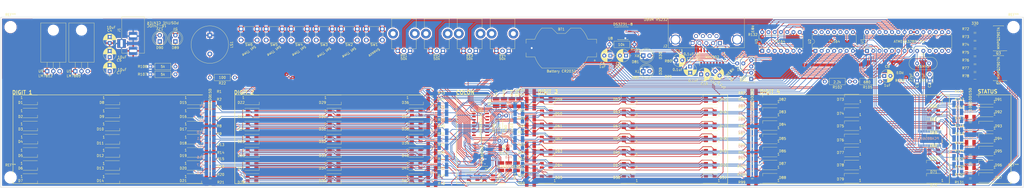
<source format=kicad_pcb>
(kicad_pcb (version 4) (host pcbnew 4.0.7)
  (layers (0 F.Cu signal) (31 B.Cu signal) (34 B.Paste user hide) (35 F.Paste user hide) (36 B.SilkS user) (37 F.SilkS user) (38 B.Mask user) (39 F.Mask user) (44 Edge.Cuts user))
  (net 0 "")
  (net 1 Earth)
  (net 2 "Net-(BT1-Pad1)")
  (net 3 VCC)
  (net 4 "Net-(D1-Pad1)")
  (net 5 "Net-(D22-Pad1)")
  (net 6 "Net-(D45-Pad1)")
  (net 7 "Net-(D66-Pad1)")
  (net 8 "Net-(D90-Pad1)")
  (net 9 "Net-(LS1-Pad2)")
  (net 10 +5V)
  (net 11 "Net-(C1-Pad1)")
  (net 12 "Net-(C2-Pad1)")
  (net 13 "Net-(RV1-Pad2)")
  (net 14 "Net-(SW1-Pad2)")
  (net 15 "Net-(SW2-Pad2)")
  (net 16 "Net-(SW3-Pad2)")
  (net 17 "Net-(SW4-Pad2)")
  (net 18 "Net-(SW5-Pad2)")
  (net 19 "Net-(SW6-Pad2)")
  (net 20 "Net-(U1-Pad15)")
  (net 21 "Net-(U1-Pad14)")
  (net 22 "Net-(Q1-Pad9)")
  (net 23 "Net-(Q1-Pad11)")
  (net 24 "Net-(Q1-Pad13)")
  (net 25 "Net-(Q1-Pad15)")
  (net 26 "Net-(D89-Pad1)")
  (net 27 "Net-(D91-Pad1)")
  (net 28 "Net-(D91-Pad2)")
  (net 29 "Net-(D92-Pad1)")
  (net 30 "Net-(D92-Pad2)")
  (net 31 "Net-(D93-Pad1)")
  (net 32 "Net-(D93-Pad2)")
  (net 33 "Net-(D94-Pad1)")
  (net 34 "Net-(D94-Pad2)")
  (net 35 "Net-(D95-Pad1)")
  (net 36 "Net-(D95-Pad2)")
  (net 37 /DTR)
  (net 38 "Net-(C3-Pad2)")
  (net 39 +12V)
  (net 40 /G)
  (net 41 /B)
  (net 42 /R)
  (net 43 "Net-(D80-Pad2)")
  (net 44 "Net-(D81-Pad2)")
  (net 45 "Net-(D91-Pad3)")
  (net 46 "Net-(D91-Pad4)")
  (net 47 "Net-(D92-Pad3)")
  (net 48 "Net-(D92-Pad4)")
  (net 49 "Net-(D93-Pad3)")
  (net 50 "Net-(D93-Pad4)")
  (net 51 "Net-(D94-Pad3)")
  (net 52 "Net-(D94-Pad4)")
  (net 53 "Net-(D95-Pad3)")
  (net 54 "Net-(D95-Pad4)")
  (net 55 "Net-(D96-Pad3)")
  (net 56 "Net-(D96-Pad4)")
  (net 57 "Net-(D96-Pad2)")
  (net 58 "Net-(D96-Pad1)")
  (net 59 "Net-(D97-Pad3)")
  (net 60 "Net-(D97-Pad4)")
  (net 61 "Net-(D97-Pad2)")
  (net 62 "Net-(D97-Pad1)")
  (net 63 /RXD)
  (net 64 /TXD)
  (net 65 "Net-(Q2-Pad9)")
  (net 66 "Net-(Q2-Pad11)")
  (net 67 "Net-(Q2-Pad13)")
  (net 68 "Net-(Q3-Pad9)")
  (net 69 "Net-(Q3-Pad11)")
  (net 70 "Net-(Q3-Pad13)")
  (net 71 "Net-(Q3-Pad15)")
  (net 72 /B_R1)
  (net 73 /G_R1)
  (net 74 /R_R1)
  (net 75 /B_R2)
  (net 76 /G_R2)
  (net 77 /R_R2)
  (net 78 /B_R3)
  (net 79 /G_R3)
  (net 80 /R_R3)
  (net 81 /B_R4)
  (net 82 /G_R4)
  (net 83 /R_R4)
  (net 84 /B_R5)
  (net 85 /G_R5)
  (net 86 /R_R5)
  (net 87 /B_R6)
  (net 88 /G_R6)
  (net 89 /R_R6)
  (net 90 /B_R7)
  (net 91 /G_R7)
  (net 92 /R_R7)
  (net 93 "Net-(R22-Pad1)")
  (net 94 /B_COLON)
  (net 95 /G_COLON)
  (net 96 /R_COLON)
  (net 97 "Net-(R47-Pad1)")
  (net 98 "Net-(R48-Pad1)")
  (net 99 "Net-(R49-Pad1)")
  (net 100 "Net-(R50-Pad1)")
  (net 101 "Net-(R72-Pad2)")
  (net 102 "Net-(R73-Pad2)")
  (net 103 "Net-(R74-Pad2)")
  (net 104 "Net-(R75-Pad2)")
  (net 105 "Net-(R76-Pad2)")
  (net 106 "Net-(R77-Pad2)")
  (net 107 "Net-(R78-Pad2)")
  (net 108 "Net-(R102-Pad1)")
  (net 109 "Net-(R103-Pad1)")
  (net 110 "Net-(R105-Pad1)")
  (net 111 "Net-(R106-Pad1)")
  (net 112 /STATUS1_R)
  (net 113 /STATUS1_G)
  (net 114 /STATUS1_B)
  (net 115 /STATUS2_R)
  (net 116 /STATUS2_G)
  (net 117 /STATUS2_B)
  (net 118 /STATUS3_R)
  (net 119 /STATUS3_G)
  (net 120 /STATUS3_B)
  (net 121 /STATUS4_R)
  (net 122 /STATUS4_G)
  (net 123 /STATUS4_B)
  (net 124 /STATUS5_R)
  (net 125 /STATUS5_G)
  (net 126 /STATUS5_B)
  (net 127 /STATUS6_R)
  (net 128 /STATUS6_G)
  (net 129 /STATUS6_B)
  (net 130 /STATUS7_R)
  (net 131 /STATUS7_G)
  (net 132 /STATUS7_B)
  (net 133 /SCL)
  (net 134 /SDA)
  (net 135 /OE)
  (net 136 "Net-(RV2-Pad2)")
  (net 137 "Net-(RV3-Pad2)")
  (net 138 "Net-(RV4-Pad2)")
  (net 139 "Net-(U1-Pad16)")
  (net 140 "Net-(C6-Pad2)")
  (net 141 "Net-(C8-Pad2)")
  (net 142 "Net-(C9-Pad2)")
  (net 143 "Net-(C10-Pad1)")
  (net 144 "Net-(C10-Pad2)")
  (net 145 "Net-(C11-Pad1)")
  (net 146 "Net-(C11-Pad2)")
  (net 147 "Net-(C12-Pad1)")
  (net 148 "Net-(C13-Pad2)")
  (net 149 /TXD_PU)
  (net 150 /DTR_PU)
  (net 151 "Net-(J2-Pad3)")
  (module Connector_Dsub:DSUB-9_Male_Horizontal_P2.77x2.84mm_EdgePinOffset7.70mm_Housed_MountingHolesOffset9.12mm (layer F.Cu) (at 309.88 180.975 180)
    (fp_text reference J2 (at 22.225 -1.27 180) (layer F.SilkS))
    (fp_text value "DB9M RS232" (at 26.035 9.525 180) (layer F.SilkS))
    (pad 1 thru_hole rect (at 0 0 180) (size 1.6 1.6) (drill 1) (layers *.Cu *.Mask))
    (pad 2 thru_hole circle (at 2.77 0 180) (size 1.6 1.6) (drill 1) (layers *.Cu *.Mask) (net 149 /TXD_PU))
    (pad 3 thru_hole circle (at 5.54 0 180) (size 1.6 1.6) (drill 1) (layers *.Cu *.Mask) (net 151 "Net-(J2-Pad3)"))
    (pad 4 thru_hole circle (at 8.31 0 180) (size 1.6 1.6) (drill 1) (layers *.Cu *.Mask) (net 150 /DTR_PU))
    (pad 5 thru_hole circle (at 11.08 0 180) (size 1.6 1.6) (drill 1) (layers *.Cu *.Mask) (net 1 Earth))
    (pad 6 thru_hole circle (at 1.385 2.84 180) (size 1.6 1.6) (drill 1) (layers *.Cu *.Mask))
    (pad 7 thru_hole circle (at 4.155 2.84 180) (size 1.6 1.6) (drill 1) (layers *.Cu *.Mask))
    (pad 8 thru_hole circle (at 6.925 2.84 180) (size 1.6 1.6) (drill 1) (layers *.Cu *.Mask))
    (pad 9 thru_hole circle (at 9.695 2.84 180) (size 1.6 1.6) (drill 1) (layers *.Cu *.Mask))
    (pad 0 thru_hole circle (at -6.96 1.42 180) (size 4 4) (drill 3.2) (layers *.Cu *.Mask) (net 1 Earth))
    (pad 0 thru_hole circle (at 18.04 1.42 180) (size 4 4) (drill 3.2) (layers *.Cu *.Mask) (net 1 Earth))
  )
  (module LED_SMD:LED_SK6812MINI_PLCC4_3.5x3.5mm_P1.75mm (layer F.Cu) (at 272.6636 235.897682 180)
    (fp_text reference D58 (at 4.6936 0.312682 180) (layer F.SilkS))
    (fp_text value LED_ARGB)
    (fp_text user 1 (at -3.5 -0.875 180) (layer F.SilkS))
    (pad 3 smd rect (at 1.75 0.875 180) (size 1.6 0.85) (layers F.Cu F.Paste F.Mask) (net 40 /G))
    (pad 4 smd rect (at 1.75 -0.875 180) (size 1.6 0.85) (layers F.Cu F.Paste F.Mask) (net 41 /B))
    (pad 2 smd rect (at -1.75 0.875 180) (size 1.6 0.85) (layers F.Cu F.Paste F.Mask) (net 42 /R))
    (pad 1 smd rect (at -1.75 -0.875 180) (size 1.6 0.85) (layers F.Cu F.Paste F.Mask) (net 6 "Net-(D45-Pad1)"))
  )
  (module LED_SMD:LED_SK6812MINI_PLCC4_3.5x3.5mm_P1.75mm (layer F.Cu) (at 272.6636 225.231016 180)
    (fp_text reference D56 (at 4.6936 -0.193984 180) (layer F.SilkS))
    (fp_text value LED_ARGB)
    (fp_text user 1 (at -3.5 -0.875 180) (layer F.SilkS))
    (pad 3 smd rect (at 1.75 0.875 180) (size 1.6 0.85) (layers F.Cu F.Paste F.Mask) (net 40 /G))
    (pad 4 smd rect (at 1.75 -0.875 180) (size 1.6 0.85) (layers F.Cu F.Paste F.Mask) (net 41 /B))
    (pad 2 smd rect (at -1.75 0.875 180) (size 1.6 0.85) (layers F.Cu F.Paste F.Mask) (net 42 /R))
    (pad 1 smd rect (at -1.75 -0.875 180) (size 1.6 0.85) (layers F.Cu F.Paste F.Mask) (net 6 "Net-(D45-Pad1)"))
  )
  (module LED_SMD:LED_SK6812MINI_PLCC4_3.5x3.5mm_P1.75mm (layer F.Cu) (at 272.6861 203.897682 180)
    (fp_text reference D52 (at 4.7161 0.062682 180) (layer F.SilkS))
    (fp_text value LED_ARGB)
    (fp_text user 1 (at -3.5 -0.875 180) (layer F.SilkS))
    (pad 3 smd rect (at 1.75 0.875 180) (size 1.6 0.85) (layers F.Cu F.Paste F.Mask) (net 40 /G))
    (pad 4 smd rect (at 1.75 -0.875 180) (size 1.6 0.85) (layers F.Cu F.Paste F.Mask) (net 41 /B))
    (pad 2 smd rect (at -1.75 0.875 180) (size 1.6 0.85) (layers F.Cu F.Paste F.Mask) (net 42 /R))
    (pad 1 smd rect (at -1.75 -0.875 180) (size 1.6 0.85) (layers F.Cu F.Paste F.Mask) (net 6 "Net-(D45-Pad1)"))
  )
  (module LED_SMD:LED_SK6812MINI_PLCC4_3.5x3.5mm_P1.75mm (layer F.Cu) (at 272.6861 209.231017 180)
    (fp_text reference D53 (at 4.7161 0.316017 180) (layer F.SilkS))
    (fp_text value LED_ARGB)
    (fp_text user 1 (at -3.5 -0.875 180) (layer F.SilkS))
    (pad 3 smd rect (at 1.75 0.875 180) (size 1.6 0.85) (layers F.Cu F.Paste F.Mask) (net 40 /G))
    (pad 4 smd rect (at 1.75 -0.875 180) (size 1.6 0.85) (layers F.Cu F.Paste F.Mask) (net 41 /B))
    (pad 2 smd rect (at -1.75 0.875 180) (size 1.6 0.85) (layers F.Cu F.Paste F.Mask) (net 42 /R))
    (pad 1 smd rect (at -1.75 -0.875 180) (size 1.6 0.85) (layers F.Cu F.Paste F.Mask) (net 6 "Net-(D45-Pad1)"))
  )
  (module Housings_SOIC:SOIC-16_3.9x9.9mm_Pitch1.27mm (layer F.Cu) (at 422.91 191.135 180)
    (fp_text reference Q2 (at 0 -6 180) (layer F.SilkS))
    (fp_text value MMPQ2907A (at 0 0 270) (layer F.SilkS))
    (pad 1 smd rect (at -2.7 -4.445 180) (size 1.5 0.6) (layers F.Cu F.Paste F.Mask))
    (pad 2 smd rect (at -2.7 -3.175 180) (size 1.5 0.6) (layers F.Cu F.Paste F.Mask))
    (pad 3 smd rect (at -2.7 -1.905 180) (size 1.5 0.6) (layers F.Cu F.Paste F.Mask) (net 27 "Net-(D91-Pad1)"))
    (pad 4 smd rect (at -2.7 -0.635 180) (size 1.5 0.6) (layers F.Cu F.Paste F.Mask) (net 27 "Net-(D91-Pad1)"))
    (pad 5 smd rect (at -2.7 0.635 180) (size 1.5 0.6) (layers F.Cu F.Paste F.Mask) (net 29 "Net-(D92-Pad1)"))
    (pad 6 smd rect (at -2.7 1.905 180) (size 1.5 0.6) (layers F.Cu F.Paste F.Mask) (net 29 "Net-(D92-Pad1)"))
    (pad 7 smd rect (at -2.7 3.175 180) (size 1.5 0.6) (layers F.Cu F.Paste F.Mask) (net 31 "Net-(D93-Pad1)"))
    (pad 8 smd rect (at -2.7 4.445 180) (size 1.5 0.6) (layers F.Cu F.Paste F.Mask) (net 31 "Net-(D93-Pad1)"))
    (pad 9 smd rect (at 2.7 4.445 180) (size 1.5 0.6) (layers F.Cu F.Paste F.Mask) (net 65 "Net-(Q2-Pad9)"))
    (pad 10 smd rect (at 2.7 3.175 180) (size 1.5 0.6) (layers F.Cu F.Paste F.Mask) (net 39 +12V))
    (pad 11 smd rect (at 2.7 1.905 180) (size 1.5 0.6) (layers F.Cu F.Paste F.Mask) (net 66 "Net-(Q2-Pad11)"))
    (pad 12 smd rect (at 2.7 0.635 180) (size 1.5 0.6) (layers F.Cu F.Paste F.Mask) (net 39 +12V))
    (pad 13 smd rect (at 2.7 -0.635 180) (size 1.5 0.6) (layers F.Cu F.Paste F.Mask) (net 67 "Net-(Q2-Pad13)"))
    (pad 14 smd rect (at 2.7 -1.905 180) (size 1.5 0.6) (layers F.Cu F.Paste F.Mask) (net 39 +12V))
    (pad 15 smd rect (at 2.7 -3.175 180) (size 1.5 0.6) (layers F.Cu F.Paste F.Mask))
    (pad 16 smd rect (at 2.7 -4.445 180) (size 1.5 0.6) (layers F.Cu F.Paste F.Mask))
  )
  (module LED_SMD:LED_SK6812MINI_PLCC4_3.5x3.5mm_P1.75mm (layer F.Cu) (at 305.9711 235.897682 180)
    (fp_text reference D51 (at -5.1789 0.312682 180) (layer F.SilkS))
    (fp_text value LED_ARGB)
    (fp_text user 1 (at -3.5 -0.875 180) (layer F.SilkS))
    (pad 3 smd rect (at 1.75 0.875 180) (size 1.6 0.85) (layers F.Cu F.Paste F.Mask) (net 40 /G))
    (pad 4 smd rect (at 1.75 -0.875 180) (size 1.6 0.85) (layers F.Cu F.Paste F.Mask) (net 41 /B))
    (pad 2 smd rect (at -1.75 0.875 180) (size 1.6 0.85) (layers F.Cu F.Paste F.Mask) (net 42 /R))
    (pad 1 smd rect (at -1.75 -0.875 180) (size 1.6 0.85) (layers F.Cu F.Paste F.Mask) (net 6 "Net-(D45-Pad1)"))
  )
  (module Resistor_SMD:R_1210_3225Metric_Pad1.39x2.70mm_HandSolder (layer B.Cu) (at 103 233.5 180)
    (fp_text reference R18 (at 3.94 -0.18 180) (layer B.SilkS) (effects (justify mirror)))
    (fp_text value 300)
    (pad 1 smd rect (at -1.5175 0 180) (size 1.395 2.7) (layers B.Cu B.Paste B.Mask) (net 89 /R_R6))
    (pad 2 smd rect (at 1.5175 0 180) (size 1.395 2.7) (layers B.Cu B.Paste B.Mask) (net 42 /R))
  )
  (module Resistor_SMD:R_1210_3225Metric_Pad1.39x2.70mm_HandSolder (layer B.Cu) (at 103 230.5 180)
    (fp_text reference R17 (at 3.94 -0.005 180) (layer B.SilkS) (effects (justify mirror)))
    (fp_text value 150)
    (pad 1 smd rect (at -1.5175 0 180) (size 1.395 2.7) (layers B.Cu B.Paste B.Mask) (net 88 /G_R6))
    (pad 2 smd rect (at 1.5175 0 180) (size 1.395 2.7) (layers B.Cu B.Paste B.Mask) (net 40 /G))
  )
  (module Resistor_SMD:R_1210_3225Metric_Pad1.39x2.70mm_HandSolder (layer F.Cu) (at 103 231.5 180)
    (fp_text reference R19 (at -4.315 0.36 180) (layer F.SilkS))
    (fp_text value 150)
    (pad 1 smd rect (at -1.5175 0 180) (size 1.395 2.7) (layers F.Cu F.Paste F.Mask) (net 90 /B_R7))
    (pad 2 smd rect (at 1.5175 0 180) (size 1.395 2.7) (layers F.Cu F.Paste F.Mask) (net 41 /B))
  )
  (module Resistor_SMD:R_1210_3225Metric_Pad1.39x2.70mm_HandSolder (layer F.Cu) (at 103 234.5 180)
    (fp_text reference R20 (at -4.315 0.185 180) (layer F.SilkS))
    (fp_text value 150)
    (pad 1 smd rect (at -1.5175 0 180) (size 1.395 2.7) (layers F.Cu F.Paste F.Mask) (net 91 /G_R7))
    (pad 2 smd rect (at 1.5175 0 180) (size 1.395 2.7) (layers F.Cu F.Paste F.Mask) (net 40 /G))
  )
  (module Resistor_SMD:R_1210_3225Metric_Pad1.39x2.70mm_HandSolder (layer F.Cu) (at 103 237.5 180)
    (fp_text reference R21 (at -4.315 0.01 180) (layer F.SilkS))
    (fp_text value 300)
    (pad 1 smd rect (at -1.5175 0 180) (size 1.395 2.7) (layers F.Cu F.Paste F.Mask) (net 92 /R_R7))
    (pad 2 smd rect (at 1.5175 0 180) (size 1.395 2.7) (layers F.Cu F.Paste F.Mask) (net 42 /R))
  )
  (module Resistor_SMD:R_1210_3225Metric_Pad1.39x2.70mm_HandSolder (layer F.Cu) (at 193 201 180)
    (fp_text reference R23 (at -3.85 -0.295 180) (layer F.SilkS))
    (fp_text value 150)
    (pad 1 smd rect (at -1.5175 0 180) (size 1.395 2.7) (layers F.Cu F.Paste F.Mask) (net 72 /B_R1))
    (pad 2 smd rect (at 1.5175 0 180) (size 1.395 2.7) (layers F.Cu F.Paste F.Mask) (net 41 /B))
  )
  (module Resistor_SMD:R_1210_3225Metric_Pad1.39x2.70mm_HandSolder (layer F.Cu) (at 193 204 180)
    (fp_text reference R24 (at -3.85 0.165 180) (layer F.SilkS))
    (fp_text value 150)
    (pad 1 smd rect (at -1.5175 0 180) (size 1.395 2.7) (layers F.Cu F.Paste F.Mask) (net 73 /G_R1))
    (pad 2 smd rect (at 1.5175 0 180) (size 1.395 2.7) (layers F.Cu F.Paste F.Mask) (net 40 /G))
  )
  (module Resistor_SMD:R_1210_3225Metric_Pad1.39x2.70mm_HandSolder (layer F.Cu) (at 193 207 180)
    (fp_text reference R25 (at -3.85 -0.01 180) (layer F.SilkS))
    (fp_text value 300)
    (pad 1 smd rect (at -1.5175 0 180) (size 1.395 2.7) (layers F.Cu F.Paste F.Mask) (net 74 /R_R1))
    (pad 2 smd rect (at 1.5175 0 180) (size 1.395 2.7) (layers F.Cu F.Paste F.Mask) (net 42 /R))
  )
  (module Resistor_SMD:R_1210_3225Metric_Pad1.39x2.70mm_HandSolder (layer B.Cu) (at 197.445 206.25 180)
    (fp_text reference R26 (at 3.77 -0.125 180) (layer B.SilkS) (effects (justify mirror)))
    (fp_text value 150 (at 0.045 -0.15 270) (layer B.SilkS) (effects (justify mirror)))
    (pad 1 smd rect (at -1.5175 0 180) (size 1.395 2.7) (layers B.Cu B.Paste B.Mask) (net 75 /B_R2))
    (pad 2 smd rect (at 1.5175 0 180) (size 1.395 2.7) (layers B.Cu B.Paste B.Mask) (net 41 /B))
  )
  (module Resistor_SMD:R_1210_3225Metric_Pad1.39x2.70mm_HandSolder (layer B.Cu) (at 197.445 209.25 180)
    (fp_text reference R27 (at 3.77 -0.3 180) (layer B.SilkS) (effects (justify mirror)))
    (fp_text value 150 (at 0.045 -0.15 270) (layer B.SilkS) (effects (justify mirror)))
    (pad 1 smd rect (at -1.5175 0 180) (size 1.395 2.7) (layers B.Cu B.Paste B.Mask) (net 76 /G_R2))
    (pad 2 smd rect (at 1.5175 0 180) (size 1.395 2.7) (layers B.Cu B.Paste B.Mask) (net 40 /G))
  )
  (module Resistor_SMD:R_1210_3225Metric_Pad1.39x2.70mm_HandSolder (layer B.Cu) (at 197.445 212.25 180)
    (fp_text reference R28 (at 3.77 0.16 180) (layer B.SilkS) (effects (justify mirror)))
    (fp_text value 300 (at 0.045 -0.15 270) (layer B.SilkS) (effects (justify mirror)))
    (pad 1 smd rect (at -1.5175 0 180) (size 1.395 2.7) (layers B.Cu B.Paste B.Mask) (net 77 /R_R2))
    (pad 2 smd rect (at 1.5175 0 180) (size 1.395 2.7) (layers B.Cu B.Paste B.Mask) (net 42 /R))
  )
  (module Resistor_SMD:R_1210_3225Metric_Pad1.39x2.70mm_HandSolder (layer F.Cu) (at 193 211.75 180)
    (fp_text reference R29 (at -3.85 -0.34 180) (layer F.SilkS))
    (fp_text value 150)
    (pad 1 smd rect (at -1.5175 0 180) (size 1.395 2.7) (layers F.Cu F.Paste F.Mask) (net 78 /B_R3))
    (pad 2 smd rect (at 1.5175 0 180) (size 1.395 2.7) (layers F.Cu F.Paste F.Mask) (net 41 /B))
  )
  (module Resistor_SMD:R_1210_3225Metric_Pad1.39x2.70mm_HandSolder (layer F.Cu) (at 193 214.75 180)
    (fp_text reference R30 (at -3.85 0.12 180) (layer F.SilkS))
    (fp_text value 150)
    (pad 1 smd rect (at -1.5175 0 180) (size 1.395 2.7) (layers F.Cu F.Paste F.Mask) (net 79 /G_R3))
    (pad 2 smd rect (at 1.5175 0 180) (size 1.395 2.7) (layers F.Cu F.Paste F.Mask) (net 40 /G))
  )
  (module Crystals:Crystal_HC49-4H_Vertical (layer F.Cu) (at 389.89 189.23)
    (fp_text reference Y1 (at 2.44 -3.525) (layer F.SilkS))
    (fp_text value 16MHz (at 2.54 1.27) (layer F.SilkS))
    (pad 1 thru_hole circle (at 0 0) (size 1.5 1.5) (drill 0.8) (layers *.Cu *.Mask) (net 11 "Net-(C1-Pad1)"))
    (pad 2 thru_hole circle (at 4.88 0) (size 1.5 1.5) (drill 0.8) (layers *.Cu *.Mask) (net 12 "Net-(C2-Pad1)"))
  )
  (module Battery:BatteryHolder_Keystone_1058_1x2032 (layer F.Cu) (at 245.5 183 180)
    (fp_text reference BT1 (at 0 7.62 180) (layer F.SilkS))
    (fp_text value "Battery CR2032" (at 0 -9.398 180) (layer F.SilkS))
    (pad 1 smd rect (at -14.68 0 180) (size 2.54 3.51) (layers F.Cu F.Paste F.Mask) (net 2 "Net-(BT1-Pad1)"))
    (pad 2 smd rect (at 14.68 0 180) (size 2.54 3.51) (layers F.Cu F.Paste F.Mask) (net 1 Earth))
  )
  (module Capacitor_THT:C_Rect_L4.0mm_W2.5mm_P2.50mm (layer F.Cu) (at 389.89 193.675 270)
    (fp_text reference C1 (at 4.445 0 270) (layer F.SilkS))
    (fp_text value 22pF (at 1.25 2.5 270) (layer F.SilkS))
    (pad 1 thru_hole circle (at 0 0 270) (size 1.6 1.6) (drill 0.8) (layers *.Cu *.Mask) (net 11 "Net-(C1-Pad1)"))
    (pad 2 thru_hole circle (at 2.5 0 270) (size 1.6 1.6) (drill 0.8) (layers *.Cu *.Mask) (net 1 Earth))
  )
  (module Capacitor_THT:C_Rect_L4.0mm_W2.5mm_P2.50mm (layer F.Cu) (at 394.97 193.675 270)
    (fp_text reference C2 (at 4.445 0 270) (layer F.SilkS))
    (fp_text value 22pF (at 1.25 2.5 270) (layer F.SilkS))
    (pad 1 thru_hole circle (at 0 0 270) (size 1.6 1.6) (drill 0.8) (layers *.Cu *.Mask) (net 12 "Net-(C2-Pad1)"))
    (pad 2 thru_hole circle (at 2.5 0 270) (size 1.6 1.6) (drill 0.8) (layers *.Cu *.Mask) (net 1 Earth))
  )
  (module Connectors:BARREL_JACK (layer F.Cu) (at 71.755 184.15 270)
    (fp_text reference J1 (at -8.45 5.75 450) (layer F.SilkS))
    (fp_text value Barrel_Jack)
    (pad 1 thru_hole rect (at 0 0 270) (size 3.5 3.5) (drill oval 1 3) (layers *.Cu *.Mask) (net 3 VCC))
    (pad 2 thru_hole rect (at -6 0 270) (size 3.5 3.5) (drill oval 1 3) (layers *.Cu *.Mask) (net 1 Earth))
    (pad 3 thru_hole rect (at -3 4.7 270) (size 3.5 3.5) (drill oval 3 1) (layers *.Cu *.Mask) (net 1 Earth))
  )
  (module Resistor_SMD:R_1210_3225Metric_Pad1.39x2.70mm_HandSolder (layer F.Cu) (at 103 201 180)
    (fp_text reference R1 (at -3.68 0.34 180) (layer F.SilkS))
    (fp_text value 150 (at 0 0 270) (layer F.SilkS))
    (pad 1 smd rect (at -1.5175 0 180) (size 1.395 2.7) (layers F.Cu F.Paste F.Mask) (net 72 /B_R1))
    (pad 2 smd rect (at 1.5175 0 180) (size 1.395 2.7) (layers F.Cu F.Paste F.Mask) (net 41 /B))
  )
  (module Resistor_SMD:R_1210_3225Metric_Pad1.39x2.70mm_HandSolder (layer F.Cu) (at 103 204 180)
    (fp_text reference R2 (at -3.68 0.165 180) (layer F.SilkS))
    (fp_text value 150 (at 0 0 270) (layer F.SilkS))
    (pad 1 smd rect (at -1.5175 0 180) (size 1.395 2.7) (layers F.Cu F.Paste F.Mask) (net 73 /G_R1))
    (pad 2 smd rect (at 1.5175 0 180) (size 1.395 2.7) (layers F.Cu F.Paste F.Mask) (net 40 /G))
  )
  (module Resistor_SMD:R_1210_3225Metric_Pad1.39x2.70mm_HandSolder (layer F.Cu) (at 103 207 180)
    (fp_text reference R3 (at -3.68 -0.01 180) (layer F.SilkS))
    (fp_text value 300 (at 0 0 270) (layer F.SilkS))
    (pad 1 smd rect (at -1.5175 0 180) (size 1.395 2.7) (layers F.Cu F.Paste F.Mask) (net 74 /R_R1))
    (pad 2 smd rect (at 1.5175 0 180) (size 1.395 2.7) (layers F.Cu F.Paste F.Mask) (net 42 /R))
  )
  (module Resistor_SMD:R_1210_3225Metric_Pad1.39x2.70mm_HandSolder (layer B.Cu) (at 103 206.25 180)
    (fp_text reference R4 (at 3.305 -0.125 180) (layer B.SilkS) (effects (justify mirror)))
    (fp_text value 150)
    (pad 1 smd rect (at -1.5175 0 180) (size 1.395 2.7) (layers B.Cu B.Paste B.Mask) (net 75 /B_R2))
    (pad 2 smd rect (at 1.5175 0 180) (size 1.395 2.7) (layers B.Cu B.Paste B.Mask) (net 41 /B))
  )
  (module Resistor_SMD:R_1210_3225Metric_Pad1.39x2.70mm_HandSolder (layer B.Cu) (at 103 209.25 180)
    (fp_text reference R5 (at 3.305 -0.3 180) (layer B.SilkS) (effects (justify mirror)))
    (fp_text value 150)
    (pad 1 smd rect (at -1.5175 0 180) (size 1.395 2.7) (layers B.Cu B.Paste B.Mask) (net 76 /G_R2))
    (pad 2 smd rect (at 1.5175 0 180) (size 1.395 2.7) (layers B.Cu B.Paste B.Mask) (net 40 /G))
  )
  (module Resistor_SMD:R_1210_3225Metric_Pad1.39x2.70mm_HandSolder (layer B.Cu) (at 103 212.25 180)
    (fp_text reference R6 (at 3.41 -0.161665 180) (layer B.SilkS) (effects (justify mirror)))
    (fp_text value 300)
    (pad 1 smd rect (at -1.5175 0 180) (size 1.395 2.7) (layers B.Cu B.Paste B.Mask) (net 77 /R_R2))
    (pad 2 smd rect (at 1.5175 0 180) (size 1.395 2.7) (layers B.Cu B.Paste B.Mask) (net 42 /R))
  )
  (module Resistor_SMD:R_1210_3225Metric_Pad1.39x2.70mm_HandSolder (layer F.Cu) (at 103 211.75 180)
    (fp_text reference R7 (at -3.68 0.295 360) (layer F.SilkS))
    (fp_text value 150)
    (pad 1 smd rect (at -1.5175 0 180) (size 1.395 2.7) (layers F.Cu F.Paste F.Mask) (net 78 /B_R3))
    (pad 2 smd rect (at 1.5175 0 180) (size 1.395 2.7) (layers F.Cu F.Paste F.Mask) (net 41 /B))
  )
  (module Resistor_SMD:R_1210_3225Metric_Pad1.39x2.70mm_HandSolder (layer F.Cu) (at 103 217.75 180)
    (fp_text reference R9 (at -3.68 -0.055 180) (layer F.SilkS))
    (fp_text value 300)
    (pad 1 smd rect (at -1.5175 0 180) (size 1.395 2.7) (layers F.Cu F.Paste F.Mask) (net 80 /R_R3))
    (pad 2 smd rect (at 1.5175 0 180) (size 1.395 2.7) (layers F.Cu F.Paste F.Mask) (net 42 /R))
  )
  (module Resistor_SMD:R_1210_3225Metric_Pad1.39x2.70mm_HandSolder (layer B.Cu) (at 103 217 180)
    (fp_text reference R10 (at 3.94 -0.17 180) (layer B.SilkS) (effects (justify mirror)))
    (fp_text value 150)
    (pad 1 smd rect (at -1.5175 0 180) (size 1.395 2.7) (layers B.Cu B.Paste B.Mask) (net 81 /B_R4))
    (pad 2 smd rect (at 1.5175 0 180) (size 1.395 2.7) (layers B.Cu B.Paste B.Mask) (net 41 /B))
  )
  (module Resistor_SMD:R_1210_3225Metric_Pad1.39x2.70mm_HandSolder (layer B.Cu) (at 103 220 180)
    (fp_text reference R11 (at 3.94 0.29 180) (layer B.SilkS) (effects (justify mirror)))
    (fp_text value 150)
    (pad 1 smd rect (at -1.5175 0 180) (size 1.395 2.7) (layers B.Cu B.Paste B.Mask) (net 82 /G_R4))
    (pad 2 smd rect (at 1.5175 0 180) (size 1.395 2.7) (layers B.Cu B.Paste B.Mask) (net 40 /G))
  )
  (module Resistor_SMD:R_1210_3225Metric_Pad1.39x2.70mm_HandSolder (layer B.Cu) (at 103 223 180)
    (fp_text reference R12 (at 3.94 0.115 180) (layer B.SilkS) (effects (justify mirror)))
    (fp_text value 300)
    (pad 1 smd rect (at -1.5175 0 180) (size 1.395 2.7) (layers B.Cu B.Paste B.Mask) (net 83 /R_R4))
    (pad 2 smd rect (at 1.5175 0 180) (size 1.395 2.7) (layers B.Cu B.Paste B.Mask) (net 42 /R))
  )
  (module Resistor_SMD:R_1210_3225Metric_Pad1.39x2.70mm_HandSolder (layer F.Cu) (at 103 222.25 180)
    (fp_text reference R13 (at -4.315 0 180) (layer F.SilkS))
    (fp_text value 150)
    (pad 1 smd rect (at -1.5175 0 180) (size 1.395 2.7) (layers F.Cu F.Paste F.Mask) (net 84 /B_R5))
    (pad 2 smd rect (at 1.5175 0 180) (size 1.395 2.7) (layers F.Cu F.Paste F.Mask) (net 41 /B))
  )
  (module Resistor_SMD:R_1210_3225Metric_Pad1.39x2.70mm_HandSolder (layer F.Cu) (at 103 225.25 180)
    (fp_text reference R14 (at -4.315 -0.175 180) (layer F.SilkS))
    (fp_text value 150)
    (pad 1 smd rect (at -1.5175 0 180) (size 1.395 2.7) (layers F.Cu F.Paste F.Mask) (net 85 /G_R5))
    (pad 2 smd rect (at 1.5175 0 180) (size 1.395 2.7) (layers F.Cu F.Paste F.Mask) (net 40 /G))
  )
  (module Resistor_SMD:R_1210_3225Metric_Pad1.39x2.70mm_HandSolder (layer F.Cu) (at 103 228.25 180)
    (fp_text reference R15 (at -4.315 0.285 180) (layer F.SilkS))
    (fp_text value 300)
    (pad 1 smd rect (at -1.5175 0 180) (size 1.395 2.7) (layers F.Cu F.Paste F.Mask) (net 86 /R_R5))
    (pad 2 smd rect (at 1.5175 0 180) (size 1.395 2.7) (layers F.Cu F.Paste F.Mask) (net 42 /R))
  )
  (module Housings_DIP:DIP-28_W7.62mm (layer F.Cu) (at 369.57 184.15 90)
    (fp_text reference U1 (at 3.92 -2.025 90) (layer F.SilkS))
    (fp_text value ATMEGA328P-PU (at 3.81 17.145 180) (layer F.SilkS))
    (pad 1 thru_hole rect (at 0 0 90) (size 1.6 1.6) (drill 0.8) (layers *.Cu *.Mask) (net 38 "Net-(C3-Pad2)"))
    (pad 15 thru_hole oval (at 7.62 33.02 90) (size 1.6 1.6) (drill 0.8) (layers *.Cu *.Mask) (net 20 "Net-(U1-Pad15)"))
    (pad 2 thru_hole oval (at 0 2.54 90) (size 1.6 1.6) (drill 0.8) (layers *.Cu *.Mask) (net 64 /TXD))
    (pad 16 thru_hole oval (at 7.62 30.48 90) (size 1.6 1.6) (drill 0.8) (layers *.Cu *.Mask) (net 139 "Net-(U1-Pad16)"))
    (pad 3 thru_hole oval (at 0 5.08 90) (size 1.6 1.6) (drill 0.8) (layers *.Cu *.Mask) (net 63 /RXD))
    (pad 17 thru_hole oval (at 7.62 27.94 90) (size 1.6 1.6) (drill 0.8) (layers *.Cu *.Mask) (net 93 "Net-(R22-Pad1)"))
    (pad 4 thru_hole oval (at 0 7.62 90) (size 1.6 1.6) (drill 0.8) (layers *.Cu *.Mask) (net 16 "Net-(SW3-Pad2)"))
    (pad 18 thru_hole oval (at 7.62 25.4 90) (size 1.6 1.6) (drill 0.8) (layers *.Cu *.Mask) (net 14 "Net-(SW1-Pad2)"))
    (pad 5 thru_hole oval (at 0 10.16 90) (size 1.6 1.6) (drill 0.8) (layers *.Cu *.Mask) (net 17 "Net-(SW4-Pad2)"))
    (pad 19 thru_hole oval (at 7.62 22.86 90) (size 1.6 1.6) (drill 0.8) (layers *.Cu *.Mask) (net 15 "Net-(SW2-Pad2)"))
    (pad 6 thru_hole oval (at 0 12.7 90) (size 1.6 1.6) (drill 0.8) (layers *.Cu *.Mask) (net 18 "Net-(SW5-Pad2)"))
    (pad 20 thru_hole oval (at 7.62 20.32 90) (size 1.6 1.6) (drill 0.8) (layers *.Cu *.Mask) (net 10 +5V))
    (pad 7 thru_hole oval (at 0 15.24 90) (size 1.6 1.6) (drill 0.8) (layers *.Cu *.Mask) (net 10 +5V))
    (pad 21 thru_hole oval (at 7.62 17.78 90) (size 1.6 1.6) (drill 0.8) (layers *.Cu *.Mask) (net 10 +5V))
    (pad 8 thru_hole oval (at 0 17.78 90) (size 1.6 1.6) (drill 0.8) (layers *.Cu *.Mask) (net 1 Earth))
    (pad 22 thru_hole oval (at 7.62 15.24 90) (size 1.6 1.6) (drill 0.8) (layers *.Cu *.Mask) (net 1 Earth))
    (pad 9 thru_hole oval (at 0 20.32 90) (size 1.6 1.6) (drill 0.8) (layers *.Cu *.Mask) (net 11 "Net-(C1-Pad1)"))
    (pad 23 thru_hole oval (at 7.62 12.7 90) (size 1.6 1.6) (drill 0.8) (layers *.Cu *.Mask) (net 13 "Net-(RV1-Pad2)"))
    (pad 10 thru_hole oval (at 0 22.86 90) (size 1.6 1.6) (drill 0.8) (layers *.Cu *.Mask) (net 12 "Net-(C2-Pad1)"))
    (pad 24 thru_hole oval (at 7.62 10.16 90) (size 1.6 1.6) (drill 0.8) (layers *.Cu *.Mask) (net 136 "Net-(RV2-Pad2)"))
    (pad 11 thru_hole oval (at 0 25.4 90) (size 1.6 1.6) (drill 0.8) (layers *.Cu *.Mask) (net 19 "Net-(SW6-Pad2)"))
    (pad 25 thru_hole oval (at 7.62 7.62 90) (size 1.6 1.6) (drill 0.8) (layers *.Cu *.Mask) (net 137 "Net-(RV3-Pad2)"))
    (pad 12 thru_hole oval (at 0 27.94 90) (size 1.6 1.6) (drill 0.8) (layers *.Cu *.Mask) (net 135 /OE))
    (pad 26 thru_hole oval (at 7.62 5.08 90) (size 1.6 1.6) (drill 0.8) (layers *.Cu *.Mask) (net 138 "Net-(RV4-Pad2)"))
    (pad 13 thru_hole oval (at 0 30.48 90) (size 1.6 1.6) (drill 0.8) (layers *.Cu *.Mask))
    (pad 27 thru_hole oval (at 7.62 2.54 90) (size 1.6 1.6) (drill 0.8) (layers *.Cu *.Mask) (net 133 /SCL))
    (pad 14 thru_hole oval (at 0 33.02 90) (size 1.6 1.6) (drill 0.8) (layers *.Cu *.Mask) (net 21 "Net-(U1-Pad14)"))
    (pad 28 thru_hole oval (at 7.62 0 90) (size 1.6 1.6) (drill 0.8) (layers *.Cu *.Mask) (net 134 /SDA))
  )
  (module LEDs:LED_D5.0mm (layer F.Cu) (at 82.55 180.34 90)
    (fp_text reference D90 (at -2.54 0 180) (layer F.SilkS))
    (fp_text value LED)
    (pad 1 thru_hole rect (at 0 0 90) (size 1.8 1.8) (drill 0.9) (layers *.Cu *.Mask) (net 8 "Net-(D90-Pad1)"))
    (pad 2 thru_hole circle (at 2.54 0 90) (size 1.8 1.8) (drill 0.9) (layers *.Cu *.Mask) (net 39 +12V))
  )
  (module Housings_SOIC:SOIC-16_3.9x9.9mm_Pitch1.27mm (layer F.Cu) (at 212.725 213.995)
    (fp_text reference Q1 (at 0 -6) (layer F.SilkS))
    (fp_text value MMPQ2907A (at 0.075 0.105 90) (layer F.SilkS))
    (pad 1 smd rect (at -2.7 -4.445) (size 1.5 0.6) (layers F.Cu F.Paste F.Mask) (net 4 "Net-(D1-Pad1)"))
    (pad 2 smd rect (at -2.7 -3.175) (size 1.5 0.6) (layers F.Cu F.Paste F.Mask) (net 4 "Net-(D1-Pad1)"))
    (pad 3 smd rect (at -2.7 -1.905) (size 1.5 0.6) (layers F.Cu F.Paste F.Mask) (net 5 "Net-(D22-Pad1)"))
    (pad 4 smd rect (at -2.7 -0.635) (size 1.5 0.6) (layers F.Cu F.Paste F.Mask) (net 5 "Net-(D22-Pad1)"))
    (pad 5 smd rect (at -2.7 0.635) (size 1.5 0.6) (layers F.Cu F.Paste F.Mask) (net 6 "Net-(D45-Pad1)"))
    (pad 6 smd rect (at -2.7 1.905) (size 1.5 0.6) (layers F.Cu F.Paste F.Mask) (net 6 "Net-(D45-Pad1)"))
    (pad 7 smd rect (at -2.7 3.175) (size 1.5 0.6) (layers F.Cu F.Paste F.Mask) (net 7 "Net-(D66-Pad1)"))
    (pad 8 smd rect (at -2.7 4.445) (size 1.5 0.6) (layers F.Cu F.Paste F.Mask) (net 7 "Net-(D66-Pad1)"))
    (pad 9 smd rect (at 2.7 4.445) (size 1.5 0.6) (layers F.Cu F.Paste F.Mask) (net 22 "Net-(Q1-Pad9)"))
    (pad 10 smd rect (at 2.7 3.175) (size 1.5 0.6) (layers F.Cu F.Paste F.Mask) (net 39 +12V))
    (pad 11 smd rect (at 2.7 1.905) (size 1.5 0.6) (layers F.Cu F.Paste F.Mask) (net 23 "Net-(Q1-Pad11)"))
    (pad 12 smd rect (at 2.7 0.635) (size 1.5 0.6) (layers F.Cu F.Paste F.Mask) (net 39 +12V))
    (pad 13 smd rect (at 2.7 -0.635) (size 1.5 0.6) (layers F.Cu F.Paste F.Mask) (net 24 "Net-(Q1-Pad13)"))
    (pad 14 smd rect (at 2.7 -1.905) (size 1.5 0.6) (layers F.Cu F.Paste F.Mask) (net 39 +12V))
    (pad 15 smd rect (at 2.7 -3.175) (size 1.5 0.6) (layers F.Cu F.Paste F.Mask) (net 25 "Net-(Q1-Pad15)"))
    (pad 16 smd rect (at 2.7 -4.445) (size 1.5 0.6) (layers F.Cu F.Paste F.Mask) (net 39 +12V))
  )
  (module Resistor_SMD:R_1210_3225Metric_Pad1.39x2.70mm_HandSolder (layer B.Cu) (at 103 227.5 180)
    (fp_text reference R16 (at 3.94 0.17 180) (layer B.SilkS) (effects (justify mirror)))
    (fp_text value 150)
    (pad 1 smd rect (at -1.5175 0 180) (size 1.395 2.7) (layers B.Cu B.Paste B.Mask) (net 87 /B_R6))
    (pad 2 smd rect (at 1.5175 0 180) (size 1.395 2.7) (layers B.Cu B.Paste B.Mask) (net 41 /B))
  )
  (module Package_DIP:DIP-14_W7.62mm (layer F.Cu) (at 348.615 184.15 90)
    (fp_text reference U2 (at 3.81 -2.33 90) (layer F.SilkS))
    (fp_text value 74164 (at 3.81 7.62 180) (layer F.SilkS))
    (pad 1 thru_hole rect (at 0 0 90) (size 1.6 1.6) (drill 0.8) (layers *.Cu *.Mask) (net 10 +5V))
    (pad 8 thru_hole oval (at 7.62 15.24 90) (size 1.6 1.6) (drill 0.8) (layers *.Cu *.Mask) (net 20 "Net-(U1-Pad15)"))
    (pad 2 thru_hole oval (at 0 2.54 90) (size 1.6 1.6) (drill 0.8) (layers *.Cu *.Mask) (net 21 "Net-(U1-Pad14)"))
    (pad 9 thru_hole oval (at 7.62 12.7 90) (size 1.6 1.6) (drill 0.8) (layers *.Cu *.Mask) (net 10 +5V))
    (pad 3 thru_hole oval (at 0 5.08 90) (size 1.6 1.6) (drill 0.8) (layers *.Cu *.Mask) (net 100 "Net-(R50-Pad1)"))
    (pad 10 thru_hole oval (at 7.62 10.16 90) (size 1.6 1.6) (drill 0.8) (layers *.Cu *.Mask))
    (pad 4 thru_hole oval (at 0 7.62 90) (size 1.6 1.6) (drill 0.8) (layers *.Cu *.Mask) (net 99 "Net-(R49-Pad1)"))
    (pad 11 thru_hole oval (at 7.62 7.62 90) (size 1.6 1.6) (drill 0.8) (layers *.Cu *.Mask))
    (pad 5 thru_hole oval (at 0 10.16 90) (size 1.6 1.6) (drill 0.8) (layers *.Cu *.Mask) (net 98 "Net-(R48-Pad1)"))
    (pad 12 thru_hole oval (at 7.62 5.08 90) (size 1.6 1.6) (drill 0.8) (layers *.Cu *.Mask))
    (pad 6 thru_hole oval (at 0 12.7 90) (size 1.6 1.6) (drill 0.8) (layers *.Cu *.Mask) (net 97 "Net-(R47-Pad1)"))
    (pad 13 thru_hole oval (at 7.62 2.54 90) (size 1.6 1.6) (drill 0.8) (layers *.Cu *.Mask))
    (pad 7 thru_hole oval (at 0 15.24 90) (size 1.6 1.6) (drill 0.8) (layers *.Cu *.Mask) (net 1 Earth))
    (pad 14 thru_hole oval (at 7.62 0 90) (size 1.6 1.6) (drill 0.8) (layers *.Cu *.Mask) (net 10 +5V))
  )
  (module Button_Switch_THT:SW_PUSH_6mm (layer F.Cu) (at 166.37 175.26)
    (fp_text reference SW1 (at 3.175 6.35) (layer F.SilkS))
    (fp_text value SW_Push)
    (pad 2 thru_hole circle (at 0 4.5 90) (size 2 2) (drill 1.1) (layers *.Cu *.Mask) (net 14 "Net-(SW1-Pad2)"))
    (pad 1 thru_hole circle (at 0 0 90) (size 2 2) (drill 1.1) (layers *.Cu *.Mask) (net 10 +5V))
    (pad 2 thru_hole circle (at 6.5 4.5 90) (size 2 2) (drill 1.1) (layers *.Cu *.Mask) (net 14 "Net-(SW1-Pad2)"))
    (pad 1 thru_hole circle (at 6.5 0 90) (size 2 2) (drill 1.1) (layers *.Cu *.Mask) (net 10 +5V))
  )
  (module Button_Switch_THT:SW_PUSH_6mm (layer F.Cu) (at 156.21 175.26)
    (fp_text reference SW2 (at 3.175 6.35) (layer F.SilkS))
    (fp_text value SW_Push)
    (pad 2 thru_hole circle (at 0 4.5 90) (size 2 2) (drill 1.1) (layers *.Cu *.Mask) (net 15 "Net-(SW2-Pad2)"))
    (pad 1 thru_hole circle (at 0 0 90) (size 2 2) (drill 1.1) (layers *.Cu *.Mask) (net 10 +5V))
    (pad 2 thru_hole circle (at 6.5 4.5 90) (size 2 2) (drill 1.1) (layers *.Cu *.Mask) (net 15 "Net-(SW2-Pad2)"))
    (pad 1 thru_hole circle (at 6.5 0 90) (size 2 2) (drill 1.1) (layers *.Cu *.Mask) (net 10 +5V))
  )
  (module Button_Switch_THT:SW_PUSH_6mm (layer F.Cu) (at 146.05 175.26)
    (fp_text reference SW3 (at 3.175 6.35) (layer F.SilkS))
    (fp_text value SW_Push)
    (pad 2 thru_hole circle (at 0 4.5 90) (size 2 2) (drill 1.1) (layers *.Cu *.Mask) (net 16 "Net-(SW3-Pad2)"))
    (pad 1 thru_hole circle (at 0 0 90) (size 2 2) (drill 1.1) (layers *.Cu *.Mask) (net 10 +5V))
    (pad 2 thru_hole circle (at 6.5 4.5 90) (size 2 2) (drill 1.1) (layers *.Cu *.Mask) (net 16 "Net-(SW3-Pad2)"))
    (pad 1 thru_hole circle (at 6.5 0 90) (size 2 2) (drill 1.1) (layers *.Cu *.Mask) (net 10 +5V))
  )
  (module Button_Switch_THT:SW_PUSH_6mm (layer F.Cu) (at 135.89 175.26)
    (fp_text reference SW4 (at 3.175 6.35) (layer F.SilkS))
    (fp_text value SW_Push)
    (pad 2 thru_hole circle (at 0 4.5 90) (size 2 2) (drill 1.1) (layers *.Cu *.Mask) (net 17 "Net-(SW4-Pad2)"))
    (pad 1 thru_hole circle (at 0 0 90) (size 2 2) (drill 1.1) (layers *.Cu *.Mask) (net 10 +5V))
    (pad 2 thru_hole circle (at 6.5 4.5 90) (size 2 2) (drill 1.1) (layers *.Cu *.Mask) (net 17 "Net-(SW4-Pad2)"))
    (pad 1 thru_hole circle (at 6.5 0 90) (size 2 2) (drill 1.1) (layers *.Cu *.Mask) (net 10 +5V))
  )
  (module Button_Switch_THT:SW_PUSH_6mm (layer F.Cu) (at 125.73 175.26)
    (fp_text reference SW5 (at 3.175 6.35) (layer F.SilkS))
    (fp_text value SW_Push)
    (pad 2 thru_hole circle (at 0 4.5 90) (size 2 2) (drill 1.1) (layers *.Cu *.Mask) (net 18 "Net-(SW5-Pad2)"))
    (pad 1 thru_hole circle (at 0 0 90) (size 2 2) (drill 1.1) (layers *.Cu *.Mask) (net 10 +5V))
    (pad 2 thru_hole circle (at 6.5 4.5 90) (size 2 2) (drill 1.1) (layers *.Cu *.Mask) (net 18 "Net-(SW5-Pad2)"))
    (pad 1 thru_hole circle (at 6.5 0 90) (size 2 2) (drill 1.1) (layers *.Cu *.Mask) (net 10 +5V))
  )
  (module Button_Switch_THT:SW_PUSH_6mm (layer F.Cu) (at 115.57 175.26)
    (fp_text reference SW6 (at 3.175 6.35) (layer F.SilkS))
    (fp_text value SW_Push)
    (pad 2 thru_hole circle (at 0 4.5 90) (size 2 2) (drill 1.1) (layers *.Cu *.Mask) (net 19 "Net-(SW6-Pad2)"))
    (pad 1 thru_hole circle (at 0 0 90) (size 2 2) (drill 1.1) (layers *.Cu *.Mask) (net 10 +5V))
    (pad 2 thru_hole circle (at 6.5 4.5 90) (size 2 2) (drill 1.1) (layers *.Cu *.Mask) (net 19 "Net-(SW6-Pad2)"))
    (pad 1 thru_hole circle (at 6.5 0 90) (size 2 2) (drill 1.1) (layers *.Cu *.Mask) (net 10 +5V))
  )
  (module Potentiometer_THT:Potentiometer_Alps_RK09K_Single_Vertical (layer F.Cu) (at 184.15 184.15 90)
    (fp_text reference RV1 (at -1.905 -2.54 180) (layer F.SilkS))
    (fp_text value 50k (at -3.175 -2.54 180) (layer F.SilkS))
    (pad 3 thru_hole circle (at 0 -5 90) (size 1.8 1.8) (drill 1) (layers *.Cu *.Mask) (net 10 +5V))
    (pad 2 thru_hole circle (at 0 -2.5 90) (size 1.8 1.8) (drill 1) (layers *.Cu *.Mask) (net 13 "Net-(RV1-Pad2)"))
    (pad 1 thru_hole circle (at 0 0 90) (size 1.8 1.8) (drill 1) (layers *.Cu *.Mask) (net 1 Earth))
    (pad "" np_thru_hole circle (at 7 -6.9 90) (size 4 4) (drill 2) (layers *.Cu *.Mask))
    (pad "" np_thru_hole circle (at 7 1.9 90) (size 4 4) (drill 2) (layers *.Cu *.Mask))
  )
  (module Buzzer_Beeper:Buzzer_15x7.5RM7.6 (layer F.Cu) (at 102.87 177.8 270)
    (fp_text reference LS1 (at 3.81 -8.89 270) (layer F.SilkS))
    (fp_text value Speaker)
    (pad 1 thru_hole rect (at 0 0 270) (size 2 2) (drill 1) (layers *.Cu *.Mask) (net 1 Earth))
    (pad 2 thru_hole circle (at 7.6 0 270) (size 2 2) (drill 1) (layers *.Cu *.Mask) (net 9 "Net-(LS1-Pad2)"))
  )
  (module Capacitor_THT:C_Rect_L4.0mm_W2.5mm_P2.50mm (layer F.Cu) (at 316.865 189.23)
    (fp_text reference C3 (at 1.25 -2.5) (layer F.SilkS))
    (fp_text value 1uF (at 1.25 2.5) (layer F.SilkS))
    (pad 1 thru_hole circle (at 0 0) (size 1.6 1.6) (drill 0.8) (layers *.Cu *.Mask) (net 37 /DTR))
    (pad 2 thru_hole circle (at 2.5 0) (size 1.6 1.6) (drill 0.8) (layers *.Cu *.Mask) (net 38 "Net-(C3-Pad2)"))
  )
  (module LED_SMD:LED_SK6812MINI_PLCC4_3.5x3.5mm_P1.75mm (layer F.Cu) (at 30 204)
    (fp_text reference D1 (at -3.965 1.105) (layer F.SilkS))
    (fp_text value LED_ARGB)
    (fp_text user 1 (at -3.5 -0.875) (layer F.SilkS))
    (pad 3 smd rect (at 1.75 0.875) (size 1.6 0.85) (layers F.Cu F.Paste F.Mask) (net 40 /G))
    (pad 4 smd rect (at 1.75 -0.875) (size 1.6 0.85) (layers F.Cu F.Paste F.Mask) (net 41 /B))
    (pad 2 smd rect (at -1.75 0.875) (size 1.6 0.85) (layers F.Cu F.Paste F.Mask) (net 42 /R))
    (pad 1 smd rect (at -1.75 -0.875) (size 1.6 0.85) (layers F.Cu F.Paste F.Mask) (net 4 "Net-(D1-Pad1)"))
  )
  (module LED_SMD:LED_SK6812MINI_PLCC4_3.5x3.5mm_P1.75mm (layer F.Cu) (at 30 209.333333)
    (fp_text reference D2 (at -3.965 1.486667) (layer F.SilkS))
    (fp_text value LED_ARGB)
    (fp_text user 1 (at -3.5 -0.875) (layer F.SilkS))
    (pad 3 smd rect (at 1.75 0.875) (size 1.6 0.85) (layers F.Cu F.Paste F.Mask) (net 40 /G))
    (pad 4 smd rect (at 1.75 -0.875) (size 1.6 0.85) (layers F.Cu F.Paste F.Mask) (net 41 /B))
    (pad 2 smd rect (at -1.75 0.875) (size 1.6 0.85) (layers F.Cu F.Paste F.Mask) (net 42 /R))
    (pad 1 smd rect (at -1.75 -0.875) (size 1.6 0.85) (layers F.Cu F.Paste F.Mask) (net 4 "Net-(D1-Pad1)"))
  )
  (module LED_SMD:LED_SK6812MINI_PLCC4_3.5x3.5mm_P1.75mm (layer F.Cu) (at 30 214.666666)
    (fp_text reference D3 (at -3.965 1.233334) (layer F.SilkS))
    (fp_text value LED_ARGB)
    (fp_text user 1 (at -3.5 -0.875) (layer F.SilkS))
    (pad 3 smd rect (at 1.75 0.875) (size 1.6 0.85) (layers F.Cu F.Paste F.Mask) (net 40 /G))
    (pad 4 smd rect (at 1.75 -0.875) (size 1.6 0.85) (layers F.Cu F.Paste F.Mask) (net 41 /B))
    (pad 2 smd rect (at -1.75 0.875) (size 1.6 0.85) (layers F.Cu F.Paste F.Mask) (net 42 /R))
    (pad 1 smd rect (at -1.75 -0.875) (size 1.6 0.85) (layers F.Cu F.Paste F.Mask) (net 4 "Net-(D1-Pad1)"))
  )
  (module LED_SMD:LED_SK6812MINI_PLCC4_3.5x3.5mm_P1.75mm (layer F.Cu) (at 30.066 219.964)
    (fp_text reference D4 (at -4.031 1.016) (layer F.SilkS))
    (fp_text value LED_ARGB)
    (fp_text user 1 (at -3.5 -0.875) (layer F.SilkS))
    (pad 3 smd rect (at 1.75 0.875) (size 1.6 0.85) (layers F.Cu F.Paste F.Mask) (net 40 /G))
    (pad 4 smd rect (at 1.75 -0.875) (size 1.6 0.85) (layers F.Cu F.Paste F.Mask) (net 41 /B))
    (pad 2 smd rect (at -1.75 0.875) (size 1.6 0.85) (layers F.Cu F.Paste F.Mask) (net 42 /R))
    (pad 1 smd rect (at -1.75 -0.875) (size 1.6 0.85) (layers F.Cu F.Paste F.Mask) (net 4 "Net-(D1-Pad1)"))
  )
  (module LED_SMD:LED_SK6812MINI_PLCC4_3.5x3.5mm_P1.75mm (layer F.Cu) (at 30 225.333332)
    (fp_text reference D5 (at -3.965 1.361668) (layer F.SilkS))
    (fp_text value LED_ARGB)
    (fp_text user 1 (at -3.5 -0.875) (layer F.SilkS))
    (pad 3 smd rect (at 1.75 0.875) (size 1.6 0.85) (layers F.Cu F.Paste F.Mask) (net 40 /G))
    (pad 4 smd rect (at 1.75 -0.875) (size 1.6 0.85) (layers F.Cu F.Paste F.Mask) (net 41 /B))
    (pad 2 smd rect (at -1.75 0.875) (size 1.6 0.85) (layers F.Cu F.Paste F.Mask) (net 42 /R))
    (pad 1 smd rect (at -1.75 -0.875) (size 1.6 0.85) (layers F.Cu F.Paste F.Mask) (net 4 "Net-(D1-Pad1)"))
  )
  (module LED_SMD:LED_SK6812MINI_PLCC4_3.5x3.5mm_P1.75mm (layer F.Cu) (at 30 230.666665)
    (fp_text reference D6 (at -3.965 1.108335) (layer F.SilkS))
    (fp_text value LED_ARGB)
    (fp_text user 1 (at -3.5 -0.875) (layer F.SilkS))
    (pad 3 smd rect (at 1.75 0.875) (size 1.6 0.85) (layers F.Cu F.Paste F.Mask) (net 40 /G))
    (pad 4 smd rect (at 1.75 -0.875) (size 1.6 0.85) (layers F.Cu F.Paste F.Mask) (net 41 /B))
    (pad 2 smd rect (at -1.75 0.875) (size 1.6 0.85) (layers F.Cu F.Paste F.Mask) (net 42 /R))
    (pad 1 smd rect (at -1.75 -0.875) (size 1.6 0.85) (layers F.Cu F.Paste F.Mask) (net 4 "Net-(D1-Pad1)"))
  )
  (module LED_SMD:LED_SK6812MINI_PLCC4_3.5x3.5mm_P1.75mm (layer F.Cu) (at 30 236)
    (fp_text reference D7 (at -3.965 0.855) (layer F.SilkS))
    (fp_text value LED_ARGB)
    (fp_text user 1 (at -3.5 -0.875) (layer F.SilkS))
    (pad 3 smd rect (at 1.75 0.875) (size 1.6 0.85) (layers F.Cu F.Paste F.Mask) (net 40 /G))
    (pad 4 smd rect (at 1.75 -0.875) (size 1.6 0.85) (layers F.Cu F.Paste F.Mask) (net 41 /B))
    (pad 2 smd rect (at -1.75 0.875) (size 1.6 0.85) (layers F.Cu F.Paste F.Mask) (net 42 /R))
    (pad 1 smd rect (at -1.75 -0.875) (size 1.6 0.85) (layers F.Cu F.Paste F.Mask) (net 4 "Net-(D1-Pad1)"))
  )
  (module LED_SMD:LED_SK6812MINI_PLCC4_3.5x3.5mm_P1.75mm (layer F.Cu) (at 63.31925 204.038)
    (fp_text reference D8 (at -4.26425 1.067) (layer F.SilkS))
    (fp_text value LED_ARGB)
    (fp_text user 1 (at -3.5 -0.875) (layer F.SilkS))
    (pad 3 smd rect (at 1.75 0.875) (size 1.6 0.85) (layers F.Cu F.Paste F.Mask) (net 40 /G))
    (pad 4 smd rect (at 1.75 -0.875) (size 1.6 0.85) (layers F.Cu F.Paste F.Mask) (net 41 /B))
    (pad 2 smd rect (at -1.75 0.875) (size 1.6 0.85) (layers F.Cu F.Paste F.Mask) (net 42 /R))
    (pad 1 smd rect (at -1.75 -0.875) (size 1.6 0.85) (layers F.Cu F.Paste F.Mask) (net 4 "Net-(D1-Pad1)"))
  )
  (module LED_SMD:LED_SK6812MINI_PLCC4_3.5x3.5mm_P1.75mm (layer F.Cu) (at 63.31925 209.371333)
    (fp_text reference D9 (at -4.26425 1.448667) (layer F.SilkS))
    (fp_text value LED_ARGB)
    (fp_text user 1 (at -3.5 -0.875) (layer F.SilkS))
    (pad 3 smd rect (at 1.75 0.875) (size 1.6 0.85) (layers F.Cu F.Paste F.Mask) (net 40 /G))
    (pad 4 smd rect (at 1.75 -0.875) (size 1.6 0.85) (layers F.Cu F.Paste F.Mask) (net 41 /B))
    (pad 2 smd rect (at -1.75 0.875) (size 1.6 0.85) (layers F.Cu F.Paste F.Mask) (net 42 /R))
    (pad 1 smd rect (at -1.75 -0.875) (size 1.6 0.85) (layers F.Cu F.Paste F.Mask) (net 4 "Net-(D1-Pad1)"))
  )
  (module LED_SMD:LED_SK6812MINI_PLCC4_3.5x3.5mm_P1.75mm (layer F.Cu) (at 63.3075 214.668)
    (fp_text reference D10 (at -4.8875 1.232) (layer F.SilkS))
    (fp_text value LED_ARGB)
    (fp_text user 1 (at -3.5 -0.875) (layer F.SilkS))
    (pad 3 smd rect (at 1.75 0.875) (size 1.6 0.85) (layers F.Cu F.Paste F.Mask) (net 40 /G))
    (pad 4 smd rect (at 1.75 -0.875) (size 1.6 0.85) (layers F.Cu F.Paste F.Mask) (net 41 /B))
    (pad 2 smd rect (at -1.75 0.875) (size 1.6 0.85) (layers F.Cu F.Paste F.Mask) (net 42 /R))
    (pad 1 smd rect (at -1.75 -0.875) (size 1.6 0.85) (layers F.Cu F.Paste F.Mask) (net 4 "Net-(D1-Pad1)"))
  )
  (module LED_SMD:LED_SK6812MINI_PLCC4_3.5x3.5mm_P1.75mm (layer F.Cu) (at 63.31925 220.037999)
    (fp_text reference D11 (at -4.89925 1.577001) (layer F.SilkS))
    (fp_text value LED_ARGB)
    (fp_text user 1 (at -3.5 -0.875) (layer F.SilkS))
    (pad 3 smd rect (at 1.75 0.875) (size 1.6 0.85) (layers F.Cu F.Paste F.Mask) (net 40 /G))
    (pad 4 smd rect (at 1.75 -0.875) (size 1.6 0.85) (layers F.Cu F.Paste F.Mask) (net 41 /B))
    (pad 2 smd rect (at -1.75 0.875) (size 1.6 0.85) (layers F.Cu F.Paste F.Mask) (net 42 /R))
    (pad 1 smd rect (at -1.75 -0.875) (size 1.6 0.85) (layers F.Cu F.Paste F.Mask) (net 4 "Net-(D1-Pad1)"))
  )
  (module LED_SMD:LED_SK6812MINI_PLCC4_3.5x3.5mm_P1.75mm (layer F.Cu) (at 63.308 225.371332)
    (fp_text reference D12 (at -4.888 1.323668) (layer F.SilkS))
    (fp_text value LED_ARGB)
    (fp_text user 1 (at -3.5 -0.875) (layer F.SilkS))
    (pad 3 smd rect (at 1.75 0.875) (size 1.6 0.85) (layers F.Cu F.Paste F.Mask) (net 40 /G))
    (pad 4 smd rect (at 1.75 -0.875) (size 1.6 0.85) (layers F.Cu F.Paste F.Mask) (net 41 /B))
    (pad 2 smd rect (at -1.75 0.875) (size 1.6 0.85) (layers F.Cu F.Paste F.Mask) (net 42 /R))
    (pad 1 smd rect (at -1.75 -0.875) (size 1.6 0.85) (layers F.Cu F.Paste F.Mask) (net 4 "Net-(D1-Pad1)"))
  )
  (module LED_SMD:LED_SK6812MINI_PLCC4_3.5x3.5mm_P1.75mm (layer F.Cu) (at 63.308 230.704665)
    (fp_text reference D13 (at -4.888 1.070335) (layer F.SilkS))
    (fp_text value LED_ARGB)
    (fp_text user 1 (at -3.5 -0.875) (layer F.SilkS))
    (pad 3 smd rect (at 1.75 0.875) (size 1.6 0.85) (layers F.Cu F.Paste F.Mask) (net 40 /G))
    (pad 4 smd rect (at 1.75 -0.875) (size 1.6 0.85) (layers F.Cu F.Paste F.Mask) (net 41 /B))
    (pad 2 smd rect (at -1.75 0.875) (size 1.6 0.85) (layers F.Cu F.Paste F.Mask) (net 42 /R))
    (pad 1 smd rect (at -1.75 -0.875) (size 1.6 0.85) (layers F.Cu F.Paste F.Mask) (net 4 "Net-(D1-Pad1)"))
  )
  (module LED_SMD:LED_SK6812MINI_PLCC4_3.5x3.5mm_P1.75mm (layer F.Cu) (at 63.308 236.038)
    (fp_text reference D14 (at -4.888 0.817) (layer F.SilkS))
    (fp_text value LED_ARGB)
    (fp_text user 1 (at -3.5 -0.875) (layer F.SilkS))
    (pad 3 smd rect (at 1.75 0.875) (size 1.6 0.85) (layers F.Cu F.Paste F.Mask) (net 40 /G))
    (pad 4 smd rect (at 1.75 -0.875) (size 1.6 0.85) (layers F.Cu F.Paste F.Mask) (net 41 /B))
    (pad 2 smd rect (at -1.75 0.875) (size 1.6 0.85) (layers F.Cu F.Paste F.Mask) (net 42 /R))
    (pad 1 smd rect (at -1.75 -0.875) (size 1.6 0.85) (layers F.Cu F.Paste F.Mask) (net 4 "Net-(D1-Pad1)"))
  )
  (module LED_SMD:LED_SK6812MINI_PLCC4_3.5x3.5mm_P1.75mm (layer F.Cu) (at 96.615 204)
    (fp_text reference D15 (at -4.54 1.105) (layer F.SilkS))
    (fp_text value LED_ARGB)
    (fp_text user 1 (at -3.5 -0.875) (layer F.SilkS))
    (pad 3 smd rect (at 1.75 0.875) (size 1.6 0.85) (layers F.Cu F.Paste F.Mask) (net 40 /G))
    (pad 4 smd rect (at 1.75 -0.875) (size 1.6 0.85) (layers F.Cu F.Paste F.Mask) (net 41 /B))
    (pad 2 smd rect (at -1.75 0.875) (size 1.6 0.85) (layers F.Cu F.Paste F.Mask) (net 42 /R))
    (pad 1 smd rect (at -1.75 -0.875) (size 1.6 0.85) (layers F.Cu F.Paste F.Mask) (net 4 "Net-(D1-Pad1)"))
  )
  (module LED_SMD:LED_SK6812MINI_PLCC4_3.5x3.5mm_P1.75mm (layer F.Cu) (at 96.615 209.333333)
    (fp_text reference D16 (at -4.54 1.486667) (layer F.SilkS))
    (fp_text value LED_ARGB)
    (fp_text user 1 (at -3.5 -0.875) (layer F.SilkS))
    (pad 3 smd rect (at 1.75 0.875) (size 1.6 0.85) (layers F.Cu F.Paste F.Mask) (net 40 /G))
    (pad 4 smd rect (at 1.75 -0.875) (size 1.6 0.85) (layers F.Cu F.Paste F.Mask) (net 41 /B))
    (pad 2 smd rect (at -1.75 0.875) (size 1.6 0.85) (layers F.Cu F.Paste F.Mask) (net 42 /R))
    (pad 1 smd rect (at -1.75 -0.875) (size 1.6 0.85) (layers F.Cu F.Paste F.Mask) (net 4 "Net-(D1-Pad1)"))
  )
  (module LED_SMD:LED_SK6812MINI_PLCC4_3.5x3.5mm_P1.75mm (layer F.Cu) (at 96.615 214.666666)
    (fp_text reference D17 (at -4.54 1.233334) (layer F.SilkS))
    (fp_text value LED_ARGB)
    (fp_text user 1 (at -3.5 -0.875) (layer F.SilkS))
    (pad 3 smd rect (at 1.75 0.875) (size 1.6 0.85) (layers F.Cu F.Paste F.Mask) (net 40 /G))
    (pad 4 smd rect (at 1.75 -0.875) (size 1.6 0.85) (layers F.Cu F.Paste F.Mask) (net 41 /B))
    (pad 2 smd rect (at -1.75 0.875) (size 1.6 0.85) (layers F.Cu F.Paste F.Mask) (net 42 /R))
    (pad 1 smd rect (at -1.75 -0.875) (size 1.6 0.85) (layers F.Cu F.Paste F.Mask) (net 4 "Net-(D1-Pad1)"))
  )
  (module LED_SMD:LED_SK6812MINI_PLCC4_3.5x3.5mm_P1.75mm (layer F.Cu) (at 96.615 219.999999)
    (fp_text reference D18 (at -4.54 1.615001) (layer F.SilkS))
    (fp_text value LED_ARGB)
    (fp_text user 1 (at -3.5 -0.875) (layer F.SilkS))
    (pad 3 smd rect (at 1.75 0.875) (size 1.6 0.85) (layers F.Cu F.Paste F.Mask) (net 40 /G))
    (pad 4 smd rect (at 1.75 -0.875) (size 1.6 0.85) (layers F.Cu F.Paste F.Mask) (net 41 /B))
    (pad 2 smd rect (at -1.75 0.875) (size 1.6 0.85) (layers F.Cu F.Paste F.Mask) (net 42 /R))
    (pad 1 smd rect (at -1.75 -0.875) (size 1.6 0.85) (layers F.Cu F.Paste F.Mask) (net 4 "Net-(D1-Pad1)"))
  )
  (module LED_SMD:LED_SK6812MINI_PLCC4_3.5x3.5mm_P1.75mm (layer F.Cu) (at 96.57 225.333332)
    (fp_text reference D19 (at -4.495 1.361668) (layer F.SilkS))
    (fp_text value LED_ARGB)
    (fp_text user 1 (at -3.5 -0.875) (layer F.SilkS))
    (pad 3 smd rect (at 1.75 0.875) (size 1.6 0.85) (layers F.Cu F.Paste F.Mask) (net 40 /G))
    (pad 4 smd rect (at 1.75 -0.875) (size 1.6 0.85) (layers F.Cu F.Paste F.Mask) (net 41 /B))
    (pad 2 smd rect (at -1.75 0.875) (size 1.6 0.85) (layers F.Cu F.Paste F.Mask) (net 42 /R))
    (pad 1 smd rect (at -1.75 -0.875) (size 1.6 0.85) (layers F.Cu F.Paste F.Mask) (net 4 "Net-(D1-Pad1)"))
  )
  (module LED_SMD:LED_SK6812MINI_PLCC4_3.5x3.5mm_P1.75mm (layer F.Cu) (at 96.57 230.666665)
    (fp_text reference D20 (at -4.495 1.108335) (layer F.SilkS))
    (fp_text value LED_ARGB)
    (fp_text user 1 (at -3.5 -0.875) (layer F.SilkS))
    (pad 3 smd rect (at 1.75 0.875) (size 1.6 0.85) (layers F.Cu F.Paste F.Mask) (net 40 /G))
    (pad 4 smd rect (at 1.75 -0.875) (size 1.6 0.85) (layers F.Cu F.Paste F.Mask) (net 41 /B))
    (pad 2 smd rect (at -1.75 0.875) (size 1.6 0.85) (layers F.Cu F.Paste F.Mask) (net 42 /R))
    (pad 1 smd rect (at -1.75 -0.875) (size 1.6 0.85) (layers F.Cu F.Paste F.Mask) (net 4 "Net-(D1-Pad1)"))
  )
  (module LED_SMD:LED_SK6812MINI_PLCC4_3.5x3.5mm_P1.75mm (layer F.Cu) (at 96.57 236)
    (fp_text reference D21 (at -4.495 0.855) (layer F.SilkS))
    (fp_text value LED_ARGB)
    (fp_text user 1 (at -3.5 -0.875) (layer F.SilkS))
    (pad 3 smd rect (at 1.75 0.875) (size 1.6 0.85) (layers F.Cu F.Paste F.Mask) (net 40 /G))
    (pad 4 smd rect (at 1.75 -0.875) (size 1.6 0.85) (layers F.Cu F.Paste F.Mask) (net 41 /B))
    (pad 2 smd rect (at -1.75 0.875) (size 1.6 0.85) (layers F.Cu F.Paste F.Mask) (net 42 /R))
    (pad 1 smd rect (at -1.75 -0.875) (size 1.6 0.85) (layers F.Cu F.Paste F.Mask) (net 4 "Net-(D1-Pad1)"))
  )
  (module LED_SMD:LED_SK6812MINI_PLCC4_3.5x3.5mm_P1.75mm (layer F.Cu) (at 120 204)
    (fp_text reference D22 (at -4.43 1.105) (layer F.SilkS))
    (fp_text value LED_ARGB)
    (fp_text user 1 (at -3.5 -0.875) (layer F.SilkS))
    (pad 3 smd rect (at 1.75 0.875) (size 1.6 0.85) (layers F.Cu F.Paste F.Mask) (net 40 /G))
    (pad 4 smd rect (at 1.75 -0.875) (size 1.6 0.85) (layers F.Cu F.Paste F.Mask) (net 41 /B))
    (pad 2 smd rect (at -1.75 0.875) (size 1.6 0.85) (layers F.Cu F.Paste F.Mask) (net 42 /R))
    (pad 1 smd rect (at -1.75 -0.875) (size 1.6 0.85) (layers F.Cu F.Paste F.Mask) (net 5 "Net-(D22-Pad1)"))
  )
  (module LED_SMD:LED_SK6812MINI_PLCC4_3.5x3.5mm_P1.75mm (layer F.Cu) (at 120 209.333333)
    (fp_text reference D23 (at -4.43 1.486667) (layer F.SilkS))
    (fp_text value LED_ARGB)
    (fp_text user 1 (at -3.5 -0.875) (layer F.SilkS))
    (pad 3 smd rect (at 1.75 0.875) (size 1.6 0.85) (layers F.Cu F.Paste F.Mask) (net 40 /G))
    (pad 4 smd rect (at 1.75 -0.875) (size 1.6 0.85) (layers F.Cu F.Paste F.Mask) (net 41 /B))
    (pad 2 smd rect (at -1.75 0.875) (size 1.6 0.85) (layers F.Cu F.Paste F.Mask) (net 42 /R))
    (pad 1 smd rect (at -1.75 -0.875) (size 1.6 0.85) (layers F.Cu F.Paste F.Mask) (net 5 "Net-(D22-Pad1)"))
  )
  (module LED_SMD:LED_SK6812MINI_PLCC4_3.5x3.5mm_P1.75mm (layer F.Cu) (at 120 214.666666)
    (fp_text reference D24 (at -4.43 1.233334) (layer F.SilkS))
    (fp_text value LED_ARGB)
    (fp_text user 1 (at -3.5 -0.875) (layer F.SilkS))
    (pad 3 smd rect (at 1.75 0.875) (size 1.6 0.85) (layers F.Cu F.Paste F.Mask) (net 40 /G))
    (pad 4 smd rect (at 1.75 -0.875) (size 1.6 0.85) (layers F.Cu F.Paste F.Mask) (net 41 /B))
    (pad 2 smd rect (at -1.75 0.875) (size 1.6 0.85) (layers F.Cu F.Paste F.Mask) (net 42 /R))
    (pad 1 smd rect (at -1.75 -0.875) (size 1.6 0.85) (layers F.Cu F.Paste F.Mask) (net 5 "Net-(D22-Pad1)"))
  )
  (module LED_SMD:LED_SK6812MINI_PLCC4_3.5x3.5mm_P1.75mm (layer F.Cu) (at 120 219.999999)
    (fp_text reference D25 (at -4.43 0.980001) (layer F.SilkS))
    (fp_text value LED_ARGB)
    (fp_text user 1 (at -3.5 -0.875) (layer F.SilkS))
    (pad 3 smd rect (at 1.75 0.875) (size 1.6 0.85) (layers F.Cu F.Paste F.Mask) (net 40 /G))
    (pad 4 smd rect (at 1.75 -0.875) (size 1.6 0.85) (layers F.Cu F.Paste F.Mask) (net 41 /B))
    (pad 2 smd rect (at -1.75 0.875) (size 1.6 0.85) (layers F.Cu F.Paste F.Mask) (net 42 /R))
    (pad 1 smd rect (at -1.75 -0.875) (size 1.6 0.85) (layers F.Cu F.Paste F.Mask) (net 5 "Net-(D22-Pad1)"))
  )
  (module LED_SMD:LED_SK6812MINI_PLCC4_3.5x3.5mm_P1.75mm (layer F.Cu) (at 119.954 225.298)
    (fp_text reference D26 (at -4.384 1.397) (layer F.SilkS))
    (fp_text value LED_ARGB)
    (fp_text user 1 (at -3.5 -0.875) (layer F.SilkS))
    (pad 3 smd rect (at 1.75 0.875) (size 1.6 0.85) (layers F.Cu F.Paste F.Mask) (net 40 /G))
    (pad 4 smd rect (at 1.75 -0.875) (size 1.6 0.85) (layers F.Cu F.Paste F.Mask) (net 41 /B))
    (pad 2 smd rect (at -1.75 0.875) (size 1.6 0.85) (layers F.Cu F.Paste F.Mask) (net 42 /R))
    (pad 1 smd rect (at -1.75 -0.875) (size 1.6 0.85) (layers F.Cu F.Paste F.Mask) (net 5 "Net-(D22-Pad1)"))
  )
  (module LED_SMD:LED_SK6812MINI_PLCC4_3.5x3.5mm_P1.75mm (layer F.Cu) (at 120 230.666665)
    (fp_text reference D27 (at -4.43 1.108335) (layer F.SilkS))
    (fp_text value LED_ARGB)
    (fp_text user 1 (at -3.5 -0.875) (layer F.SilkS))
    (pad 3 smd rect (at 1.75 0.875) (size 1.6 0.85) (layers F.Cu F.Paste F.Mask) (net 40 /G))
    (pad 4 smd rect (at 1.75 -0.875) (size 1.6 0.85) (layers F.Cu F.Paste F.Mask) (net 41 /B))
    (pad 2 smd rect (at -1.75 0.875) (size 1.6 0.85) (layers F.Cu F.Paste F.Mask) (net 42 /R))
    (pad 1 smd rect (at -1.75 -0.875) (size 1.6 0.85) (layers F.Cu F.Paste F.Mask) (net 5 "Net-(D22-Pad1)"))
  )
  (module LED_SMD:LED_SK6812MINI_PLCC4_3.5x3.5mm_P1.75mm (layer F.Cu) (at 119.954 235.966)
    (fp_text reference D28 (at -4.384 1.524) (layer F.SilkS))
    (fp_text value LED_ARGB)
    (fp_text user 1 (at -3.5 -0.875) (layer F.SilkS))
    (pad 3 smd rect (at 1.75 0.875) (size 1.6 0.85) (layers F.Cu F.Paste F.Mask) (net 40 /G))
    (pad 4 smd rect (at 1.75 -0.875) (size 1.6 0.85) (layers F.Cu F.Paste F.Mask) (net 41 /B))
    (pad 2 smd rect (at -1.75 0.875) (size 1.6 0.85) (layers F.Cu F.Paste F.Mask) (net 42 /R))
    (pad 1 smd rect (at -1.75 -0.875) (size 1.6 0.85) (layers F.Cu F.Paste F.Mask) (net 5 "Net-(D22-Pad1)"))
  )
  (module LED_SMD:LED_SK6812MINI_PLCC4_3.5x3.5mm_P1.75mm (layer F.Cu) (at 153.3075 204)
    (fp_text reference D29 (at -4.7175 1.105) (layer F.SilkS))
    (fp_text value LED_ARGB)
    (fp_text user 1 (at -3.5 -0.875) (layer F.SilkS))
    (pad 3 smd rect (at 1.75 0.875) (size 1.6 0.85) (layers F.Cu F.Paste F.Mask) (net 40 /G))
    (pad 4 smd rect (at 1.75 -0.875) (size 1.6 0.85) (layers F.Cu F.Paste F.Mask) (net 41 /B))
    (pad 2 smd rect (at -1.75 0.875) (size 1.6 0.85) (layers F.Cu F.Paste F.Mask) (net 42 /R))
    (pad 1 smd rect (at -1.75 -0.875) (size 1.6 0.85) (layers F.Cu F.Paste F.Mask) (net 5 "Net-(D22-Pad1)"))
  )
  (module LED_SMD:LED_SK6812MINI_PLCC4_3.5x3.5mm_P1.75mm (layer F.Cu) (at 153.3075 209.333333)
    (fp_text reference D30 (at -4.7175 1.486667) (layer F.SilkS))
    (fp_text value LED_ARGB)
    (fp_text user 1 (at -3.5 -0.875) (layer F.SilkS))
    (pad 3 smd rect (at 1.75 0.875) (size 1.6 0.85) (layers F.Cu F.Paste F.Mask) (net 40 /G))
    (pad 4 smd rect (at 1.75 -0.875) (size 1.6 0.85) (layers F.Cu F.Paste F.Mask) (net 41 /B))
    (pad 2 smd rect (at -1.75 0.875) (size 1.6 0.85) (layers F.Cu F.Paste F.Mask) (net 42 /R))
    (pad 1 smd rect (at -1.75 -0.875) (size 1.6 0.85) (layers F.Cu F.Paste F.Mask) (net 5 "Net-(D22-Pad1)"))
  )
  (module LED_SMD:LED_SK6812MINI_PLCC4_3.5x3.5mm_P1.75mm (layer F.Cu) (at 153.3075 214.666666)
    (fp_text reference D31 (at -4.7175 1.233334) (layer F.SilkS))
    (fp_text value LED_ARGB)
    (fp_text user 1 (at -3.5 -0.875) (layer F.SilkS))
    (pad 3 smd rect (at 1.75 0.875) (size 1.6 0.85) (layers F.Cu F.Paste F.Mask) (net 40 /G))
    (pad 4 smd rect (at 1.75 -0.875) (size 1.6 0.85) (layers F.Cu F.Paste F.Mask) (net 41 /B))
    (pad 2 smd rect (at -1.75 0.875) (size 1.6 0.85) (layers F.Cu F.Paste F.Mask) (net 42 /R))
    (pad 1 smd rect (at -1.75 -0.875) (size 1.6 0.85) (layers F.Cu F.Paste F.Mask) (net 5 "Net-(D22-Pad1)"))
  )
  (module LED_SMD:LED_SK6812MINI_PLCC4_3.5x3.5mm_P1.75mm (layer F.Cu) (at 153.3075 219.999999)
    (fp_text reference D32 (at -4.7175 0.980001) (layer F.SilkS))
    (fp_text value LED_ARGB)
    (fp_text user 1 (at -3.5 -0.875) (layer F.SilkS))
    (pad 3 smd rect (at 1.75 0.875) (size 1.6 0.85) (layers F.Cu F.Paste F.Mask) (net 40 /G))
    (pad 4 smd rect (at 1.75 -0.875) (size 1.6 0.85) (layers F.Cu F.Paste F.Mask) (net 41 /B))
    (pad 2 smd rect (at -1.75 0.875) (size 1.6 0.85) (layers F.Cu F.Paste F.Mask) (net 42 /R))
    (pad 1 smd rect (at -1.75 -0.875) (size 1.6 0.85) (layers F.Cu F.Paste F.Mask) (net 5 "Net-(D22-Pad1)"))
  )
  (module LED_SMD:LED_SK6812MINI_PLCC4_3.5x3.5mm_P1.75mm (layer F.Cu) (at 153.285 225.333332)
    (fp_text reference D33 (at -4.695 1.361668) (layer F.SilkS))
    (fp_text value LED_ARGB)
    (fp_text user 1 (at -3.5 -0.875) (layer F.SilkS))
    (pad 3 smd rect (at 1.75 0.875) (size 1.6 0.85) (layers F.Cu F.Paste F.Mask) (net 40 /G))
    (pad 4 smd rect (at 1.75 -0.875) (size 1.6 0.85) (layers F.Cu F.Paste F.Mask) (net 41 /B))
    (pad 2 smd rect (at -1.75 0.875) (size 1.6 0.85) (layers F.Cu F.Paste F.Mask) (net 42 /R))
    (pad 1 smd rect (at -1.75 -0.875) (size 1.6 0.85) (layers F.Cu F.Paste F.Mask) (net 5 "Net-(D22-Pad1)"))
  )
  (module LED_SMD:LED_SK6812MINI_PLCC4_3.5x3.5mm_P1.75mm (layer F.Cu) (at 153.285 230.666665)
    (fp_text reference D34 (at -4.695 1.108335) (layer F.SilkS))
    (fp_text value LED_ARGB)
    (fp_text user 1 (at -3.5 -0.875) (layer F.SilkS))
    (pad 3 smd rect (at 1.75 0.875) (size 1.6 0.85) (layers F.Cu F.Paste F.Mask) (net 40 /G))
    (pad 4 smd rect (at 1.75 -0.875) (size 1.6 0.85) (layers F.Cu F.Paste F.Mask) (net 41 /B))
    (pad 2 smd rect (at -1.75 0.875) (size 1.6 0.85) (layers F.Cu F.Paste F.Mask) (net 42 /R))
    (pad 1 smd rect (at -1.75 -0.875) (size 1.6 0.85) (layers F.Cu F.Paste F.Mask) (net 5 "Net-(D22-Pad1)"))
  )
  (module LED_SMD:LED_SK6812MINI_PLCC4_3.5x3.5mm_P1.75mm (layer F.Cu) (at 153.285 236)
    (fp_text reference D35 (at -4.695 0.855) (layer F.SilkS))
    (fp_text value LED_ARGB)
    (fp_text user 1 (at -3.5 -0.875) (layer F.SilkS))
    (pad 3 smd rect (at 1.75 0.875) (size 1.6 0.85) (layers F.Cu F.Paste F.Mask) (net 40 /G))
    (pad 4 smd rect (at 1.75 -0.875) (size 1.6 0.85) (layers F.Cu F.Paste F.Mask) (net 41 /B))
    (pad 2 smd rect (at -1.75 0.875) (size 1.6 0.85) (layers F.Cu F.Paste F.Mask) (net 42 /R))
    (pad 1 smd rect (at -1.75 -0.875) (size 1.6 0.85) (layers F.Cu F.Paste F.Mask) (net 5 "Net-(D22-Pad1)"))
  )
  (module LED_SMD:LED_SK6812MINI_PLCC4_3.5x3.5mm_P1.75mm (layer F.Cu) (at 186.615 204)
    (fp_text reference D36 (at -4.37 1.105) (layer F.SilkS))
    (fp_text value LED_ARGB)
    (fp_text user 1 (at -3.5 -0.875) (layer F.SilkS))
    (pad 3 smd rect (at 1.75 0.875) (size 1.6 0.85) (layers F.Cu F.Paste F.Mask) (net 40 /G))
    (pad 4 smd rect (at 1.75 -0.875) (size 1.6 0.85) (layers F.Cu F.Paste F.Mask) (net 41 /B))
    (pad 2 smd rect (at -1.75 0.875) (size 1.6 0.85) (layers F.Cu F.Paste F.Mask) (net 42 /R))
    (pad 1 smd rect (at -1.75 -0.875) (size 1.6 0.85) (layers F.Cu F.Paste F.Mask) (net 5 "Net-(D22-Pad1)"))
  )
  (module LED_SMD:LED_SK6812MINI_PLCC4_3.5x3.5mm_P1.75mm (layer F.Cu) (at 186.615 209.333333)
    (fp_text reference D37 (at -4.37 1.486667) (layer F.SilkS))
    (fp_text value LED_ARGB)
    (fp_text user 1 (at -3.5 -0.875) (layer F.SilkS))
    (pad 3 smd rect (at 1.75 0.875) (size 1.6 0.85) (layers F.Cu F.Paste F.Mask) (net 40 /G))
    (pad 4 smd rect (at 1.75 -0.875) (size 1.6 0.85) (layers F.Cu F.Paste F.Mask) (net 41 /B))
    (pad 2 smd rect (at -1.75 0.875) (size 1.6 0.85) (layers F.Cu F.Paste F.Mask) (net 42 /R))
    (pad 1 smd rect (at -1.75 -0.875) (size 1.6 0.85) (layers F.Cu F.Paste F.Mask) (net 5 "Net-(D22-Pad1)"))
  )
  (module LED_SMD:LED_SK6812MINI_PLCC4_3.5x3.5mm_P1.75mm (layer F.Cu) (at 186.615 214.666666)
    (fp_text reference D38 (at -4.37 1.233334) (layer F.SilkS))
    (fp_text value LED_ARGB)
    (fp_text user 1 (at -3.5 -0.875) (layer F.SilkS))
    (pad 3 smd rect (at 1.75 0.875) (size 1.6 0.85) (layers F.Cu F.Paste F.Mask) (net 40 /G))
    (pad 4 smd rect (at 1.75 -0.875) (size 1.6 0.85) (layers F.Cu F.Paste F.Mask) (net 41 /B))
    (pad 2 smd rect (at -1.75 0.875) (size 1.6 0.85) (layers F.Cu F.Paste F.Mask) (net 42 /R))
    (pad 1 smd rect (at -1.75 -0.875) (size 1.6 0.85) (layers F.Cu F.Paste F.Mask) (net 5 "Net-(D22-Pad1)"))
  )
  (module LED_SMD:LED_SK6812MINI_PLCC4_3.5x3.5mm_P1.75mm (layer F.Cu) (at 186.615 219.999999)
    (fp_text reference D39 (at -4.37 1.615001) (layer F.SilkS))
    (fp_text value LED_ARGB)
    (fp_text user 1 (at -3.5 -0.875) (layer F.SilkS))
    (pad 3 smd rect (at 1.75 0.875) (size 1.6 0.85) (layers F.Cu F.Paste F.Mask) (net 40 /G))
    (pad 4 smd rect (at 1.75 -0.875) (size 1.6 0.85) (layers F.Cu F.Paste F.Mask) (net 41 /B))
    (pad 2 smd rect (at -1.75 0.875) (size 1.6 0.85) (layers F.Cu F.Paste F.Mask) (net 42 /R))
    (pad 1 smd rect (at -1.75 -0.875) (size 1.6 0.85) (layers F.Cu F.Paste F.Mask) (net 5 "Net-(D22-Pad1)"))
  )
  (module LED_SMD:LED_SK6812MINI_PLCC4_3.5x3.5mm_P1.75mm (layer F.Cu) (at 186.57 225.333332)
    (fp_text reference D40 (at -4.325 1.361668) (layer F.SilkS))
    (fp_text value LED_ARGB)
    (fp_text user 1 (at -3.5 -0.875) (layer F.SilkS))
    (pad 3 smd rect (at 1.75 0.875) (size 1.6 0.85) (layers F.Cu F.Paste F.Mask) (net 40 /G))
    (pad 4 smd rect (at 1.75 -0.875) (size 1.6 0.85) (layers F.Cu F.Paste F.Mask) (net 41 /B))
    (pad 2 smd rect (at -1.75 0.875) (size 1.6 0.85) (layers F.Cu F.Paste F.Mask) (net 42 /R))
    (pad 1 smd rect (at -1.75 -0.875) (size 1.6 0.85) (layers F.Cu F.Paste F.Mask) (net 5 "Net-(D22-Pad1)"))
  )
  (module LED_SMD:LED_SK6812MINI_PLCC4_3.5x3.5mm_P1.75mm (layer F.Cu) (at 186.57 230.666665)
    (fp_text reference D41 (at -4.325 1.108335) (layer F.SilkS))
    (fp_text value LED_ARGB)
    (fp_text user 1 (at -3.5 -0.875) (layer F.SilkS))
    (pad 3 smd rect (at 1.75 0.875) (size 1.6 0.85) (layers F.Cu F.Paste F.Mask) (net 40 /G))
    (pad 4 smd rect (at 1.75 -0.875) (size 1.6 0.85) (layers F.Cu F.Paste F.Mask) (net 41 /B))
    (pad 2 smd rect (at -1.75 0.875) (size 1.6 0.85) (layers F.Cu F.Paste F.Mask) (net 42 /R))
    (pad 1 smd rect (at -1.75 -0.875) (size 1.6 0.85) (layers F.Cu F.Paste F.Mask) (net 5 "Net-(D22-Pad1)"))
  )
  (module LED_SMD:LED_SK6812MINI_PLCC4_3.5x3.5mm_P1.75mm (layer F.Cu) (at 186.57 236)
    (fp_text reference D42 (at -4.325 0.855) (layer F.SilkS))
    (fp_text value LED_ARGB)
    (fp_text user 1 (at -3.5 -0.875) (layer F.SilkS))
    (pad 3 smd rect (at 1.75 0.875) (size 1.6 0.85) (layers F.Cu F.Paste F.Mask) (net 40 /G))
    (pad 4 smd rect (at 1.75 -0.875) (size 1.6 0.85) (layers F.Cu F.Paste F.Mask) (net 41 /B))
    (pad 2 smd rect (at -1.75 0.875) (size 1.6 0.85) (layers F.Cu F.Paste F.Mask) (net 42 /R))
    (pad 1 smd rect (at -1.75 -0.875) (size 1.6 0.85) (layers F.Cu F.Paste F.Mask) (net 5 "Net-(D22-Pad1)"))
  )
  (module LED_SMD:LED_SK6812MINI_PLCC4_3.5x3.5mm_P1.75mm (layer F.Cu) (at 216.06 235.585 180)
    (fp_text reference D43 (at 0.16 3.175 180) (layer F.SilkS))
    (fp_text value LED_ARGB)
    (fp_text user 1 (at -3.5 -0.875 180) (layer F.SilkS))
    (pad 3 smd rect (at 1.75 0.875 180) (size 1.6 0.85) (layers F.Cu F.Paste F.Mask) (net 40 /G))
    (pad 4 smd rect (at 1.75 -0.875 180) (size 1.6 0.85) (layers F.Cu F.Paste F.Mask) (net 41 /B))
    (pad 2 smd rect (at -1.75 0.875 180) (size 1.6 0.85) (layers F.Cu F.Paste F.Mask) (net 42 /R))
    (pad 1 smd rect (at -1.75 -0.875 180) (size 1.6 0.85) (layers F.Cu F.Paste F.Mask) (net 39 +12V))
  )
  (module LED_SMD:LED_SK6812MINI_PLCC4_3.5x3.5mm_P1.75mm (layer F.Cu) (at 209.71 235.585 180)
    (fp_text reference D44 (at 0.16 3.175 180) (layer F.SilkS))
    (fp_text value LED_ARGB)
    (fp_text user 1 (at -3.5 -0.875 180) (layer F.SilkS))
    (pad 3 smd rect (at 1.75 0.875 180) (size 1.6 0.85) (layers F.Cu F.Paste F.Mask) (net 40 /G))
    (pad 4 smd rect (at 1.75 -0.875 180) (size 1.6 0.85) (layers F.Cu F.Paste F.Mask) (net 41 /B))
    (pad 2 smd rect (at -1.75 0.875 180) (size 1.6 0.85) (layers F.Cu F.Paste F.Mask) (net 42 /R))
    (pad 1 smd rect (at -1.75 -0.875 180) (size 1.6 0.85) (layers F.Cu F.Paste F.Mask) (net 39 +12V))
  )
  (module LED_SMD:LED_SK6812MINI_PLCC4_3.5x3.5mm_P1.75mm (layer F.Cu) (at 305.971102 203.897684 180)
    (fp_text reference D45 (at -5.178898 0.062684 180) (layer F.SilkS))
    (fp_text value LED_ARGB)
    (fp_text user 1 (at -3.5 -0.875 180) (layer F.SilkS))
    (pad 3 smd rect (at 1.75 0.875 180) (size 1.6 0.85) (layers F.Cu F.Paste F.Mask) (net 40 /G))
    (pad 4 smd rect (at 1.75 -0.875 180) (size 1.6 0.85) (layers F.Cu F.Paste F.Mask) (net 41 /B))
    (pad 2 smd rect (at -1.75 0.875 180) (size 1.6 0.85) (layers F.Cu F.Paste F.Mask) (net 42 /R))
    (pad 1 smd rect (at -1.75 -0.875 180) (size 1.6 0.85) (layers F.Cu F.Paste F.Mask) (net 6 "Net-(D45-Pad1)"))
  )
  (module LED_SMD:LED_SK6812MINI_PLCC4_3.5x3.5mm_P1.75mm (layer F.Cu) (at 305.9711 209.231017 180)
    (fp_text reference D46 (at -5.1789 0.316017 180) (layer F.SilkS))
    (fp_text value LED_ARGB)
    (fp_text user 1 (at -3.5 -0.875 180) (layer F.SilkS))
    (pad 3 smd rect (at 1.75 0.875 180) (size 1.6 0.85) (layers F.Cu F.Paste F.Mask) (net 40 /G))
    (pad 4 smd rect (at 1.75 -0.875 180) (size 1.6 0.85) (layers F.Cu F.Paste F.Mask) (net 41 /B))
    (pad 2 smd rect (at -1.75 0.875 180) (size 1.6 0.85) (layers F.Cu F.Paste F.Mask) (net 42 /R))
    (pad 1 smd rect (at -1.75 -0.875 180) (size 1.6 0.85) (layers F.Cu F.Paste F.Mask) (net 6 "Net-(D45-Pad1)"))
  )
  (module LED_SMD:LED_SK6812MINI_PLCC4_3.5x3.5mm_P1.75mm (layer F.Cu) (at 305.9711 214.56435 180)
    (fp_text reference D47 (at -5.1789 -0.06565 180) (layer F.SilkS))
    (fp_text value LED_ARGB)
    (fp_text user 1 (at -3.5 -0.875 180) (layer F.SilkS))
    (pad 3 smd rect (at 1.75 0.875 180) (size 1.6 0.85) (layers F.Cu F.Paste F.Mask) (net 40 /G))
    (pad 4 smd rect (at 1.75 -0.875 180) (size 1.6 0.85) (layers F.Cu F.Paste F.Mask) (net 41 /B))
    (pad 2 smd rect (at -1.75 0.875 180) (size 1.6 0.85) (layers F.Cu F.Paste F.Mask) (net 42 /R))
    (pad 1 smd rect (at -1.75 -0.875 180) (size 1.6 0.85) (layers F.Cu F.Paste F.Mask) (net 6 "Net-(D45-Pad1)"))
  )
  (module LED_SMD:LED_SK6812MINI_PLCC4_3.5x3.5mm_P1.75mm (layer F.Cu) (at 305.9711 219.897683 180)
    (fp_text reference D48 (at -5.1789 0.187683 180) (layer F.SilkS))
    (fp_text value LED_ARGB)
    (fp_text user 1 (at -3.5 -0.875 180) (layer F.SilkS))
    (pad 3 smd rect (at 1.75 0.875 180) (size 1.6 0.85) (layers F.Cu F.Paste F.Mask) (net 40 /G))
    (pad 4 smd rect (at 1.75 -0.875 180) (size 1.6 0.85) (layers F.Cu F.Paste F.Mask) (net 41 /B))
    (pad 2 smd rect (at -1.75 0.875 180) (size 1.6 0.85) (layers F.Cu F.Paste F.Mask) (net 42 /R))
    (pad 1 smd rect (at -1.75 -0.875 180) (size 1.6 0.85) (layers F.Cu F.Paste F.Mask) (net 6 "Net-(D45-Pad1)"))
  )
  (module LED_SMD:LED_SK6812MINI_PLCC4_3.5x3.5mm_P1.75mm (layer F.Cu) (at 305.9711 225.231016 180)
    (fp_text reference D49 (at -5.1789 0.441016 180) (layer F.SilkS))
    (fp_text value LED_ARGB)
    (fp_text user 1 (at -3.5 -0.875 180) (layer F.SilkS))
    (pad 3 smd rect (at 1.75 0.875 180) (size 1.6 0.85) (layers F.Cu F.Paste F.Mask) (net 40 /G))
    (pad 4 smd rect (at 1.75 -0.875 180) (size 1.6 0.85) (layers F.Cu F.Paste F.Mask) (net 41 /B))
    (pad 2 smd rect (at -1.75 0.875 180) (size 1.6 0.85) (layers F.Cu F.Paste F.Mask) (net 42 /R))
    (pad 1 smd rect (at -1.75 -0.875 180) (size 1.6 0.85) (layers F.Cu F.Paste F.Mask) (net 6 "Net-(D45-Pad1)"))
  )
  (module LED_SMD:LED_SK6812MINI_PLCC4_3.5x3.5mm_P1.75mm (layer F.Cu) (at 305.9711 230.564349 180)
    (fp_text reference D50 (at -5.1789 0.059349 180) (layer F.SilkS))
    (fp_text value LED_ARGB)
    (fp_text user 1 (at -3.5 -0.875 180) (layer F.SilkS))
    (pad 3 smd rect (at 1.75 0.875 180) (size 1.6 0.85) (layers F.Cu F.Paste F.Mask) (net 40 /G))
    (pad 4 smd rect (at 1.75 -0.875 180) (size 1.6 0.85) (layers F.Cu F.Paste F.Mask) (net 41 /B))
    (pad 2 smd rect (at -1.75 0.875 180) (size 1.6 0.85) (layers F.Cu F.Paste F.Mask) (net 42 /R))
    (pad 1 smd rect (at -1.75 -0.875 180) (size 1.6 0.85) (layers F.Cu F.Paste F.Mask) (net 6 "Net-(D45-Pad1)"))
  )
  (module LED_SMD:LED_SK6812MINI_PLCC4_3.5x3.5mm_P1.75mm (layer F.Cu) (at 272.6861 214.56435 180)
    (fp_text reference D54 (at 4.7161 -0.06565 180) (layer F.SilkS))
    (fp_text value LED_ARGB)
    (fp_text user 1 (at -3.5 -0.875 180) (layer F.SilkS))
    (pad 3 smd rect (at 1.75 0.875 180) (size 1.6 0.85) (layers F.Cu F.Paste F.Mask) (net 40 /G))
    (pad 4 smd rect (at 1.75 -0.875 180) (size 1.6 0.85) (layers F.Cu F.Paste F.Mask) (net 41 /B))
    (pad 2 smd rect (at -1.75 0.875 180) (size 1.6 0.85) (layers F.Cu F.Paste F.Mask) (net 42 /R))
    (pad 1 smd rect (at -1.75 -0.875 180) (size 1.6 0.85) (layers F.Cu F.Paste F.Mask) (net 6 "Net-(D45-Pad1)"))
  )
  (module LED_SMD:LED_SK6812MINI_PLCC4_3.5x3.5mm_P1.75mm (layer F.Cu) (at 272.6636 219.897683 180)
    (fp_text reference D55 (at 4.6936 0.187683 180) (layer F.SilkS))
    (fp_text value LED_ARGB)
    (fp_text user 1 (at -3.5 -0.875 180) (layer F.SilkS))
    (pad 3 smd rect (at 1.75 0.875 180) (size 1.6 0.85) (layers F.Cu F.Paste F.Mask) (net 40 /G))
    (pad 4 smd rect (at 1.75 -0.875 180) (size 1.6 0.85) (layers F.Cu F.Paste F.Mask) (net 41 /B))
    (pad 2 smd rect (at -1.75 0.875 180) (size 1.6 0.85) (layers F.Cu F.Paste F.Mask) (net 42 /R))
    (pad 1 smd rect (at -1.75 -0.875 180) (size 1.6 0.85) (layers F.Cu F.Paste F.Mask) (net 6 "Net-(D45-Pad1)"))
  )
  (module LED_SMD:LED_SK6812MINI_PLCC4_3.5x3.5mm_P1.75mm (layer F.Cu) (at 272.6636 230.564349 180)
    (fp_text reference D57 (at 4.6936 0.059349 180) (layer F.SilkS))
    (fp_text value LED_ARGB)
    (fp_text user 1 (at -3.5 -0.875 180) (layer F.SilkS))
    (pad 3 smd rect (at 1.75 0.875 180) (size 1.6 0.85) (layers F.Cu F.Paste F.Mask) (net 40 /G))
    (pad 4 smd rect (at 1.75 -0.875 180) (size 1.6 0.85) (layers F.Cu F.Paste F.Mask) (net 41 /B))
    (pad 2 smd rect (at -1.75 0.875 180) (size 1.6 0.85) (layers F.Cu F.Paste F.Mask) (net 42 /R))
    (pad 1 smd rect (at -1.75 -0.875 180) (size 1.6 0.85) (layers F.Cu F.Paste F.Mask) (net 6 "Net-(D45-Pad1)"))
  )
  (module LED_SMD:LED_SK6812MINI_PLCC4_3.5x3.5mm_P1.75mm (layer F.Cu) (at 239.4011 203.897682 180)
    (fp_text reference D59 (at -5.0739 0.062682 180) (layer F.SilkS))
    (fp_text value LED_ARGB)
    (fp_text user 1 (at -3.5 -0.875 180) (layer F.SilkS))
    (pad 3 smd rect (at 1.75 0.875 180) (size 1.6 0.85) (layers F.Cu F.Paste F.Mask) (net 40 /G))
    (pad 4 smd rect (at 1.75 -0.875 180) (size 1.6 0.85) (layers F.Cu F.Paste F.Mask) (net 41 /B))
    (pad 2 smd rect (at -1.75 0.875 180) (size 1.6 0.85) (layers F.Cu F.Paste F.Mask) (net 42 /R))
    (pad 1 smd rect (at -1.75 -0.875 180) (size 1.6 0.85) (layers F.Cu F.Paste F.Mask) (net 6 "Net-(D45-Pad1)"))
  )
  (module LED_SMD:LED_SK6812MINI_PLCC4_3.5x3.5mm_P1.75mm (layer F.Cu) (at 239.4011 209.231017 180)
    (fp_text reference D60 (at -5.0739 -0.318983 180) (layer F.SilkS))
    (fp_text value LED_ARGB)
    (fp_text user 1 (at -3.5 -0.875 180) (layer F.SilkS))
    (pad 3 smd rect (at 1.75 0.875 180) (size 1.6 0.85) (layers F.Cu F.Paste F.Mask) (net 40 /G))
    (pad 4 smd rect (at 1.75 -0.875 180) (size 1.6 0.85) (layers F.Cu F.Paste F.Mask) (net 41 /B))
    (pad 2 smd rect (at -1.75 0.875 180) (size 1.6 0.85) (layers F.Cu F.Paste F.Mask) (net 42 /R))
    (pad 1 smd rect (at -1.75 -0.875 180) (size 1.6 0.85) (layers F.Cu F.Paste F.Mask) (net 6 "Net-(D45-Pad1)"))
  )
  (module LED_SMD:LED_SK6812MINI_PLCC4_3.5x3.5mm_P1.75mm (layer F.Cu) (at 239.4011 214.56435 180)
    (fp_text reference D61 (at -5.0739 -0.06565 180) (layer F.SilkS))
    (fp_text value LED_ARGB)
    (fp_text user 1 (at -3.5 -0.875 180) (layer F.SilkS))
    (pad 3 smd rect (at 1.75 0.875 180) (size 1.6 0.85) (layers F.Cu F.Paste F.Mask) (net 40 /G))
    (pad 4 smd rect (at 1.75 -0.875 180) (size 1.6 0.85) (layers F.Cu F.Paste F.Mask) (net 41 /B))
    (pad 2 smd rect (at -1.75 0.875 180) (size 1.6 0.85) (layers F.Cu F.Paste F.Mask) (net 42 /R))
    (pad 1 smd rect (at -1.75 -0.875 180) (size 1.6 0.85) (layers F.Cu F.Paste F.Mask) (net 6 "Net-(D45-Pad1)"))
  )
  (module LED_SMD:LED_SK6812MINI_PLCC4_3.5x3.5mm_P1.75mm (layer F.Cu) (at 239.3561 219.897683 180)
    (fp_text reference D62 (at -5.1189 0.187683 180) (layer F.SilkS))
    (fp_text value LED_ARGB)
    (fp_text user 1 (at -3.5 -0.875 180) (layer F.SilkS))
    (pad 3 smd rect (at 1.75 0.875 180) (size 1.6 0.85) (layers F.Cu F.Paste F.Mask) (net 40 /G))
    (pad 4 smd rect (at 1.75 -0.875 180) (size 1.6 0.85) (layers F.Cu F.Paste F.Mask) (net 41 /B))
    (pad 2 smd rect (at -1.75 0.875 180) (size 1.6 0.85) (layers F.Cu F.Paste F.Mask) (net 42 /R))
    (pad 1 smd rect (at -1.75 -0.875 180) (size 1.6 0.85) (layers F.Cu F.Paste F.Mask) (net 6 "Net-(D45-Pad1)"))
  )
  (module LED_SMD:LED_SK6812MINI_PLCC4_3.5x3.5mm_P1.75mm (layer F.Cu) (at 239.3561 225.231016 180)
    (fp_text reference D63 (at -5.1189 0.441016 180) (layer F.SilkS))
    (fp_text value LED_ARGB)
    (fp_text user 1 (at -3.5 -0.875 180) (layer F.SilkS))
    (pad 3 smd rect (at 1.75 0.875 180) (size 1.6 0.85) (layers F.Cu F.Paste F.Mask) (net 40 /G))
    (pad 4 smd rect (at 1.75 -0.875 180) (size 1.6 0.85) (layers F.Cu F.Paste F.Mask) (net 41 /B))
    (pad 2 smd rect (at -1.75 0.875 180) (size 1.6 0.85) (layers F.Cu F.Paste F.Mask) (net 42 /R))
    (pad 1 smd rect (at -1.75 -0.875 180) (size 1.6 0.85) (layers F.Cu F.Paste F.Mask) (net 6 "Net-(D45-Pad1)"))
  )
  (module LED_SMD:LED_SK6812MINI_PLCC4_3.5x3.5mm_P1.75mm (layer F.Cu) (at 239.3561 230.564349 180)
    (fp_text reference D64 (at -5.1189 0.059349 180) (layer F.SilkS))
    (fp_text value LED_ARGB)
    (fp_text user 1 (at -3.5 -0.875 180) (layer F.SilkS))
    (pad 3 smd rect (at 1.75 0.875 180) (size 1.6 0.85) (layers F.Cu F.Paste F.Mask) (net 40 /G))
    (pad 4 smd rect (at 1.75 -0.875 180) (size 1.6 0.85) (layers F.Cu F.Paste F.Mask) (net 41 /B))
    (pad 2 smd rect (at -1.75 0.875 180) (size 1.6 0.85) (layers F.Cu F.Paste F.Mask) (net 42 /R))
    (pad 1 smd rect (at -1.75 -0.875 180) (size 1.6 0.85) (layers F.Cu F.Paste F.Mask) (net 6 "Net-(D45-Pad1)"))
  )
  (module LED_SMD:LED_SK6812MINI_PLCC4_3.5x3.5mm_P1.75mm (layer F.Cu) (at 239.3561 235.897682 180)
    (fp_text reference D65 (at -5.1189 0.312682 180) (layer F.SilkS))
    (fp_text value LED_ARGB)
    (fp_text user 1 (at -3.5 -0.875 180) (layer F.SilkS))
    (pad 3 smd rect (at 1.75 0.875 180) (size 1.6 0.85) (layers F.Cu F.Paste F.Mask) (net 40 /G))
    (pad 4 smd rect (at 1.75 -0.875 180) (size 1.6 0.85) (layers F.Cu F.Paste F.Mask) (net 41 /B))
    (pad 2 smd rect (at -1.75 0.875 180) (size 1.6 0.85) (layers F.Cu F.Paste F.Mask) (net 42 /R))
    (pad 1 smd rect (at -1.75 -0.875 180) (size 1.6 0.85) (layers F.Cu F.Paste F.Mask) (net 6 "Net-(D45-Pad1)"))
  )
  (module LED_SMD:LED_SK6812MINI_PLCC4_3.5x3.5mm_P1.75mm (layer F.Cu) (at 396.648832 203.850114 180)
    (fp_text reference D66 (at 0 -2.75 180) (layer F.SilkS))
    (fp_text value LED_ARGB)
    (fp_text user 1 (at -3.5 -0.875 180) (layer F.SilkS))
    (pad 3 smd rect (at 1.75 0.875 180) (size 1.6 0.85) (layers F.Cu F.Paste F.Mask) (net 40 /G))
    (pad 4 smd rect (at 1.75 -0.875 180) (size 1.6 0.85) (layers F.Cu F.Paste F.Mask) (net 41 /B))
    (pad 2 smd rect (at -1.75 0.875 180) (size 1.6 0.85) (layers F.Cu F.Paste F.Mask) (net 42 /R))
    (pad 1 smd rect (at -1.75 -0.875 180) (size 1.6 0.85) (layers F.Cu F.Paste F.Mask) (net 7 "Net-(D66-Pad1)"))
  )
  (module LED_SMD:LED_SK6812MINI_PLCC4_3.5x3.5mm_P1.75mm (layer F.Cu) (at 396.648832 209.183449 180)
    (fp_text reference D67 (at 0 -2.75 180) (layer F.SilkS))
    (fp_text value LED_ARGB)
    (fp_text user 1 (at -3.5 -0.875 180) (layer F.SilkS))
    (pad 3 smd rect (at 1.75 0.875 180) (size 1.6 0.85) (layers F.Cu F.Paste F.Mask) (net 40 /G))
    (pad 4 smd rect (at 1.75 -0.875 180) (size 1.6 0.85) (layers F.Cu F.Paste F.Mask) (net 41 /B))
    (pad 2 smd rect (at -1.75 0.875 180) (size 1.6 0.85) (layers F.Cu F.Paste F.Mask) (net 42 /R))
    (pad 1 smd rect (at -1.75 -0.875 180) (size 1.6 0.85) (layers F.Cu F.Paste F.Mask) (net 7 "Net-(D66-Pad1)"))
  )
  (module LED_SMD:LED_SK6812MINI_PLCC4_3.5x3.5mm_P1.75mm (layer F.Cu) (at 396.648832 214.516782 180)
    (fp_text reference D68 (at 0 -2.75 180) (layer F.SilkS))
    (fp_text value LED_ARGB)
    (fp_text user 1 (at -3.5 -0.875 180) (layer F.SilkS))
    (pad 3 smd rect (at 1.75 0.875 180) (size 1.6 0.85) (layers F.Cu F.Paste F.Mask) (net 40 /G))
    (pad 4 smd rect (at 1.75 -0.875 180) (size 1.6 0.85) (layers F.Cu F.Paste F.Mask) (net 41 /B))
    (pad 2 smd rect (at -1.75 0.875 180) (size 1.6 0.85) (layers F.Cu F.Paste F.Mask) (net 42 /R))
    (pad 1 smd rect (at -1.75 -0.875 180) (size 1.6 0.85) (layers F.Cu F.Paste F.Mask) (net 7 "Net-(D66-Pad1)"))
  )
  (module LED_SMD:LED_SK6812MINI_PLCC4_3.5x3.5mm_P1.75mm (layer F.Cu) (at 396.648832 219.850115 180)
    (fp_text reference D69 (at 0 -2.75 180) (layer F.SilkS))
    (fp_text value LED_ARGB)
    (fp_text user 1 (at -3.5 -0.875 180) (layer F.SilkS))
    (pad 3 smd rect (at 1.75 0.875 180) (size 1.6 0.85) (layers F.Cu F.Paste F.Mask) (net 40 /G))
    (pad 4 smd rect (at 1.75 -0.875 180) (size 1.6 0.85) (layers F.Cu F.Paste F.Mask) (net 41 /B))
    (pad 2 smd rect (at -1.75 0.875 180) (size 1.6 0.85) (layers F.Cu F.Paste F.Mask) (net 42 /R))
    (pad 1 smd rect (at -1.75 -0.875 180) (size 1.6 0.85) (layers F.Cu F.Paste F.Mask) (net 7 "Net-(D66-Pad1)"))
  )
  (module LED_SMD:LED_SK6812MINI_PLCC4_3.5x3.5mm_P1.75mm (layer F.Cu) (at 396.648832 225.183448 180)
    (fp_text reference D70 (at 0 -2.75 180) (layer F.SilkS))
    (fp_text value LED_ARGB)
    (fp_text user 1 (at -3.5 -0.875 180) (layer F.SilkS))
    (pad 3 smd rect (at 1.75 0.875 180) (size 1.6 0.85) (layers F.Cu F.Paste F.Mask) (net 40 /G))
    (pad 4 smd rect (at 1.75 -0.875 180) (size 1.6 0.85) (layers F.Cu F.Paste F.Mask) (net 41 /B))
    (pad 2 smd rect (at -1.75 0.875 180) (size 1.6 0.85) (layers F.Cu F.Paste F.Mask) (net 42 /R))
    (pad 1 smd rect (at -1.75 -0.875 180) (size 1.6 0.85) (layers F.Cu F.Paste F.Mask) (net 7 "Net-(D66-Pad1)"))
  )
  (module LED_SMD:LED_SK6812MINI_PLCC4_3.5x3.5mm_P1.75mm (layer F.Cu) (at 396.648832 230.516781 180)
    (fp_text reference D71 (at 0 -2.75 180) (layer F.SilkS))
    (fp_text value LED_ARGB)
    (fp_text user 1 (at -3.5 -0.875 180) (layer F.SilkS))
    (pad 3 smd rect (at 1.75 0.875 180) (size 1.6 0.85) (layers F.Cu F.Paste F.Mask) (net 40 /G))
    (pad 4 smd rect (at 1.75 -0.875 180) (size 1.6 0.85) (layers F.Cu F.Paste F.Mask) (net 41 /B))
    (pad 2 smd rect (at -1.75 0.875 180) (size 1.6 0.85) (layers F.Cu F.Paste F.Mask) (net 42 /R))
    (pad 1 smd rect (at -1.75 -0.875 180) (size 1.6 0.85) (layers F.Cu F.Paste F.Mask) (net 7 "Net-(D66-Pad1)"))
  )
  (module LED_SMD:LED_SK6812MINI_PLCC4_3.5x3.5mm_P1.75mm (layer F.Cu) (at 396.648832 235.850114 180)
    (fp_text reference D72 (at 0 -2.75 180) (layer F.SilkS))
    (fp_text value LED_ARGB)
    (fp_text user 1 (at -3.5 -0.875 180) (layer F.SilkS))
    (pad 3 smd rect (at 1.75 0.875 180) (size 1.6 0.85) (layers F.Cu F.Paste F.Mask) (net 40 /G))
    (pad 4 smd rect (at 1.75 -0.875 180) (size 1.6 0.85) (layers F.Cu F.Paste F.Mask) (net 41 /B))
    (pad 2 smd rect (at -1.75 0.875 180) (size 1.6 0.85) (layers F.Cu F.Paste F.Mask) (net 42 /R))
    (pad 1 smd rect (at -1.75 -0.875 180) (size 1.6 0.85) (layers F.Cu F.Paste F.Mask) (net 7 "Net-(D66-Pad1)"))
  )
  (module LED_SMD:LED_SK6812MINI_PLCC4_3.5x3.5mm_P1.75mm (layer F.Cu) (at 363.38 203.75 180)
    (fp_text reference D73 (at 4.605 -0.085 180) (layer F.SilkS))
    (fp_text value LED_ARGB)
    (fp_text user 1 (at -3.5 -0.875 180) (layer F.SilkS))
    (pad 3 smd rect (at 1.75 0.875 180) (size 1.6 0.85) (layers F.Cu F.Paste F.Mask) (net 40 /G))
    (pad 4 smd rect (at 1.75 -0.875 180) (size 1.6 0.85) (layers F.Cu F.Paste F.Mask) (net 41 /B))
    (pad 2 smd rect (at -1.75 0.875 180) (size 1.6 0.85) (layers F.Cu F.Paste F.Mask) (net 42 /R))
    (pad 1 smd rect (at -1.75 -0.875 180) (size 1.6 0.85) (layers F.Cu F.Paste F.Mask) (net 7 "Net-(D66-Pad1)"))
  )
  (module LED_SMD:LED_SK6812MINI_PLCC4_3.5x3.5mm_P1.75mm (layer F.Cu) (at 363.341332 209.125 180)
    (fp_text reference D74 (at 4.566332 -0.425 180) (layer F.SilkS))
    (fp_text value LED_ARGB)
    (fp_text user 1 (at -3.5 -0.875 180) (layer F.SilkS))
    (pad 3 smd rect (at 1.75 0.875 180) (size 1.6 0.85) (layers F.Cu F.Paste F.Mask) (net 40 /G))
    (pad 4 smd rect (at 1.75 -0.875 180) (size 1.6 0.85) (layers F.Cu F.Paste F.Mask) (net 41 /B))
    (pad 2 smd rect (at -1.75 0.875 180) (size 1.6 0.85) (layers F.Cu F.Paste F.Mask) (net 42 /R))
    (pad 1 smd rect (at -1.75 -0.875 180) (size 1.6 0.85) (layers F.Cu F.Paste F.Mask) (net 7 "Net-(D66-Pad1)"))
  )
  (module LED_SMD:LED_SK6812MINI_PLCC4_3.5x3.5mm_P1.75mm (layer F.Cu) (at 363.363832 214.516782 180)
    (fp_text reference D75 (at 4.588832 -0.113218 180) (layer F.SilkS))
    (fp_text value LED_ARGB)
    (fp_text user 1 (at -3.5 -0.875 180) (layer F.SilkS))
    (pad 3 smd rect (at 1.75 0.875 180) (size 1.6 0.85) (layers F.Cu F.Paste F.Mask) (net 40 /G))
    (pad 4 smd rect (at 1.75 -0.875 180) (size 1.6 0.85) (layers F.Cu F.Paste F.Mask) (net 41 /B))
    (pad 2 smd rect (at -1.75 0.875 180) (size 1.6 0.85) (layers F.Cu F.Paste F.Mask) (net 42 /R))
    (pad 1 smd rect (at -1.75 -0.875 180) (size 1.6 0.85) (layers F.Cu F.Paste F.Mask) (net 7 "Net-(D66-Pad1)"))
  )
  (module LED_SMD:LED_SK6812MINI_PLCC4_3.5x3.5mm_P1.75mm (layer F.Cu) (at 363.341332 219.850115 180)
    (fp_text reference D76 (at 4.566332 -0.494885 180) (layer F.SilkS))
    (fp_text value LED_ARGB)
    (fp_text user 1 (at -3.5 -0.875 180) (layer F.SilkS))
    (pad 3 smd rect (at 1.75 0.875 180) (size 1.6 0.85) (layers F.Cu F.Paste F.Mask) (net 40 /G))
    (pad 4 smd rect (at 1.75 -0.875 180) (size 1.6 0.85) (layers F.Cu F.Paste F.Mask) (net 41 /B))
    (pad 2 smd rect (at -1.75 0.875 180) (size 1.6 0.85) (layers F.Cu F.Paste F.Mask) (net 42 /R))
    (pad 1 smd rect (at -1.75 -0.875 180) (size 1.6 0.85) (layers F.Cu F.Paste F.Mask) (net 7 "Net-(D66-Pad1)"))
  )
  (module LED_SMD:LED_SK6812MINI_PLCC4_3.5x3.5mm_P1.75mm (layer F.Cu) (at 363.341332 225.183448 180)
    (fp_text reference D77 (at 4.566332 -0.241552 180) (layer F.SilkS))
    (fp_text value LED_ARGB)
    (fp_text user 1 (at -3.5 -0.875 180) (layer F.SilkS))
    (pad 3 smd rect (at 1.75 0.875 180) (size 1.6 0.85) (layers F.Cu F.Paste F.Mask) (net 40 /G))
    (pad 4 smd rect (at 1.75 -0.875 180) (size 1.6 0.85) (layers F.Cu F.Paste F.Mask) (net 41 /B))
    (pad 2 smd rect (at -1.75 0.875 180) (size 1.6 0.85) (layers F.Cu F.Paste F.Mask) (net 42 /R))
    (pad 1 smd rect (at -1.75 -0.875 180) (size 1.6 0.85) (layers F.Cu F.Paste F.Mask) (net 7 "Net-(D66-Pad1)"))
  )
  (module LED_SMD:LED_SK6812MINI_PLCC4_3.5x3.5mm_P1.75mm (layer F.Cu) (at 363.341332 230.516781 180)
    (fp_text reference D78 (at 4.566332 0.011781 180) (layer F.SilkS))
    (fp_text value LED_ARGB)
    (fp_text user 1 (at -3.5 -0.875 180) (layer F.SilkS))
    (pad 3 smd rect (at 1.75 0.875 180) (size 1.6 0.85) (layers F.Cu F.Paste F.Mask) (net 40 /G))
    (pad 4 smd rect (at 1.75 -0.875 180) (size 1.6 0.85) (layers F.Cu F.Paste F.Mask) (net 41 /B))
    (pad 2 smd rect (at -1.75 0.875 180) (size 1.6 0.85) (layers F.Cu F.Paste F.Mask) (net 42 /R))
    (pad 1 smd rect (at -1.75 -0.875 180) (size 1.6 0.85) (layers F.Cu F.Paste F.Mask) (net 7 "Net-(D66-Pad1)"))
  )
  (module LED_SMD:LED_SK6812MINI_PLCC4_3.5x3.5mm_P1.75mm (layer F.Cu) (at 363.268832 235.850114 180)
    (fp_text reference D79 (at 4.493832 -0.369886 180) (layer F.SilkS))
    (fp_text value LED_ARGB)
    (fp_text user 1 (at -3.5 -0.875 180) (layer F.SilkS))
    (pad 3 smd rect (at 1.75 0.875 180) (size 1.6 0.85) (layers F.Cu F.Paste F.Mask) (net 40 /G))
    (pad 4 smd rect (at 1.75 -0.875 180) (size 1.6 0.85) (layers F.Cu F.Paste F.Mask) (net 41 /B))
    (pad 2 smd rect (at -1.75 0.875 180) (size 1.6 0.85) (layers F.Cu F.Paste F.Mask) (net 42 /R))
    (pad 1 smd rect (at -1.75 -0.875 180) (size 1.6 0.85) (layers F.Cu F.Paste F.Mask) (net 7 "Net-(D66-Pad1)"))
  )
  (module LEDs:LED_D5.0mm (layer F.Cu) (at 278.765 192.405)
    (fp_text reference D80 (at -3.175 2.54) (layer F.SilkS))
    (fp_text value LED)
    (pad 1 thru_hole rect (at 0 0) (size 1.8 1.8) (drill 0.9) (layers *.Cu *.Mask) (net 1 Earth))
    (pad 2 thru_hole circle (at 2.54 0) (size 1.8 1.8) (drill 0.9) (layers *.Cu *.Mask) (net 43 "Net-(D80-Pad2)"))
  )
  (module LEDs:LED_D5.0mm (layer F.Cu) (at 278.765 186.055)
    (fp_text reference D81 (at -3.175 2.54) (layer F.SilkS))
    (fp_text value LED)
    (pad 1 thru_hole rect (at 0 0) (size 1.8 1.8) (drill 0.9) (layers *.Cu *.Mask) (net 1 Earth))
    (pad 2 thru_hole circle (at 2.54 0) (size 1.8 1.8) (drill 0.9) (layers *.Cu *.Mask) (net 44 "Net-(D81-Pad2)"))
  )
  (module LED_SMD:LED_SK6812MINI_PLCC4_3.5x3.5mm_P1.75mm (layer F.Cu) (at 330.148832 203.850114 180)
    (fp_text reference D82 (at -5.131168 0.015114 180) (layer F.SilkS))
    (fp_text value LED_ARGB)
    (fp_text user 1 (at -3.5 -0.875 180) (layer F.SilkS))
    (pad 3 smd rect (at 1.75 0.875 180) (size 1.6 0.85) (layers F.Cu F.Paste F.Mask) (net 40 /G))
    (pad 4 smd rect (at 1.75 -0.875 180) (size 1.6 0.85) (layers F.Cu F.Paste F.Mask) (net 41 /B))
    (pad 2 smd rect (at -1.75 0.875 180) (size 1.6 0.85) (layers F.Cu F.Paste F.Mask) (net 42 /R))
    (pad 1 smd rect (at -1.75 -0.875 180) (size 1.6 0.85) (layers F.Cu F.Paste F.Mask) (net 7 "Net-(D66-Pad1)"))
  )
  (module LED_SMD:LED_SK6812MINI_PLCC4_3.5x3.5mm_P1.75mm (layer F.Cu) (at 330.148832 209.225114 180)
    (fp_text reference D83 (at -5.131168 0.310114 180) (layer F.SilkS))
    (fp_text value LED_ARGB)
    (fp_text user 1 (at -3.5 -0.875 180) (layer F.SilkS))
    (pad 3 smd rect (at 1.75 0.875 180) (size 1.6 0.85) (layers F.Cu F.Paste F.Mask) (net 40 /G))
    (pad 4 smd rect (at 1.75 -0.875 180) (size 1.6 0.85) (layers F.Cu F.Paste F.Mask) (net 41 /B))
    (pad 2 smd rect (at -1.75 0.875 180) (size 1.6 0.85) (layers F.Cu F.Paste F.Mask) (net 42 /R))
    (pad 1 smd rect (at -1.75 -0.875 180) (size 1.6 0.85) (layers F.Cu F.Paste F.Mask) (net 7 "Net-(D66-Pad1)"))
  )
  (module LED_SMD:LED_SK6812MINI_PLCC4_3.5x3.5mm_P1.75mm (layer F.Cu) (at 330.148832 214.475114 180)
    (fp_text reference D84 (at -5.131168 0.480114 180) (layer F.SilkS))
    (fp_text value LED_ARGB)
    (fp_text user 1 (at -3.5 -0.875 180) (layer F.SilkS))
    (pad 3 smd rect (at 1.75 0.875 180) (size 1.6 0.85) (layers F.Cu F.Paste F.Mask) (net 40 /G))
    (pad 4 smd rect (at 1.75 -0.875 180) (size 1.6 0.85) (layers F.Cu F.Paste F.Mask) (net 41 /B))
    (pad 2 smd rect (at -1.75 0.875 180) (size 1.6 0.85) (layers F.Cu F.Paste F.Mask) (net 42 /R))
    (pad 1 smd rect (at -1.75 -0.875 180) (size 1.6 0.85) (layers F.Cu F.Paste F.Mask) (net 7 "Net-(D66-Pad1)"))
  )
  (module LED_SMD:LED_SK6812MINI_PLCC4_3.5x3.5mm_P1.75mm (layer F.Cu) (at 330.148832 219.850114 180)
    (fp_text reference D85 (at -5.131168 0.140114 180) (layer F.SilkS))
    (fp_text value LED_ARGB)
    (fp_text user 1 (at -3.5 -0.875 180) (layer F.SilkS))
    (pad 3 smd rect (at 1.75 0.875 180) (size 1.6 0.85) (layers F.Cu F.Paste F.Mask) (net 40 /G))
    (pad 4 smd rect (at 1.75 -0.875 180) (size 1.6 0.85) (layers F.Cu F.Paste F.Mask) (net 41 /B))
    (pad 2 smd rect (at -1.75 0.875 180) (size 1.6 0.85) (layers F.Cu F.Paste F.Mask) (net 42 /R))
    (pad 1 smd rect (at -1.75 -0.875 180) (size 1.6 0.85) (layers F.Cu F.Paste F.Mask) (net 7 "Net-(D66-Pad1)"))
  )
  (module LED_SMD:LED_SK6812MINI_PLCC4_3.5x3.5mm_P1.75mm (layer F.Cu) (at 330.148832 225.225114 180)
    (fp_text reference D86 (at -5.131168 0.435114 180) (layer F.SilkS))
    (fp_text value LED_ARGB)
    (fp_text user 1 (at -3.5 -0.875 180) (layer F.SilkS))
    (pad 3 smd rect (at 1.75 0.875 180) (size 1.6 0.85) (layers F.Cu F.Paste F.Mask) (net 40 /G))
    (pad 4 smd rect (at 1.75 -0.875 180) (size 1.6 0.85) (layers F.Cu F.Paste F.Mask) (net 41 /B))
    (pad 2 smd rect (at -1.75 0.875 180) (size 1.6 0.85) (layers F.Cu F.Paste F.Mask) (net 42 /R))
    (pad 1 smd rect (at -1.75 -0.875 180) (size 1.6 0.85) (layers F.Cu F.Paste F.Mask) (net 7 "Net-(D66-Pad1)"))
  )
  (module LED_SMD:LED_SK6812MINI_PLCC4_3.5x3.5mm_P1.75mm (layer F.Cu) (at 330.148832 230.475114 180)
    (fp_text reference D87 (at -5.131168 0.605114 180) (layer F.SilkS))
    (fp_text value LED_ARGB)
    (fp_text user 1 (at -3.5 -0.875 180) (layer F.SilkS))
    (pad 3 smd rect (at 1.75 0.875 180) (size 1.6 0.85) (layers F.Cu F.Paste F.Mask) (net 40 /G))
    (pad 4 smd rect (at 1.75 -0.875 180) (size 1.6 0.85) (layers F.Cu F.Paste F.Mask) (net 41 /B))
    (pad 2 smd rect (at -1.75 0.875 180) (size 1.6 0.85) (layers F.Cu F.Paste F.Mask) (net 42 /R))
    (pad 1 smd rect (at -1.75 -0.875 180) (size 1.6 0.85) (layers F.Cu F.Paste F.Mask) (net 7 "Net-(D66-Pad1)"))
  )
  (module LED_SMD:LED_SK6812MINI_PLCC4_3.5x3.5mm_P1.75mm (layer F.Cu) (at 330.148832 235.850114 180)
    (fp_text reference D88 (at -5.131168 0.265114 180) (layer F.SilkS))
    (fp_text value LED_ARGB)
    (fp_text user 1 (at -3.5 -0.875 180) (layer F.SilkS))
    (pad 3 smd rect (at 1.75 0.875 180) (size 1.6 0.85) (layers F.Cu F.Paste F.Mask) (net 40 /G))
    (pad 4 smd rect (at 1.75 -0.875 180) (size 1.6 0.85) (layers F.Cu F.Paste F.Mask) (net 41 /B))
    (pad 2 smd rect (at -1.75 0.875 180) (size 1.6 0.85) (layers F.Cu F.Paste F.Mask) (net 42 /R))
    (pad 1 smd rect (at -1.75 -0.875 180) (size 1.6 0.85) (layers F.Cu F.Paste F.Mask) (net 7 "Net-(D66-Pad1)"))
  )
  (module LEDs:LED_D5.0mm (layer F.Cu) (at 88.9 180.34 90)
    (fp_text reference D89 (at -2.54 0 180) (layer F.SilkS))
    (fp_text value LED)
    (pad 1 thru_hole rect (at 0 0 90) (size 1.8 1.8) (drill 0.9) (layers *.Cu *.Mask) (net 26 "Net-(D89-Pad1)"))
    (pad 2 thru_hole circle (at 2.54 0 90) (size 1.8 1.8) (drill 0.9) (layers *.Cu *.Mask) (net 10 +5V))
  )
  (module LED_SMD:LED_SK6812MINI_PLCC4_3.5x3.5mm_P1.75mm (layer F.Cu) (at 417.83 203.835 180)
    (fp_text reference D91 (at -5.08 0 180) (layer F.SilkS))
    (fp_text value LED_ARGB)
    (fp_text user 1 (at -3.5 -0.875 180) (layer F.SilkS))
    (pad 3 smd rect (at 1.75 0.875 180) (size 1.6 0.85) (layers F.Cu F.Paste F.Mask) (net 45 "Net-(D91-Pad3)"))
    (pad 4 smd rect (at 1.75 -0.875 180) (size 1.6 0.85) (layers F.Cu F.Paste F.Mask) (net 46 "Net-(D91-Pad4)"))
    (pad 2 smd rect (at -1.75 0.875 180) (size 1.6 0.85) (layers F.Cu F.Paste F.Mask) (net 28 "Net-(D91-Pad2)"))
    (pad 1 smd rect (at -1.75 -0.875 180) (size 1.6 0.85) (layers F.Cu F.Paste F.Mask) (net 27 "Net-(D91-Pad1)"))
  )
  (module LED_SMD:LED_SK6812MINI_PLCC4_3.5x3.5mm_P1.75mm (layer F.Cu) (at 417.83 208.915 180)
    (fp_text reference D92 (at -5.08 0 180) (layer F.SilkS))
    (fp_text value LED_ARGB)
    (fp_text user 1 (at -3.5 -0.875 180) (layer F.SilkS))
    (pad 3 smd rect (at 1.75 0.875 180) (size 1.6 0.85) (layers F.Cu F.Paste F.Mask) (net 47 "Net-(D92-Pad3)"))
    (pad 4 smd rect (at 1.75 -0.875 180) (size 1.6 0.85) (layers F.Cu F.Paste F.Mask) (net 48 "Net-(D92-Pad4)"))
    (pad 2 smd rect (at -1.75 0.875 180) (size 1.6 0.85) (layers F.Cu F.Paste F.Mask) (net 30 "Net-(D92-Pad2)"))
    (pad 1 smd rect (at -1.75 -0.875 180) (size 1.6 0.85) (layers F.Cu F.Paste F.Mask) (net 29 "Net-(D92-Pad1)"))
  )
  (module LED_SMD:LED_SK6812MINI_PLCC4_3.5x3.5mm_P1.75mm (layer F.Cu) (at 417.83 214.63 180)
    (fp_text reference D93 (at -5.08 0 180) (layer F.SilkS))
    (fp_text value LED_ARGB)
    (fp_text user 1 (at -3.5 -0.875 180) (layer F.SilkS))
    (pad 3 smd rect (at 1.75 0.875 180) (size 1.6 0.85) (layers F.Cu F.Paste F.Mask) (net 49 "Net-(D93-Pad3)"))
    (pad 4 smd rect (at 1.75 -0.875 180) (size 1.6 0.85) (layers F.Cu F.Paste F.Mask) (net 50 "Net-(D93-Pad4)"))
    (pad 2 smd rect (at -1.75 0.875 180) (size 1.6 0.85) (layers F.Cu F.Paste F.Mask) (net 32 "Net-(D93-Pad2)"))
    (pad 1 smd rect (at -1.75 -0.875 180) (size 1.6 0.85) (layers F.Cu F.Paste F.Mask) (net 31 "Net-(D93-Pad1)"))
  )
  (module LED_SMD:LED_SK6812MINI_PLCC4_3.5x3.5mm_P1.75mm (layer F.Cu) (at 417.83 219.71 180)
    (fp_text reference D94 (at -5.08 0 180) (layer F.SilkS))
    (fp_text value LED_ARGB)
    (fp_text user 1 (at -3.5 -0.875 180) (layer F.SilkS))
    (pad 3 smd rect (at 1.75 0.875 180) (size 1.6 0.85) (layers F.Cu F.Paste F.Mask) (net 51 "Net-(D94-Pad3)"))
    (pad 4 smd rect (at 1.75 -0.875 180) (size 1.6 0.85) (layers F.Cu F.Paste F.Mask) (net 52 "Net-(D94-Pad4)"))
    (pad 2 smd rect (at -1.75 0.875 180) (size 1.6 0.85) (layers F.Cu F.Paste F.Mask) (net 34 "Net-(D94-Pad2)"))
    (pad 1 smd rect (at -1.75 -0.875 180) (size 1.6 0.85) (layers F.Cu F.Paste F.Mask) (net 33 "Net-(D94-Pad1)"))
  )
  (module LED_SMD:LED_SK6812MINI_PLCC4_3.5x3.5mm_P1.75mm (layer F.Cu) (at 417.83 224.79 180)
    (fp_text reference D95 (at -5.08 0 180) (layer F.SilkS))
    (fp_text value LED_ARGB)
    (fp_text user 1 (at -3.5 -0.875 180) (layer F.SilkS))
    (pad 3 smd rect (at 1.75 0.875 180) (size 1.6 0.85) (layers F.Cu F.Paste F.Mask) (net 53 "Net-(D95-Pad3)"))
    (pad 4 smd rect (at 1.75 -0.875 180) (size 1.6 0.85) (layers F.Cu F.Paste F.Mask) (net 54 "Net-(D95-Pad4)"))
    (pad 2 smd rect (at -1.75 0.875 180) (size 1.6 0.85) (layers F.Cu F.Paste F.Mask) (net 36 "Net-(D95-Pad2)"))
    (pad 1 smd rect (at -1.75 -0.875 180) (size 1.6 0.85) (layers F.Cu F.Paste F.Mask) (net 35 "Net-(D95-Pad1)"))
  )
  (module LED_SMD:LED_SK6812MINI_PLCC4_3.5x3.5mm_P1.75mm (layer F.Cu) (at 417.83 230.505 180)
    (fp_text reference D96 (at -5.08 0 180) (layer F.SilkS))
    (fp_text value LED_ARGB)
    (fp_text user 1 (at -3.5 -0.875 180) (layer F.SilkS))
    (pad 3 smd rect (at 1.75 0.875 180) (size 1.6 0.85) (layers F.Cu F.Paste F.Mask) (net 55 "Net-(D96-Pad3)"))
    (pad 4 smd rect (at 1.75 -0.875 180) (size 1.6 0.85) (layers F.Cu F.Paste F.Mask) (net 56 "Net-(D96-Pad4)"))
    (pad 2 smd rect (at -1.75 0.875 180) (size 1.6 0.85) (layers F.Cu F.Paste F.Mask) (net 57 "Net-(D96-Pad2)"))
    (pad 1 smd rect (at -1.75 -0.875 180) (size 1.6 0.85) (layers F.Cu F.Paste F.Mask) (net 58 "Net-(D96-Pad1)"))
  )
  (module LED_SMD:LED_SK6812MINI_PLCC4_3.5x3.5mm_P1.75mm (layer F.Cu) (at 417.83 235.585 180)
    (fp_text reference D97 (at -5.08 0 180) (layer F.SilkS))
    (fp_text value LED_ARGB)
    (fp_text user 1 (at -3.5 -0.875 180) (layer F.SilkS))
    (pad 3 smd rect (at 1.75 0.875 180) (size 1.6 0.85) (layers F.Cu F.Paste F.Mask) (net 59 "Net-(D97-Pad3)"))
    (pad 4 smd rect (at 1.75 -0.875 180) (size 1.6 0.85) (layers F.Cu F.Paste F.Mask) (net 60 "Net-(D97-Pad4)"))
    (pad 2 smd rect (at -1.75 0.875 180) (size 1.6 0.85) (layers F.Cu F.Paste F.Mask) (net 61 "Net-(D97-Pad2)"))
    (pad 1 smd rect (at -1.75 -0.875 180) (size 1.6 0.85) (layers F.Cu F.Paste F.Mask) (net 62 "Net-(D97-Pad1)"))
  )
  (module Housings_SOIC:SOIC-16_3.9x9.9mm_Pitch1.27mm (layer F.Cu) (at 422.91 179.07 180)
    (fp_text reference Q3 (at 0 -6 180) (layer F.SilkS))
    (fp_text value MMPQ2907A (at 0 0 270) (layer F.SilkS))
    (pad 1 smd rect (at -2.7 -4.445 180) (size 1.5 0.6) (layers F.Cu F.Paste F.Mask) (net 33 "Net-(D94-Pad1)"))
    (pad 2 smd rect (at -2.7 -3.175 180) (size 1.5 0.6) (layers F.Cu F.Paste F.Mask) (net 33 "Net-(D94-Pad1)"))
    (pad 3 smd rect (at -2.7 -1.905 180) (size 1.5 0.6) (layers F.Cu F.Paste F.Mask) (net 35 "Net-(D95-Pad1)"))
    (pad 4 smd rect (at -2.7 -0.635 180) (size 1.5 0.6) (layers F.Cu F.Paste F.Mask) (net 35 "Net-(D95-Pad1)"))
    (pad 5 smd rect (at -2.7 0.635 180) (size 1.5 0.6) (layers F.Cu F.Paste F.Mask) (net 58 "Net-(D96-Pad1)"))
    (pad 6 smd rect (at -2.7 1.905 180) (size 1.5 0.6) (layers F.Cu F.Paste F.Mask) (net 58 "Net-(D96-Pad1)"))
    (pad 7 smd rect (at -2.7 3.175 180) (size 1.5 0.6) (layers F.Cu F.Paste F.Mask) (net 62 "Net-(D97-Pad1)"))
    (pad 8 smd rect (at -2.7 4.445 180) (size 1.5 0.6) (layers F.Cu F.Paste F.Mask) (net 62 "Net-(D97-Pad1)"))
    (pad 9 smd rect (at 2.7 4.445 180) (size 1.5 0.6) (layers F.Cu F.Paste F.Mask) (net 68 "Net-(Q3-Pad9)"))
    (pad 10 smd rect (at 2.7 3.175 180) (size 1.5 0.6) (layers F.Cu F.Paste F.Mask) (net 39 +12V))
    (pad 11 smd rect (at 2.7 1.905 180) (size 1.5 0.6) (layers F.Cu F.Paste F.Mask) (net 69 "Net-(Q3-Pad11)"))
    (pad 12 smd rect (at 2.7 0.635 180) (size 1.5 0.6) (layers F.Cu F.Paste F.Mask) (net 39 +12V))
    (pad 13 smd rect (at 2.7 -0.635 180) (size 1.5 0.6) (layers F.Cu F.Paste F.Mask) (net 70 "Net-(Q3-Pad13)"))
    (pad 14 smd rect (at 2.7 -1.905 180) (size 1.5 0.6) (layers F.Cu F.Paste F.Mask) (net 39 +12V))
    (pad 15 smd rect (at 2.7 -3.175 180) (size 1.5 0.6) (layers F.Cu F.Paste F.Mask) (net 71 "Net-(Q3-Pad15)"))
    (pad 16 smd rect (at 2.7 -4.445 180) (size 1.5 0.6) (layers F.Cu F.Paste F.Mask) (net 39 +12V))
  )
  (module Resistor_SMD:R_1210_3225Metric_Pad1.39x2.70mm_HandSolder (layer F.Cu) (at 103 214.75 180)
    (fp_text reference R8 (at -3.68 0.12 180) (layer F.SilkS))
    (fp_text value 150)
    (pad 1 smd rect (at -1.5175 0 180) (size 1.395 2.7) (layers F.Cu F.Paste F.Mask) (net 79 /G_R3))
    (pad 2 smd rect (at 1.5175 0 180) (size 1.395 2.7) (layers F.Cu F.Paste F.Mask) (net 40 /G))
  )
  (module Resistors_THT:R_Axial_DIN0207_L6.3mm_D2.5mm_P10.16mm_Horizontal (layer F.Cu) (at 113.03 194.945 180)
    (fp_text reference R22 (at 5.08 -2.31 180) (layer F.SilkS))
    (fp_text value 100 (at 5.08 0 180) (layer F.SilkS))
    (pad 1 thru_hole circle (at 0 0 180) (size 1.6 1.6) (drill 0.8) (layers *.Cu *.Mask) (net 93 "Net-(R22-Pad1)"))
    (pad 2 thru_hole oval (at 10.16 0 180) (size 1.6 1.6) (drill 0.8) (layers *.Cu *.Mask) (net 9 "Net-(LS1-Pad2)"))
  )
  (module Resistor_SMD:R_1210_3225Metric_Pad1.39x2.70mm_HandSolder (layer F.Cu) (at 193 217.75 180)
    (fp_text reference R31 (at -3.85 -0.055 180) (layer F.SilkS))
    (fp_text value 300)
    (pad 1 smd rect (at -1.5175 0 180) (size 1.395 2.7) (layers F.Cu F.Paste F.Mask) (net 80 /R_R3))
    (pad 2 smd rect (at 1.5175 0 180) (size 1.395 2.7) (layers F.Cu F.Paste F.Mask) (net 42 /R))
  )
  (module Resistor_SMD:R_1210_3225Metric_Pad1.39x2.70mm_HandSolder (layer B.Cu) (at 197.5 217 180)
    (fp_text reference R32 (at 3.825 -0.17 180) (layer B.SilkS) (effects (justify mirror)))
    (fp_text value 150)
    (pad 1 smd rect (at -1.5175 0 180) (size 1.395 2.7) (layers B.Cu B.Paste B.Mask) (net 81 /B_R4))
    (pad 2 smd rect (at 1.5175 0 180) (size 1.395 2.7) (layers B.Cu B.Paste B.Mask) (net 41 /B))
  )
  (module Resistor_SMD:R_1210_3225Metric_Pad1.39x2.70mm_HandSolder (layer B.Cu) (at 197.445 220 180)
    (fp_text reference R33 (at 3.77 -0.345 180) (layer B.SilkS) (effects (justify mirror)))
    (fp_text value 150)
    (pad 1 smd rect (at -1.5175 0 180) (size 1.395 2.7) (layers B.Cu B.Paste B.Mask) (net 82 /G_R4))
    (pad 2 smd rect (at 1.5175 0 180) (size 1.395 2.7) (layers B.Cu B.Paste B.Mask) (net 40 /G))
  )
  (module Resistor_SMD:R_1210_3225Metric_Pad1.39x2.70mm_HandSolder (layer B.Cu) (at 197.445 223 180)
    (fp_text reference R34 (at 3.77 0.115 180) (layer B.SilkS) (effects (justify mirror)))
    (fp_text value 300)
    (pad 1 smd rect (at -1.5175 0 180) (size 1.395 2.7) (layers B.Cu B.Paste B.Mask) (net 83 /R_R4))
    (pad 2 smd rect (at 1.5175 0 180) (size 1.395 2.7) (layers B.Cu B.Paste B.Mask) (net 42 /R))
  )
  (module Resistor_SMD:R_1210_3225Metric_Pad1.39x2.70mm_HandSolder (layer F.Cu) (at 193 222.25 180)
    (fp_text reference R35 (at -3.85 0 180) (layer F.SilkS))
    (fp_text value 150)
    (pad 1 smd rect (at -1.5175 0 180) (size 1.395 2.7) (layers F.Cu F.Paste F.Mask) (net 84 /B_R5))
    (pad 2 smd rect (at 1.5175 0 180) (size 1.395 2.7) (layers F.Cu F.Paste F.Mask) (net 41 /B))
  )
  (module Resistor_SMD:R_1210_3225Metric_Pad1.39x2.70mm_HandSolder (layer F.Cu) (at 193 225.25 180)
    (fp_text reference R36 (at -3.85 -0.175 180) (layer F.SilkS))
    (fp_text value 150)
    (pad 1 smd rect (at -1.5175 0 180) (size 1.395 2.7) (layers F.Cu F.Paste F.Mask) (net 85 /G_R5))
    (pad 2 smd rect (at 1.5175 0 180) (size 1.395 2.7) (layers F.Cu F.Paste F.Mask) (net 40 /G))
  )
  (module Resistor_SMD:R_1210_3225Metric_Pad1.39x2.70mm_HandSolder (layer F.Cu) (at 193 228.25 180)
    (fp_text reference R37 (at -3.85 0.285 180) (layer F.SilkS))
    (fp_text value 300)
    (pad 1 smd rect (at -1.5175 0 180) (size 1.395 2.7) (layers F.Cu F.Paste F.Mask) (net 86 /R_R5))
    (pad 2 smd rect (at 1.5175 0 180) (size 1.395 2.7) (layers F.Cu F.Paste F.Mask) (net 42 /R))
  )
  (module Resistor_SMD:R_1210_3225Metric_Pad1.39x2.70mm_HandSolder (layer B.Cu) (at 197.5 227.75 180)
    (fp_text reference R38 (at 3.77 0.035 180) (layer B.SilkS) (effects (justify mirror)))
    (fp_text value 150)
    (pad 1 smd rect (at -1.5175 0 180) (size 1.395 2.7) (layers B.Cu B.Paste B.Mask) (net 87 /B_R6))
    (pad 2 smd rect (at 1.5175 0 180) (size 1.395 2.7) (layers B.Cu B.Paste B.Mask) (net 41 /B))
  )
  (module Resistor_SMD:R_1210_3225Metric_Pad1.39x2.70mm_HandSolder (layer B.Cu) (at 197.445 230.75 180)
    (fp_text reference R39 (at 3.77 0.245 180) (layer B.SilkS) (effects (justify mirror)))
    (fp_text value 150)
    (pad 1 smd rect (at -1.5175 0 180) (size 1.395 2.7) (layers B.Cu B.Paste B.Mask) (net 88 /G_R6))
    (pad 2 smd rect (at 1.5175 0 180) (size 1.395 2.7) (layers B.Cu B.Paste B.Mask) (net 40 /G))
  )
  (module Resistor_SMD:R_1210_3225Metric_Pad1.39x2.70mm_HandSolder (layer B.Cu) (at 197.445 233.75 180)
    (fp_text reference R40 (at 3.77 0.07 180) (layer B.SilkS) (effects (justify mirror)))
    (fp_text value 300)
    (pad 1 smd rect (at -1.5175 0 180) (size 1.395 2.7) (layers B.Cu B.Paste B.Mask) (net 89 /R_R6))
    (pad 2 smd rect (at 1.5175 0 180) (size 1.395 2.7) (layers B.Cu B.Paste B.Mask) (net 42 /R))
  )
  (module Resistor_SMD:R_1210_3225Metric_Pad1.39x2.70mm_HandSolder (layer F.Cu) (at 193 232 180)
    (fp_text reference R41 (at -3.85 0.36 180) (layer F.SilkS))
    (fp_text value 150)
    (pad 1 smd rect (at -1.5175 0 180) (size 1.395 2.7) (layers F.Cu F.Paste F.Mask) (net 90 /B_R7))
    (pad 2 smd rect (at 1.5175 0 180) (size 1.395 2.7) (layers F.Cu F.Paste F.Mask) (net 41 /B))
  )
  (module Resistor_SMD:R_1210_3225Metric_Pad1.39x2.70mm_HandSolder (layer F.Cu) (at 193 235 180)
    (fp_text reference R42 (at -3.85 0.185 180) (layer F.SilkS))
    (fp_text value 150)
    (pad 1 smd rect (at -1.5175 0 180) (size 1.395 2.7) (layers F.Cu F.Paste F.Mask) (net 91 /G_R7))
    (pad 2 smd rect (at 1.5175 0 180) (size 1.395 2.7) (layers F.Cu F.Paste F.Mask) (net 40 /G))
  )
  (module Resistor_SMD:R_1210_3225Metric_Pad1.39x2.70mm_HandSolder (layer F.Cu) (at 193 238 180)
    (fp_text reference R43 (at -3.85 0.01 180) (layer F.SilkS))
    (fp_text value 300)
    (pad 1 smd rect (at -1.5175 0 180) (size 1.395 2.7) (layers F.Cu F.Paste F.Mask) (net 92 /R_R7))
    (pad 2 smd rect (at 1.5175 0 180) (size 1.395 2.7) (layers F.Cu F.Paste F.Mask) (net 42 /R))
  )
  (module Resistor_SMD:R_1210_3225Metric_Pad1.39x2.70mm_HandSolder (layer F.Cu) (at 227.33 231.14 270)
    (fp_text reference R44 (at 3.81 0.635 270) (layer F.SilkS))
    (fp_text value 330 (at 0 0 360) (layer F.SilkS))
    (pad 1 smd rect (at -1.5175 0 270) (size 1.395 2.7) (layers F.Cu F.Paste F.Mask) (net 94 /B_COLON))
    (pad 2 smd rect (at 1.5175 0 270) (size 1.395 2.7) (layers F.Cu F.Paste F.Mask) (net 41 /B))
  )
  (module Resistor_SMD:R_1210_3225Metric_Pad1.39x2.70mm_HandSolder (layer F.Cu) (at 224.155 231.14 270)
    (fp_text reference R45 (at 3.81 0.635 270) (layer F.SilkS))
    (fp_text value 330 (at 0 0 360) (layer F.SilkS))
    (pad 1 smd rect (at -1.5175 0 270) (size 1.395 2.7) (layers F.Cu F.Paste F.Mask) (net 95 /G_COLON))
    (pad 2 smd rect (at 1.5175 0 270) (size 1.395 2.7) (layers F.Cu F.Paste F.Mask) (net 40 /G))
  )
  (module Resistor_SMD:R_1210_3225Metric_Pad1.39x2.70mm_HandSolder (layer F.Cu) (at 220.98 231.14 270)
    (fp_text reference R46 (at 3.81 0.635 270) (layer F.SilkS))
    (fp_text value 470 (at 0 0 360) (layer F.SilkS))
    (pad 1 smd rect (at -1.5175 0 270) (size 1.395 2.7) (layers F.Cu F.Paste F.Mask) (net 96 /R_COLON))
    (pad 2 smd rect (at 1.5175 0 270) (size 1.395 2.7) (layers F.Cu F.Paste F.Mask) (net 42 /R))
  )
  (module Resistor_SMD:R_1210_3225Metric_Pad1.39x2.70mm_HandSolder (layer F.Cu) (at 219.075 205.105 270)
    (fp_text reference R47 (at -3.81 0 270) (layer F.SilkS))
    (fp_text value 330 (at 0 2.54 450) (layer F.SilkS))
    (pad 1 smd rect (at -1.5175 0 270) (size 1.395 2.7) (layers F.Cu F.Paste F.Mask) (net 97 "Net-(R47-Pad1)"))
    (pad 2 smd rect (at 1.5175 0 270) (size 1.395 2.7) (layers F.Cu F.Paste F.Mask) (net 25 "Net-(Q1-Pad15)"))
  )
  (module Resistor_SMD:R_1210_3225Metric_Pad1.39x2.70mm_HandSolder (layer F.Cu) (at 222.25 205.105 270)
    (fp_text reference R48 (at -3.81 0 270) (layer F.SilkS))
    (fp_text value 330)
    (pad 1 smd rect (at -1.5175 0 270) (size 1.395 2.7) (layers F.Cu F.Paste F.Mask) (net 98 "Net-(R48-Pad1)"))
    (pad 2 smd rect (at 1.5175 0 270) (size 1.395 2.7) (layers F.Cu F.Paste F.Mask) (net 24 "Net-(Q1-Pad13)"))
  )
  (module Resistor_SMD:R_1210_3225Metric_Pad1.39x2.70mm_HandSolder (layer F.Cu) (at 225.425 205.105 270)
    (fp_text reference R49 (at -3.81 0 270) (layer F.SilkS))
    (fp_text value 330)
    (pad 1 smd rect (at -1.5175 0 270) (size 1.395 2.7) (layers F.Cu F.Paste F.Mask) (net 99 "Net-(R49-Pad1)"))
    (pad 2 smd rect (at 1.5175 0 270) (size 1.395 2.7) (layers F.Cu F.Paste F.Mask) (net 23 "Net-(Q1-Pad11)"))
  )
  (module Resistor_SMD:R_1210_3225Metric_Pad1.39x2.70mm_HandSolder (layer F.Cu) (at 228.6 205.105 270)
    (fp_text reference R50 (at -3.81 1.27 270) (layer F.SilkS))
    (fp_text value 330)
    (pad 1 smd rect (at -1.5175 0 270) (size 1.395 2.7) (layers F.Cu F.Paste F.Mask) (net 100 "Net-(R50-Pad1)"))
    (pad 2 smd rect (at 1.5175 0 270) (size 1.395 2.7) (layers F.Cu F.Paste F.Mask) (net 22 "Net-(Q1-Pad9)"))
  )
  (module Resistor_SMD:R_1210_3225Metric_Pad1.39x2.70mm_HandSolder (layer F.Cu) (at 233 207)
    (fp_text reference R51 (at -3.765 1.28) (layer F.SilkS))
    (fp_text value 150)
    (pad 1 smd rect (at -1.5175 0) (size 1.395 2.7) (layers F.Cu F.Paste F.Mask) (net 72 /B_R1))
    (pad 2 smd rect (at 1.5175 0) (size 1.395 2.7) (layers F.Cu F.Paste F.Mask) (net 41 /B))
  )
  (module Resistor_SMD:R_1210_3225Metric_Pad1.39x2.70mm_HandSolder (layer F.Cu) (at 233 204)
    (fp_text reference R52 (at -3.765 -2.07) (layer F.SilkS))
    (fp_text value 150)
    (pad 1 smd rect (at -1.5175 0) (size 1.395 2.7) (layers F.Cu F.Paste F.Mask) (net 73 /G_R1))
    (pad 2 smd rect (at 1.5175 0) (size 1.395 2.7) (layers F.Cu F.Paste F.Mask) (net 40 /G))
  )
  (module Resistor_SMD:R_1210_3225Metric_Pad1.39x2.70mm_HandSolder (layer F.Cu) (at 233 201)
    (fp_text reference R53 (at -3.765 -0.975) (layer F.SilkS))
    (fp_text value 300)
    (pad 1 smd rect (at -1.5175 0) (size 1.395 2.7) (layers F.Cu F.Paste F.Mask) (net 74 /R_R1))
    (pad 2 smd rect (at 1.5175 0) (size 1.395 2.7) (layers F.Cu F.Paste F.Mask) (net 42 /R))
  )
  (module Resistor_SMD:R_1210_3225Metric_Pad1.39x2.70mm_HandSolder (layer B.Cu) (at 228.25 212.25)
    (fp_text reference R54 (at -4.095 -0.16) (layer B.SilkS) (effects (justify mirror)))
    (fp_text value 150)
    (pad 1 smd rect (at -1.5175 0) (size 1.395 2.7) (layers B.Cu B.Paste B.Mask) (net 75 /B_R2))
    (pad 2 smd rect (at 1.5175 0) (size 1.395 2.7) (layers B.Cu B.Paste B.Mask) (net 41 /B))
  )
  (module Resistor_SMD:R_1210_3225Metric_Pad1.39x2.70mm_HandSolder (layer B.Cu) (at 228.25 209.25)
    (fp_text reference R55 (at -4.095 0.3) (layer B.SilkS) (effects (justify mirror)))
    (fp_text value 150)
    (pad 1 smd rect (at -1.5175 0) (size 1.395 2.7) (layers B.Cu B.Paste B.Mask) (net 76 /G_R2))
    (pad 2 smd rect (at 1.5175 0) (size 1.395 2.7) (layers B.Cu B.Paste B.Mask) (net 40 /G))
  )
  (module Resistor_SMD:R_1210_3225Metric_Pad1.39x2.70mm_HandSolder (layer B.Cu) (at 228.25 206.25)
    (fp_text reference R56 (at -4.095 0.125) (layer B.SilkS) (effects (justify mirror)))
    (fp_text value 300)
    (pad 1 smd rect (at -1.5175 0) (size 1.395 2.7) (layers B.Cu B.Paste B.Mask) (net 77 /R_R2))
    (pad 2 smd rect (at 1.5175 0) (size 1.395 2.7) (layers B.Cu B.Paste B.Mask) (net 42 /R))
  )
  (module Resistor_SMD:R_1210_3225Metric_Pad1.39x2.70mm_HandSolder (layer F.Cu) (at 233 217.5)
    (fp_text reference R57 (at -3.765 -0.33) (layer F.SilkS))
    (fp_text value 150)
    (pad 1 smd rect (at -1.5175 0) (size 1.395 2.7) (layers F.Cu F.Paste F.Mask) (net 78 /B_R3))
    (pad 2 smd rect (at 1.5175 0) (size 1.395 2.7) (layers F.Cu F.Paste F.Mask) (net 41 /B))
  )
  (module Resistor_SMD:R_1210_3225Metric_Pad1.39x2.70mm_HandSolder (layer F.Cu) (at 233 214.5)
    (fp_text reference R58 (at -3.765 0.13) (layer F.SilkS))
    (fp_text value 150)
    (pad 1 smd rect (at -1.5175 0) (size 1.395 2.7) (layers F.Cu F.Paste F.Mask) (net 79 /G_R3))
    (pad 2 smd rect (at 1.5175 0) (size 1.395 2.7) (layers F.Cu F.Paste F.Mask) (net 40 /G))
  )
  (module Resistor_SMD:R_1210_3225Metric_Pad1.39x2.70mm_HandSolder (layer F.Cu) (at 233 211.5)
    (fp_text reference R59 (at -3.765 -0.045) (layer F.SilkS))
    (fp_text value 300)
    (pad 1 smd rect (at -1.5175 0) (size 1.395 2.7) (layers F.Cu F.Paste F.Mask) (net 80 /R_R3))
    (pad 2 smd rect (at 1.5175 0) (size 1.395 2.7) (layers F.Cu F.Paste F.Mask) (net 42 /R))
  )
  (module Resistor_SMD:R_1210_3225Metric_Pad1.39x2.70mm_HandSolder (layer B.Cu) (at 228.25 223)
    (fp_text reference R60 (at -4.095 -0.115) (layer B.SilkS) (effects (justify mirror)))
    (fp_text value 150)
    (pad 1 smd rect (at -1.5175 0) (size 1.395 2.7) (layers B.Cu B.Paste B.Mask) (net 81 /B_R4))
    (pad 2 smd rect (at 1.5175 0) (size 1.395 2.7) (layers B.Cu B.Paste B.Mask) (net 41 /B))
  )
  (module Resistor_SMD:R_1210_3225Metric_Pad1.39x2.70mm_HandSolder (layer B.Cu) (at 228.25 220)
    (fp_text reference R61 (at -4.095 -0.29) (layer B.SilkS) (effects (justify mirror)))
    (fp_text value 150)
    (pad 1 smd rect (at -1.5175 0) (size 1.395 2.7) (layers B.Cu B.Paste B.Mask) (net 82 /G_R4))
    (pad 2 smd rect (at 1.5175 0) (size 1.395 2.7) (layers B.Cu B.Paste B.Mask) (net 40 /G))
  )
  (module Resistor_SMD:R_1210_3225Metric_Pad1.39x2.70mm_HandSolder (layer B.Cu) (at 228.25 217)
    (fp_text reference R62 (at -4.095 0.17) (layer B.SilkS) (effects (justify mirror)))
    (fp_text value 300)
    (pad 1 smd rect (at -1.5175 0) (size 1.395 2.7) (layers B.Cu B.Paste B.Mask) (net 83 /R_R4))
    (pad 2 smd rect (at 1.5175 0) (size 1.395 2.7) (layers B.Cu B.Paste B.Mask) (net 42 /R))
  )
  (module Resistor_SMD:R_1210_3225Metric_Pad1.39x2.70mm_HandSolder (layer F.Cu) (at 233 228.2)
    (fp_text reference R63 (at -3.765 -0.285) (layer F.SilkS))
    (fp_text value 150)
    (pad 1 smd rect (at -1.5175 0) (size 1.395 2.7) (layers F.Cu F.Paste F.Mask) (net 84 /B_R5))
    (pad 2 smd rect (at 1.5175 0) (size 1.395 2.7) (layers F.Cu F.Paste F.Mask) (net 41 /B))
  )
  (module Resistor_SMD:R_1210_3225Metric_Pad1.39x2.70mm_HandSolder (layer F.Cu) (at 233 225.25)
    (fp_text reference R64 (at -3.765 0.175) (layer F.SilkS))
    (fp_text value 150)
    (pad 1 smd rect (at -1.5175 0) (size 1.395 2.7) (layers F.Cu F.Paste F.Mask) (net 85 /G_R5))
    (pad 2 smd rect (at 1.5175 0) (size 1.395 2.7) (layers F.Cu F.Paste F.Mask) (net 40 /G))
  )
  (module Resistor_SMD:R_1210_3225Metric_Pad1.39x2.70mm_HandSolder (layer F.Cu) (at 233 222.25)
    (fp_text reference R65 (at -3.765 0) (layer F.SilkS))
    (fp_text value 300)
    (pad 1 smd rect (at -1.5175 0) (size 1.395 2.7) (layers F.Cu F.Paste F.Mask) (net 86 /R_R5))
    (pad 2 smd rect (at 1.5175 0) (size 1.395 2.7) (layers F.Cu F.Paste F.Mask) (net 42 /R))
  )
  (module Resistor_SMD:R_1210_3225Metric_Pad1.39x2.70mm_HandSolder (layer B.Cu) (at 228.25 233.5)
    (fp_text reference R66 (at -4.095 0.18) (layer B.SilkS) (effects (justify mirror)))
    (fp_text value 150)
    (pad 1 smd rect (at -1.5175 0) (size 1.395 2.7) (layers B.Cu B.Paste B.Mask) (net 87 /B_R6))
    (pad 2 smd rect (at 1.5175 0) (size 1.395 2.7) (layers B.Cu B.Paste B.Mask) (net 41 /B))
  )
  (module Resistor_SMD:R_1210_3225Metric_Pad1.39x2.70mm_HandSolder (layer B.Cu) (at 228.25 230.5)
    (fp_text reference R67 (at -4.095 0.005) (layer B.SilkS) (effects (justify mirror)))
    (fp_text value 150)
    (pad 1 smd rect (at -1.5175 0) (size 1.395 2.7) (layers B.Cu B.Paste B.Mask) (net 88 /G_R6))
    (pad 2 smd rect (at 1.5175 0) (size 1.395 2.7) (layers B.Cu B.Paste B.Mask) (net 40 /G))
  )
  (module Resistor_SMD:R_1210_3225Metric_Pad1.39x2.70mm_HandSolder (layer B.Cu) (at 228.25 227.5)
    (fp_text reference R68 (at -4.095 -0.17) (layer B.SilkS) (effects (justify mirror)))
    (fp_text value 300)
    (pad 1 smd rect (at -1.5175 0) (size 1.395 2.7) (layers B.Cu B.Paste B.Mask) (net 89 /R_R6))
    (pad 2 smd rect (at 1.5175 0) (size 1.395 2.7) (layers B.Cu B.Paste B.Mask) (net 42 /R))
  )
  (module Resistor_SMD:R_1210_3225Metric_Pad1.39x2.70mm_HandSolder (layer F.Cu) (at 233 237.9)
    (fp_text reference R69 (at -3.765 -0.01) (layer F.SilkS))
    (fp_text value 150)
    (pad 1 smd rect (at -1.5175 0) (size 1.395 2.7) (layers F.Cu F.Paste F.Mask) (net 90 /B_R7))
    (pad 2 smd rect (at 1.5175 0) (size 1.395 2.7) (layers F.Cu F.Paste F.Mask) (net 41 /B))
  )
  (module Resistor_SMD:R_1210_3225Metric_Pad1.39x2.70mm_HandSolder (layer F.Cu) (at 233 234.9)
    (fp_text reference R70 (at -3.765 -0.185) (layer F.SilkS))
    (fp_text value 150)
    (pad 1 smd rect (at -1.5175 0) (size 1.395 2.7) (layers F.Cu F.Paste F.Mask) (net 91 /G_R7))
    (pad 2 smd rect (at 1.5175 0) (size 1.395 2.7) (layers F.Cu F.Paste F.Mask) (net 40 /G))
  )
  (module Resistor_SMD:R_1210_3225Metric_Pad1.39x2.70mm_HandSolder (layer F.Cu) (at 233 231.9)
    (fp_text reference R71 (at -3.13 -0.36 90) (layer F.SilkS))
    (fp_text value 300)
    (pad 1 smd rect (at -1.5175 0) (size 1.395 2.7) (layers F.Cu F.Paste F.Mask) (net 92 /R_R7))
    (pad 2 smd rect (at 1.5175 0) (size 1.395 2.7) (layers F.Cu F.Paste F.Mask) (net 42 /R))
  )
  (module Resistor_SMD:R_1210_3225Metric_Pad1.39x2.70mm_HandSolder (layer F.Cu) (at 413.385 175.26 180)
    (fp_text reference R72 (at 3.81 0 180) (layer F.SilkS))
    (fp_text value 330 (at 0 2.3 180) (layer F.SilkS))
    (pad 1 smd rect (at -1.5175 0 180) (size 1.395 2.7) (layers F.Cu F.Paste F.Mask) (net 68 "Net-(Q3-Pad9)"))
    (pad 2 smd rect (at 1.5175 0 180) (size 1.395 2.7) (layers F.Cu F.Paste F.Mask) (net 101 "Net-(R72-Pad2)"))
  )
  (module Resistor_SMD:R_1210_3225Metric_Pad1.39x2.70mm_HandSolder (layer F.Cu) (at 413.385 178.435 180)
    (fp_text reference R73 (at 3.81 0 180) (layer F.SilkS))
    (fp_text value 330)
    (pad 1 smd rect (at -1.5175 0 180) (size 1.395 2.7) (layers F.Cu F.Paste F.Mask) (net 69 "Net-(Q3-Pad11)"))
    (pad 2 smd rect (at 1.5175 0 180) (size 1.395 2.7) (layers F.Cu F.Paste F.Mask) (net 102 "Net-(R73-Pad2)"))
  )
  (module Resistor_SMD:R_1210_3225Metric_Pad1.39x2.70mm_HandSolder (layer F.Cu) (at 413.385 181.61 180)
    (fp_text reference R74 (at 3.81 0 180) (layer F.SilkS))
    (fp_text value 330)
    (pad 1 smd rect (at -1.5175 0 180) (size 1.395 2.7) (layers F.Cu F.Paste F.Mask) (net 70 "Net-(Q3-Pad13)"))
    (pad 2 smd rect (at 1.5175 0 180) (size 1.395 2.7) (layers F.Cu F.Paste F.Mask) (net 103 "Net-(R74-Pad2)"))
  )
  (module Resistor_SMD:R_1210_3225Metric_Pad1.39x2.70mm_HandSolder (layer F.Cu) (at 413.385 184.785 180)
    (fp_text reference R75 (at 3.81 0 180) (layer F.SilkS))
    (fp_text value 330)
    (pad 1 smd rect (at -1.5175 0 180) (size 1.395 2.7) (layers F.Cu F.Paste F.Mask) (net 71 "Net-(Q3-Pad15)"))
    (pad 2 smd rect (at 1.5175 0 180) (size 1.395 2.7) (layers F.Cu F.Paste F.Mask) (net 104 "Net-(R75-Pad2)"))
  )
  (module Resistor_SMD:R_1210_3225Metric_Pad1.39x2.70mm_HandSolder (layer F.Cu) (at 413.385 187.96 180)
    (fp_text reference R76 (at 3.81 0 180) (layer F.SilkS))
    (fp_text value 330)
    (pad 1 smd rect (at -1.5175 0 180) (size 1.395 2.7) (layers F.Cu F.Paste F.Mask) (net 65 "Net-(Q2-Pad9)"))
    (pad 2 smd rect (at 1.5175 0 180) (size 1.395 2.7) (layers F.Cu F.Paste F.Mask) (net 105 "Net-(R76-Pad2)"))
  )
  (module Resistor_SMD:R_1210_3225Metric_Pad1.39x2.70mm_HandSolder (layer F.Cu) (at 413.385 191.135 180)
    (fp_text reference R77 (at 3.81 0 180) (layer F.SilkS))
    (fp_text value 330)
    (pad 1 smd rect (at -1.5175 0 180) (size 1.395 2.7) (layers F.Cu F.Paste F.Mask) (net 66 "Net-(Q2-Pad11)"))
    (pad 2 smd rect (at 1.5175 0 180) (size 1.395 2.7) (layers F.Cu F.Paste F.Mask) (net 106 "Net-(R77-Pad2)"))
  )
  (module Resistor_SMD:R_1210_3225Metric_Pad1.39x2.70mm_HandSolder (layer F.Cu) (at 413.385 194.31 180)
    (fp_text reference R78 (at 3.81 0 180) (layer F.SilkS))
    (fp_text value 330)
    (pad 1 smd rect (at -1.5175 0 180) (size 1.395 2.7) (layers F.Cu F.Paste F.Mask) (net 67 "Net-(Q2-Pad13)"))
    (pad 2 smd rect (at 1.5175 0 180) (size 1.395 2.7) (layers F.Cu F.Paste F.Mask) (net 107 "Net-(R78-Pad2)"))
  )
  (module Resistor_SMD:R_1210_3225Metric_Pad1.39x2.70mm_HandSolder (layer F.Cu) (at 285.75 192.405 180)
    (fp_text reference R79 (at -3.14309 -2.245064 180) (layer F.SilkS))
    (fp_text value 330 (at 0 0 270) (layer F.SilkS))
    (pad 1 smd rect (at -1.5175 0 180) (size 1.395 2.7) (layers F.Cu F.Paste F.Mask) (net 64 /TXD))
    (pad 2 smd rect (at 1.5175 0 180) (size 1.395 2.7) (layers F.Cu F.Paste F.Mask) (net 43 "Net-(D80-Pad2)"))
  )
  (module Resistor_SMD:R_1210_3225Metric_Pad1.39x2.70mm_HandSolder (layer F.Cu) (at 285.75 186.055 180)
    (fp_text reference R80 (at -3.14309 -2.245064 180) (layer F.SilkS))
    (fp_text value 330 (at 0 0 270) (layer F.SilkS))
    (pad 1 smd rect (at -1.5175 0 180) (size 1.395 2.7) (layers F.Cu F.Paste F.Mask) (net 63 /RXD))
    (pad 2 smd rect (at 1.5175 0 180) (size 1.395 2.7) (layers F.Cu F.Paste F.Mask) (net 44 "Net-(D81-Pad2)"))
  )
  (module Resistor_SMD:R_1210_3225Metric_Pad1.39x2.70mm_HandSolder (layer F.Cu) (at 323 207)
    (fp_text reference R81 (at -4.23 0.01) (layer F.SilkS))
    (fp_text value 150 (at 0 0 90) (layer F.SilkS))
    (pad 1 smd rect (at -1.5175 0) (size 1.395 2.7) (layers F.Cu F.Paste F.Mask) (net 72 /B_R1))
    (pad 2 smd rect (at 1.5175 0) (size 1.395 2.7) (layers F.Cu F.Paste F.Mask) (net 41 /B))
  )
  (module Resistor_SMD:R_1210_3225Metric_Pad1.39x2.70mm_HandSolder (layer F.Cu) (at 323 204)
    (fp_text reference R82 (at -4.23 -0.165) (layer F.SilkS))
    (fp_text value 150 (at 0 0 90) (layer F.SilkS))
    (pad 1 smd rect (at -1.5175 0) (size 1.395 2.7) (layers F.Cu F.Paste F.Mask) (net 73 /G_R1))
    (pad 2 smd rect (at 1.5175 0) (size 1.395 2.7) (layers F.Cu F.Paste F.Mask) (net 40 /G))
  )
  (module Resistor_SMD:R_1210_3225Metric_Pad1.39x2.70mm_HandSolder (layer F.Cu) (at 323 201)
    (fp_text reference R83 (at -4.23 0.295) (layer F.SilkS))
    (fp_text value 300 (at 0 0 90) (layer F.SilkS))
    (pad 1 smd rect (at -1.5175 0) (size 1.395 2.7) (layers F.Cu F.Paste F.Mask) (net 74 /R_R1))
    (pad 2 smd rect (at 1.5175 0) (size 1.395 2.7) (layers F.Cu F.Paste F.Mask) (net 42 /R))
  )
  (module Resistor_SMD:R_1210_3225Metric_Pad1.39x2.70mm_HandSolder (layer B.Cu) (at 323 212.25)
    (fp_text reference R84 (at -4.23 -0.16) (layer B.SilkS) (effects (justify mirror)))
    (fp_text value 150 (at 0 -0.05 90) (layer B.SilkS) (effects (justify mirror)))
    (pad 1 smd rect (at -1.5175 0) (size 1.395 2.7) (layers B.Cu B.Paste B.Mask) (net 75 /B_R2))
    (pad 2 smd rect (at 1.5175 0) (size 1.395 2.7) (layers B.Cu B.Paste B.Mask) (net 41 /B))
  )
  (module Resistor_SMD:R_1210_3225Metric_Pad1.39x2.70mm_HandSolder (layer B.Cu) (at 323 209.25)
    (fp_text reference R85 (at -4.23 0.3) (layer B.SilkS) (effects (justify mirror)))
    (fp_text value 150 (at 0 -0.05 90) (layer B.SilkS) (effects (justify mirror)))
    (pad 1 smd rect (at -1.5175 0) (size 1.395 2.7) (layers B.Cu B.Paste B.Mask) (net 76 /G_R2))
    (pad 2 smd rect (at 1.5175 0) (size 1.395 2.7) (layers B.Cu B.Paste B.Mask) (net 40 /G))
  )
  (module Resistor_SMD:R_1210_3225Metric_Pad1.39x2.70mm_HandSolder (layer B.Cu) (at 323 206.25)
    (fp_text reference R86 (at -4.23 0.125) (layer B.SilkS) (effects (justify mirror)))
    (fp_text value 300 (at -0.2 -0.05 90) (layer B.SilkS) (effects (justify mirror)))
    (pad 1 smd rect (at -1.5175 0) (size 1.395 2.7) (layers B.Cu B.Paste B.Mask) (net 77 /R_R2))
    (pad 2 smd rect (at 1.5175 0) (size 1.395 2.7) (layers B.Cu B.Paste B.Mask) (net 42 /R))
  )
  (module Resistor_SMD:R_1210_3225Metric_Pad1.39x2.70mm_HandSolder (layer F.Cu) (at 323 217.5)
    (fp_text reference R87 (at -4.23 0.305) (layer F.SilkS))
    (fp_text value 150)
    (pad 1 smd rect (at -1.5175 0) (size 1.395 2.7) (layers F.Cu F.Paste F.Mask) (net 78 /B_R3))
    (pad 2 smd rect (at 1.5175 0) (size 1.395 2.7) (layers F.Cu F.Paste F.Mask) (net 41 /B))
  )
  (module Resistor_SMD:R_1210_3225Metric_Pad1.39x2.70mm_HandSolder (layer F.Cu) (at 323 214.5)
    (fp_text reference R88 (at -4.23 0.13) (layer F.SilkS))
    (fp_text value 150)
    (pad 1 smd rect (at -1.5175 0) (size 1.395 2.7) (layers F.Cu F.Paste F.Mask) (net 79 /G_R3))
    (pad 2 smd rect (at 1.5175 0) (size 1.395 2.7) (layers F.Cu F.Paste F.Mask) (net 40 /G))
  )
  (module Resistor_SMD:R_1210_3225Metric_Pad1.39x2.70mm_HandSolder (layer F.Cu) (at 323 211.5)
    (fp_text reference R89 (at -4.23 -0.045) (layer F.SilkS))
    (fp_text value 300)
    (pad 1 smd rect (at -1.5175 0) (size 1.395 2.7) (layers F.Cu F.Paste F.Mask) (net 80 /R_R3))
    (pad 2 smd rect (at 1.5175 0) (size 1.395 2.7) (layers F.Cu F.Paste F.Mask) (net 42 /R))
  )
  (module Resistor_SMD:R_1210_3225Metric_Pad1.39x2.70mm_HandSolder (layer B.Cu) (at 323 223)
    (fp_text reference R90 (at -4.23 -0.115) (layer B.SilkS) (effects (justify mirror)))
    (fp_text value 150)
    (pad 1 smd rect (at -1.5175 0) (size 1.395 2.7) (layers B.Cu B.Paste B.Mask) (net 81 /B_R4))
    (pad 2 smd rect (at 1.5175 0) (size 1.395 2.7) (layers B.Cu B.Paste B.Mask) (net 41 /B))
  )
  (module Resistor_SMD:R_1210_3225Metric_Pad1.39x2.70mm_HandSolder (layer B.Cu) (at 323 220)
    (fp_text reference R91 (at -4.23 -0.29) (layer B.SilkS) (effects (justify mirror)))
    (fp_text value 150)
    (pad 1 smd rect (at -1.5175 0) (size 1.395 2.7) (layers B.Cu B.Paste B.Mask) (net 82 /G_R4))
    (pad 2 smd rect (at 1.5175 0) (size 1.395 2.7) (layers B.Cu B.Paste B.Mask) (net 40 /G))
  )
  (module Resistor_SMD:R_1210_3225Metric_Pad1.39x2.70mm_HandSolder (layer B.Cu) (at 323 217.25)
    (fp_text reference R92 (at -4.23 -0.08) (layer B.SilkS) (effects (justify mirror)))
    (fp_text value 300)
    (pad 1 smd rect (at -1.5175 0) (size 1.395 2.7) (layers B.Cu B.Paste B.Mask) (net 83 /R_R4))
    (pad 2 smd rect (at 1.5175 0) (size 1.395 2.7) (layers B.Cu B.Paste B.Mask) (net 42 /R))
  )
  (module Resistor_SMD:R_1210_3225Metric_Pad1.39x2.70mm_HandSolder (layer F.Cu) (at 323 228.25)
    (fp_text reference R93 (at -4.23 -0.285) (layer F.SilkS))
    (fp_text value 150)
    (pad 1 smd rect (at -1.5175 0) (size 1.395 2.7) (layers F.Cu F.Paste F.Mask) (net 84 /B_R5))
    (pad 2 smd rect (at 1.5175 0) (size 1.395 2.7) (layers F.Cu F.Paste F.Mask) (net 41 /B))
  )
  (module Resistor_SMD:R_1210_3225Metric_Pad1.39x2.70mm_HandSolder (layer F.Cu) (at 323 225.25)
    (fp_text reference R94 (at -4.23 0.175) (layer F.SilkS))
    (fp_text value 150)
    (pad 1 smd rect (at -1.5175 0) (size 1.395 2.7) (layers F.Cu F.Paste F.Mask) (net 85 /G_R5))
    (pad 2 smd rect (at 1.5175 0) (size 1.395 2.7) (layers F.Cu F.Paste F.Mask) (net 40 /G))
  )
  (module Resistor_SMD:R_1210_3225Metric_Pad1.39x2.70mm_HandSolder (layer F.Cu) (at 323 222.25)
    (fp_text reference R95 (at -4.23 0) (layer F.SilkS))
    (fp_text value 300)
    (pad 1 smd rect (at -1.5175 0) (size 1.395 2.7) (layers F.Cu F.Paste F.Mask) (net 86 /R_R5))
    (pad 2 smd rect (at 1.5175 0) (size 1.395 2.7) (layers F.Cu F.Paste F.Mask) (net 42 /R))
  )
  (module Resistor_SMD:R_1210_3225Metric_Pad1.39x2.70mm_HandSolder (layer B.Cu) (at 323 233.5)
    (fp_text reference R96 (at -4.23 0.18) (layer B.SilkS) (effects (justify mirror)))
    (fp_text value 150)
    (pad 1 smd rect (at -1.5175 0) (size 1.395 2.7) (layers B.Cu B.Paste B.Mask) (net 87 /B_R6))
    (pad 2 smd rect (at 1.5175 0) (size 1.395 2.7) (layers B.Cu B.Paste B.Mask) (net 41 /B))
  )
  (module Resistor_SMD:R_1210_3225Metric_Pad1.39x2.70mm_HandSolder (layer B.Cu) (at 323 230.5)
    (fp_text reference R97 (at -4.23 0.005) (layer B.SilkS) (effects (justify mirror)))
    (fp_text value 150)
    (pad 1 smd rect (at -1.5175 0) (size 1.395 2.7) (layers B.Cu B.Paste B.Mask) (net 88 /G_R6))
    (pad 2 smd rect (at 1.5175 0) (size 1.395 2.7) (layers B.Cu B.Paste B.Mask) (net 40 /G))
  )
  (module Resistor_SMD:R_1210_3225Metric_Pad1.39x2.70mm_HandSolder (layer B.Cu) (at 323 227.5)
    (fp_text reference R98 (at -4.23 -0.17) (layer B.SilkS) (effects (justify mirror)))
    (fp_text value 300)
    (pad 1 smd rect (at -1.5175 0) (size 1.395 2.7) (layers B.Cu B.Paste B.Mask) (net 89 /R_R6))
    (pad 2 smd rect (at 1.5175 0) (size 1.395 2.7) (layers B.Cu B.Paste B.Mask) (net 42 /R))
  )
  (module Resistor_SMD:R_1210_3225Metric_Pad1.39x2.70mm_HandSolder (layer F.Cu) (at 323 237.5)
    (fp_text reference R99 (at -4.23 -0.01) (layer F.SilkS))
    (fp_text value 150)
    (pad 1 smd rect (at -1.5175 0) (size 1.395 2.7) (layers F.Cu F.Paste F.Mask) (net 90 /B_R7))
    (pad 2 smd rect (at 1.5175 0) (size 1.395 2.7) (layers F.Cu F.Paste F.Mask) (net 41 /B))
  )
  (module Resistor_SMD:R_1210_3225Metric_Pad1.39x2.70mm_HandSolder (layer F.Cu) (at 323 234.5)
    (fp_text reference R100 (at -4.23 -0.185) (layer F.SilkS))
    (fp_text value 150)
    (pad 1 smd rect (at -1.5175 0) (size 1.395 2.7) (layers F.Cu F.Paste F.Mask) (net 91 /G_R7))
    (pad 2 smd rect (at 1.5175 0) (size 1.395 2.7) (layers F.Cu F.Paste F.Mask) (net 40 /G))
  )
  (module Resistor_SMD:R_1210_3225Metric_Pad1.39x2.70mm_HandSolder (layer F.Cu) (at 323 231.5)
    (fp_text reference R101 (at -4.23 -0.36) (layer F.SilkS))
    (fp_text value 300)
    (pad 1 smd rect (at -1.5175 0) (size 1.395 2.7) (layers F.Cu F.Paste F.Mask) (net 92 /R_R7))
    (pad 2 smd rect (at 1.5175 0) (size 1.395 2.7) (layers F.Cu F.Paste F.Mask) (net 42 /R))
  )
  (module Resistors_THT:R_Axial_DIN0207_L6.3mm_D2.5mm_P10.16mm_Horizontal (layer F.Cu) (at 362.585 196.596 180)
    (fp_text reference R102 (at 5.08 -2.31 180) (layer F.SilkS))
    (fp_text value 2.2k (at 5.08 -0.254 180) (layer F.SilkS))
    (pad 1 thru_hole circle (at 0 0 180) (size 1.6 1.6) (drill 0.8) (layers *.Cu *.Mask) (net 108 "Net-(R102-Pad1)"))
    (pad 2 thru_hole oval (at 10.16 0 180) (size 1.6 1.6) (drill 0.8) (layers *.Cu *.Mask) (net 10 +5V))
  )
  (module Resistors_THT:R_Axial_DIN0207_L6.3mm_D2.5mm_P10.16mm_Horizontal (layer F.Cu) (at 223.1 210.4 270)
    (fp_text reference R103 (at 5.08 -2.31 270) (layer F.SilkS))
    (fp_text value 2.2k (at 5 2.7 270) (layer F.SilkS))
    (pad 1 thru_hole circle (at 0 0 270) (size 1.6 1.6) (drill 0.8) (layers *.Cu *.Mask) (net 109 "Net-(R103-Pad1)"))
    (pad 2 thru_hole oval (at 10.16 0 270) (size 1.6 1.6) (drill 0.8) (layers *.Cu *.Mask) (net 10 +5V))
  )
  (module Resistors_THT:R_Axial_DIN0207_L6.3mm_D2.5mm_P10.16mm_Horizontal (layer F.Cu) (at 265 181.5)
    (fp_text reference R104 (at 10.59 2.015) (layer F.SilkS))
    (fp_text value 10k (at 4.875 0.11) (layer F.SilkS))
    (pad 1 thru_hole circle (at 0 0) (size 1.6 1.6) (drill 0.8) (layers *.Cu *.Mask) (net 140 "Net-(C6-Pad2)"))
    (pad 2 thru_hole oval (at 10.16 0) (size 1.6 1.6) (drill 0.8) (layers *.Cu *.Mask) (net 10 +5V))
  )
  (module Resistors_THT:R_Axial_DIN0207_L6.3mm_D2.5mm_P10.16mm_Horizontal (layer F.Cu) (at 374.904 196.596 180)
    (fp_text reference R105 (at 5.08 -2.31 180) (layer F.SilkS))
    (fp_text value 680 (at 5.334 -0.254 180) (layer F.SilkS))
    (pad 1 thru_hole circle (at 0 0 180) (size 1.6 1.6) (drill 0.8) (layers *.Cu *.Mask) (net 110 "Net-(R105-Pad1)"))
    (pad 2 thru_hole oval (at 10.16 0 180) (size 1.6 1.6) (drill 0.8) (layers *.Cu *.Mask) (net 108 "Net-(R102-Pad1)"))
  )
  (module Resistors_THT:R_Axial_DIN0207_L6.3mm_D2.5mm_P10.16mm_Horizontal (layer F.Cu) (at 220.4 220.6 90)
    (fp_text reference R106 (at 5.08 -2.31 90) (layer F.SilkS))
    (fp_text value 680 (at 5 2.6 90) (layer F.SilkS))
    (pad 1 thru_hole circle (at 0 0 90) (size 1.6 1.6) (drill 0.8) (layers *.Cu *.Mask) (net 111 "Net-(R106-Pad1)"))
    (pad 2 thru_hole oval (at 10.16 0 90) (size 1.6 1.6) (drill 0.8) (layers *.Cu *.Mask) (net 109 "Net-(R103-Pad1)"))
  )
  (module Resistors_THT:R_Axial_DIN0207_L6.3mm_D2.5mm_P10.16mm_Horizontal (layer F.Cu) (at 78.74 193.675)
    (fp_text reference R107 (at -3.175 0) (layer F.SilkS))
    (fp_text value 5k (at 5.08 0) (layer F.SilkS))
    (pad 1 thru_hole circle (at 0 0) (size 1.6 1.6) (drill 0.8) (layers *.Cu *.Mask) (net 1 Earth))
    (pad 2 thru_hole oval (at 10.16 0) (size 1.6 1.6) (drill 0.8) (layers *.Cu *.Mask) (net 26 "Net-(D89-Pad1)"))
  )
  (module Resistors_THT:R_Axial_DIN0207_L6.3mm_D2.5mm_P10.16mm_Horizontal (layer F.Cu) (at 78.74 190.5)
    (fp_text reference R108 (at -3.175 0) (layer F.SilkS))
    (fp_text value 5k (at 5.08 0) (layer F.SilkS))
    (pad 1 thru_hole circle (at 0 0) (size 1.6 1.6) (drill 0.8) (layers *.Cu *.Mask) (net 1 Earth))
    (pad 2 thru_hole oval (at 10.16 0) (size 1.6 1.6) (drill 0.8) (layers *.Cu *.Mask) (net 8 "Net-(D90-Pad1)"))
  )
  (module Resistor_SMD:R_1210_3225Metric_Pad1.39x2.70mm_HandSolder (layer F.Cu) (at 382.905 193.04 270)
    (fp_text reference R109 (at 3.175 0 360) (layer F.SilkS))
    (fp_text value 10k (at 0 0 360) (layer F.SilkS))
    (pad 1 smd rect (at -1.5175 0 270) (size 1.395 2.7) (layers F.Cu F.Paste F.Mask) (net 10 +5V))
    (pad 2 smd rect (at 1.5175 0 270) (size 1.395 2.7) (layers F.Cu F.Paste F.Mask) (net 141 "Net-(C8-Pad2)"))
  )
  (module Resistor_SMD:R_1210_3225Metric_Pad1.39x2.70mm_HandSolder (layer F.Cu) (at 222.25 223.52 180)
    (fp_text reference R110 (at 0 -2.3 180) (layer F.SilkS))
    (fp_text value 10k (at 0.05 -0.08 270) (layer F.SilkS))
    (pad 1 smd rect (at -1.5175 0 180) (size 1.395 2.7) (layers F.Cu F.Paste F.Mask) (net 10 +5V))
    (pad 2 smd rect (at 1.5175 0 180) (size 1.395 2.7) (layers F.Cu F.Paste F.Mask) (net 142 "Net-(C9-Pad2)"))
  )
  (module Resistor_SMD:R_1210_3225Metric_Pad1.39x2.70mm_HandSolder (layer F.Cu) (at 411.48 200.66 180)
    (fp_text reference R111 (at 4.445 0 180) (layer F.SilkS))
    (fp_text value 150 (at 0 0 270) (layer F.SilkS))
    (pad 1 smd rect (at -1.5175 0 180) (size 1.395 2.7) (layers F.Cu F.Paste F.Mask) (net 28 "Net-(D91-Pad2)"))
    (pad 2 smd rect (at 1.5175 0 180) (size 1.395 2.7) (layers F.Cu F.Paste F.Mask) (net 112 /STATUS1_R))
  )
  (module Resistor_SMD:R_1210_3225Metric_Pad1.39x2.70mm_HandSolder (layer F.Cu) (at 411.48 203.835 180)
    (fp_text reference R112 (at 4.445 0 180) (layer F.SilkS))
    (fp_text value 100 (at 0 0 270) (layer F.SilkS))
    (pad 1 smd rect (at -1.5175 0 180) (size 1.395 2.7) (layers F.Cu F.Paste F.Mask) (net 45 "Net-(D91-Pad3)"))
    (pad 2 smd rect (at 1.5175 0 180) (size 1.395 2.7) (layers F.Cu F.Paste F.Mask) (net 113 /STATUS1_G))
  )
  (module Resistor_SMD:R_1210_3225Metric_Pad1.39x2.70mm_HandSolder (layer F.Cu) (at 411.48 207.01 180)
    (fp_text reference R113 (at 4.445 0 180) (layer F.SilkS))
    (fp_text value 100 (at 0 0 270) (layer F.SilkS))
    (pad 1 smd rect (at -1.5175 0 180) (size 1.395 2.7) (layers F.Cu F.Paste F.Mask) (net 46 "Net-(D91-Pad4)"))
    (pad 2 smd rect (at 1.5175 0 180) (size 1.395 2.7) (layers F.Cu F.Paste F.Mask) (net 114 /STATUS1_B))
  )
  (module Resistor_SMD:R_1210_3225Metric_Pad1.39x2.70mm_HandSolder (layer B.Cu) (at 406.4 205.74 180)
    (fp_text reference R114 (at -4.445 0 180) (layer B.SilkS) (effects (justify mirror)))
    (fp_text value 150 (at 0 0 270) (layer B.SilkS) (effects (justify mirror)))
    (pad 1 smd rect (at -1.5175 0 180) (size 1.395 2.7) (layers B.Cu B.Paste B.Mask) (net 30 "Net-(D92-Pad2)"))
    (pad 2 smd rect (at 1.5175 0 180) (size 1.395 2.7) (layers B.Cu B.Paste B.Mask) (net 115 /STATUS2_R))
  )
  (module Resistor_SMD:R_1210_3225Metric_Pad1.39x2.70mm_HandSolder (layer B.Cu) (at 406.4 208.915 180)
    (fp_text reference R115 (at -4.445 0 180) (layer B.SilkS) (effects (justify mirror)))
    (fp_text value 100 (at 0 0 270) (layer B.SilkS) (effects (justify mirror)))
    (pad 1 smd rect (at -1.5175 0 180) (size 1.395 2.7) (layers B.Cu B.Paste B.Mask) (net 47 "Net-(D92-Pad3)"))
    (pad 2 smd rect (at 1.5175 0 180) (size 1.395 2.7) (layers B.Cu B.Paste B.Mask) (net 116 /STATUS2_G))
  )
  (module Resistor_SMD:R_1210_3225Metric_Pad1.39x2.70mm_HandSolder (layer B.Cu) (at 406.4 212.09 180)
    (fp_text reference R116 (at -4.445 0 180) (layer B.SilkS) (effects (justify mirror)))
    (fp_text value 100 (at 0 0 270) (layer B.SilkS) (effects (justify mirror)))
    (pad 1 smd rect (at -1.5175 0 180) (size 1.395 2.7) (layers B.Cu B.Paste B.Mask) (net 48 "Net-(D92-Pad4)"))
    (pad 2 smd rect (at 1.5175 0 180) (size 1.395 2.7) (layers B.Cu B.Paste B.Mask) (net 117 /STATUS2_B))
  )
  (module Resistor_SMD:R_1210_3225Metric_Pad1.39x2.70mm_HandSolder (layer F.Cu) (at 411.48 211.455 180)
    (fp_text reference R117 (at 4.445 0 180) (layer F.SilkS))
    (fp_text value 150)
    (pad 1 smd rect (at -1.5175 0 180) (size 1.395 2.7) (layers F.Cu F.Paste F.Mask) (net 32 "Net-(D93-Pad2)"))
    (pad 2 smd rect (at 1.5175 0 180) (size 1.395 2.7) (layers F.Cu F.Paste F.Mask) (net 118 /STATUS3_R))
  )
  (module Resistor_SMD:R_1210_3225Metric_Pad1.39x2.70mm_HandSolder (layer F.Cu) (at 411.48 214.63 180)
    (fp_text reference R118 (at 4.445 0 180) (layer F.SilkS))
    (fp_text value 100)
    (pad 1 smd rect (at -1.5175 0 180) (size 1.395 2.7) (layers F.Cu F.Paste F.Mask) (net 49 "Net-(D93-Pad3)"))
    (pad 2 smd rect (at 1.5175 0 180) (size 1.395 2.7) (layers F.Cu F.Paste F.Mask) (net 119 /STATUS3_G))
  )
  (module Resistor_SMD:R_1210_3225Metric_Pad1.39x2.70mm_HandSolder (layer F.Cu) (at 411.48 217.805 180)
    (fp_text reference R119 (at 4.445 0 180) (layer F.SilkS))
    (fp_text value 100)
    (pad 1 smd rect (at -1.5175 0 180) (size 1.395 2.7) (layers F.Cu F.Paste F.Mask) (net 50 "Net-(D93-Pad4)"))
    (pad 2 smd rect (at 1.5175 0 180) (size 1.395 2.7) (layers F.Cu F.Paste F.Mask) (net 120 /STATUS3_B))
  )
  (module Resistor_SMD:R_1210_3225Metric_Pad1.39x2.70mm_HandSolder (layer B.Cu) (at 406.4 216.535 180)
    (fp_text reference R120 (at -4.445 0 180) (layer B.SilkS) (effects (justify mirror)))
    (fp_text value 150)
    (pad 1 smd rect (at -1.5175 0 180) (size 1.395 2.7) (layers B.Cu B.Paste B.Mask) (net 34 "Net-(D94-Pad2)"))
    (pad 2 smd rect (at 1.5175 0 180) (size 1.395 2.7) (layers B.Cu B.Paste B.Mask) (net 121 /STATUS4_R))
  )
  (module Resistor_SMD:R_1210_3225Metric_Pad1.39x2.70mm_HandSolder (layer B.Cu) (at 406.4 219.71 180)
    (fp_text reference R121 (at -4.445 0 180) (layer B.SilkS) (effects (justify mirror)))
    (fp_text value 100)
    (pad 1 smd rect (at -1.5175 0 180) (size 1.395 2.7) (layers B.Cu B.Paste B.Mask) (net 51 "Net-(D94-Pad3)"))
    (pad 2 smd rect (at 1.5175 0 180) (size 1.395 2.7) (layers B.Cu B.Paste B.Mask) (net 122 /STATUS4_G))
  )
  (module Resistor_SMD:R_1210_3225Metric_Pad1.39x2.70mm_HandSolder (layer B.Cu) (at 406.4 222.885 180)
    (fp_text reference R122 (at -4.445 0 180) (layer B.SilkS) (effects (justify mirror)))
    (fp_text value 100)
    (pad 1 smd rect (at -1.5175 0 180) (size 1.395 2.7) (layers B.Cu B.Paste B.Mask) (net 52 "Net-(D94-Pad4)"))
    (pad 2 smd rect (at 1.5175 0 180) (size 1.395 2.7) (layers B.Cu B.Paste B.Mask) (net 123 /STATUS4_B))
  )
  (module Resistor_SMD:R_1210_3225Metric_Pad1.39x2.70mm_HandSolder (layer F.Cu) (at 411.48 221.615 180)
    (fp_text reference R123 (at 4.445 0 180) (layer F.SilkS))
    (fp_text value 150)
    (pad 1 smd rect (at -1.5175 0 180) (size 1.395 2.7) (layers F.Cu F.Paste F.Mask) (net 36 "Net-(D95-Pad2)"))
    (pad 2 smd rect (at 1.5175 0 180) (size 1.395 2.7) (layers F.Cu F.Paste F.Mask) (net 124 /STATUS5_R))
  )
  (module Resistor_SMD:R_1210_3225Metric_Pad1.39x2.70mm_HandSolder (layer F.Cu) (at 411.48 224.79 180)
    (fp_text reference R124 (at 4.445 0 180) (layer F.SilkS))
    (fp_text value 100)
    (pad 1 smd rect (at -1.5175 0 180) (size 1.395 2.7) (layers F.Cu F.Paste F.Mask) (net 53 "Net-(D95-Pad3)"))
    (pad 2 smd rect (at 1.5175 0 180) (size 1.395 2.7) (layers F.Cu F.Paste F.Mask) (net 125 /STATUS5_G))
  )
  (module Resistor_SMD:R_1210_3225Metric_Pad1.39x2.70mm_HandSolder (layer F.Cu) (at 411.48 227.965 180)
    (fp_text reference R125 (at 4.445 0 180) (layer F.SilkS))
    (fp_text value 100)
    (pad 1 smd rect (at -1.5175 0 180) (size 1.395 2.7) (layers F.Cu F.Paste F.Mask) (net 54 "Net-(D95-Pad4)"))
    (pad 2 smd rect (at 1.5175 0 180) (size 1.395 2.7) (layers F.Cu F.Paste F.Mask) (net 126 /STATUS5_B))
  )
  (module Resistor_SMD:R_1210_3225Metric_Pad1.39x2.70mm_HandSolder (layer B.Cu) (at 406.4 227.33 180)
    (fp_text reference R126 (at -4.445 0 180) (layer B.SilkS) (effects (justify mirror)))
    (fp_text value 150)
    (pad 1 smd rect (at -1.5175 0 180) (size 1.395 2.7) (layers B.Cu B.Paste B.Mask) (net 57 "Net-(D96-Pad2)"))
    (pad 2 smd rect (at 1.5175 0 180) (size 1.395 2.7) (layers B.Cu B.Paste B.Mask) (net 127 /STATUS6_R))
  )
  (module Resistor_SMD:R_1210_3225Metric_Pad1.39x2.70mm_HandSolder (layer B.Cu) (at 406.4 230.505 180)
    (fp_text reference R127 (at -4.445 0 180) (layer B.SilkS) (effects (justify mirror)))
    (fp_text value 100)
    (pad 1 smd rect (at -1.5175 0 180) (size 1.395 2.7) (layers B.Cu B.Paste B.Mask) (net 55 "Net-(D96-Pad3)"))
    (pad 2 smd rect (at 1.5175 0 180) (size 1.395 2.7) (layers B.Cu B.Paste B.Mask) (net 128 /STATUS6_G))
  )
  (module Resistor_SMD:R_1210_3225Metric_Pad1.39x2.70mm_HandSolder (layer B.Cu) (at 406.4 233.68 180)
    (fp_text reference R128 (at -4.445 0 180) (layer B.SilkS) (effects (justify mirror)))
    (fp_text value 100)
    (pad 1 smd rect (at -1.5175 0 180) (size 1.395 2.7) (layers B.Cu B.Paste B.Mask) (net 56 "Net-(D96-Pad4)"))
    (pad 2 smd rect (at 1.5175 0 180) (size 1.395 2.7) (layers B.Cu B.Paste B.Mask) (net 129 /STATUS6_B))
  )
  (module Resistor_SMD:R_1210_3225Metric_Pad1.39x2.70mm_HandSolder (layer F.Cu) (at 411.48 231.14 180)
    (fp_text reference R129 (at 4.445 0 180) (layer F.SilkS))
    (fp_text value 150)
    (pad 1 smd rect (at -1.5175 0 180) (size 1.395 2.7) (layers F.Cu F.Paste F.Mask) (net 61 "Net-(D97-Pad2)"))
    (pad 2 smd rect (at 1.5175 0 180) (size 1.395 2.7) (layers F.Cu F.Paste F.Mask) (net 130 /STATUS7_R))
  )
  (module Resistor_SMD:R_1210_3225Metric_Pad1.39x2.70mm_HandSolder (layer F.Cu) (at 411.48 234.315 180)
    (fp_text reference R130 (at 4.445 0 180) (layer F.SilkS))
    (fp_text value 100)
    (pad 1 smd rect (at -1.5175 0 180) (size 1.395 2.7) (layers F.Cu F.Paste F.Mask) (net 59 "Net-(D97-Pad3)"))
    (pad 2 smd rect (at 1.5175 0 180) (size 1.395 2.7) (layers F.Cu F.Paste F.Mask) (net 131 /STATUS7_G))
  )
  (module Resistor_SMD:R_1210_3225Metric_Pad1.39x2.70mm_HandSolder (layer F.Cu) (at 411.48 237.49 180)
    (fp_text reference R131 (at 4.445 0 180) (layer F.SilkS))
    (fp_text value 100)
    (pad 1 smd rect (at -1.5175 0 180) (size 1.395 2.7) (layers F.Cu F.Paste F.Mask) (net 60 "Net-(D97-Pad4)"))
    (pad 2 smd rect (at 1.5175 0 180) (size 1.395 2.7) (layers F.Cu F.Paste F.Mask) (net 132 /STATUS7_B))
  )
  (module Potentiometer_THT:Potentiometer_Alps_RK09K_Single_Vertical (layer F.Cu) (at 197.485 184.15 90)
    (fp_text reference RV2 (at -1.905 -2.54 180) (layer F.SilkS))
    (fp_text value 50k (at -3.175 -2.54 180) (layer F.SilkS))
    (pad 3 thru_hole circle (at 0 -5 90) (size 1.8 1.8) (drill 1) (layers *.Cu *.Mask) (net 10 +5V))
    (pad 2 thru_hole circle (at 0 -2.5 90) (size 1.8 1.8) (drill 1) (layers *.Cu *.Mask) (net 136 "Net-(RV2-Pad2)"))
    (pad 1 thru_hole circle (at 0 0 90) (size 1.8 1.8) (drill 1) (layers *.Cu *.Mask) (net 1 Earth))
    (pad "" np_thru_hole circle (at 7 -6.9 90) (size 4 4) (drill 2) (layers *.Cu *.Mask))
    (pad "" np_thru_hole circle (at 7 1.9 90) (size 4 4) (drill 2) (layers *.Cu *.Mask))
  )
  (module Potentiometer_THT:Potentiometer_Alps_RK09K_Single_Vertical (layer F.Cu) (at 210.82 184.15 90)
    (fp_text reference RV3 (at -1.905 -2.54 180) (layer F.SilkS))
    (fp_text value 50k (at -3.175 -2.54 180) (layer F.SilkS))
    (pad 3 thru_hole circle (at 0 -5 90) (size 1.8 1.8) (drill 1) (layers *.Cu *.Mask) (net 10 +5V))
    (pad 2 thru_hole circle (at 0 -2.5 90) (size 1.8 1.8) (drill 1) (layers *.Cu *.Mask) (net 137 "Net-(RV3-Pad2)"))
    (pad 1 thru_hole circle (at 0 0 90) (size 1.8 1.8) (drill 1) (layers *.Cu *.Mask) (net 1 Earth))
    (pad "" np_thru_hole circle (at 7 -6.9 90) (size 4 4) (drill 2) (layers *.Cu *.Mask))
    (pad "" np_thru_hole circle (at 7 1.9 90) (size 4 4) (drill 2) (layers *.Cu *.Mask))
  )
  (module Potentiometer_THT:Potentiometer_Alps_RK09K_Single_Vertical (layer F.Cu) (at 224.155 184.15 90)
    (fp_text reference RV4 (at -1.905 -2.54 180) (layer F.SilkS))
    (fp_text value 50k (at -3.175 -2.54 180) (layer F.SilkS))
    (pad 3 thru_hole circle (at 0 -5 90) (size 1.8 1.8) (drill 1) (layers *.Cu *.Mask) (net 10 +5V))
    (pad 2 thru_hole circle (at 0 -2.5 90) (size 1.8 1.8) (drill 1) (layers *.Cu *.Mask) (net 138 "Net-(RV4-Pad2)"))
    (pad 1 thru_hole circle (at 0 0 90) (size 1.8 1.8) (drill 1) (layers *.Cu *.Mask) (net 1 Earth))
    (pad "" np_thru_hole circle (at 7 -6.9 90) (size 4 4) (drill 2) (layers *.Cu *.Mask))
    (pad "" np_thru_hole circle (at 7 1.9 90) (size 4 4) (drill 2) (layers *.Cu *.Mask))
  )
  (module Package_DIP:DIP-14_W7.62mm (layer F.Cu) (at 327.025 184.15 90)
    (fp_text reference U3 (at 3.81 -2.33 90) (layer F.SilkS))
    (fp_text value 74164 (at 3.81 6.985 180) (layer F.SilkS))
    (pad 1 thru_hole rect (at 0 0 90) (size 1.6 1.6) (drill 0.8) (layers *.Cu *.Mask) (net 10 +5V))
    (pad 8 thru_hole oval (at 7.62 15.24 90) (size 1.6 1.6) (drill 0.8) (layers *.Cu *.Mask) (net 20 "Net-(U1-Pad15)"))
    (pad 2 thru_hole oval (at 0 2.54 90) (size 1.6 1.6) (drill 0.8) (layers *.Cu *.Mask) (net 139 "Net-(U1-Pad16)"))
    (pad 9 thru_hole oval (at 7.62 12.7 90) (size 1.6 1.6) (drill 0.8) (layers *.Cu *.Mask) (net 10 +5V))
    (pad 3 thru_hole oval (at 0 5.08 90) (size 1.6 1.6) (drill 0.8) (layers *.Cu *.Mask) (net 101 "Net-(R72-Pad2)"))
    (pad 10 thru_hole oval (at 7.62 10.16 90) (size 1.6 1.6) (drill 0.8) (layers *.Cu *.Mask) (net 105 "Net-(R76-Pad2)"))
    (pad 4 thru_hole oval (at 0 7.62 90) (size 1.6 1.6) (drill 0.8) (layers *.Cu *.Mask) (net 102 "Net-(R73-Pad2)"))
    (pad 11 thru_hole oval (at 7.62 7.62 90) (size 1.6 1.6) (drill 0.8) (layers *.Cu *.Mask) (net 106 "Net-(R77-Pad2)"))
    (pad 5 thru_hole oval (at 0 10.16 90) (size 1.6 1.6) (drill 0.8) (layers *.Cu *.Mask) (net 103 "Net-(R74-Pad2)"))
    (pad 12 thru_hole oval (at 7.62 5.08 90) (size 1.6 1.6) (drill 0.8) (layers *.Cu *.Mask) (net 107 "Net-(R78-Pad2)"))
    (pad 6 thru_hole oval (at 0 12.7 90) (size 1.6 1.6) (drill 0.8) (layers *.Cu *.Mask) (net 104 "Net-(R75-Pad2)"))
    (pad 13 thru_hole oval (at 7.62 2.54 90) (size 1.6 1.6) (drill 0.8) (layers *.Cu *.Mask))
    (pad 7 thru_hole oval (at 0 15.24 90) (size 1.6 1.6) (drill 0.8) (layers *.Cu *.Mask) (net 1 Earth))
    (pad 14 thru_hole oval (at 7.62 0 90) (size 1.6 1.6) (drill 0.8) (layers *.Cu *.Mask) (net 10 +5V))
  )
  (module TO_SOT_Packages_THT:TO-220-3_Horizontal (layer F.Cu) (at 48.26 192.405)
    (fp_text reference U5 (at -2.54 0) (layer F.SilkS))
    (fp_text value LM7805_TO220)
    (pad 0 np_thru_hole oval (at 2.54 -16.66) (size 3.5 3.5) (drill 3.5) (layers *.Cu *.Mask))
    (pad 1 thru_hole rect (at 0 0) (size 1.8 1.8) (drill 1) (layers *.Cu *.Mask) (net 3 VCC))
    (pad 2 thru_hole oval (at 2.54 0) (size 1.8 1.8) (drill 1) (layers *.Cu *.Mask) (net 1 Earth))
    (pad 3 thru_hole oval (at 5.08 0) (size 1.8 1.8) (drill 1) (layers *.Cu *.Mask) (net 10 +5V))
  )
  (module Housings_SSOP:TSSOP-38_4.4x9.7mm_Pitch0.5mm (layer B.Cu) (at 394.97 219.71 270)
    (fp_text reference U6 (at 0 5.9 270) (layer B.SilkS) (effects (justify mirror)))
    (fp_text value PCA8856B (at 0 0 360) (layer B.SilkS) (effects (justify mirror)))
    (pad 1 smd rect (at -2.85 4.5 270) (size 1.1 0.285) (layers B.Cu B.Paste B.Mask) (net 110 "Net-(R105-Pad1)"))
    (pad 2 smd rect (at -2.85 4 270) (size 1.1 0.285) (layers B.Cu B.Paste B.Mask) (net 10 +5V))
    (pad 3 smd rect (at -2.85 3.5 270) (size 1.1 0.285) (layers B.Cu B.Paste B.Mask) (net 1 Earth))
    (pad 4 smd rect (at -2.85 3 270) (size 1.1 0.285) (layers B.Cu B.Paste B.Mask) (net 1 Earth))
    (pad 5 smd rect (at -2.85 2.5 270) (size 1.1 0.285) (layers B.Cu B.Paste B.Mask) (net 135 /OE))
    (pad 6 smd rect (at -2.85 2 270) (size 1.1 0.285) (layers B.Cu B.Paste B.Mask) (net 112 /STATUS1_R))
    (pad 7 smd rect (at -2.85 1.5 270) (size 1.1 0.285) (layers B.Cu B.Paste B.Mask) (net 113 /STATUS1_G))
    (pad 8 smd rect (at -2.85 1 270) (size 1.1 0.285) (layers B.Cu B.Paste B.Mask) (net 114 /STATUS1_B))
    (pad 9 smd rect (at -2.85 0.5 270) (size 1.1 0.285) (layers B.Cu B.Paste B.Mask) (net 115 /STATUS2_R))
    (pad 10 smd rect (at -2.85 0 270) (size 1.1 0.285) (layers B.Cu B.Paste B.Mask) (net 116 /STATUS2_G))
    (pad 11 smd rect (at -2.85 -0.5 270) (size 1.1 0.285) (layers B.Cu B.Paste B.Mask) (net 117 /STATUS2_B))
    (pad 12 smd rect (at -2.85 -1 270) (size 1.1 0.285) (layers B.Cu B.Paste B.Mask) (net 118 /STATUS3_R))
    (pad 13 smd rect (at -2.85 -1.5 270) (size 1.1 0.285) (layers B.Cu B.Paste B.Mask) (net 119 /STATUS3_G))
    (pad 14 smd rect (at -2.85 -2 270) (size 1.1 0.285) (layers B.Cu B.Paste B.Mask) (net 1 Earth))
    (pad 15 smd rect (at -2.85 -2.5 270) (size 1.1 0.285) (layers B.Cu B.Paste B.Mask) (net 120 /STATUS3_B))
    (pad 16 smd rect (at -2.85 -3 270) (size 1.1 0.285) (layers B.Cu B.Paste B.Mask) (net 121 /STATUS4_R))
    (pad 17 smd rect (at -2.85 -3.5 270) (size 1.1 0.285) (layers B.Cu B.Paste B.Mask) (net 122 /STATUS4_G))
    (pad 18 smd rect (at -2.85 -4 270) (size 1.1 0.285) (layers B.Cu B.Paste B.Mask) (net 1 Earth))
    (pad 19 smd rect (at -2.85 -4.5 270) (size 1.1 0.285) (layers B.Cu B.Paste B.Mask) (net 123 /STATUS4_B))
    (pad 20 smd rect (at 2.85 -4.5 270) (size 1.1 0.285) (layers B.Cu B.Paste B.Mask) (net 124 /STATUS5_R))
    (pad 21 smd rect (at 2.85 -4 270) (size 1.1 0.285) (layers B.Cu B.Paste B.Mask) (net 1 Earth))
    (pad 22 smd rect (at 2.85 -3.5 270) (size 1.1 0.285) (layers B.Cu B.Paste B.Mask) (net 125 /STATUS5_G))
    (pad 23 smd rect (at 2.85 -3 270) (size 1.1 0.285) (layers B.Cu B.Paste B.Mask) (net 126 /STATUS5_B))
    (pad 24 smd rect (at 2.85 -2.5 270) (size 1.1 0.285) (layers B.Cu B.Paste B.Mask) (net 127 /STATUS6_R))
    (pad 25 smd rect (at 2.85 -2 270) (size 1.1 0.285) (layers B.Cu B.Paste B.Mask) (net 1 Earth))
    (pad 26 smd rect (at 2.85 -1.5 270) (size 1.1 0.285) (layers B.Cu B.Paste B.Mask) (net 128 /STATUS6_G))
    (pad 27 smd rect (at 2.85 -1 270) (size 1.1 0.285) (layers B.Cu B.Paste B.Mask) (net 129 /STATUS6_B))
    (pad 28 smd rect (at 2.85 -0.5 270) (size 1.1 0.285) (layers B.Cu B.Paste B.Mask) (net 130 /STATUS7_R))
    (pad 29 smd rect (at 2.85 0 270) (size 1.1 0.285) (layers B.Cu B.Paste B.Mask) (net 131 /STATUS7_G))
    (pad 30 smd rect (at 2.85 0.5 270) (size 1.1 0.285) (layers B.Cu B.Paste B.Mask) (net 132 /STATUS7_B))
    (pad 31 smd rect (at 2.85 1 270) (size 1.1 0.285) (layers B.Cu B.Paste B.Mask))
    (pad 32 smd rect (at 2.85 1.5 270) (size 1.1 0.285) (layers B.Cu B.Paste B.Mask))
    (pad 33 smd rect (at 2.85 2 270) (size 1.1 0.285) (layers B.Cu B.Paste B.Mask))
    (pad 34 smd rect (at 2.85 2.5 270) (size 1.1 0.285) (layers B.Cu B.Paste B.Mask) (net 1 Earth))
    (pad 35 smd rect (at 2.85 3 270) (size 1.1 0.285) (layers B.Cu B.Paste B.Mask) (net 141 "Net-(C8-Pad2)"))
    (pad 36 smd rect (at 2.85 3.5 270) (size 1.1 0.285) (layers B.Cu B.Paste B.Mask) (net 133 /SCL))
    (pad 37 smd rect (at 2.85 4 270) (size 1.1 0.285) (layers B.Cu B.Paste B.Mask) (net 134 /SDA))
    (pad 38 smd rect (at 2.85 4.5 270) (size 1.1 0.285) (layers B.Cu B.Paste B.Mask) (net 10 +5V))
  )
  (module Housings_SSOP:TSSOP-38_4.4x9.7mm_Pitch0.5mm (layer F.Cu) (at 213.36 226.06)
    (fp_text reference U7 (at 0 -5.9) (layer F.SilkS))
    (fp_text value PCA8856B (at 0.04 0.04 90) (layer F.SilkS))
    (pad 1 smd rect (at -2.85 -4.5) (size 1.1 0.285) (layers F.Cu F.Paste F.Mask) (net 111 "Net-(R106-Pad1)"))
    (pad 2 smd rect (at -2.85 -4) (size 1.1 0.285) (layers F.Cu F.Paste F.Mask) (net 1 Earth))
    (pad 3 smd rect (at -2.85 -3.5) (size 1.1 0.285) (layers F.Cu F.Paste F.Mask) (net 10 +5V))
    (pad 4 smd rect (at -2.85 -3) (size 1.1 0.285) (layers F.Cu F.Paste F.Mask) (net 1 Earth))
    (pad 5 smd rect (at -2.85 -2.5) (size 1.1 0.285) (layers F.Cu F.Paste F.Mask) (net 135 /OE))
    (pad 6 smd rect (at -2.85 -2) (size 1.1 0.285) (layers F.Cu F.Paste F.Mask) (net 74 /R_R1))
    (pad 7 smd rect (at -2.85 -1.5) (size 1.1 0.285) (layers F.Cu F.Paste F.Mask) (net 73 /G_R1))
    (pad 8 smd rect (at -2.85 -1) (size 1.1 0.285) (layers F.Cu F.Paste F.Mask) (net 72 /B_R1))
    (pad 9 smd rect (at -2.85 -0.5) (size 1.1 0.285) (layers F.Cu F.Paste F.Mask) (net 77 /R_R2))
    (pad 10 smd rect (at -2.85 0) (size 1.1 0.285) (layers F.Cu F.Paste F.Mask) (net 76 /G_R2))
    (pad 11 smd rect (at -2.85 0.5) (size 1.1 0.285) (layers F.Cu F.Paste F.Mask) (net 75 /B_R2))
    (pad 12 smd rect (at -2.85 1) (size 1.1 0.285) (layers F.Cu F.Paste F.Mask) (net 80 /R_R3))
    (pad 13 smd rect (at -2.85 1.5) (size 1.1 0.285) (layers F.Cu F.Paste F.Mask) (net 79 /G_R3))
    (pad 14 smd rect (at -2.85 2) (size 1.1 0.285) (layers F.Cu F.Paste F.Mask) (net 1 Earth))
    (pad 15 smd rect (at -2.85 2.5) (size 1.1 0.285) (layers F.Cu F.Paste F.Mask) (net 78 /B_R3))
    (pad 16 smd rect (at -2.85 3) (size 1.1 0.285) (layers F.Cu F.Paste F.Mask) (net 83 /R_R4))
    (pad 17 smd rect (at -2.85 3.5) (size 1.1 0.285) (layers F.Cu F.Paste F.Mask) (net 82 /G_R4))
    (pad 18 smd rect (at -2.85 4) (size 1.1 0.285) (layers F.Cu F.Paste F.Mask) (net 1 Earth))
    (pad 19 smd rect (at -2.85 4.5) (size 1.1 0.285) (layers F.Cu F.Paste F.Mask) (net 81 /B_R4))
    (pad 20 smd rect (at 2.85 4.5) (size 1.1 0.285) (layers F.Cu F.Paste F.Mask) (net 86 /R_R5))
    (pad 21 smd rect (at 2.85 4) (size 1.1 0.285) (layers F.Cu F.Paste F.Mask) (net 1 Earth))
    (pad 22 smd rect (at 2.85 3.5) (size 1.1 0.285) (layers F.Cu F.Paste F.Mask) (net 85 /G_R5))
    (pad 23 smd rect (at 2.85 3) (size 1.1 0.285) (layers F.Cu F.Paste F.Mask) (net 84 /B_R5))
    (pad 24 smd rect (at 2.85 2.5) (size 1.1 0.285) (layers F.Cu F.Paste F.Mask) (net 89 /R_R6))
    (pad 25 smd rect (at 2.85 2) (size 1.1 0.285) (layers F.Cu F.Paste F.Mask) (net 1 Earth))
    (pad 26 smd rect (at 2.85 1.5) (size 1.1 0.285) (layers F.Cu F.Paste F.Mask) (net 88 /G_R6))
    (pad 27 smd rect (at 2.85 1) (size 1.1 0.285) (layers F.Cu F.Paste F.Mask) (net 87 /B_R6))
    (pad 28 smd rect (at 2.85 0.5) (size 1.1 0.285) (layers F.Cu F.Paste F.Mask) (net 92 /R_R7))
    (pad 29 smd rect (at 2.85 0) (size 1.1 0.285) (layers F.Cu F.Paste F.Mask) (net 91 /G_R7))
    (pad 30 smd rect (at 2.85 -0.5) (size 1.1 0.285) (layers F.Cu F.Paste F.Mask) (net 90 /B_R7))
    (pad 31 smd rect (at 2.85 -1) (size 1.1 0.285) (layers F.Cu F.Paste F.Mask) (net 96 /R_COLON))
    (pad 32 smd rect (at 2.85 -1.5) (size 1.1 0.285) (layers F.Cu F.Paste F.Mask) (net 95 /G_COLON))
    (pad 33 smd rect (at 2.85 -2) (size 1.1 0.285) (layers F.Cu F.Paste F.Mask) (net 94 /B_COLON))
    (pad 34 smd rect (at 2.85 -2.5) (size 1.1 0.285) (layers F.Cu F.Paste F.Mask) (net 1 Earth))
    (pad 35 smd rect (at 2.85 -3) (size 1.1 0.285) (layers F.Cu F.Paste F.Mask) (net 142 "Net-(C9-Pad2)"))
    (pad 36 smd rect (at 2.85 -3.5) (size 1.1 0.285) (layers F.Cu F.Paste F.Mask) (net 133 /SCL))
    (pad 37 smd rect (at 2.85 -4) (size 1.1 0.285) (layers F.Cu F.Paste F.Mask) (net 134 /SDA))
    (pad 38 smd rect (at 2.85 -4.5) (size 1.1 0.285) (layers F.Cu F.Paste F.Mask) (net 10 +5V))
  )
  (module Housings_SOIC:SOIC-8_3.9x4.9mm_Pitch1.27mm (layer F.Cu) (at 270.5 177)
    (fp_text reference U8 (at -5.07 2.07) (layer F.SilkS))
    (fp_text value DS3231-8 (at 0.01 -3.645) (layer F.SilkS))
    (pad 1 smd rect (at -2.7 -1.905) (size 1.55 0.6) (layers F.Cu F.Paste F.Mask))
    (pad 2 smd rect (at -2.7 -0.635) (size 1.55 0.6) (layers F.Cu F.Paste F.Mask) (net 10 +5V))
    (pad 3 smd rect (at -2.7 0.635) (size 1.55 0.6) (layers F.Cu F.Paste F.Mask))
    (pad 4 smd rect (at -2.7 1.905) (size 1.55 0.6) (layers F.Cu F.Paste F.Mask) (net 140 "Net-(C6-Pad2)"))
    (pad 5 smd rect (at 2.7 1.905) (size 1.55 0.6) (layers F.Cu F.Paste F.Mask) (net 1 Earth))
    (pad 6 smd rect (at 2.7 0.635) (size 1.55 0.6) (layers F.Cu F.Paste F.Mask) (net 2 "Net-(BT1-Pad1)"))
    (pad 7 smd rect (at 2.7 -0.635) (size 1.55 0.6) (layers F.Cu F.Paste F.Mask) (net 134 /SDA))
    (pad 8 smd rect (at 2.7 -1.905) (size 1.55 0.6) (layers F.Cu F.Paste F.Mask) (net 133 /SCL))
  )
  (module TO_SOT_Packages_THT:TO-220-3_Horizontal (layer F.Cu) (at 36.83 192.405)
    (fp_text reference U9 (at -2.54 0) (layer F.SilkS))
    (fp_text value LM7812_TO220)
    (pad 0 np_thru_hole oval (at 2.54 -16.66) (size 3.5 3.5) (drill 3.5) (layers *.Cu *.Mask))
    (pad 1 thru_hole rect (at 0 0) (size 1.8 1.8) (drill 1) (layers *.Cu *.Mask) (net 3 VCC))
    (pad 2 thru_hole oval (at 2.54 0) (size 1.8 1.8) (drill 1) (layers *.Cu *.Mask) (net 1 Earth))
    (pad 3 thru_hole oval (at 5.08 0) (size 1.8 1.8) (drill 1) (layers *.Cu *.Mask) (net 39 +12V))
  )
  (module Capacitors_THT:CP_Radial_D5.0mm_P2.50mm (layer F.Cu) (at 265.43 186.055 180)
    (fp_text reference C6 (at 3.175 -3.175 360) (layer F.SilkS))
    (fp_text value 1uF (at 3.175 -4.445 360) (layer F.SilkS))
    (pad 1 thru_hole rect (at 0 0 180) (size 1.6 1.6) (drill 0.8) (layers *.Cu *.Mask) (net 37 /DTR))
    (pad 2 thru_hole circle (at 2.5 0 180) (size 1.6 1.6) (drill 0.8) (layers *.Cu *.Mask) (net 140 "Net-(C6-Pad2)"))
  )
  (module Capacitors_THT:CP_Radial_D5.0mm_P2.50mm (layer F.Cu) (at 376.555 194.31)
    (fp_text reference C8 (at 1.25 -3.81) (layer F.SilkS))
    (fp_text value 1uF (at 1.25 3.81) (layer F.SilkS))
    (pad 1 thru_hole rect (at 0 0) (size 1.6 1.6) (drill 0.8) (layers *.Cu *.Mask) (net 37 /DTR))
    (pad 2 thru_hole circle (at 2.5 0) (size 1.6 1.6) (drill 0.8) (layers *.Cu *.Mask) (net 141 "Net-(C8-Pad2)"))
  )
  (module Capacitors_THT:CP_Radial_D5.0mm_P2.50mm (layer F.Cu) (at 271.78 186.055 180)
    (fp_text reference C9 (at 3.175 -3.175 180) (layer F.SilkS))
    (fp_text value 1uF (at 3.175 -4.445 180) (layer F.SilkS))
    (pad 1 thru_hole rect (at 0 0 180) (size 1.6 1.6) (drill 0.8) (layers *.Cu *.Mask) (net 37 /DTR))
    (pad 2 thru_hole circle (at 2.5 0 180) (size 1.6 1.6) (drill 0.8) (layers *.Cu *.Mask) (net 142 "Net-(C9-Pad2)"))
  )
  (module Capacitors_THT:CP_Radial_D5.0mm_P2.50mm (layer F.Cu) (at 62.23 192.405 90)
    (fp_text reference C7 (at -0.635 3.81 180) (layer F.SilkS))
    (fp_text value 10uF (at 0.635 5.08 180) (layer F.SilkS))
    (pad 1 thru_hole rect (at 0 0 90) (size 1.6 1.6) (drill 0.8) (layers *.Cu *.Mask) (net 39 +12V))
    (pad 2 thru_hole circle (at 2.5 0 90) (size 1.6 1.6) (drill 0.8) (layers *.Cu *.Mask) (net 1 Earth))
  )
  (module Capacitors_THT:CP_Radial_D5.0mm_P2.50mm (layer F.Cu) (at 62.23 180.975 90)
    (fp_text reference C4 (at 5.08 0 180) (layer F.SilkS))
    (fp_text value 10uF (at 6.35 0.635 180) (layer F.SilkS))
    (pad 1 thru_hole rect (at 0 0 90) (size 1.6 1.6) (drill 0.8) (layers *.Cu *.Mask) (net 3 VCC))
    (pad 2 thru_hole circle (at 2.5 0 90) (size 1.6 1.6) (drill 0.8) (layers *.Cu *.Mask) (net 1 Earth))
  )
  (module Capacitors_THT:CP_Radial_D5.0mm_P2.50mm (layer F.Cu) (at 62.23 186.69 90)
    (fp_text reference C5 (at -1.27 3.81 180) (layer F.SilkS))
    (fp_text value 10uF (at 0 5.08 180) (layer F.SilkS))
    (pad 1 thru_hole rect (at 0 0 90) (size 1.6 1.6) (drill 0.8) (layers *.Cu *.Mask) (net 10 +5V))
    (pad 2 thru_hole circle (at 2.5 0 90) (size 1.6 1.6) (drill 0.8) (layers *.Cu *.Mask) (net 1 Earth))
  )
  (module Capacitors_THT:CP_Radial_D5.0mm_P2.50mm (layer F.Cu) (at 302.26 193.675)
    (fp_text reference C10 (at 1.27 3.81) (layer F.SilkS))
    (fp_text value 0.1uF (at -3.175 2.54) (layer F.SilkS))
    (pad 1 thru_hole rect (at 0 0) (size 1.6 1.6) (drill 0.8) (layers *.Cu *.Mask) (net 143 "Net-(C10-Pad1)"))
    (pad 2 thru_hole circle (at 2.5 0) (size 1.6 1.6) (drill 0.8) (layers *.Cu *.Mask) (net 144 "Net-(C10-Pad2)"))
  )
  (module Capacitors_THT:CP_Radial_D5.0mm_P2.50mm (layer F.Cu) (at 307.975 192.405 315)
    (fp_text reference C11 (at 2.694077 3.592102 315) (layer F.SilkS))
    (fp_text value 0.1uF (at 5.837166 2.245064 315) (layer F.SilkS))
    (pad 1 thru_hole rect (at 0 0 315) (size 1.6 1.6) (drill 0.8) (layers *.Cu *.Mask) (net 145 "Net-(C11-Pad1)"))
    (pad 2 thru_hole circle (at 2.5 0 315) (size 1.6 1.6) (drill 0.8) (layers *.Cu *.Mask) (net 146 "Net-(C11-Pad2)"))
  )
  (module Capacitors_THT:CP_Radial_D5.0mm_P2.50mm (layer F.Cu) (at 297.815 190.5 270)
    (fp_text reference C12 (at -3.175 0 360) (layer F.SilkS))
    (fp_text value 0.1uF (at 1.27 5.08 360) (layer F.SilkS))
    (pad 1 thru_hole rect (at 0 0 270) (size 1.6 1.6) (drill 0.8) (layers *.Cu *.Mask) (net 147 "Net-(C12-Pad1)"))
    (pad 2 thru_hole circle (at 2.5 0 270) (size 1.6 1.6) (drill 0.8) (layers *.Cu *.Mask) (net 1 Earth))
  )
  (module Capacitors_THT:CP_Radial_D5.0mm_P2.50mm (layer F.Cu) (at 292.1 187.96)
    (fp_text reference C13 (at 1.25 -3.81) (layer F.SilkS))
    (fp_text value 0.1uF (at 5.08 -2.54) (layer F.SilkS))
    (pad 1 thru_hole rect (at 0 0) (size 1.6 1.6) (drill 0.8) (layers *.Cu *.Mask) (net 1 Earth))
    (pad 2 thru_hole circle (at 2.5 0) (size 1.6 1.6) (drill 0.8) (layers *.Cu *.Mask) (net 148 "Net-(C13-Pad2)"))
  )
  (module Housings_SOIC:SOIC-16_3.9x9.9mm_Pitch1.27mm (layer F.Cu) (at 306.705 186.69 90)
    (fp_text reference U10 (at 0 -6 90) (layer F.SilkS))
    (fp_text value MAX202 (at 0 0 180) (layer F.SilkS))
    (pad 1 smd rect (at -2.7 -4.445 90) (size 1.5 0.6) (layers F.Cu F.Paste F.Mask) (net 143 "Net-(C10-Pad1)"))
    (pad 2 smd rect (at -2.7 -3.175 90) (size 1.5 0.6) (layers F.Cu F.Paste F.Mask) (net 147 "Net-(C12-Pad1)"))
    (pad 3 smd rect (at -2.7 -1.905 90) (size 1.5 0.6) (layers F.Cu F.Paste F.Mask) (net 144 "Net-(C10-Pad2)"))
    (pad 4 smd rect (at -2.7 -0.635 90) (size 1.5 0.6) (layers F.Cu F.Paste F.Mask) (net 145 "Net-(C11-Pad1)"))
    (pad 5 smd rect (at -2.7 0.635 90) (size 1.5 0.6) (layers F.Cu F.Paste F.Mask) (net 146 "Net-(C11-Pad2)"))
    (pad 6 smd rect (at -2.7 1.905 90) (size 1.5 0.6) (layers F.Cu F.Paste F.Mask) (net 148 "Net-(C13-Pad2)"))
    (pad 7 smd rect (at -2.7 3.175 90) (size 1.5 0.6) (layers F.Cu F.Paste F.Mask))
    (pad 8 smd rect (at -2.7 4.445 90) (size 1.5 0.6) (layers F.Cu F.Paste F.Mask) (net 150 /DTR_PU))
    (pad 9 smd rect (at 2.7 4.445 90) (size 1.5 0.6) (layers F.Cu F.Paste F.Mask) (net 37 /DTR))
    (pad 10 smd rect (at 2.7 3.175 90) (size 1.5 0.6) (layers F.Cu F.Paste F.Mask))
    (pad 11 smd rect (at 2.7 1.905 90) (size 1.5 0.6) (layers F.Cu F.Paste F.Mask) (net 63 /RXD))
    (pad 12 smd rect (at 2.7 0.635 90) (size 1.5 0.6) (layers F.Cu F.Paste F.Mask) (net 64 /TXD))
    (pad 13 smd rect (at 2.7 -0.635 90) (size 1.5 0.6) (layers F.Cu F.Paste F.Mask) (net 149 /TXD_PU))
    (pad 14 smd rect (at 2.7 -1.905 90) (size 1.5 0.6) (layers F.Cu F.Paste F.Mask) (net 151 "Net-(J2-Pad3)"))
    (pad 15 smd rect (at 2.7 -3.175 90) (size 1.5 0.6) (layers F.Cu F.Paste F.Mask) (net 1 Earth))
    (pad 16 smd rect (at 2.7 -4.445 90) (size 1.5 0.6) (layers F.Cu F.Paste F.Mask) (net 10 +5V))
  )
  (module Resistor_THT:R_Array_SIP4 (layer F.Cu) (at 322.58 195.58 90)
    (fp_text reference RN1 (at -0.635 -3.175 180) (layer F.SilkS))
    (fp_text value 10k (at 0.635 -3.175 180) (layer F.SilkS))
    (pad 1 thru_hole rect (at 0 0 90) (size 1.6 1.6) (drill 0.8) (layers *.Cu *.Mask) (net 10 +5V))
    (pad 2 thru_hole oval (at 2.54 0 90) (size 1.6 1.6) (drill 0.8) (layers *.Cu *.Mask) (net 133 /SCL))
    (pad 3 thru_hole oval (at 5.08 0 90) (size 1.6 1.6) (drill 0.8) (layers *.Cu *.Mask) (net 134 /SDA))
    (pad 4 thru_hole oval (at 7.62 0 90) (size 1.6 1.6) (drill 0.8) (layers *.Cu *.Mask) (net 135 /OE))
  )
  (module Resistor_SMD:R_1210_3225Metric_Pad1.39x2.70mm_HandSolder (layer F.Cu) (at 323.215 175.26 180)
    (fp_text reference R132 (at 0 -2.3 180) (layer F.SilkS))
    (fp_text value 10k (at 0 0 270) (layer F.SilkS))
    (pad 1 smd rect (at -1.5175 0 180) (size 1.395 2.7) (layers F.Cu F.Paste F.Mask) (net 1 Earth))
    (pad 2 smd rect (at 1.5175 0 180) (size 1.395 2.7) (layers F.Cu F.Paste F.Mask) (net 149 /TXD_PU))
  )
  (module Resistor_SMD:R_1210_3225Metric_Pad1.39x2.70mm_HandSolder (layer F.Cu) (at 314.325 192.405 135)
    (fp_text reference R133 (at -1.347038 -2.245064 135) (layer F.SilkS))
    (fp_text value 10k (at 0 0 225) (layer F.SilkS))
    (pad 1 smd rect (at -1.5175 0 135) (size 1.395 2.7) (layers F.Cu F.Paste F.Mask) (net 1 Earth))
    (pad 2 smd rect (at 1.5175 0 135) (size 1.395 2.7) (layers F.Cu F.Paste F.Mask) (net 150 /DTR_PU))
  )
  (module MountingHole:MountingHole_4mm (layer F.Cu) (at 22 174.5)
    (fp_text reference REF** (at 0 -5) (layer F.SilkS))
    (fp_text value MountingHole_4mm)
    (pad 1 np_thru_hole circle (at 0 0) (size 4 4) (drill 4) (layers *.Cu *.Mask))
  )
  (module MountingHole:MountingHole_4mm (layer F.Cu) (at 22 235.5)
    (fp_text reference REF** (at 0 -5) (layer F.SilkS))
    (fp_text value MountingHole_4mm)
    (pad 1 np_thru_hole circle (at 0 0) (size 4 4) (drill 4) (layers *.Cu *.Mask))
  )
  (module MountingHole:MountingHole_4mm (layer F.Cu) (at 429 174.5)
    (fp_text reference REF** (at 0 -5) (layer F.SilkS))
    (fp_text value MountingHole_4mm)
    (pad 1 np_thru_hole circle (at 0 0) (size 4 4) (drill 4) (layers *.Cu *.Mask))
  )
  (module MountingHole:MountingHole_4mm (layer F.Cu) (at 429 235.5)
    (fp_text reference REF** (at 0 -5) (layer F.SilkS))
    (fp_text value MountingHole_4mm)
    (pad 1 np_thru_hole circle (at 0 0) (size 4 4) (drill 4) (layers *.Cu *.Mask))
  )
  (gr_line (start 203 202) (end 218 202) (angle 90) (layer F.SilkS) (width 0.2))
  (gr_text RX (at 276.225 186.055 180) (layer F.SilkS) (effects (font (size 1 1))))
  (gr_text TX (at 276.225 192.405 180) (layer F.SilkS) (effects (font (size 1 1))))
  (gr_text 5V (at 88.9 175.26 180) (layer F.SilkS) (effects (font (size 1 1))))
  (gr_text 12V (at 82.55 175.26 180) (layer F.SilkS) (effects (font (size 1 1))))
  (gr_text LM7805 (at 47.625 194.31) (layer F.SilkS) (effects (font (size 1 1))))
  (gr_text LM7812 (at 36.195 194.31) (layer F.SilkS) (effects (font (size 1 1))))
  (gr_text "POSITIVE CENTER" (at 83.82 172.72 180) (layer F.SilkS) (effects (font (size 1 1))))
  (gr_text "Snooze\n" (at 169.545 184.785 215) (layer F.SilkS) (effects (font (size 1 1))))
  (gr_text "Set Time" (at 159.385 184.785 215) (layer F.SilkS) (effects (font (size 1 1))))
  (gr_text "Set Time" (at 149.225 184.785 215) (layer F.SilkS) (effects (font (size 1 1))))
  (gr_text "Set Time" (at 139.065 184.15 215) (layer F.SilkS) (effects (font (size 1 1))))
  (gr_text "Set Time" (at 128.905 184.15 215) (layer F.SilkS) (effects (font (size 1 1))))
  (gr_text "Set Time" (at 118.745 184.15 215) (layer F.SilkS) (effects (font (size 1 1))))
  (gr_text 16-24VDC (at 81.28 173.99 180) (layer F.SilkS) (effects (font (size 1 1))))
  (gr_line (start 23 238) (end 100 238) (angle 90) (layer F.SilkS) (width 0.2))
  (gr_line (start 100 202) (end 23 202) (angle 90) (layer F.SilkS) (width 0.2))
  (gr_line (start 113 202) (end 190 202) (angle 90) (layer F.SilkS) (width 0.2))
  (gr_line (start 190 238) (end 113 238) (angle 90) (layer F.SilkS) (width 0.2))
  (gr_line (start 236 238) (end 313 238) (angle 90) (layer F.SilkS) (width 0.2))
  (gr_line (start 313 202) (end 236 202) (angle 90) (layer F.SilkS) (width 0.2))
  (gr_line (start 326 238) (end 403 238) (angle 90) (layer F.SilkS) (width 0.2))
  (gr_line (start 403 202) (end 326 202) (angle 90) (layer F.SilkS) (width 0.2))
  (gr_line (start 428 202) (end 414 202) (angle 90) (layer F.SilkS) (width 0.2))
  (gr_line (start 428 238) (end 414 238) (angle 90) (layer F.SilkS) (width 0.2))
  (gr_text + (at 259.08 187.96) (layer F.SilkS) (effects (font (size 1 1))))
  (gr_text STATUS (at 418.465 200.66) (layer F.SilkS) (effects (font (size 1.5 1.5) (thickness 0.3))))
  (gr_text COLON (at 206.5 201) (layer F.SilkS) (effects (font (size 1.5 1.5) (thickness 0.3))))
  (gr_line (start 433 170.5) (end 429 170.5) (angle 90) (layer Edge.Cuts) (width 0.15))
  (gr_line (start 433 239.5) (end 429 239.5) (angle 90) (layer Edge.Cuts) (width 0.15))
  (gr_line (start 428 238) (end 428 202) (angle 90) (layer F.SilkS) (width 0.2))
  (gr_line (start 313 238) (end 313 202) (angle 90) (layer F.SilkS) (width 0.2))
  (gr_line (start 203 202) (end 203 238) (angle 90) (layer F.SilkS) (width 0.2))
  (gr_line (start 433 170.5) (end 433 202) (angle 90) (layer Edge.Cuts) (width 0.15))
  (gr_line (start 18 170.5) (end 429 170.5) (angle 90) (layer Edge.Cuts) (width 0.15))
  (gr_line (start 18 239.5) (end 18 170.5) (angle 90) (layer Edge.Cuts) (width 0.15))
  (gr_line (start 429 239.5) (end 18 239.5) (angle 90) (layer Edge.Cuts) (width 0.15))
  (gr_line (start 433 202) (end 433 239.5) (angle 90) (layer Edge.Cuts) (width 0.15))
  (gr_text "DIGIT 4" (at 330.2 200.66) (layer F.SilkS) (effects (font (size 1.5 1.5) (thickness 0.3))))
  (gr_line (start 403 202) (end 403 238) (angle 90) (layer F.SilkS) (width 0.2))
  (gr_text "DIGIT 3" (at 240.03 200.66) (layer F.SilkS) (effects (font (size 1.5 1.5) (thickness 0.3))))
  (gr_line (start 223 238) (end 203 238) (angle 90) (layer F.SilkS) (width 0.2))
  (gr_line (start 113 238) (end 113 202) (angle 90) (layer F.SilkS) (width 0.2))
  (gr_text "DIGIT 2" (at 116.75 201) (layer F.SilkS) (effects (font (size 1.5 1.5) (thickness 0.3))))
  (gr_text "DIGIT 1\n" (at 26.75 201) (layer F.SilkS) (effects (font (size 1.5 1.5) (thickness 0.3))))
  (gr_line (start 23 238) (end 23 202) (angle 90) (layer F.SilkS) (width 0.2))
  (segment (start 315.398035 193.478035) (end 314.325 192.405) (width 0.25) (layer F.Cu) (net 1))
  (via (at 314.325 192.405) (size 0.6) (drill 0.4) (layers F.Cu B.Cu) (net 1))
  (segment (start 324.7325 175.26) (end 323.215 175.26) (width 0.25) (layer F.Cu) (net 1))
  (via (at 323.215 175.26) (size 0.6) (drill 0.4) (layers F.Cu B.Cu) (net 1))
  (segment (start 303.53 183.99) (end 303.53 182.245) (width 0.25) (layer F.Cu) (net 1))
  (segment (start 300.07 179.705) (end 298.8 180.975) (width 0.25) (layer F.Cu) (net 1))
  (segment (start 302.26 179.705) (end 300.07 179.705) (width 0.25) (layer F.Cu) (net 1))
  (segment (start 302.895 180.34) (end 302.26 179.705) (width 0.25) (layer F.Cu) (net 1))
  (segment (start 302.895 181.61) (end 302.895 180.34) (width 0.25) (layer F.Cu) (net 1))
  (segment (start 303.53 182.245) (end 302.895 181.61) (width 0.25) (layer F.Cu) (net 1))
  (segment (start 214.5 230) (end 212 232.5) (width 0.25) (layer B.Cu) (net 1))
  (via (at 214.5 230) (size 0.6) (drill 0.4) (layers F.Cu B.Cu) (net 1))
  (via (at 201 238.5) (size 0.6) (drill 0.4) (layers F.Cu B.Cu) (net 1))
  (segment (start 201 237.25) (end 201 238.5) (width 0.25) (layer F.Cu) (net 1))
  (segment (start 203.5 234.75) (end 201 237.25) (width 0.25) (layer F.Cu) (net 1))
  (via (at 203.5 234.75) (size 0.6) (drill 0.4) (layers F.Cu B.Cu) (net 1))
  (segment (start 209.75 234.75) (end 203.5 234.75) (width 0.25) (layer B.Cu) (net 1))
  (via (at 209.75 234.75) (size 0.6) (drill 0.4) (layers F.Cu B.Cu) (net 1))
  (segment (start 212 232.5) (end 209.75 234.75) (width 0.25) (layer F.Cu) (net 1))
  (via (at 212 232.5) (size 0.6) (drill 0.4) (layers F.Cu B.Cu) (net 1))
  (segment (start 214.63 223.52) (end 214.122 223.52) (width 0.25) (layer F.Cu) (net 1))
  (segment (start 214.67 223.56) (end 214.63 223.52) (width 0.25) (layer F.Cu) (net 1))
  (via (at 214.63 223.52) (size 0.6) (drill 0.4) (layers F.Cu B.Cu) (net 1))
  (segment (start 216.21 223.56) (end 214.67 223.56) (width 0.25) (layer F.Cu) (net 1))
  (via (at 212.09 222.885) (size 0.6) (drill 0.4) (layers F.Cu B.Cu) (net 1))
  (segment (start 213.487 222.885) (end 212.09 222.885) (width 0.25) (layer F.Cu) (net 1))
  (segment (start 214.122 223.52) (end 213.487 222.885) (width 0.25) (layer F.Cu) (net 1))
  (segment (start 391.97 216.86) (end 391.97 200.835) (width 0.25) (layer B.Cu) (net 1))
  (segment (start 391.97 200.835) (end 391.16 200.025) (width 0.25) (layer B.Cu) (net 1))
  (segment (start 398.97 222.56) (end 398.97 221.805) (width 0.25) (layer B.Cu) (net 1))
  (segment (start 398.145 220.98) (end 395.605 220.98) (width 0.25) (layer B.Cu) (net 1))
  (segment (start 398.97 221.805) (end 398.145 220.98) (width 0.25) (layer B.Cu) (net 1))
  (segment (start 396.97 222.56) (end 396.97 221.71) (width 0.25) (layer B.Cu) (net 1))
  (segment (start 396.24 220.98) (end 395.605 220.98) (width 0.25) (layer B.Cu) (net 1))
  (segment (start 395.605 220.98) (end 392.47 220.98) (width 0.25) (layer B.Cu) (net 1))
  (segment (start 396.97 221.71) (end 396.24 220.98) (width 0.25) (layer B.Cu) (net 1))
  (segment (start 396.24 218.48) (end 398.105 218.48) (width 0.25) (layer B.Cu) (net 1))
  (segment (start 398.97 217.615) (end 398.97 216.86) (width 0.25) (layer B.Cu) (net 1))
  (segment (start 398.105 218.48) (end 398.97 217.615) (width 0.25) (layer B.Cu) (net 1))
  (segment (start 392.47 218.48) (end 396.24 218.48) (width 0.25) (layer B.Cu) (net 1))
  (segment (start 396.24 218.48) (end 396.2 218.48) (width 0.25) (layer B.Cu) (net 1))
  (segment (start 396.97 217.71) (end 396.97 216.86) (width 0.25) (layer B.Cu) (net 1))
  (segment (start 396.2 218.48) (end 396.97 217.71) (width 0.25) (layer B.Cu) (net 1))
  (segment (start 392.47 222.56) (end 392.47 220.98) (width 0.25) (layer B.Cu) (net 1))
  (segment (start 392.47 220.98) (end 392.47 218.48) (width 0.25) (layer B.Cu) (net 1))
  (segment (start 391.97 217.98) (end 391.97 216.86) (width 0.25) (layer B.Cu) (net 1))
  (segment (start 392.47 218.48) (end 391.97 217.98) (width 0.25) (layer B.Cu) (net 1))
  (segment (start 391.97 216.86) (end 391.47 216.86) (width 0.25) (layer B.Cu) (net 1))
  (segment (start 210.51 230.06) (end 214.44 230.06) (width 0.25) (layer F.Cu) (net 1))
  (segment (start 214.56 230.06) (end 214.5 230) (width 0.25) (layer F.Cu) (net 1))
  (segment (start 214.56 230.06) (end 216.21 230.06) (width 0.25) (layer F.Cu) (net 1))
  (segment (start 214.44 230.06) (end 214.5 230) (width 0.25) (layer F.Cu) (net 1))
  (segment (start 210.51 223.06) (end 211.915 223.06) (width 0.25) (layer F.Cu) (net 1))
  (segment (start 211.265 222.06) (end 212.09 222.885) (width 0.25) (layer F.Cu) (net 1))
  (segment (start 211.265 222.06) (end 210.51 222.06) (width 0.25) (layer F.Cu) (net 1))
  (segment (start 211.915 223.06) (end 212.09 222.885) (width 0.25) (layer F.Cu) (net 1))
  (segment (start 216.21 228.06) (end 214.9155 228.06) (width 0.25) (layer F.Cu) (net 1))
  (via (at 214.884 228.0285) (size 0.6) (drill 0.4) (layers F.Cu B.Cu) (net 1))
  (segment (start 214.9155 228.06) (end 214.884 228.0285) (width 0.25) (layer F.Cu) (net 1))
  (segment (start 230.82 183) (end 233.5 183) (width 0.5) (layer F.Cu) (net 1))
  (via (at 233.5 183) (size 1) (drill 0.75) (layers F.Cu B.Cu) (net 1))
  (segment (start 273.2 178.905) (end 271.595 178.905) (width 0.5) (layer F.Cu) (net 1))
  (via (at 271.5 179) (size 1) (drill 0.75) (layers F.Cu B.Cu) (net 1))
  (segment (start 271.595 178.905) (end 271.5 179) (width 0.5) (layer F.Cu) (net 1))
  (segment (start 273.2 177.635) (end 271.365 177.635) (width 0.25) (layer F.Cu) (net 2))
  (segment (start 266 183) (end 260.18 183) (width 0.25) (layer F.Cu) (net 2))
  (segment (start 271.365 177.635) (end 266 183) (width 0.25) (layer F.Cu) (net 2))
  (segment (start 28.25 203.125) (end 26.595 203.125) (width 0.25) (layer F.Cu) (net 4))
  (segment (start 26.595 203.125) (end 26.035 202.565) (width 0.25) (layer F.Cu) (net 4))
  (segment (start 208.28 209.55) (end 196.85 198.12) (width 0.25) (layer F.Cu) (net 4))
  (segment (start 196.85 198.12) (end 30.48 198.12) (width 0.25) (layer F.Cu) (net 4))
  (segment (start 26.035 202.565) (end 30.48 198.12) (width 0.25) (layer F.Cu) (net 4))
  (segment (start 210.025 209.55) (end 208.28 209.55) (width 0.25) (layer F.Cu) (net 4))
  (segment (start 26.035 202.565) (end 26.035 207.01) (width 0.25) (layer F.Cu) (net 4))
  (segment (start 210.025 210.82) (end 210.025 209.55) (width 0.25) (layer F.Cu) (net 4))
  (segment (start 28.25 229.791665) (end 27.861665 229.791665) (width 0.25) (layer F.Cu) (net 4))
  (segment (start 27.861665 229.791665) (end 26.035 227.965) (width 0.25) (layer F.Cu) (net 4))
  (segment (start 28.25 224.458332) (end 27.608332 224.458332) (width 0.25) (layer F.Cu) (net 4))
  (segment (start 27.608332 224.458332) (end 26.035 222.885) (width 0.25) (layer F.Cu) (net 4))
  (segment (start 28.316 219.089) (end 27.954 219.089) (width 0.25) (layer F.Cu) (net 4))
  (segment (start 27.954 219.089) (end 26.035 217.17) (width 0.25) (layer F.Cu) (net 4))
  (segment (start 28.25 213.791666) (end 27.736666 213.791666) (width 0.25) (layer F.Cu) (net 4))
  (segment (start 27.736666 213.791666) (end 26.035 212.09) (width 0.25) (layer F.Cu) (net 4))
  (segment (start 28.25 208.458333) (end 27.483333 208.458333) (width 0.25) (layer F.Cu) (net 4))
  (segment (start 27.483333 208.458333) (end 26.035 207.01) (width 0.25) (layer F.Cu) (net 4))
  (segment (start 28.25 235.125) (end 28.115 235.125) (width 0.25) (layer F.Cu) (net 4))
  (segment (start 28.115 235.125) (end 26.035 233.045) (width 0.25) (layer F.Cu) (net 4))
  (segment (start 26.035 233.045) (end 26.035 227.965) (width 0.25) (layer F.Cu) (net 4))
  (segment (start 26.035 227.965) (end 26.035 222.885) (width 0.25) (layer F.Cu) (net 4))
  (segment (start 26.035 222.885) (end 26.035 217.17) (width 0.25) (layer F.Cu) (net 4))
  (segment (start 26.035 217.17) (end 26.035 212.09) (width 0.25) (layer F.Cu) (net 4))
  (segment (start 26.035 212.09) (end 26.035 207.01) (width 0.25) (layer F.Cu) (net 4))
  (segment (start 61.558 235.163) (end 60.337 235.163) (width 0.25) (layer F.Cu) (net 4))
  (segment (start 60.337 235.163) (end 59.5 236) (width 0.25) (layer F.Cu) (net 4))
  (segment (start 94.82 235.125) (end 93.875 235.125) (width 0.25) (layer F.Cu) (net 4))
  (segment (start 93.875 235.125) (end 93 236) (width 0.25) (layer F.Cu) (net 4))
  (segment (start 61.558 229.829665) (end 60.420335 229.829665) (width 0.25) (layer F.Cu) (net 4))
  (segment (start 60.420335 229.829665) (end 59.5 230.75) (width 0.25) (layer F.Cu) (net 4))
  (segment (start 61.558 229.829665) (end 63.329665 229.829665) (width 0.25) (layer F.Cu) (net 4))
  (segment (start 63.329665 229.829665) (end 64.25 230.75) (width 0.25) (layer F.Cu) (net 4))
  (segment (start 94.82 229.791665) (end 93.708335 229.791665) (width 0.25) (layer F.Cu) (net 4))
  (segment (start 64.25 230.75) (end 92.75 230.75) (width 0.25) (layer F.Cu) (net 4))
  (segment (start 93.708335 229.791665) (end 92.75 230.75) (width 0.25) (layer F.Cu) (net 4))
  (segment (start 61.558 224.496332) (end 63.246332 224.496332) (width 0.25) (layer F.Cu) (net 4))
  (segment (start 63.246332 224.496332) (end 64 225.25) (width 0.25) (layer F.Cu) (net 4))
  (segment (start 61.558 224.496332) (end 60.503668 224.496332) (width 0.25) (layer F.Cu) (net 4))
  (segment (start 60.503668 224.496332) (end 59.75 225.25) (width 0.25) (layer F.Cu) (net 4))
  (segment (start 94.82 224.458332) (end 93.541668 224.458332) (width 0.25) (layer F.Cu) (net 4))
  (segment (start 64 225.25) (end 92.75 225.25) (width 0.25) (layer F.Cu) (net 4))
  (segment (start 93.541668 224.458332) (end 92.75 225.25) (width 0.25) (layer F.Cu) (net 4))
  (segment (start 61.56925 219.162999) (end 60.337001 219.162999) (width 0.25) (layer F.Cu) (net 4))
  (segment (start 60.337001 219.162999) (end 59.5 220) (width 0.25) (layer F.Cu) (net 4))
  (segment (start 61.56925 219.162999) (end 63.162999 219.162999) (width 0.25) (layer F.Cu) (net 4))
  (segment (start 63.162999 219.162999) (end 64 220) (width 0.25) (layer F.Cu) (net 4))
  (segment (start 94.865 219.124999) (end 93.625001 219.124999) (width 0.25) (layer F.Cu) (net 4))
  (segment (start 64 220) (end 92.75 220) (width 0.25) (layer F.Cu) (net 4))
  (segment (start 93.625001 219.124999) (end 92.75 220) (width 0.25) (layer F.Cu) (net 4))
  (segment (start 61.5575 213.793) (end 60.207 213.793) (width 0.25) (layer F.Cu) (net 4))
  (segment (start 60.207 213.793) (end 59.25 214.75) (width 0.25) (layer F.Cu) (net 4))
  (segment (start 94.865 213.791666) (end 93.958334 213.791666) (width 0.25) (layer F.Cu) (net 4))
  (segment (start 93.958334 213.791666) (end 93 214.75) (width 0.25) (layer F.Cu) (net 4))
  (segment (start 61.56925 203.163) (end 62.913 203.163) (width 0.25) (layer F.Cu) (net 4))
  (segment (start 62.913 203.163) (end 63.75 204) (width 0.25) (layer F.Cu) (net 4))
  (segment (start 61.56925 203.163) (end 60.087 203.163) (width 0.25) (layer F.Cu) (net 4))
  (segment (start 60.087 203.163) (end 59.25 204) (width 0.25) (layer F.Cu) (net 4))
  (segment (start 94.865 203.125) (end 93.625 203.125) (width 0.25) (layer F.Cu) (net 4))
  (segment (start 63.75 204) (end 92.75 204) (width 0.25) (layer F.Cu) (net 4))
  (segment (start 93.625 203.125) (end 92.75 204) (width 0.25) (layer F.Cu) (net 4))
  (segment (start 61.558 235.163) (end 62.413 235.163) (width 0.25) (layer F.Cu) (net 4))
  (segment (start 62.413 235.163) (end 63.25 236) (width 0.25) (layer F.Cu) (net 4))
  (segment (start 63.25 236) (end 93 236) (width 0.25) (layer F.Cu) (net 4))
  (segment (start 28.25 235.125) (end 28.875 235.125) (width 0.25) (layer F.Cu) (net 4))
  (segment (start 28.875 235.125) (end 29.75 236) (width 0.25) (layer F.Cu) (net 4))
  (segment (start 29.75 236) (end 59.5 236) (width 0.25) (layer F.Cu) (net 4))
  (segment (start 61.558 229.829665) (end 62.079665 229.829665) (width 0.25) (layer F.Cu) (net 4))
  (segment (start 28.25 229.791665) (end 28.791665 229.791665) (width 0.25) (layer F.Cu) (net 4))
  (segment (start 28.791665 229.791665) (end 29.75 230.75) (width 0.25) (layer F.Cu) (net 4))
  (segment (start 29.75 230.75) (end 59.5 230.75) (width 0.25) (layer F.Cu) (net 4))
  (segment (start 61.558 224.496332) (end 61.746332 224.496332) (width 0.25) (layer F.Cu) (net 4))
  (segment (start 28.25 224.458332) (end 28.958332 224.458332) (width 0.25) (layer F.Cu) (net 4))
  (segment (start 28.958332 224.458332) (end 29.75 225.25) (width 0.25) (layer F.Cu) (net 4))
  (segment (start 29.75 225.25) (end 59.75 225.25) (width 0.25) (layer F.Cu) (net 4))
  (segment (start 28.316 219.089) (end 29.089 219.089) (width 0.25) (layer F.Cu) (net 4))
  (segment (start 29.089 219.089) (end 30 220) (width 0.25) (layer F.Cu) (net 4))
  (segment (start 30 220) (end 59.5 220) (width 0.25) (layer F.Cu) (net 4))
  (segment (start 61.5575 213.793) (end 62.543 213.793) (width 0.25) (layer F.Cu) (net 4))
  (segment (start 63.5 214.75) (end 93 214.75) (width 0.25) (layer F.Cu) (net 4))
  (segment (start 62.543 213.793) (end 63.5 214.75) (width 0.25) (layer F.Cu) (net 4))
  (segment (start 28.25 213.791666) (end 29.041666 213.791666) (width 0.25) (layer F.Cu) (net 4))
  (segment (start 29.041666 213.791666) (end 30 214.75) (width 0.25) (layer F.Cu) (net 4))
  (segment (start 30 214.75) (end 59.25 214.75) (width 0.25) (layer F.Cu) (net 4))
  (segment (start 28.25 203.125) (end 29.375 203.125) (width 0.25) (layer F.Cu) (net 4))
  (segment (start 30.25 204) (end 59.25 204) (width 0.25) (layer F.Cu) (net 4))
  (segment (start 29.375 203.125) (end 30.25 204) (width 0.25) (layer F.Cu) (net 4))
  (segment (start 94.865 208.458333) (end 93.791667 208.458333) (width 0.25) (layer F.Cu) (net 4))
  (segment (start 93.791667 208.458333) (end 93 209.25) (width 0.25) (layer F.Cu) (net 4))
  (segment (start 61.56925 208.496333) (end 60.253667 208.496333) (width 0.25) (layer F.Cu) (net 4))
  (segment (start 60.253667 208.496333) (end 59.5 209.25) (width 0.25) (layer F.Cu) (net 4))
  (segment (start 61.56925 208.496333) (end 62.496333 208.496333) (width 0.25) (layer F.Cu) (net 4))
  (segment (start 63.25 209.25) (end 93 209.25) (width 0.25) (layer F.Cu) (net 4))
  (segment (start 62.496333 208.496333) (end 63.25 209.25) (width 0.25) (layer F.Cu) (net 4))
  (segment (start 28.25 208.458333) (end 29.208333 208.458333) (width 0.25) (layer F.Cu) (net 4))
  (segment (start 30 209.25) (end 59.5 209.25) (width 0.25) (layer F.Cu) (net 4))
  (segment (start 29.208333 208.458333) (end 30 209.25) (width 0.25) (layer F.Cu) (net 4))
  (segment (start 118.25 229.791665) (end 118.25 229.375) (width 0.25) (layer F.Cu) (net 5))
  (segment (start 118.25 229.375) (end 116.205 227.33) (width 0.25) (layer F.Cu) (net 5))
  (segment (start 118.204 224.423) (end 118.204 224.249) (width 0.25) (layer F.Cu) (net 5))
  (segment (start 118.204 224.249) (end 116.205 222.25) (width 0.25) (layer F.Cu) (net 5))
  (segment (start 118.25 213.791666) (end 118.25 213.5) (width 0.25) (layer F.Cu) (net 5))
  (segment (start 118.25 213.5) (end 116.205 211.455) (width 0.25) (layer F.Cu) (net 5))
  (segment (start 118.25 208.458333) (end 118.25 208.42) (width 0.25) (layer F.Cu) (net 5))
  (segment (start 118.25 208.42) (end 116.205 206.375) (width 0.25) (layer F.Cu) (net 5))
  (segment (start 118.25 203.125) (end 116.765 203.125) (width 0.25) (layer F.Cu) (net 5))
  (segment (start 116.765 203.125) (end 116.205 202.565) (width 0.25) (layer F.Cu) (net 5))
  (segment (start 210.025 212.09) (end 210.025 213.36) (width 0.25) (layer F.Cu) (net 5))
  (segment (start 118.204 235.091) (end 118.204 235.044) (width 0.25) (layer F.Cu) (net 5))
  (segment (start 118.204 235.044) (end 116.205 233.045) (width 0.25) (layer F.Cu) (net 5))
  (segment (start 116.205 233.045) (end 116.205 227.33) (width 0.25) (layer F.Cu) (net 5))
  (segment (start 116.205 227.33) (end 116.205 222.25) (width 0.25) (layer F.Cu) (net 5))
  (segment (start 116.205 222.25) (end 116.205 211.455) (width 0.25) (layer F.Cu) (net 5))
  (segment (start 116.205 211.455) (end 116.205 206.375) (width 0.25) (layer F.Cu) (net 5))
  (segment (start 116.205 206.375) (end 116.205 202.565) (width 0.25) (layer F.Cu) (net 5))
  (segment (start 208.915 212.09) (end 210.025 212.09) (width 0.25) (layer F.Cu) (net 5))
  (segment (start 116.205 202.565) (end 120.015 198.755) (width 0.25) (layer F.Cu) (net 5))
  (segment (start 120.015 198.755) (end 195.58 198.755) (width 0.25) (layer F.Cu) (net 5))
  (segment (start 195.58 198.755) (end 208.915 212.09) (width 0.25) (layer F.Cu) (net 5))
  (segment (start 151.535 235.125) (end 153.125 235.125) (width 0.25) (layer F.Cu) (net 5))
  (segment (start 153.125 235.125) (end 154 236) (width 0.25) (layer F.Cu) (net 5))
  (segment (start 151.535 235.125) (end 150.125 235.125) (width 0.25) (layer F.Cu) (net 5))
  (segment (start 150.125 235.125) (end 149.25 236) (width 0.25) (layer F.Cu) (net 5))
  (segment (start 184.82 235.125) (end 183.625 235.125) (width 0.25) (layer F.Cu) (net 5))
  (segment (start 154 236) (end 182.75 236) (width 0.25) (layer F.Cu) (net 5))
  (segment (start 183.625 235.125) (end 182.75 236) (width 0.25) (layer F.Cu) (net 5))
  (segment (start 151.535 229.791665) (end 152.791665 229.791665) (width 0.25) (layer F.Cu) (net 5))
  (segment (start 152.791665 229.791665) (end 153.75 230.75) (width 0.25) (layer F.Cu) (net 5))
  (segment (start 151.535 229.791665) (end 150.458335 229.791665) (width 0.25) (layer F.Cu) (net 5))
  (segment (start 150.458335 229.791665) (end 149.5 230.75) (width 0.25) (layer F.Cu) (net 5))
  (segment (start 184.82 229.791665) (end 183.708335 229.791665) (width 0.25) (layer F.Cu) (net 5))
  (segment (start 153.75 230.75) (end 182.75 230.75) (width 0.25) (layer F.Cu) (net 5))
  (segment (start 183.708335 229.791665) (end 182.75 230.75) (width 0.25) (layer F.Cu) (net 5))
  (segment (start 151.535 224.458332) (end 153.208332 224.458332) (width 0.25) (layer F.Cu) (net 5))
  (segment (start 153.208332 224.458332) (end 154 225.25) (width 0.25) (layer F.Cu) (net 5))
  (segment (start 151.535 224.458332) (end 150.291668 224.458332) (width 0.25) (layer F.Cu) (net 5))
  (segment (start 150.291668 224.458332) (end 149.5 225.25) (width 0.25) (layer F.Cu) (net 5))
  (segment (start 184.82 224.458332) (end 183.791668 224.458332) (width 0.25) (layer F.Cu) (net 5))
  (segment (start 154 225.25) (end 183 225.25) (width 0.25) (layer F.Cu) (net 5))
  (segment (start 183.791668 224.458332) (end 183 225.25) (width 0.25) (layer F.Cu) (net 5))
  (segment (start 184.865 219.124999) (end 183.125001 219.124999) (width 0.25) (layer F.Cu) (net 5))
  (segment (start 183.125001 219.124999) (end 182.25 220) (width 0.25) (layer F.Cu) (net 5))
  (segment (start 151.5575 219.124999) (end 152.874999 219.124999) (width 0.25) (layer F.Cu) (net 5))
  (segment (start 153.75 220) (end 182.25 220) (width 0.25) (layer F.Cu) (net 5))
  (segment (start 152.874999 219.124999) (end 153.75 220) (width 0.25) (layer F.Cu) (net 5))
  (segment (start 151.5575 219.124999) (end 149.875001 219.124999) (width 0.25) (layer F.Cu) (net 5))
  (segment (start 149.875001 219.124999) (end 149 220) (width 0.25) (layer F.Cu) (net 5))
  (segment (start 151.5575 213.791666) (end 153.041666 213.791666) (width 0.25) (layer F.Cu) (net 5))
  (segment (start 153.041666 213.791666) (end 154 214.75) (width 0.25) (layer F.Cu) (net 5))
  (segment (start 151.5575 213.791666) (end 150.458334 213.791666) (width 0.25) (layer F.Cu) (net 5))
  (segment (start 150.458334 213.791666) (end 149.5 214.75) (width 0.25) (layer F.Cu) (net 5))
  (segment (start 184.865 213.791666) (end 183.208334 213.791666) (width 0.25) (layer F.Cu) (net 5))
  (segment (start 154 214.75) (end 182.25 214.75) (width 0.25) (layer F.Cu) (net 5))
  (segment (start 183.208334 213.791666) (end 182.25 214.75) (width 0.25) (layer F.Cu) (net 5))
  (segment (start 184.865 208.458333) (end 183.291667 208.458333) (width 0.25) (layer F.Cu) (net 5))
  (segment (start 183.291667 208.458333) (end 182.5 209.25) (width 0.25) (layer F.Cu) (net 5))
  (segment (start 151.5575 208.458333) (end 153.208333 208.458333) (width 0.25) (layer F.Cu) (net 5))
  (segment (start 154 209.25) (end 182.5 209.25) (width 0.25) (layer F.Cu) (net 5))
  (segment (start 153.208333 208.458333) (end 154 209.25) (width 0.25) (layer F.Cu) (net 5))
  (segment (start 151.5575 208.458333) (end 150.291667 208.458333) (width 0.25) (layer F.Cu) (net 5))
  (segment (start 150.291667 208.458333) (end 149.5 209.25) (width 0.25) (layer F.Cu) (net 5))
  (segment (start 151.5575 203.125) (end 149.875 203.125) (width 0.25) (layer F.Cu) (net 5))
  (segment (start 149.875 203.125) (end 149 204) (width 0.25) (layer F.Cu) (net 5))
  (segment (start 184.865 203.125) (end 183.875 203.125) (width 0.25) (layer F.Cu) (net 5))
  (segment (start 183.875 203.125) (end 183 204) (width 0.25) (layer F.Cu) (net 5))
  (segment (start 151.535 235.125) (end 152.125 235.125) (width 0.25) (layer F.Cu) (net 5))
  (segment (start 118.204 235.091) (end 118.341 235.091) (width 0.25) (layer F.Cu) (net 5))
  (segment (start 118.341 235.091) (end 119.25 236) (width 0.25) (layer F.Cu) (net 5))
  (segment (start 119.25 236) (end 149.25 236) (width 0.25) (layer F.Cu) (net 5))
  (segment (start 151.535 229.791665) (end 152.041665 229.791665) (width 0.25) (layer F.Cu) (net 5))
  (segment (start 118.25 229.791665) (end 118.291665 229.791665) (width 0.25) (layer F.Cu) (net 5))
  (segment (start 118.291665 229.791665) (end 119.25 230.75) (width 0.25) (layer F.Cu) (net 5))
  (segment (start 119.25 230.75) (end 149.5 230.75) (width 0.25) (layer F.Cu) (net 5))
  (segment (start 151.535 224.458332) (end 152.208332 224.458332) (width 0.25) (layer F.Cu) (net 5))
  (segment (start 118.204 224.423) (end 118.423 224.423) (width 0.25) (layer F.Cu) (net 5))
  (segment (start 118.423 224.423) (end 119.25 225.25) (width 0.25) (layer F.Cu) (net 5))
  (segment (start 119.25 225.25) (end 149.5 225.25) (width 0.25) (layer F.Cu) (net 5))
  (segment (start 151.5575 219.124999) (end 152.124999 219.124999) (width 0.25) (layer F.Cu) (net 5))
  (segment (start 118.25 219.124999) (end 118.624999 219.124999) (width 0.25) (layer F.Cu) (net 5))
  (segment (start 118.624999 219.124999) (end 119.5 220) (width 0.25) (layer F.Cu) (net 5))
  (segment (start 119.5 220) (end 149 220) (width 0.25) (layer F.Cu) (net 5))
  (segment (start 151.5575 213.791666) (end 152.041666 213.791666) (width 0.25) (layer F.Cu) (net 5))
  (segment (start 118.25 213.791666) (end 118.541666 213.791666) (width 0.25) (layer F.Cu) (net 5))
  (segment (start 118.541666 213.791666) (end 119.5 214.75) (width 0.25) (layer F.Cu) (net 5))
  (segment (start 119.5 214.75) (end 149.5 214.75) (width 0.25) (layer F.Cu) (net 5))
  (segment (start 151.5575 208.458333) (end 152.208333 208.458333) (width 0.25) (layer F.Cu) (net 5))
  (segment (start 118.25 208.458333) (end 119.208333 208.458333) (width 0.25) (layer F.Cu) (net 5))
  (segment (start 119.208333 208.458333) (end 120 209.25) (width 0.25) (layer F.Cu) (net 5))
  (segment (start 120 209.25) (end 149.5 209.25) (width 0.25) (layer F.Cu) (net 5))
  (segment (start 151.5575 203.125) (end 152.375 203.125) (width 0.25) (layer F.Cu) (net 5))
  (segment (start 153.25 204) (end 183 204) (width 0.25) (layer F.Cu) (net 5))
  (segment (start 152.375 203.125) (end 153.25 204) (width 0.25) (layer F.Cu) (net 5))
  (segment (start 118.25 203.125) (end 119.125 203.125) (width 0.25) (layer F.Cu) (net 5))
  (segment (start 120 204) (end 149 204) (width 0.25) (layer F.Cu) (net 5))
  (segment (start 119.125 203.125) (end 120 204) (width 0.25) (layer F.Cu) (net 5))
  (segment (start 208.75 208.5) (end 208.75 207.5) (width 0.25) (layer F.Cu) (net 6))
  (segment (start 211.25 214) (end 211.25 213.25) (width 0.25) (layer F.Cu) (net 6))
  (segment (start 211.25 213.25) (end 211.5 213) (width 0.25) (layer F.Cu) (net 6))
  (segment (start 211.5 213) (end 211.5 209.25) (width 0.25) (layer F.Cu) (net 6))
  (segment (start 211.5 209.25) (end 211 208.75) (width 0.25) (layer F.Cu) (net 6))
  (segment (start 211 208.75) (end 209 208.75) (width 0.25) (layer F.Cu) (net 6))
  (segment (start 209 208.75) (end 208.75 208.5) (width 0.25) (layer F.Cu) (net 6))
  (segment (start 210.62 214.63) (end 211.25 214) (width 0.25) (layer F.Cu) (net 6))
  (segment (start 306.705 198.755) (end 310.8325 202.8825) (width 0.25) (layer F.Cu) (net 6))
  (segment (start 220.245 198.755) (end 306.705 198.755) (width 0.25) (layer F.Cu) (net 6))
  (segment (start 213 206) (end 220.245 198.755) (width 0.25) (layer F.Cu) (net 6))
  (via (at 213 206) (size 0.6) (drill 0.4) (layers F.Cu B.Cu) (net 6))
  (segment (start 210.25 206) (end 213 206) (width 0.25) (layer B.Cu) (net 6))
  (segment (start 208.75 207.5) (end 210.25 206) (width 0.25) (layer B.Cu) (net 6))
  (via (at 208.75 207.5) (size 0.6) (drill 0.4) (layers F.Cu B.Cu) (net 6))
  (segment (start 210.025 214.63) (end 210.62 214.63) (width 0.25) (layer F.Cu) (net 6))
  (segment (start 274.4361 204.772682) (end 302.027318 204.772682) (width 0.25) (layer F.Cu) (net 6))
  (segment (start 306.748418 203.8) (end 307.721102 204.772684) (width 0.25) (layer F.Cu) (net 6))
  (segment (start 303 203.8) (end 306.748418 203.8) (width 0.25) (layer F.Cu) (net 6))
  (segment (start 302.027318 204.772682) (end 303 203.8) (width 0.25) (layer F.Cu) (net 6))
  (segment (start 241.1511 204.772682) (end 268.827318 204.772682) (width 0.25) (layer F.Cu) (net 6))
  (segment (start 272.972682 204.772682) (end 274.4361 204.772682) (width 0.25) (layer F.Cu) (net 6))
  (segment (start 272 203.8) (end 272.972682 204.772682) (width 0.25) (layer F.Cu) (net 6))
  (segment (start 269.8 203.8) (end 272 203.8) (width 0.25) (layer F.Cu) (net 6))
  (segment (start 268.827318 204.772682) (end 269.8 203.8) (width 0.25) (layer F.Cu) (net 6))
  (segment (start 274.4361 210.106017) (end 302.293983 210.106017) (width 0.25) (layer F.Cu) (net 6))
  (segment (start 306.815083 209.2) (end 307.7211 210.106017) (width 0.25) (layer F.Cu) (net 6))
  (segment (start 303.2 209.2) (end 306.815083 209.2) (width 0.25) (layer F.Cu) (net 6))
  (segment (start 302.293983 210.106017) (end 303.2 209.2) (width 0.25) (layer F.Cu) (net 6))
  (segment (start 269.4 209.2) (end 272.2 209.2) (width 0.25) (layer F.Cu) (net 6))
  (segment (start 268.493983 210.106017) (end 269.4 209.2) (width 0.25) (layer F.Cu) (net 6))
  (segment (start 241.1511 210.106017) (end 268.493983 210.106017) (width 0.25) (layer F.Cu) (net 6))
  (segment (start 273.106017 210.106017) (end 274.4361 210.106017) (width 0.25) (layer F.Cu) (net 6))
  (segment (start 272.2 209.2) (end 273.106017 210.106017) (width 0.25) (layer F.Cu) (net 6))
  (segment (start 274.4361 215.43935) (end 301.76065 215.43935) (width 0.25) (layer F.Cu) (net 6))
  (segment (start 306.4 214.6) (end 307.23935 215.43935) (width 0.25) (layer F.Cu) (net 6))
  (segment (start 302.6 214.6) (end 306.4 214.6) (width 0.25) (layer F.Cu) (net 6))
  (segment (start 301.76065 215.43935) (end 302.6 214.6) (width 0.25) (layer F.Cu) (net 6))
  (segment (start 307.23935 215.43935) (end 307.7211 215.43935) (width 0.25) (layer F.Cu) (net 6))
  (segment (start 241.1511 215.43935) (end 268.56065 215.43935) (width 0.25) (layer F.Cu) (net 6))
  (segment (start 273.23935 215.43935) (end 274.4361 215.43935) (width 0.25) (layer F.Cu) (net 6))
  (segment (start 272.4 214.6) (end 273.23935 215.43935) (width 0.25) (layer F.Cu) (net 6))
  (segment (start 269.4 214.6) (end 272.4 214.6) (width 0.25) (layer F.Cu) (net 6))
  (segment (start 268.56065 215.43935) (end 269.4 214.6) (width 0.25) (layer F.Cu) (net 6))
  (segment (start 274.4136 220.772683) (end 301.627317 220.772683) (width 0.25) (layer F.Cu) (net 6))
  (segment (start 306.748417 219.8) (end 307.7211 220.772683) (width 0.25) (layer F.Cu) (net 6))
  (segment (start 302.6 219.8) (end 306.748417 219.8) (width 0.25) (layer F.Cu) (net 6))
  (segment (start 301.627317 220.772683) (end 302.6 219.8) (width 0.25) (layer F.Cu) (net 6))
  (segment (start 269.4 219.8) (end 272.2 219.8) (width 0.25) (layer F.Cu) (net 6))
  (segment (start 268.427317 220.772683) (end 269.4 219.8) (width 0.25) (layer F.Cu) (net 6))
  (segment (start 241.1061 220.772683) (end 268.427317 220.772683) (width 0.25) (layer F.Cu) (net 6))
  (segment (start 273.172683 220.772683) (end 274.4136 220.772683) (width 0.25) (layer F.Cu) (net 6))
  (segment (start 272.2 219.8) (end 273.172683 220.772683) (width 0.25) (layer F.Cu) (net 6))
  (segment (start 274.4136 226.106016) (end 301.893984 226.106016) (width 0.25) (layer F.Cu) (net 6))
  (segment (start 306.815084 225.2) (end 307.7211 226.106016) (width 0.25) (layer F.Cu) (net 6))
  (segment (start 302.8 225.2) (end 306.815084 225.2) (width 0.25) (layer F.Cu) (net 6))
  (segment (start 301.893984 226.106016) (end 302.8 225.2) (width 0.25) (layer F.Cu) (net 6))
  (segment (start 241.1061 226.106016) (end 268.093984 226.106016) (width 0.25) (layer F.Cu) (net 6))
  (segment (start 273.106016 226.106016) (end 274.4136 226.106016) (width 0.25) (layer F.Cu) (net 6))
  (segment (start 272.2 225.2) (end 273.106016 226.106016) (width 0.25) (layer F.Cu) (net 6))
  (segment (start 269 225.2) (end 272.2 225.2) (width 0.25) (layer F.Cu) (net 6))
  (segment (start 268.093984 226.106016) (end 269 225.2) (width 0.25) (layer F.Cu) (net 6))
  (segment (start 274.4136 231.439349) (end 301.560651 231.439349) (width 0.25) (layer F.Cu) (net 6))
  (segment (start 306.781751 230.5) (end 307.7211 231.439349) (width 0.25) (layer F.Cu) (net 6))
  (segment (start 302.5 230.5) (end 306.781751 230.5) (width 0.25) (layer F.Cu) (net 6))
  (segment (start 301.560651 231.439349) (end 302.5 230.5) (width 0.25) (layer F.Cu) (net 6))
  (segment (start 241.1061 231.439349) (end 268.560651 231.439349) (width 0.25) (layer F.Cu) (net 6))
  (segment (start 272.939349 231.439349) (end 274.4136 231.439349) (width 0.25) (layer F.Cu) (net 6))
  (segment (start 272 230.5) (end 272.939349 231.439349) (width 0.25) (layer F.Cu) (net 6))
  (segment (start 269.5 230.5) (end 272 230.5) (width 0.25) (layer F.Cu) (net 6))
  (segment (start 268.560651 231.439349) (end 269.5 230.5) (width 0.25) (layer F.Cu) (net 6))
  (segment (start 274.4136 236.772682) (end 302.227318 236.772682) (width 0.25) (layer F.Cu) (net 6))
  (segment (start 306.948418 236) (end 307.7211 236.772682) (width 0.25) (layer F.Cu) (net 6))
  (segment (start 303 236) (end 306.948418 236) (width 0.25) (layer F.Cu) (net 6))
  (segment (start 302.227318 236.772682) (end 303 236) (width 0.25) (layer F.Cu) (net 6))
  (segment (start 241.1061 236.772682) (end 269.227318 236.772682) (width 0.25) (layer F.Cu) (net 6))
  (segment (start 273.272682 236.772682) (end 274.4136 236.772682) (width 0.25) (layer F.Cu) (net 6))
  (segment (start 272.5 236) (end 273.272682 236.772682) (width 0.25) (layer F.Cu) (net 6))
  (segment (start 270 236) (end 272.5 236) (width 0.25) (layer F.Cu) (net 6))
  (segment (start 269.227318 236.772682) (end 270 236) (width 0.25) (layer F.Cu) (net 6))
  (segment (start 307.7211 236.772682) (end 311.15 233.343782) (width 0.25) (layer F.Cu) (net 6))
  (segment (start 311.15 203.2) (end 311.15 233.343782) (width 0.25) (layer F.Cu) (net 6))
  (segment (start 311.15 203.2) (end 310.8325 202.8825) (width 0.25) (layer F.Cu) (net 6))
  (segment (start 307.7211 215.43935) (end 308.06065 215.43935) (width 0.25) (layer F.Cu) (net 6))
  (segment (start 307.7211 210.106017) (end 308.393983 210.106017) (width 0.25) (layer F.Cu) (net 6))
  (segment (start 307.721102 204.772684) (end 308.942316 204.772684) (width 0.25) (layer F.Cu) (net 6))
  (segment (start 308.942316 204.772684) (end 310.8325 202.8825) (width 0.25) (layer F.Cu) (net 6))
  (segment (start 210.025 214.63) (end 210.025 215.9) (width 0.25) (layer F.Cu) (net 6))
  (segment (start 401.955 233.168946) (end 401.955 233.445) (width 0.25) (layer F.Cu) (net 7))
  (segment (start 401.955 228.6) (end 401.955 233.168946) (width 0.25) (layer F.Cu) (net 7))
  (segment (start 401.955 233.445) (end 398.674886 236.725114) (width 0.25) (layer F.Cu) (net 7))
  (segment (start 398.674886 236.725114) (end 398.398832 236.725114) (width 0.25) (layer F.Cu) (net 7))
  (segment (start 363.148832 209.350114) (end 363.148832 209.348832) (width 0.25) (layer F.Cu) (net 7))
  (segment (start 333.148832 210.100114) (end 333.898832 209.350114) (width 0.25) (layer F.Cu) (net 7))
  (segment (start 331.898832 210.100114) (end 333.148832 210.100114) (width 0.25) (layer F.Cu) (net 7))
  (segment (start 363.857167 210.058449) (end 363.148832 209.350114) (width 0.25) (layer F.Cu) (net 7))
  (segment (start 363.857167 210.058449) (end 365.113832 210.058449) (width 0.25) (layer F.Cu) (net 7))
  (segment (start 334.148946 209.1) (end 333.898832 209.350114) (width 0.25) (layer F.Cu) (net 7))
  (segment (start 362.9 209.1) (end 334.148946 209.1) (width 0.25) (layer F.Cu) (net 7))
  (segment (start 363.148832 209.348832) (end 362.9 209.1) (width 0.25) (layer F.Cu) (net 7))
  (segment (start 208.7 211.1) (end 208.7 210.95) (width 0.25) (layer F.Cu) (net 7))
  (segment (start 210.025 217.17) (end 210.82 217.17) (width 0.25) (layer F.Cu) (net 7))
  (segment (start 210.82 217.17) (end 211.5 216.49) (width 0.25) (layer F.Cu) (net 7))
  (segment (start 212 216) (end 211.5 216.5) (width 0.25) (layer F.Cu) (net 7))
  (segment (start 211.5 216.5) (end 211.5 216.49) (width 0.25) (layer F.Cu) (net 7))
  (segment (start 398.145 199.39) (end 401.955 203.2) (width 0.25) (layer F.Cu) (net 7))
  (segment (start 306.705 198.12) (end 307.975 199.39) (width 0.25) (layer F.Cu) (net 7))
  (segment (start 219.98 198.12) (end 306.705 198.12) (width 0.25) (layer F.Cu) (net 7))
  (segment (start 307.975 199.39) (end 398.145 199.39) (width 0.25) (layer F.Cu) (net 7))
  (via (at 212 213.5) (size 0.6) (drill 0.4) (layers F.Cu B.Cu) (net 7))
  (segment (start 211.1 213.5) (end 212 213.5) (width 0.25) (layer B.Cu) (net 7))
  (segment (start 208.7 211.1) (end 211.1 213.5) (width 0.25) (layer B.Cu) (net 7))
  (via (at 212.9 205.2) (size 0.6) (drill 0.4) (layers F.Cu B.Cu) (net 7))
  (segment (start 219.98 198.12) (end 212.9 205.2) (width 0.25) (layer F.Cu) (net 7))
  (segment (start 212 213.5) (end 212 216) (width 0.25) (layer F.Cu) (net 7))
  (via (at 208.7 211.1) (size 0.6) (drill 0.4) (layers F.Cu B.Cu) (net 7))
  (segment (start 210.05 205.2) (end 212.9 205.2) (width 0.25) (layer B.Cu) (net 7))
  (segment (start 206.5 208.75) (end 210.05 205.2) (width 0.25) (layer B.Cu) (net 7))
  (via (at 206.5 208.75) (size 0.6) (drill 0.4) (layers F.Cu B.Cu) (net 7))
  (segment (start 208.7 210.95) (end 206.5 208.75) (width 0.25) (layer F.Cu) (net 7))
  (segment (start 398.398832 204.725114) (end 400.429886 204.725114) (width 0.25) (layer F.Cu) (net 7))
  (segment (start 400.429886 204.725114) (end 401.955 203.2) (width 0.25) (layer F.Cu) (net 7))
  (segment (start 398.398832 210.058449) (end 399.541551 210.058449) (width 0.25) (layer F.Cu) (net 7))
  (segment (start 399.541551 210.058449) (end 401.955 207.645) (width 0.25) (layer F.Cu) (net 7))
  (segment (start 398.398832 215.391782) (end 398.653218 215.391782) (width 0.25) (layer F.Cu) (net 7))
  (segment (start 398.653218 215.391782) (end 401.955 212.09) (width 0.25) (layer F.Cu) (net 7))
  (segment (start 398.398832 220.725115) (end 399.034885 220.725115) (width 0.25) (layer F.Cu) (net 7))
  (segment (start 399.034885 220.725115) (end 401.955 217.805) (width 0.25) (layer F.Cu) (net 7))
  (segment (start 398.398832 226.058448) (end 399.416552 226.058448) (width 0.25) (layer F.Cu) (net 7))
  (segment (start 399.416552 226.058448) (end 401.955 223.52) (width 0.25) (layer F.Cu) (net 7))
  (segment (start 398.398832 231.391781) (end 399.163219 231.391781) (width 0.25) (layer F.Cu) (net 7))
  (segment (start 399.163219 231.391781) (end 401.955 228.6) (width 0.25) (layer F.Cu) (net 7))
  (segment (start 401.955 203.2) (end 401.955 207.645) (width 0.25) (layer F.Cu) (net 7))
  (segment (start 401.955 207.645) (end 401.955 212.09) (width 0.25) (layer F.Cu) (net 7))
  (segment (start 401.955 212.09) (end 401.955 217.805) (width 0.25) (layer F.Cu) (net 7))
  (segment (start 401.955 217.805) (end 401.955 223.52) (width 0.25) (layer F.Cu) (net 7))
  (segment (start 401.955 223.52) (end 401.955 228.6) (width 0.25) (layer F.Cu) (net 7))
  (segment (start 397.523832 203.850114) (end 398.398832 204.725114) (width 0.25) (layer F.Cu) (net 7))
  (segment (start 367.898832 203.850114) (end 397.523832 203.850114) (width 0.25) (layer F.Cu) (net 7))
  (segment (start 331.898832 204.725114) (end 333.523832 204.725114) (width 0.25) (layer F.Cu) (net 7))
  (segment (start 333.523832 204.725114) (end 334.398832 203.850114) (width 0.25) (layer F.Cu) (net 7))
  (segment (start 365.113832 210.058449) (end 366.440497 210.058449) (width 0.25) (layer F.Cu) (net 7))
  (segment (start 366.440497 210.058449) (end 367.398832 209.100114) (width 0.25) (layer F.Cu) (net 7))
  (segment (start 365.113832 210.058449) (end 365.107167 210.058449) (width 0.25) (layer F.Cu) (net 7))
  (segment (start 398.398832 210.058449) (end 397.857167 210.058449) (width 0.25) (layer F.Cu) (net 7))
  (segment (start 397.857167 210.058449) (end 396.898832 209.100114) (width 0.25) (layer F.Cu) (net 7))
  (segment (start 396.898832 209.100114) (end 367.398832 209.100114) (width 0.25) (layer F.Cu) (net 7))
  (segment (start 365.113832 215.391782) (end 366.857164 215.391782) (width 0.25) (layer F.Cu) (net 7))
  (segment (start 397.607164 214.600114) (end 398.398832 215.391782) (width 0.25) (layer F.Cu) (net 7))
  (segment (start 367.648832 214.600114) (end 397.607164 214.600114) (width 0.25) (layer F.Cu) (net 7))
  (segment (start 366.857164 215.391782) (end 367.648832 214.600114) (width 0.25) (layer F.Cu) (net 7))
  (segment (start 331.898832 215.350114) (end 333.648832 215.350114) (width 0.25) (layer F.Cu) (net 7))
  (segment (start 364.1905 215.391782) (end 365.113832 215.391782) (width 0.25) (layer F.Cu) (net 7))
  (segment (start 363.398832 214.600114) (end 364.1905 215.391782) (width 0.25) (layer F.Cu) (net 7))
  (segment (start 334.398832 214.600114) (end 363.398832 214.600114) (width 0.25) (layer F.Cu) (net 7))
  (segment (start 333.648832 215.350114) (end 334.398832 214.600114) (width 0.25) (layer F.Cu) (net 7))
  (segment (start 365.091332 220.725115) (end 363.523833 220.725115) (width 0.25) (layer F.Cu) (net 7))
  (segment (start 363.523833 220.725115) (end 362.648832 219.850114) (width 0.25) (layer F.Cu) (net 7))
  (segment (start 365.091332 220.725115) (end 366.273831 220.725115) (width 0.25) (layer F.Cu) (net 7))
  (segment (start 397.523831 219.850114) (end 398.398832 220.725115) (width 0.25) (layer F.Cu) (net 7))
  (segment (start 367.148832 219.850114) (end 397.523831 219.850114) (width 0.25) (layer F.Cu) (net 7))
  (segment (start 366.273831 220.725115) (end 367.148832 219.850114) (width 0.25) (layer F.Cu) (net 7))
  (segment (start 331.898832 220.725114) (end 333.273832 220.725114) (width 0.25) (layer F.Cu) (net 7))
  (segment (start 333.273832 220.725114) (end 334.148832 219.850114) (width 0.25) (layer F.Cu) (net 7))
  (segment (start 334.148832 219.850114) (end 362.648832 219.850114) (width 0.25) (layer F.Cu) (net 7))
  (segment (start 365.091332 226.058448) (end 366.940498 226.058448) (width 0.25) (layer F.Cu) (net 7))
  (segment (start 397.440498 225.100114) (end 398.398832 226.058448) (width 0.25) (layer F.Cu) (net 7))
  (segment (start 367.898832 225.100114) (end 397.440498 225.100114) (width 0.25) (layer F.Cu) (net 7))
  (segment (start 366.940498 226.058448) (end 367.898832 225.100114) (width 0.25) (layer F.Cu) (net 7))
  (segment (start 365.091332 226.058448) (end 363.440498 226.058448) (width 0.25) (layer F.Cu) (net 7))
  (segment (start 362.482164 225.100114) (end 334.648832 225.100114) (width 0.25) (layer F.Cu) (net 7))
  (segment (start 363.440498 226.058448) (end 362.482164 225.100114) (width 0.25) (layer F.Cu) (net 7))
  (segment (start 331.898832 226.100114) (end 333.648832 226.100114) (width 0.25) (layer F.Cu) (net 7))
  (segment (start 333.648832 226.100114) (end 334.648832 225.100114) (width 0.25) (layer F.Cu) (net 7))
  (segment (start 365.091332 231.391781) (end 363.440499 231.391781) (width 0.25) (layer F.Cu) (net 7))
  (segment (start 333.398832 231.350114) (end 331.898832 231.350114) (width 0.25) (layer F.Cu) (net 7))
  (segment (start 334.148832 230.600114) (end 333.398832 231.350114) (width 0.25) (layer F.Cu) (net 7))
  (segment (start 362.648832 230.600114) (end 334.148832 230.600114) (width 0.25) (layer F.Cu) (net 7))
  (segment (start 363.440499 231.391781) (end 362.648832 230.600114) (width 0.25) (layer F.Cu) (net 7))
  (segment (start 398.398832 231.391781) (end 396.940499 231.391781) (width 0.25) (layer F.Cu) (net 7))
  (segment (start 367.107165 231.391781) (end 365.091332 231.391781) (width 0.25) (layer F.Cu) (net 7))
  (segment (start 367.898832 230.600114) (end 367.107165 231.391781) (width 0.25) (layer F.Cu) (net 7))
  (segment (start 396.148832 230.600114) (end 367.898832 230.600114) (width 0.25) (layer F.Cu) (net 7))
  (segment (start 396.940499 231.391781) (end 396.148832 230.600114) (width 0.25) (layer F.Cu) (net 7))
  (segment (start 365.018832 236.725114) (end 363.773832 236.725114) (width 0.25) (layer F.Cu) (net 7))
  (segment (start 333.773832 236.725114) (end 331.898832 236.725114) (width 0.25) (layer F.Cu) (net 7))
  (segment (start 334.648832 235.850114) (end 333.773832 236.725114) (width 0.25) (layer F.Cu) (net 7))
  (segment (start 362.898832 235.850114) (end 334.648832 235.850114) (width 0.25) (layer F.Cu) (net 7))
  (segment (start 363.773832 236.725114) (end 362.898832 235.850114) (width 0.25) (layer F.Cu) (net 7))
  (segment (start 365.018832 236.725114) (end 366.273832 236.725114) (width 0.25) (layer F.Cu) (net 7))
  (segment (start 366.273832 236.725114) (end 367.148832 235.850114) (width 0.25) (layer F.Cu) (net 7))
  (segment (start 367.148832 235.850114) (end 397.523832 235.850114) (width 0.25) (layer F.Cu) (net 7))
  (segment (start 397.523832 235.850114) (end 398.398832 236.725114) (width 0.25) (layer F.Cu) (net 7))
  (segment (start 210.025 217.17) (end 210.025 218.44) (width 0.25) (layer F.Cu) (net 7))
  (segment (start 367.023832 204.725114) (end 367.898832 203.850114) (width 0.25) (layer F.Cu) (net 7))
  (segment (start 334.398832 203.850114) (end 362.648832 203.850114) (width 0.25) (layer F.Cu) (net 7))
  (segment (start 362.648832 203.850114) (end 363.523832 204.725114) (width 0.25) (layer F.Cu) (net 7))
  (segment (start 365.113832 204.725114) (end 367.023832 204.725114) (width 0.25) (layer F.Cu) (net 7))
  (segment (start 363.523832 204.725114) (end 365.113832 204.725114) (width 0.25) (layer F.Cu) (net 7))
  (segment (start 88.9 190.5) (end 88.9 187.96) (width 0.25) (layer F.Cu) (net 8))
  (segment (start 82.55 181.61) (end 82.55 180.34) (width 0.25) (layer F.Cu) (net 8))
  (segment (start 88.9 187.96) (end 82.55 181.61) (width 0.25) (layer F.Cu) (net 8))
  (segment (start 102.87 185.4) (end 102.87 194.945) (width 0.25) (layer F.Cu) (net 9))
  (segment (start 213.1 222.1) (end 213.1 217.6) (width 0.25) (layer B.Cu) (net 10))
  (segment (start 207.7 204.8) (end 207.7 195) (width 0.25) (layer F.Cu) (net 10))
  (segment (start 213.5 210.6) (end 207.7 204.8) (width 0.25) (layer F.Cu) (net 10))
  (segment (start 213.5 217.2) (end 213.5 210.6) (width 0.25) (layer F.Cu) (net 10))
  (segment (start 213.1 217.6) (end 213.5 217.2) (width 0.25) (layer F.Cu) (net 10))
  (via (at 213.1 217.6) (size 0.6) (drill 0.4) (layers F.Cu B.Cu) (net 10))
  (via (at 133.985 193.675) (size 0.6) (drill 0.4) (layers F.Cu B.Cu) (net 10))
  (segment (start 135.255 194.945) (end 133.985 193.675) (width 0.25) (layer B.Cu) (net 10))
  (segment (start 136.525 194.945) (end 135.255 194.945) (width 0.25) (layer B.Cu) (net 10))
  (via (at 136.525 194.945) (size 0.6) (drill 0.4) (layers F.Cu B.Cu) (net 10))
  (segment (start 207.645 194.945) (end 136.525 194.945) (width 0.25) (layer F.Cu) (net 10))
  (segment (start 207.7 195) (end 207.645 194.945) (width 0.25) (layer F.Cu) (net 10))
  (segment (start 327.025 184.15) (end 327.025 182.245) (width 0.25) (layer B.Cu) (net 10))
  (via (at 325.755 180.975) (size 0.6) (drill 0.4) (layers F.Cu B.Cu) (net 10))
  (segment (start 327.025 182.245) (end 325.755 180.975) (width 0.25) (layer B.Cu) (net 10))
  (segment (start 339.725 176.53) (end 338.455 177.8) (width 0.25) (layer B.Cu) (net 10))
  (via (at 327.025 178.435) (size 0.6) (drill 0.4) (layers F.Cu B.Cu) (net 10))
  (segment (start 327.66 177.8) (end 327.025 178.435) (width 0.25) (layer B.Cu) (net 10))
  (segment (start 338.455 177.8) (end 327.66 177.8) (width 0.25) (layer B.Cu) (net 10))
  (segment (start 384.81 184.15) (end 384.81 184.785) (width 0.25) (layer B.Cu) (net 10))
  (segment (start 384.81 184.785) (end 380.365 189.23) (width 0.25) (layer B.Cu) (net 10))
  (via (at 380.365 189.23) (size 0.6) (drill 0.4) (layers F.Cu B.Cu) (net 10))
  (segment (start 384.81 184.15) (end 384.81 179.07) (width 0.25) (layer B.Cu) (net 10))
  (segment (start 384.81 179.07) (end 387.35 176.53) (width 0.25) (layer B.Cu) (net 10))
  (segment (start 322.58 195.58) (end 323.85 195.58) (width 0.25) (layer F.Cu) (net 10))
  (segment (start 323.85 195.58) (end 324.485 194.945) (width 0.25) (layer F.Cu) (net 10))
  (segment (start 58.42 192.405) (end 53.34 192.405) (width 0.25) (layer F.Cu) (net 10))
  (segment (start 60.325 190.5) (end 58.42 192.405) (width 0.25) (layer F.Cu) (net 10))
  (segment (start 60.325 189.23) (end 60.325 190.5) (width 0.25) (layer F.Cu) (net 10))
  (segment (start 62.23 187.325) (end 60.325 189.23) (width 0.25) (layer F.Cu) (net 10))
  (segment (start 62.23 186.69) (end 62.23 187.325) (width 0.25) (layer F.Cu) (net 10))
  (segment (start 352.425 196.596) (end 352.298 196.596) (width 0.25) (layer F.Cu) (net 10))
  (segment (start 352.298 196.596) (end 351.028 195.326) (width 0.25) (layer F.Cu) (net 10))
  (segment (start 213.155 222.045) (end 214.425 222.045) (width 0.25) (layer F.Cu) (net 10))
  (segment (start 215.13 222.75) (end 214.63 222.25) (width 0.25) (layer B.Cu) (net 10))
  (segment (start 220.91 222.75) (end 223.1 220.56) (width 0.25) (layer B.Cu) (net 10))
  (via (at 214.63 222.25) (size 0.6) (drill 0.4) (layers F.Cu B.Cu) (net 10))
  (segment (start 220.91 222.75) (end 215.13 222.75) (width 0.25) (layer B.Cu) (net 10))
  (segment (start 214.425 222.045) (end 214.63 222.25) (width 0.25) (layer F.Cu) (net 10))
  (segment (start 223.7675 223.52) (end 223.7675 221.2275) (width 0.25) (layer F.Cu) (net 10))
  (segment (start 223.7675 221.2275) (end 223.1 220.56) (width 0.25) (layer F.Cu) (net 10))
  (via (at 385.445 194.945) (size 0.6) (drill 0.4) (layers F.Cu B.Cu) (net 10))
  (segment (start 390.97 201.74) (end 385.445 196.215) (width 0.25) (layer B.Cu) (net 10))
  (segment (start 385.445 194.945) (end 385.445 196.215) (width 0.25) (layer B.Cu) (net 10))
  (segment (start 390.97 201.74) (end 390.97 216.86) (width 0.25) (layer B.Cu) (net 10))
  (segment (start 390.97 216.86) (end 390.97 219.265) (width 0.25) (layer B.Cu) (net 10))
  (segment (start 390.47 219.765) (end 390.47 222.56) (width 0.25) (layer B.Cu) (net 10))
  (segment (start 390.97 219.265) (end 390.47 219.765) (width 0.25) (layer B.Cu) (net 10))
  (segment (start 348.615 184.15) (end 348.615 185.42) (width 0.25) (layer B.Cu) (net 10))
  (via (at 344.17 189.865) (size 0.6) (drill 0.4) (layers F.Cu B.Cu) (net 10))
  (segment (start 348.615 185.42) (end 344.17 189.865) (width 0.25) (layer B.Cu) (net 10))
  (segment (start 339.725 176.53) (end 339.725 178.725) (width 0.25) (layer F.Cu) (net 10))
  (segment (start 339.725 178.725) (end 340.1 179.1) (width 0.25) (layer F.Cu) (net 10))
  (segment (start 210.51 222.56) (end 209.86 222.56) (width 0.25) (layer F.Cu) (net 10))
  (segment (start 213.64 221.56) (end 216.21 221.56) (width 0.25) (layer F.Cu) (net 10))
  (segment (start 213.1 222.1) (end 213.155 222.045) (width 0.25) (layer F.Cu) (net 10))
  (segment (start 213.155 222.045) (end 213.64 221.56) (width 0.25) (layer F.Cu) (net 10))
  (via (at 213.1 222.1) (size 0.6) (drill 0.4) (layers F.Cu B.Cu) (net 10))
  (segment (start 209.4 222.1) (end 213.1 222.1) (width 0.25) (layer B.Cu) (net 10))
  (segment (start 209.3 222) (end 209.4 222.1) (width 0.25) (layer B.Cu) (net 10))
  (via (at 209.3 222) (size 0.6) (drill 0.4) (layers F.Cu B.Cu) (net 10))
  (segment (start 209.86 222.56) (end 209.3 222) (width 0.25) (layer F.Cu) (net 10))
  (segment (start 387.35 176.53) (end 389.89 176.53) (width 0.25) (layer F.Cu) (net 10))
  (segment (start 361.315 176.53) (end 361.315 179.815) (width 0.25) (layer B.Cu) (net 10))
  (via (at 361.5 180) (size 0.6) (drill 0.4) (layers F.Cu B.Cu) (net 10))
  (segment (start 361.315 179.815) (end 361.5 180) (width 0.25) (layer B.Cu) (net 10))
  (segment (start 389.89 189.23) (end 389.89 193.675) (width 0.25) (layer B.Cu) (net 11))
  (segment (start 389.89 184.15) (end 389.89 189.23) (width 0.25) (layer B.Cu) (net 11))
  (segment (start 394.77 189.23) (end 394.77 193.475) (width 0.25) (layer B.Cu) (net 12))
  (segment (start 394.77 193.475) (end 394.97 193.675) (width 0.25) (layer B.Cu) (net 12))
  (segment (start 392.43 184.15) (end 392.43 186.89) (width 0.25) (layer B.Cu) (net 12))
  (segment (start 392.43 186.89) (end 394.77 189.23) (width 0.25) (layer B.Cu) (net 12))
  (segment (start 181.65 184.15) (end 181.65 175.22) (width 0.25) (layer B.Cu) (net 13))
  (segment (start 377.19 171.45) (end 382.27 176.53) (width 0.25) (layer B.Cu) (net 13))
  (segment (start 185.42 171.45) (end 377.19 171.45) (width 0.25) (layer B.Cu) (net 13))
  (segment (start 181.65 175.22) (end 185.42 171.45) (width 0.25) (layer B.Cu) (net 13))
  (segment (start 273.685 195.58) (end 318.77 195.58) (width 0.25) (layer B.Cu) (net 14))
  (segment (start 267.97 189.865) (end 273.685 195.58) (width 0.25) (layer B.Cu) (net 14))
  (segment (start 265.43 189.865) (end 267.97 189.865) (width 0.25) (layer B.Cu) (net 14))
  (via (at 265.43 189.865) (size 0.6) (drill 0.4) (layers F.Cu B.Cu) (net 14))
  (segment (start 182.88 189.865) (end 265.43 189.865) (width 0.25) (layer F.Cu) (net 14))
  (segment (start 172.87 179.855) (end 182.88 189.865) (width 0.25) (layer F.Cu) (net 14))
  (segment (start 370.205 191.135) (end 372.11 189.23) (width 0.25) (layer F.Cu) (net 14))
  (segment (start 339.09 191.135) (end 370.205 191.135) (width 0.25) (layer F.Cu) (net 14))
  (via (at 339.09 191.135) (size 0.6) (drill 0.4) (layers F.Cu B.Cu) (net 14))
  (segment (start 334.645 195.58) (end 339.09 191.135) (width 0.25) (layer B.Cu) (net 14))
  (via (at 372.11 186.055) (size 0.6) (drill 0.4) (layers F.Cu B.Cu) (net 14))
  (segment (start 372.11 186.055) (end 372.11 189.23) (width 0.25) (layer B.Cu) (net 14))
  (via (at 372.11 189.23) (size 0.6) (drill 0.4) (layers F.Cu B.Cu) (net 14))
  (segment (start 391.16 180.975) (end 394.97 177.165) (width 0.25) (layer B.Cu) (net 14))
  (via (at 391.16 180.975) (size 0.6) (drill 0.4) (layers F.Cu B.Cu) (net 14))
  (segment (start 386.08 180.975) (end 391.16 180.975) (width 0.25) (layer F.Cu) (net 14))
  (segment (start 383.54 183.515) (end 386.08 180.975) (width 0.25) (layer F.Cu) (net 14))
  (segment (start 383.54 185.42) (end 383.54 183.515) (width 0.25) (layer F.Cu) (net 14))
  (segment (start 382.905 186.055) (end 383.54 185.42) (width 0.25) (layer F.Cu) (net 14))
  (segment (start 372.11 186.055) (end 382.905 186.055) (width 0.25) (layer F.Cu) (net 14))
  (segment (start 327.025 195.58) (end 334.645 195.58) (width 0.25) (layer B.Cu) (net 14))
  (segment (start 323.215 191.77) (end 327.025 195.58) (width 0.25) (layer B.Cu) (net 14))
  (segment (start 321.945 191.77) (end 323.215 191.77) (width 0.25) (layer B.Cu) (net 14))
  (segment (start 320.675 193.04) (end 321.945 191.77) (width 0.25) (layer B.Cu) (net 14))
  (segment (start 320.675 193.675) (end 320.675 193.04) (width 0.25) (layer B.Cu) (net 14))
  (segment (start 318.77 195.58) (end 320.675 193.675) (width 0.25) (layer B.Cu) (net 14))
  (segment (start 166.37 179.76) (end 172.87 179.76) (width 0.25) (layer F.Cu) (net 14))
  (segment (start 394.97 177.165) (end 394.97 176.53) (width 0.25) (layer B.Cu) (net 14))
  (segment (start 172.87 179.76) (end 172.87 179.855) (width 0.25) (layer F.Cu) (net 14))
  (segment (start 335.28 196.215) (end 325.755 196.215) (width 0.25) (layer B.Cu) (net 15))
  (segment (start 392.43 176.53) (end 392.43 178.435) (width 0.25) (layer B.Cu) (net 15))
  (segment (start 389.255 181.61) (end 392.43 178.435) (width 0.25) (layer B.Cu) (net 15))
  (segment (start 387.985 181.61) (end 389.255 181.61) (width 0.25) (layer B.Cu) (net 15))
  (via (at 387.985 181.61) (size 0.6) (drill 0.4) (layers F.Cu B.Cu) (net 15))
  (segment (start 386.08 183.515) (end 387.985 181.61) (width 0.25) (layer F.Cu) (net 15))
  (segment (start 386.08 184.785) (end 386.08 183.515) (width 0.25) (layer F.Cu) (net 15))
  (segment (start 384.175 186.69) (end 386.08 184.785) (width 0.25) (layer F.Cu) (net 15))
  (segment (start 370.205 186.69) (end 384.175 186.69) (width 0.25) (layer F.Cu) (net 15))
  (via (at 370.205 186.69) (size 0.6) (drill 0.4) (layers F.Cu B.Cu) (net 15))
  (segment (start 370.205 189.865) (end 370.205 186.69) (width 0.25) (layer B.Cu) (net 15))
  (segment (start 368.3 191.77) (end 370.205 189.865) (width 0.25) (layer B.Cu) (net 15))
  (via (at 368.3 191.77) (size 0.6) (drill 0.4) (layers F.Cu B.Cu) (net 15))
  (segment (start 339.725 191.77) (end 368.3 191.77) (width 0.25) (layer F.Cu) (net 15))
  (via (at 339.725 191.77) (size 0.6) (drill 0.4) (layers F.Cu B.Cu) (net 15))
  (segment (start 335.28 196.215) (end 339.725 191.77) (width 0.25) (layer B.Cu) (net 15))
  (segment (start 267.335 190.5) (end 273.05 196.215) (width 0.25) (layer B.Cu) (net 15))
  (segment (start 266.065 190.5) (end 267.335 190.5) (width 0.25) (layer B.Cu) (net 15))
  (via (at 266.065 190.5) (size 0.6) (drill 0.4) (layers F.Cu B.Cu) (net 15))
  (segment (start 173.355 190.5) (end 266.065 190.5) (width 0.25) (layer F.Cu) (net 15))
  (segment (start 173.355 190.5) (end 162.71 179.855) (width 0.25) (layer F.Cu) (net 15))
  (segment (start 318.77 196.215) (end 273.05 196.215) (width 0.25) (layer B.Cu) (net 15))
  (segment (start 320.675 194.31) (end 318.77 196.215) (width 0.25) (layer B.Cu) (net 15))
  (segment (start 323.85 194.31) (end 320.675 194.31) (width 0.25) (layer B.Cu) (net 15))
  (segment (start 325.755 196.215) (end 323.85 194.31) (width 0.25) (layer B.Cu) (net 15))
  (segment (start 162.71 179.76) (end 156.21 179.76) (width 0.25) (layer F.Cu) (net 15))
  (segment (start 162.71 179.76) (end 162.71 179.855) (width 0.25) (layer F.Cu) (net 15))
  (segment (start 152.55 179.76) (end 146.05 179.76) (width 0.25) (layer F.Cu) (net 16))
  (segment (start 152.55 179.76) (end 152.55 179.855) (width 0.25) (layer F.Cu) (net 16))
  (segment (start 152.55 179.855) (end 163.83 191.135) (width 0.25) (layer F.Cu) (net 16))
  (segment (start 163.83 191.135) (end 265.43 191.135) (width 0.25) (layer F.Cu) (net 16))
  (via (at 265.43 191.135) (size 0.6) (drill 0.4) (layers F.Cu B.Cu) (net 16))
  (segment (start 265.43 191.135) (end 266.7 191.135) (width 0.25) (layer B.Cu) (net 16))
  (segment (start 266.7 191.135) (end 272.415 196.85) (width 0.25) (layer B.Cu) (net 16))
  (segment (start 272.415 196.85) (end 335.915 196.85) (width 0.25) (layer B.Cu) (net 16))
  (segment (start 335.915 196.85) (end 340.36 192.405) (width 0.25) (layer B.Cu) (net 16))
  (via (at 340.36 192.405) (size 0.6) (drill 0.4) (layers F.Cu B.Cu) (net 16))
  (segment (start 340.36 192.405) (end 370.205 192.405) (width 0.25) (layer F.Cu) (net 16))
  (segment (start 370.205 192.405) (end 374.015 188.595) (width 0.25) (layer F.Cu) (net 16))
  (via (at 374.015 188.595) (size 0.6) (drill 0.4) (layers F.Cu B.Cu) (net 16))
  (segment (start 374.015 188.595) (end 377.19 185.42) (width 0.25) (layer B.Cu) (net 16))
  (segment (start 377.19 185.42) (end 377.19 184.15) (width 0.25) (layer B.Cu) (net 16))
  (segment (start 135.89 179.76) (end 142.39 179.76) (width 0.25) (layer F.Cu) (net 17))
  (segment (start 142.39 179.76) (end 142.39 179.855) (width 0.25) (layer F.Cu) (net 17))
  (segment (start 142.39 179.855) (end 154.305 191.77) (width 0.25) (layer F.Cu) (net 17))
  (segment (start 154.305 191.77) (end 266.065 191.77) (width 0.25) (layer F.Cu) (net 17))
  (via (at 266.065 191.77) (size 0.6) (drill 0.4) (layers F.Cu B.Cu) (net 17))
  (segment (start 266.065 191.77) (end 271.78 197.485) (width 0.25) (layer B.Cu) (net 17))
  (segment (start 271.78 197.485) (end 336.55 197.485) (width 0.25) (layer B.Cu) (net 17))
  (segment (start 336.55 197.485) (end 340.995 193.04) (width 0.25) (layer B.Cu) (net 17))
  (via (at 340.995 193.04) (size 0.6) (drill 0.4) (layers F.Cu B.Cu) (net 17))
  (segment (start 340.995 193.04) (end 370.84 193.04) (width 0.25) (layer F.Cu) (net 17))
  (segment (start 370.84 193.04) (end 375.285 188.595) (width 0.25) (layer F.Cu) (net 17))
  (via (at 375.285 188.595) (size 0.6) (drill 0.4) (layers F.Cu B.Cu) (net 17))
  (segment (start 375.285 188.595) (end 379.73 184.15) (width 0.25) (layer B.Cu) (net 17))
  (segment (start 125.73 179.76) (end 132.23 179.76) (width 0.25) (layer F.Cu) (net 18))
  (segment (start 132.23 179.76) (end 132.23 179.855) (width 0.25) (layer F.Cu) (net 18))
  (segment (start 132.23 179.855) (end 144.78 192.405) (width 0.25) (layer F.Cu) (net 18))
  (segment (start 144.78 192.405) (end 265.43 192.405) (width 0.25) (layer F.Cu) (net 18))
  (via (at 265.43 192.405) (size 0.6) (drill 0.4) (layers F.Cu B.Cu) (net 18))
  (segment (start 265.43 192.405) (end 271.145 198.12) (width 0.25) (layer B.Cu) (net 18))
  (segment (start 271.145 198.12) (end 337.185 198.12) (width 0.25) (layer B.Cu) (net 18))
  (segment (start 337.185 198.12) (end 341.63 193.675) (width 0.25) (layer B.Cu) (net 18))
  (via (at 341.63 193.675) (size 0.6) (drill 0.4) (layers F.Cu B.Cu) (net 18))
  (segment (start 341.63 193.675) (end 371.475 193.675) (width 0.25) (layer F.Cu) (net 18))
  (segment (start 371.475 193.675) (end 372.745 192.405) (width 0.25) (layer F.Cu) (net 18))
  (segment (start 372.745 192.405) (end 375.285 192.405) (width 0.25) (layer F.Cu) (net 18))
  (segment (start 375.285 192.405) (end 378.46 189.23) (width 0.25) (layer F.Cu) (net 18))
  (via (at 378.46 189.23) (size 0.6) (drill 0.4) (layers F.Cu B.Cu) (net 18))
  (segment (start 378.46 189.23) (end 382.27 185.42) (width 0.25) (layer B.Cu) (net 18))
  (segment (start 382.27 185.42) (end 382.27 184.15) (width 0.25) (layer B.Cu) (net 18))
  (segment (start 122.07 179.76) (end 115.57 179.76) (width 0.25) (layer F.Cu) (net 19))
  (segment (start 122.07 179.76) (end 122.07 179.855) (width 0.25) (layer F.Cu) (net 19))
  (segment (start 122.07 179.855) (end 135.255 193.04) (width 0.25) (layer F.Cu) (net 19))
  (segment (start 135.255 193.04) (end 264.795 193.04) (width 0.25) (layer F.Cu) (net 19))
  (via (at 264.795 193.04) (size 0.6) (drill 0.4) (layers F.Cu B.Cu) (net 19))
  (segment (start 264.795 193.04) (end 270.51 198.755) (width 0.25) (layer B.Cu) (net 19))
  (segment (start 270.51 198.755) (end 337.82 198.755) (width 0.25) (layer B.Cu) (net 19))
  (segment (start 337.82 198.755) (end 342.265 194.31) (width 0.25) (layer B.Cu) (net 19))
  (via (at 342.265 194.31) (size 0.6) (drill 0.4) (layers F.Cu B.Cu) (net 19))
  (segment (start 342.265 194.31) (end 372.11 194.31) (width 0.25) (layer F.Cu) (net 19))
  (segment (start 372.11 194.31) (end 373.38 193.04) (width 0.25) (layer F.Cu) (net 19))
  (segment (start 373.38 193.04) (end 378.46 193.04) (width 0.25) (layer F.Cu) (net 19))
  (segment (start 378.46 193.04) (end 381.635 189.865) (width 0.25) (layer F.Cu) (net 19))
  (via (at 381.635 189.865) (size 0.6) (drill 0.4) (layers F.Cu B.Cu) (net 19))
  (segment (start 381.635 189.865) (end 384.81 186.69) (width 0.25) (layer B.Cu) (net 19))
  (segment (start 384.81 186.69) (end 386.715 186.69) (width 0.25) (layer B.Cu) (net 19))
  (segment (start 386.715 186.69) (end 388.62 184.785) (width 0.25) (layer B.Cu) (net 19))
  (segment (start 388.62 184.785) (end 388.62 182.88) (width 0.25) (layer B.Cu) (net 19))
  (segment (start 388.62 182.88) (end 389.255 182.245) (width 0.25) (layer B.Cu) (net 19))
  (segment (start 389.255 182.245) (end 393.065 182.245) (width 0.25) (layer B.Cu) (net 19))
  (segment (start 393.065 182.245) (end 394.97 184.15) (width 0.25) (layer B.Cu) (net 19))
  (segment (start 363.855 176.53) (end 364.49 176.53) (width 0.25) (layer F.Cu) (net 20))
  (segment (start 364.49 176.53) (end 365.76 177.8) (width 0.25) (layer F.Cu) (net 20))
  (segment (start 342.265 176.53) (end 343.535 177.8) (width 0.25) (layer F.Cu) (net 20))
  (segment (start 401.32 177.8) (end 402.59 176.53) (width 0.25) (layer F.Cu) (net 20))
  (segment (start 343.535 177.8) (end 365.76 177.8) (width 0.25) (layer F.Cu) (net 20))
  (segment (start 365.76 177.8) (end 401.32 177.8) (width 0.25) (layer F.Cu) (net 20))
  (segment (start 351.155 184.15) (end 356.235 179.07) (width 0.25) (layer B.Cu) (net 21))
  (segment (start 396.875 179.07) (end 401.955 184.15) (width 0.25) (layer F.Cu) (net 21))
  (segment (start 356.235 179.07) (end 396.875 179.07) (width 0.25) (layer F.Cu) (net 21))
  (via (at 356.235 179.07) (size 0.6) (drill 0.4) (layers F.Cu B.Cu) (net 21))
  (segment (start 401.955 184.15) (end 402.59 184.15) (width 0.25) (layer F.Cu) (net 21))
  (segment (start 228.6 206.6225) (end 228.6 207.15) (width 0.25) (layer F.Cu) (net 22))
  (segment (start 228.6 207.15) (end 226.75 209) (width 0.25) (layer F.Cu) (net 22))
  (segment (start 226.75 209) (end 220.5 209) (width 0.25) (layer F.Cu) (net 22))
  (segment (start 220.5 209) (end 217.75 211.75) (width 0.25) (layer F.Cu) (net 22))
  (segment (start 217.75 211.75) (end 217.75 216.75) (width 0.25) (layer F.Cu) (net 22))
  (segment (start 217.75 216.75) (end 216.06 218.44) (width 0.25) (layer F.Cu) (net 22))
  (segment (start 216.06 218.44) (end 215.425 218.44) (width 0.25) (layer F.Cu) (net 22))
  (segment (start 215.81 218.44) (end 215.425 218.44) (width 0.25) (layer F.Cu) (net 22))
  (segment (start 225.425 206.6225) (end 224.8775 206.6225) (width 0.25) (layer F.Cu) (net 23))
  (segment (start 224.8775 206.6225) (end 223 208.5) (width 0.25) (layer F.Cu) (net 23))
  (segment (start 223 208.5) (end 220.25 208.5) (width 0.25) (layer F.Cu) (net 23))
  (segment (start 220.25 208.5) (end 217.25 211.5) (width 0.25) (layer F.Cu) (net 23))
  (segment (start 217.25 211.5) (end 217.25 214.5) (width 0.25) (layer F.Cu) (net 23))
  (segment (start 217.25 214.5) (end 215.85 215.9) (width 0.25) (layer F.Cu) (net 23))
  (segment (start 215.85 215.9) (end 215.425 215.9) (width 0.25) (layer F.Cu) (net 23))
  (segment (start 215.425 213.36) (end 216.14 213.36) (width 0.25) (layer F.Cu) (net 24))
  (segment (start 216.14 213.36) (end 216.75 212.75) (width 0.25) (layer F.Cu) (net 24))
  (segment (start 216.75 212.75) (end 216.75 211.25) (width 0.25) (layer F.Cu) (net 24))
  (segment (start 216.75 211.25) (end 220 208) (width 0.25) (layer F.Cu) (net 24))
  (segment (start 220 208) (end 220.8725 208) (width 0.25) (layer F.Cu) (net 24))
  (segment (start 220.8725 208) (end 222.25 206.6225) (width 0.25) (layer F.Cu) (net 24))
  (segment (start 219.075 208.28) (end 216.535 210.82) (width 0.25) (layer F.Cu) (net 25))
  (segment (start 219.075 206.6225) (end 219.075 208.28) (width 0.25) (layer F.Cu) (net 25))
  (segment (start 216.535 210.82) (end 215.425 210.82) (width 0.25) (layer F.Cu) (net 25))
  (segment (start 88.9 193.675) (end 90.17 192.405) (width 0.25) (layer F.Cu) (net 26))
  (segment (start 88.9 186.69) (end 88.9 180.34) (width 0.25) (layer F.Cu) (net 26))
  (segment (start 90.17 187.96) (end 88.9 186.69) (width 0.25) (layer F.Cu) (net 26))
  (segment (start 90.17 192.405) (end 90.17 187.96) (width 0.25) (layer F.Cu) (net 26))
  (segment (start 425.61 193.04) (end 426.085 193.04) (width 0.25) (layer F.Cu) (net 27))
  (segment (start 426.085 193.04) (end 426.72 193.675) (width 0.25) (layer F.Cu) (net 27))
  (segment (start 421.4 204.71) (end 419.58 204.71) (width 0.25) (layer F.Cu) (net 27))
  (segment (start 426.72 199.39) (end 421.4 204.71) (width 0.25) (layer F.Cu) (net 27))
  (segment (start 426.72 193.675) (end 426.72 199.39) (width 0.25) (layer F.Cu) (net 27))
  (segment (start 425.61 193.04) (end 425.61 191.77) (width 0.25) (layer F.Cu) (net 27))
  (segment (start 419.58 202.96) (end 418.86 202.96) (width 0.25) (layer F.Cu) (net 28))
  (segment (start 418.86 202.96) (end 416.56 200.66) (width 0.25) (layer F.Cu) (net 28))
  (segment (start 416.56 200.66) (end 412.9975 200.66) (width 0.25) (layer F.Cu) (net 28))
  (segment (start 427.355 201.93) (end 427.355 203.835) (width 0.25) (layer F.Cu) (net 29))
  (segment (start 421.4 209.79) (end 419.58 209.79) (width 0.25) (layer F.Cu) (net 29))
  (segment (start 427.355 203.835) (end 421.4 209.79) (width 0.25) (layer F.Cu) (net 29))
  (segment (start 425.61 190.5) (end 426.085 190.5) (width 0.25) (layer F.Cu) (net 29))
  (segment (start 426.085 190.5) (end 427.355 191.77) (width 0.25) (layer F.Cu) (net 29))
  (segment (start 427.355 191.77) (end 427.355 201.93) (width 0.25) (layer F.Cu) (net 29))
  (segment (start 427.355 201.93) (end 427.355 202.015) (width 0.25) (layer F.Cu) (net 29))
  (segment (start 425.61 190.5) (end 425.61 189.23) (width 0.25) (layer F.Cu) (net 29))
  (segment (start 419.58 208.04) (end 418.225 208.04) (width 0.25) (layer F.Cu) (net 30))
  (segment (start 414.02 205.74) (end 407.9175 205.74) (width 0.25) (layer B.Cu) (net 30))
  (segment (start 414.655 206.375) (end 414.02 205.74) (width 0.25) (layer B.Cu) (net 30))
  (via (at 414.655 206.375) (size 0.6) (drill 0.4) (layers F.Cu B.Cu) (net 30))
  (segment (start 416.56 206.375) (end 414.655 206.375) (width 0.25) (layer F.Cu) (net 30))
  (segment (start 418.225 208.04) (end 416.56 206.375) (width 0.25) (layer F.Cu) (net 30))
  (segment (start 419.58 215.505) (end 423.305 215.505) (width 0.25) (layer F.Cu) (net 31))
  (segment (start 427.99 189.865) (end 427.99 207.095) (width 0.25) (layer F.Cu) (net 31))
  (segment (start 427.99 189.865) (end 426.085 187.96) (width 0.25) (layer F.Cu) (net 31))
  (segment (start 427.99 210.82) (end 427.99 207.095) (width 0.25) (layer F.Cu) (net 31))
  (segment (start 423.305 215.505) (end 427.99 210.82) (width 0.25) (layer F.Cu) (net 31))
  (segment (start 425.61 187.96) (end 426.085 187.96) (width 0.25) (layer F.Cu) (net 31))
  (segment (start 425.61 187.96) (end 425.61 186.69) (width 0.25) (layer F.Cu) (net 31))
  (segment (start 419.58 213.755) (end 418.86 213.755) (width 0.25) (layer F.Cu) (net 32))
  (segment (start 418.86 213.755) (end 416.56 211.455) (width 0.25) (layer F.Cu) (net 32))
  (segment (start 416.56 211.455) (end 412.9975 211.455) (width 0.25) (layer F.Cu) (net 32))
  (segment (start 419.58 220.585) (end 423.305 220.585) (width 0.25) (layer F.Cu) (net 33))
  (segment (start 428.625 186.055) (end 428.625 211.54) (width 0.25) (layer F.Cu) (net 33))
  (segment (start 428.625 186.055) (end 426.085 183.515) (width 0.25) (layer F.Cu) (net 33))
  (segment (start 428.625 215.265) (end 428.625 211.54) (width 0.25) (layer F.Cu) (net 33))
  (segment (start 423.305 220.585) (end 428.625 215.265) (width 0.25) (layer F.Cu) (net 33))
  (segment (start 425.61 183.515) (end 426.085 183.515) (width 0.25) (layer F.Cu) (net 33))
  (segment (start 425.61 183.515) (end 425.61 182.245) (width 0.25) (layer F.Cu) (net 33))
  (segment (start 419.58 218.835) (end 418.86 218.835) (width 0.25) (layer F.Cu) (net 34))
  (segment (start 418.86 218.835) (end 417.195 217.17) (width 0.25) (layer F.Cu) (net 34))
  (via (at 417.195 217.17) (size 0.6) (drill 0.4) (layers F.Cu B.Cu) (net 34))
  (segment (start 417.195 217.17) (end 416.56 216.535) (width 0.25) (layer B.Cu) (net 34))
  (segment (start 416.56 216.535) (end 407.9175 216.535) (width 0.25) (layer B.Cu) (net 34))
  (segment (start 419.58 225.665) (end 422.035 225.665) (width 0.25) (layer F.Cu) (net 35))
  (segment (start 429.26 184.15) (end 429.26 215.985) (width 0.25) (layer F.Cu) (net 35))
  (segment (start 429.26 184.15) (end 426.085 180.975) (width 0.25) (layer F.Cu) (net 35))
  (segment (start 429.26 218.44) (end 429.26 215.985) (width 0.25) (layer F.Cu) (net 35))
  (segment (start 422.035 225.665) (end 429.26 218.44) (width 0.25) (layer F.Cu) (net 35))
  (segment (start 425.61 180.975) (end 426.085 180.975) (width 0.25) (layer F.Cu) (net 35))
  (segment (start 425.61 180.975) (end 425.61 179.705) (width 0.25) (layer F.Cu) (net 35))
  (segment (start 419.58 223.915) (end 418.86 223.915) (width 0.25) (layer F.Cu) (net 36))
  (segment (start 418.86 223.915) (end 416.56 221.615) (width 0.25) (layer F.Cu) (net 36))
  (segment (start 416.56 221.615) (end 412.9975 221.615) (width 0.25) (layer F.Cu) (net 36))
  (segment (start 265.43 186.055) (end 267.335 186.055) (width 0.25) (layer F.Cu) (net 37))
  (segment (start 270.51 184.785) (end 271.78 186.055) (width 0.25) (layer F.Cu) (net 37))
  (segment (start 268.605 184.785) (end 270.51 184.785) (width 0.25) (layer F.Cu) (net 37))
  (segment (start 267.335 186.055) (end 268.605 184.785) (width 0.25) (layer F.Cu) (net 37))
  (segment (start 273.685 184.15) (end 292.735 184.15) (width 0.25) (layer B.Cu) (net 37))
  (segment (start 294.005 185.42) (end 292.735 184.15) (width 0.25) (layer B.Cu) (net 37))
  (via (at 294.005 185.42) (size 0.6) (drill 0.4) (layers F.Cu B.Cu) (net 37))
  (segment (start 311.15 185.42) (end 294.005 185.42) (width 0.25) (layer F.Cu) (net 37))
  (segment (start 273.685 184.15) (end 271.78 186.055) (width 0.25) (layer B.Cu) (net 37))
  (segment (start 311.15 185.42) (end 363.22 185.42) (width 0.25) (layer F.Cu) (net 37))
  (segment (start 373.38 194.31) (end 376.555 194.31) (width 0.25) (layer F.Cu) (net 37))
  (segment (start 372.745 194.945) (end 373.38 194.31) (width 0.25) (layer F.Cu) (net 37))
  (segment (start 369.57 194.945) (end 372.745 194.945) (width 0.25) (layer F.Cu) (net 37))
  (via (at 369.57 194.945) (size 0.6) (drill 0.4) (layers F.Cu B.Cu) (net 37))
  (segment (start 367.03 192.405) (end 369.57 194.945) (width 0.25) (layer B.Cu) (net 37))
  (segment (start 367.03 189.23) (end 367.03 192.405) (width 0.25) (layer B.Cu) (net 37))
  (segment (start 363.22 185.42) (end 367.03 189.23) (width 0.25) (layer B.Cu) (net 37))
  (via (at 363.22 185.42) (size 0.6) (drill 0.4) (layers F.Cu B.Cu) (net 37))
  (segment (start 316.865 189.23) (end 314.96 189.23) (width 0.25) (layer B.Cu) (net 37))
  (segment (start 311.15 185.42) (end 311.15 183.99) (width 0.25) (layer F.Cu) (net 37))
  (via (at 311.15 185.42) (size 0.6) (drill 0.4) (layers F.Cu B.Cu) (net 37))
  (segment (start 314.96 189.23) (end 311.15 185.42) (width 0.25) (layer B.Cu) (net 37))
  (segment (start 323.85 187.325) (end 330.2 187.325) (width 0.25) (layer B.Cu) (net 38))
  (segment (start 365.125 187.325) (end 368.3 184.15) (width 0.25) (layer F.Cu) (net 38))
  (segment (start 369.57 184.15) (end 368.3 184.15) (width 0.25) (layer F.Cu) (net 38))
  (segment (start 323.215 186.69) (end 323.85 187.325) (width 0.25) (layer B.Cu) (net 38))
  (segment (start 321.945 186.69) (end 323.215 186.69) (width 0.25) (layer B.Cu) (net 38))
  (segment (start 321.31 187.325) (end 321.945 186.69) (width 0.25) (layer B.Cu) (net 38))
  (via (at 321.31 187.325) (size 0.6) (drill 0.4) (layers F.Cu B.Cu) (net 38))
  (segment (start 321.31 187.325) (end 319.405 189.23) (width 0.25) (layer F.Cu) (net 38))
  (segment (start 330.2 187.325) (end 365.125 187.325) (width 0.25) (layer F.Cu) (net 38))
  (via (at 330.2 187.325) (size 0.6) (drill 0.4) (layers F.Cu B.Cu) (net 38))
  (segment (start 319.365 189.23) (end 319.405 189.23) (width 0.25) (layer F.Cu) (net 38))
  (segment (start 210.5 208.5) (end 210 208) (width 0.25) (layer B.Cu) (net 39))
  (segment (start 197.185 197.485) (end 206 206.3) (width 0.25) (layer F.Cu) (net 39))
  (segment (start 208.25 206.3) (end 206 206.3) (width 0.25) (layer F.Cu) (net 39))
  (segment (start 196.85 197.485) (end 197.185 197.485) (width 0.25) (layer F.Cu) (net 39))
  (segment (start 214 210.2) (end 214 210.3) (width 0.25) (layer F.Cu) (net 39))
  (segment (start 211.4 209.4) (end 210.5 208.5) (width 0.25) (layer B.Cu) (net 39))
  (segment (start 213.2 209.4) (end 211.4 209.4) (width 0.25) (layer B.Cu) (net 39))
  (via (at 213.2 209.4) (size 0.6) (drill 0.4) (layers F.Cu B.Cu) (net 39))
  (segment (start 214 210.2) (end 213.2 209.4) (width 0.25) (layer F.Cu) (net 39))
  (segment (start 208.3 206.3) (end 209 207) (width 0.25) (layer F.Cu) (net 39))
  (segment (start 208.25 206.3) (end 208.3 206.3) (width 0.25) (layer F.Cu) (net 39))
  (segment (start 210 208) (end 209 207) (width 0.25) (layer F.Cu) (net 39))
  (via (at 210 208) (size 0.6) (drill 0.4) (layers F.Cu B.Cu) (net 39))
  (segment (start 419.1 238.76) (end 431.165 226.695) (width 0.25) (layer B.Cu) (net 39))
  (segment (start 421.64 193.04) (end 420.21 193.04) (width 0.25) (layer F.Cu) (net 39))
  (via (at 421.64 193.04) (size 0.6) (drill 0.4) (layers F.Cu B.Cu) (net 39))
  (segment (start 423.545 194.945) (end 421.64 193.04) (width 0.25) (layer B.Cu) (net 39))
  (segment (start 423.545 196.215) (end 423.545 194.945) (width 0.25) (layer B.Cu) (net 39))
  (segment (start 431.165 203.835) (end 423.545 196.215) (width 0.25) (layer B.Cu) (net 39))
  (segment (start 431.165 226.695) (end 431.165 203.835) (width 0.25) (layer B.Cu) (net 39))
  (segment (start 62.23 192.405) (end 62.23 194.945) (width 0.25) (layer F.Cu) (net 39))
  (segment (start 62.23 194.945) (end 59.69 197.485) (width 0.25) (layer F.Cu) (net 39))
  (segment (start 74.93 194.945) (end 72.39 197.485) (width 0.25) (layer F.Cu) (net 39))
  (segment (start 76.2 177.8) (end 74.93 179.07) (width 0.25) (layer F.Cu) (net 39))
  (segment (start 74.93 179.07) (end 74.93 194.945) (width 0.25) (layer F.Cu) (net 39))
  (segment (start 82.55 177.8) (end 76.2 177.8) (width 0.25) (layer F.Cu) (net 39))
  (segment (start 72.39 197.485) (end 73.025 197.485) (width 0.25) (layer F.Cu) (net 39))
  (segment (start 41.91 192.405) (end 46.99 197.485) (width 0.25) (layer F.Cu) (net 39))
  (segment (start 207.01 197.485) (end 196.85 197.485) (width 0.25) (layer F.Cu) (net 39))
  (segment (start 196.85 197.485) (end 73.025 197.485) (width 0.25) (layer F.Cu) (net 39))
  (segment (start 59.69 197.485) (end 46.99 197.485) (width 0.25) (layer F.Cu) (net 39))
  (segment (start 73.025 197.485) (end 59.69 197.485) (width 0.25) (layer F.Cu) (net 39))
  (segment (start 217.81 236.46) (end 220.105 236.46) (width 0.25) (layer F.Cu) (net 39))
  (segment (start 422.275 175.895) (end 420.21 175.895) (width 0.25) (layer F.Cu) (net 39))
  (segment (start 227.965 238.76) (end 419.1 238.76) (width 0.25) (layer B.Cu) (net 39))
  (segment (start 226.695 237.49) (end 227.965 238.76) (width 0.25) (layer B.Cu) (net 39))
  (segment (start 222.885 237.49) (end 226.695 237.49) (width 0.25) (layer B.Cu) (net 39))
  (segment (start 221.615 236.22) (end 222.885 237.49) (width 0.25) (layer B.Cu) (net 39))
  (segment (start 220.345 236.22) (end 221.615 236.22) (width 0.25) (layer B.Cu) (net 39))
  (via (at 220.345 236.22) (size 0.6) (drill 0.4) (layers F.Cu B.Cu) (net 39))
  (segment (start 220.105 236.46) (end 220.345 236.22) (width 0.25) (layer F.Cu) (net 39))
  (segment (start 211.46 236.46) (end 212.485 236.46) (width 0.25) (layer F.Cu) (net 39))
  (segment (start 216.775 236.46) (end 217.81 236.46) (width 0.25) (layer F.Cu) (net 39))
  (segment (start 215.9 235.585) (end 216.775 236.46) (width 0.25) (layer F.Cu) (net 39))
  (segment (start 213.36 235.585) (end 215.9 235.585) (width 0.25) (layer F.Cu) (net 39))
  (segment (start 212.485 236.46) (end 213.36 235.585) (width 0.25) (layer F.Cu) (net 39))
  (segment (start 420.21 193.04) (end 419.735 193.04) (width 0.25) (layer F.Cu) (net 39))
  (segment (start 419.735 193.04) (end 418.465 194.31) (width 0.25) (layer F.Cu) (net 39))
  (segment (start 418.465 194.31) (end 418.465 195.58) (width 0.25) (layer F.Cu) (net 39))
  (segment (start 418.465 195.58) (end 415.29 198.755) (width 0.25) (layer F.Cu) (net 39))
  (segment (start 415.29 198.755) (end 307.975 198.755) (width 0.25) (layer F.Cu) (net 39))
  (segment (start 307.975 198.755) (end 306.705 197.485) (width 0.25) (layer F.Cu) (net 39))
  (segment (start 306.705 197.485) (end 215.9 197.485) (width 0.25) (layer F.Cu) (net 39))
  (via (at 215.9 197.485) (size 0.6) (drill 0.4) (layers F.Cu B.Cu) (net 39))
  (segment (start 207.01 197.485) (end 215.9 197.485) (width 0.25) (layer B.Cu) (net 39))
  (via (at 207.01 197.485) (size 0.6) (drill 0.4) (layers F.Cu B.Cu) (net 39))
  (segment (start 214 214) (end 214 216.6) (width 0.25) (layer F.Cu) (net 39))
  (segment (start 214.57 217.17) (end 215.425 217.17) (width 0.25) (layer F.Cu) (net 39))
  (segment (start 214 216.6) (end 214.57 217.17) (width 0.25) (layer F.Cu) (net 39))
  (segment (start 215.425 209.55) (end 214.75 209.55) (width 0.25) (layer F.Cu) (net 39))
  (segment (start 214.75 209.55) (end 214 210.3) (width 0.25) (layer F.Cu) (net 39))
  (segment (start 214 210.3) (end 214 211) (width 0.25) (layer F.Cu) (net 39))
  (segment (start 215.425 212.09) (end 215.09 212.09) (width 0.25) (layer F.Cu) (net 39))
  (segment (start 215.09 212.09) (end 214 211) (width 0.25) (layer F.Cu) (net 39))
  (segment (start 215.425 214.63) (end 214.63 214.63) (width 0.25) (layer F.Cu) (net 39))
  (segment (start 214 214) (end 214 211) (width 0.25) (layer F.Cu) (net 39))
  (segment (start 214.63 214.63) (end 214 214) (width 0.25) (layer F.Cu) (net 39))
  (segment (start 367.607164 213.641782) (end 367.558218 213.641782) (width 0.25) (layer F.Cu) (net 40))
  (segment (start 361.613832 213.641782) (end 363.1905 213.641782) (width 0.25) (layer F.Cu) (net 40))
  (segment (start 367.607164 213.641782) (end 394.898832 213.641782) (width 0.25) (layer F.Cu) (net 40))
  (segment (start 364.048718 214.5) (end 363.1905 213.641782) (width 0.25) (layer F.Cu) (net 40))
  (segment (start 366.7 214.5) (end 364.048718 214.5) (width 0.25) (layer F.Cu) (net 40))
  (segment (start 367.558218 213.641782) (end 366.7 214.5) (width 0.25) (layer F.Cu) (net 40))
  (segment (start 60 209.5) (end 60.2 209.3) (width 0.25) (layer F.Cu) (net 40))
  (segment (start 63.496333 210.246333) (end 62.75 209.5) (width 0.25) (layer F.Cu) (net 40))
  (segment (start 60 209.5) (end 59.291667 210.208333) (width 0.25) (layer F.Cu) (net 40))
  (segment (start 31.75 210.208333) (end 59.291667 210.208333) (width 0.25) (layer F.Cu) (net 40))
  (segment (start 63.496333 210.246333) (end 65.06925 210.246333) (width 0.25) (layer F.Cu) (net 40))
  (segment (start 62.55 209.3) (end 62.75 209.5) (width 0.25) (layer F.Cu) (net 40))
  (segment (start 60.2 209.3) (end 62.55 209.3) (width 0.25) (layer F.Cu) (net 40))
  (segment (start 270.9361 203.022682) (end 269.377318 203.022682) (width 0.25) (layer F.Cu) (net 40))
  (segment (start 238.428418 203.8) (end 237.6511 203.022682) (width 0.25) (layer F.Cu) (net 40))
  (segment (start 268.6 203.8) (end 238.428418 203.8) (width 0.25) (layer F.Cu) (net 40))
  (segment (start 269.377318 203.022682) (end 268.6 203.8) (width 0.25) (layer F.Cu) (net 40))
  (segment (start 270.9361 203.022682) (end 272.422682 203.022682) (width 0.25) (layer F.Cu) (net 40))
  (segment (start 272.422682 203.022682) (end 273.2 203.8) (width 0.25) (layer F.Cu) (net 40))
  (segment (start 304.221102 203.022684) (end 302.777316 203.022684) (width 0.25) (layer F.Cu) (net 40))
  (segment (start 302.777316 203.022684) (end 302 203.8) (width 0.25) (layer F.Cu) (net 40))
  (segment (start 302 203.8) (end 273.2 203.8) (width 0.25) (layer F.Cu) (net 40))
  (segment (start 270.9361 208.356017) (end 272.556017 208.356017) (width 0.25) (layer F.Cu) (net 40))
  (segment (start 272.556017 208.356017) (end 273.4 209.2) (width 0.25) (layer F.Cu) (net 40))
  (segment (start 270.9361 208.356017) (end 269.243983 208.356017) (width 0.25) (layer F.Cu) (net 40))
  (segment (start 238.495083 209.2) (end 237.6511 208.356017) (width 0.25) (layer F.Cu) (net 40))
  (segment (start 268.4 209.2) (end 238.495083 209.2) (width 0.25) (layer F.Cu) (net 40))
  (segment (start 269.243983 208.356017) (end 268.4 209.2) (width 0.25) (layer F.Cu) (net 40))
  (segment (start 304.2211 208.356017) (end 302.843983 208.356017) (width 0.25) (layer F.Cu) (net 40))
  (segment (start 302.843983 208.356017) (end 302 209.2) (width 0.25) (layer F.Cu) (net 40))
  (segment (start 302 209.2) (end 273.4 209.2) (width 0.25) (layer F.Cu) (net 40))
  (segment (start 270.9361 213.68935) (end 269.31065 213.68935) (width 0.25) (layer F.Cu) (net 40))
  (segment (start 238.36175 214.4) (end 237.6511 213.68935) (width 0.25) (layer F.Cu) (net 40))
  (segment (start 268.6 214.4) (end 238.36175 214.4) (width 0.25) (layer F.Cu) (net 40))
  (segment (start 269.31065 213.68935) (end 268.6 214.4) (width 0.25) (layer F.Cu) (net 40))
  (segment (start 304.2211 213.68935) (end 302.51065 213.68935) (width 0.25) (layer F.Cu) (net 40))
  (segment (start 272.28935 213.68935) (end 270.9361 213.68935) (width 0.25) (layer F.Cu) (net 40))
  (segment (start 273.2 214.6) (end 272.28935 213.68935) (width 0.25) (layer F.Cu) (net 40))
  (segment (start 301.6 214.6) (end 273.2 214.6) (width 0.25) (layer F.Cu) (net 40))
  (segment (start 302.51065 213.68935) (end 301.6 214.6) (width 0.25) (layer F.Cu) (net 40))
  (segment (start 270.9136 219.022683) (end 272.422683 219.022683) (width 0.25) (layer F.Cu) (net 40))
  (segment (start 272.422683 219.022683) (end 273.2 219.8) (width 0.25) (layer F.Cu) (net 40))
  (segment (start 270.9136 219.022683) (end 268.977317 219.022683) (width 0.25) (layer F.Cu) (net 40))
  (segment (start 238.383417 219.8) (end 237.6061 219.022683) (width 0.25) (layer F.Cu) (net 40))
  (segment (start 268.2 219.8) (end 238.383417 219.8) (width 0.25) (layer F.Cu) (net 40))
  (segment (start 268.977317 219.022683) (end 268.2 219.8) (width 0.25) (layer F.Cu) (net 40))
  (segment (start 304.2211 219.022683) (end 302.177317 219.022683) (width 0.25) (layer F.Cu) (net 40))
  (segment (start 302.177317 219.022683) (end 301.4 219.8) (width 0.25) (layer F.Cu) (net 40))
  (segment (start 301.4 219.8) (end 273.2 219.8) (width 0.25) (layer F.Cu) (net 40))
  (segment (start 270.9136 224.356016) (end 268.443984 224.356016) (width 0.25) (layer F.Cu) (net 40))
  (segment (start 238.450084 225.2) (end 237.6061 224.356016) (width 0.25) (layer F.Cu) (net 40))
  (segment (start 267.6 225.2) (end 238.450084 225.2) (width 0.25) (layer F.Cu) (net 40))
  (segment (start 268.443984 224.356016) (end 267.6 225.2) (width 0.25) (layer F.Cu) (net 40))
  (segment (start 304.2211 224.356016) (end 302.643984 224.356016) (width 0.25) (layer F.Cu) (net 40))
  (segment (start 272.356016 224.356016) (end 270.9136 224.356016) (width 0.25) (layer F.Cu) (net 40))
  (segment (start 273.2 225.2) (end 272.356016 224.356016) (width 0.25) (layer F.Cu) (net 40))
  (segment (start 301.8 225.2) (end 273.2 225.2) (width 0.25) (layer F.Cu) (net 40))
  (segment (start 302.643984 224.356016) (end 301.8 225.2) (width 0.25) (layer F.Cu) (net 40))
  (segment (start 270.9136 229.689349) (end 269.310651 229.689349) (width 0.25) (layer F.Cu) (net 40))
  (segment (start 238.416751 230.5) (end 237.6061 229.689349) (width 0.25) (layer F.Cu) (net 40))
  (segment (start 268.5 230.5) (end 238.416751 230.5) (width 0.25) (layer F.Cu) (net 40))
  (segment (start 269.310651 229.689349) (end 268.5 230.5) (width 0.25) (layer F.Cu) (net 40))
  (segment (start 304.2211 229.689349) (end 302.310651 229.689349) (width 0.25) (layer F.Cu) (net 40))
  (segment (start 272.689349 229.689349) (end 270.9136 229.689349) (width 0.25) (layer F.Cu) (net 40))
  (segment (start 273.5 230.5) (end 272.689349 229.689349) (width 0.25) (layer F.Cu) (net 40))
  (segment (start 301.5 230.5) (end 273.5 230.5) (width 0.25) (layer F.Cu) (net 40))
  (segment (start 302.310651 229.689349) (end 301.5 230.5) (width 0.25) (layer F.Cu) (net 40))
  (segment (start 270.9136 235.022682) (end 269.977318 235.022682) (width 0.25) (layer F.Cu) (net 40))
  (segment (start 238.583418 236) (end 237.6061 235.022682) (width 0.25) (layer F.Cu) (net 40))
  (segment (start 269 236) (end 238.583418 236) (width 0.25) (layer F.Cu) (net 40))
  (segment (start 269.977318 235.022682) (end 269 236) (width 0.25) (layer F.Cu) (net 40))
  (segment (start 304.2211 235.022682) (end 302.977318 235.022682) (width 0.25) (layer F.Cu) (net 40))
  (segment (start 272.522682 235.022682) (end 270.9136 235.022682) (width 0.25) (layer F.Cu) (net 40))
  (segment (start 273.5 236) (end 272.522682 235.022682) (width 0.25) (layer F.Cu) (net 40))
  (segment (start 302 236) (end 273.5 236) (width 0.25) (layer F.Cu) (net 40))
  (segment (start 302.977318 235.022682) (end 302 236) (width 0.25) (layer F.Cu) (net 40))
  (segment (start 237.6061 229.689349) (end 237.060651 229.689349) (width 0.25) (layer F.Cu) (net 40))
  (segment (start 237.060651 229.689349) (end 236.25 230.5) (width 0.25) (layer F.Cu) (net 40))
  (via (at 236.25 230.5) (size 0.6) (drill 0.4) (layers F.Cu B.Cu) (net 40))
  (segment (start 236.25 230.5) (end 229.7675 230.5) (width 0.25) (layer B.Cu) (net 40))
  (segment (start 237.6061 219.022683) (end 235.977317 219.022683) (width 0.25) (layer F.Cu) (net 40))
  (segment (start 235.977317 219.022683) (end 235.5 219.5) (width 0.25) (layer F.Cu) (net 40))
  (via (at 235.5 219.5) (size 0.6) (drill 0.4) (layers F.Cu B.Cu) (net 40))
  (segment (start 235.5 219.5) (end 235 220) (width 0.25) (layer B.Cu) (net 40))
  (segment (start 235 220) (end 229.7675 220) (width 0.25) (layer B.Cu) (net 40))
  (segment (start 237.6511 208.356017) (end 235.893983 208.356017) (width 0.25) (layer F.Cu) (net 40))
  (segment (start 235.893983 208.356017) (end 235.25 209) (width 0.25) (layer F.Cu) (net 40))
  (via (at 235.25 209) (size 0.6) (drill 0.4) (layers F.Cu B.Cu) (net 40))
  (segment (start 235.25 209) (end 235 209.25) (width 0.25) (layer B.Cu) (net 40))
  (segment (start 235 209.25) (end 229.7675 209.25) (width 0.25) (layer B.Cu) (net 40))
  (segment (start 188.32 231.541665) (end 189.458335 231.541665) (width 0.25) (layer F.Cu) (net 40))
  (segment (start 190.25 230.75) (end 195.9275 230.75) (width 0.25) (layer B.Cu) (net 40))
  (via (at 190.25 230.75) (size 0.6) (drill 0.4) (layers F.Cu B.Cu) (net 40))
  (segment (start 189.458335 231.541665) (end 190.25 230.75) (width 0.25) (layer F.Cu) (net 40))
  (segment (start 188.365 220.874999) (end 190.125001 220.874999) (width 0.25) (layer F.Cu) (net 40))
  (segment (start 197 220.75) (end 196.25 220) (width 0.25) (layer B.Cu) (net 40))
  (via (at 197 220.75) (size 0.6) (drill 0.4) (layers F.Cu B.Cu) (net 40))
  (segment (start 196.75 220.5) (end 197 220.75) (width 0.25) (layer F.Cu) (net 40))
  (segment (start 190.5 220.5) (end 196.75 220.5) (width 0.25) (layer F.Cu) (net 40))
  (segment (start 190.125001 220.874999) (end 190.5 220.5) (width 0.25) (layer F.Cu) (net 40))
  (segment (start 196.25 220) (end 195.9275 220) (width 0.25) (layer B.Cu) (net 40))
  (segment (start 188.365 210.208333) (end 190.291667 210.208333) (width 0.25) (layer F.Cu) (net 40))
  (segment (start 190.291667 210.208333) (end 190.5 210) (width 0.25) (layer F.Cu) (net 40))
  (segment (start 197 210) (end 196.25 209.25) (width 0.25) (layer B.Cu) (net 40))
  (via (at 197 210) (size 0.6) (drill 0.4) (layers F.Cu B.Cu) (net 40))
  (segment (start 190.5 210) (end 197 210) (width 0.25) (layer F.Cu) (net 40))
  (segment (start 196.25 209.25) (end 195.9275 209.25) (width 0.25) (layer B.Cu) (net 40))
  (segment (start 214.31 234.71) (end 213.6 234.71) (width 0.25) (layer F.Cu) (net 40))
  (segment (start 213.6 234.71) (end 212.725 235.585) (width 0.25) (layer F.Cu) (net 40))
  (segment (start 208.835 235.585) (end 207.96 234.71) (width 0.25) (layer F.Cu) (net 40))
  (segment (start 212.725 235.585) (end 208.835 235.585) (width 0.25) (layer F.Cu) (net 40))
  (segment (start 214.31 234.71) (end 215.66 234.71) (width 0.25) (layer F.Cu) (net 40))
  (segment (start 215.66 234.71) (end 216.535 235.585) (width 0.25) (layer F.Cu) (net 40))
  (segment (start 224.155 232.6575) (end 224.155 233.68) (width 0.25) (layer F.Cu) (net 40))
  (segment (start 224.155 233.68) (end 222.25 235.585) (width 0.25) (layer F.Cu) (net 40))
  (segment (start 222.25 235.585) (end 216.535 235.585) (width 0.25) (layer F.Cu) (net 40))
  (segment (start 361.613832 202.975114) (end 334.273832 202.975114) (width 0.25) (layer F.Cu) (net 40))
  (segment (start 334.273832 202.975114) (end 333.398832 203.850114) (width 0.25) (layer F.Cu) (net 40))
  (segment (start 363.023832 202.975114) (end 361.613832 202.975114) (width 0.25) (layer F.Cu) (net 40))
  (segment (start 363.898832 203.850114) (end 363.023832 202.975114) (width 0.25) (layer F.Cu) (net 40))
  (segment (start 366.898832 203.850114) (end 363.898832 203.850114) (width 0.25) (layer F.Cu) (net 40))
  (segment (start 333.398832 203.850114) (end 329.273832 203.850114) (width 0.25) (layer F.Cu) (net 40))
  (segment (start 367.773832 202.975114) (end 366.898832 203.850114) (width 0.25) (layer F.Cu) (net 40))
  (segment (start 328.398832 202.975114) (end 325.542386 202.975114) (width 0.25) (layer F.Cu) (net 40))
  (segment (start 325.542386 202.975114) (end 324.5175 204) (width 0.25) (layer F.Cu) (net 40))
  (segment (start 328.398832 208.350114) (end 326.649886 208.350114) (width 0.25) (layer F.Cu) (net 40))
  (segment (start 325.75 209.25) (end 324.5175 209.25) (width 0.25) (layer B.Cu) (net 40))
  (via (at 325.75 209.25) (size 0.6) (drill 0.4) (layers F.Cu B.Cu) (net 40))
  (segment (start 326.649886 208.350114) (end 325.75 209.25) (width 0.25) (layer F.Cu) (net 40))
  (segment (start 328.398832 213.600114) (end 325.417386 213.600114) (width 0.25) (layer F.Cu) (net 40))
  (segment (start 325.417386 213.600114) (end 324.5175 214.5) (width 0.25) (layer F.Cu) (net 40))
  (segment (start 328.398832 218.975114) (end 326.774886 218.975114) (width 0.25) (layer F.Cu) (net 40))
  (segment (start 325.75 220) (end 324.5175 220) (width 0.25) (layer B.Cu) (net 40))
  (via (at 325.75 220) (size 0.6) (drill 0.4) (layers F.Cu B.Cu) (net 40))
  (segment (start 326.774886 218.975114) (end 325.75 220) (width 0.25) (layer F.Cu) (net 40))
  (segment (start 328.398832 224.350114) (end 325.417386 224.350114) (width 0.25) (layer F.Cu) (net 40))
  (segment (start 325.417386 224.350114) (end 324.5175 225.25) (width 0.25) (layer F.Cu) (net 40))
  (segment (start 328.398832 229.600114) (end 327.149886 229.600114) (width 0.25) (layer F.Cu) (net 40))
  (segment (start 326.25 230.5) (end 324.5175 230.5) (width 0.25) (layer B.Cu) (net 40))
  (segment (start 327 229.75) (end 326.25 230.5) (width 0.25) (layer B.Cu) (net 40))
  (via (at 327 229.75) (size 0.6) (drill 0.4) (layers F.Cu B.Cu) (net 40))
  (segment (start 327.149886 229.600114) (end 327 229.75) (width 0.25) (layer F.Cu) (net 40))
  (segment (start 328.398832 234.975114) (end 324.992614 234.975114) (width 0.25) (layer F.Cu) (net 40))
  (segment (start 324.992614 234.975114) (end 324.5175 234.5) (width 0.25) (layer F.Cu) (net 40))
  (segment (start 237.6511 208.356017) (end 237.143983 208.356017) (width 0.25) (layer F.Cu) (net 40))
  (segment (start 237.6511 203.022682) (end 235.494818 203.022682) (width 0.25) (layer F.Cu) (net 40))
  (segment (start 235.494818 203.022682) (end 234.5175 204) (width 0.25) (layer F.Cu) (net 40))
  (segment (start 237.6511 213.68935) (end 235.32815 213.68935) (width 0.25) (layer F.Cu) (net 40))
  (segment (start 235.32815 213.68935) (end 234.5175 214.5) (width 0.25) (layer F.Cu) (net 40))
  (segment (start 237.6061 224.356016) (end 235.411484 224.356016) (width 0.25) (layer F.Cu) (net 40))
  (segment (start 235.411484 224.356016) (end 234.5175 225.25) (width 0.25) (layer F.Cu) (net 40))
  (segment (start 237.6061 235.022682) (end 235.040182 235.022682) (width 0.25) (layer F.Cu) (net 40))
  (segment (start 235.040182 235.022682) (end 234.5175 234.5) (width 0.25) (layer F.Cu) (net 40))
  (segment (start 329.273832 203.850114) (end 328.398832 202.975114) (width 0.25) (layer F.Cu) (net 40))
  (segment (start 394.898832 202.975114) (end 367.773832 202.975114) (width 0.25) (layer F.Cu) (net 40))
  (segment (start 361.613832 208.308449) (end 334.190497 208.308449) (width 0.25) (layer F.Cu) (net 40))
  (segment (start 329.398832 209.350114) (end 328.398832 208.350114) (width 0.25) (layer F.Cu) (net 40))
  (segment (start 333.148832 209.350114) (end 329.398832 209.350114) (width 0.25) (layer F.Cu) (net 40))
  (segment (start 334.190497 208.308449) (end 333.148832 209.350114) (width 0.25) (layer F.Cu) (net 40))
  (segment (start 394.898832 208.308449) (end 366.940497 208.308449) (width 0.25) (layer F.Cu) (net 40))
  (segment (start 362.857167 208.308449) (end 361.613832 208.308449) (width 0.25) (layer F.Cu) (net 40))
  (segment (start 363.648832 209.100114) (end 362.857167 208.308449) (width 0.25) (layer F.Cu) (net 40))
  (segment (start 366.148832 209.100114) (end 363.648832 209.100114) (width 0.25) (layer F.Cu) (net 40))
  (segment (start 366.940497 208.308449) (end 366.148832 209.100114) (width 0.25) (layer F.Cu) (net 40))
  (segment (start 361.613832 213.641782) (end 334.357164 213.641782) (width 0.25) (layer F.Cu) (net 40))
  (segment (start 329.398832 214.600114) (end 328.398832 213.600114) (width 0.25) (layer F.Cu) (net 40))
  (segment (start 333.398832 214.600114) (end 329.398832 214.600114) (width 0.25) (layer F.Cu) (net 40))
  (segment (start 334.357164 213.641782) (end 333.398832 214.600114) (width 0.25) (layer F.Cu) (net 40))
  (segment (start 361.591332 218.975115) (end 333.773831 218.975115) (width 0.25) (layer F.Cu) (net 40))
  (segment (start 329.273832 219.850114) (end 328.398832 218.975114) (width 0.25) (layer F.Cu) (net 40))
  (segment (start 332.898832 219.850114) (end 329.273832 219.850114) (width 0.25) (layer F.Cu) (net 40))
  (segment (start 333.773831 218.975115) (end 332.898832 219.850114) (width 0.25) (layer F.Cu) (net 40))
  (segment (start 366.148832 219.850114) (end 363.898832 219.850114) (width 0.25) (layer F.Cu) (net 40))
  (segment (start 367.023831 218.975115) (end 366.148832 219.850114) (width 0.25) (layer F.Cu) (net 40))
  (segment (start 394.898832 218.975115) (end 367.023831 218.975115) (width 0.25) (layer F.Cu) (net 40))
  (segment (start 363.023833 218.975115) (end 361.591332 218.975115) (width 0.25) (layer F.Cu) (net 40))
  (segment (start 363.898832 219.850114) (end 363.023833 218.975115) (width 0.25) (layer F.Cu) (net 40))
  (segment (start 361.591332 224.308448) (end 333.940498 224.308448) (width 0.25) (layer F.Cu) (net 40))
  (segment (start 329.398832 225.350114) (end 328.398832 224.350114) (width 0.25) (layer F.Cu) (net 40))
  (segment (start 332.898832 225.350114) (end 329.398832 225.350114) (width 0.25) (layer F.Cu) (net 40))
  (segment (start 333.940498 224.308448) (end 332.898832 225.350114) (width 0.25) (layer F.Cu) (net 40))
  (segment (start 394.898832 224.308448) (end 367.940498 224.308448) (width 0.25) (layer F.Cu) (net 40))
  (segment (start 363.107166 224.308448) (end 361.591332 224.308448) (width 0.25) (layer F.Cu) (net 40))
  (segment (start 363.898832 225.100114) (end 363.107166 224.308448) (width 0.25) (layer F.Cu) (net 40))
  (segment (start 367.148832 225.100114) (end 363.898832 225.100114) (width 0.25) (layer F.Cu) (net 40))
  (segment (start 367.940498 224.308448) (end 367.148832 225.100114) (width 0.25) (layer F.Cu) (net 40))
  (segment (start 361.591332 229.641781) (end 334.107165 229.641781) (width 0.25) (layer F.Cu) (net 40))
  (segment (start 329.398832 230.600114) (end 328.398832 229.600114) (width 0.25) (layer F.Cu) (net 40))
  (segment (start 333.148832 230.600114) (end 329.398832 230.600114) (width 0.25) (layer F.Cu) (net 40))
  (segment (start 334.107165 229.641781) (end 333.148832 230.600114) (width 0.25) (layer F.Cu) (net 40))
  (segment (start 394.898832 229.641781) (end 367.857165 229.641781) (width 0.25) (layer F.Cu) (net 40))
  (segment (start 362.940499 229.641781) (end 361.591332 229.641781) (width 0.25) (layer F.Cu) (net 40))
  (segment (start 363.898832 230.600114) (end 362.940499 229.641781) (width 0.25) (layer F.Cu) (net 40))
  (segment (start 366.898832 230.600114) (end 363.898832 230.600114) (width 0.25) (layer F.Cu) (net 40))
  (segment (start 367.857165 229.641781) (end 366.898832 230.600114) (width 0.25) (layer F.Cu) (net 40))
  (segment (start 361.518832 234.975114) (end 363.023832 234.975114) (width 0.25) (layer F.Cu) (net 40))
  (segment (start 367.023832 234.975114) (end 394.898832 234.975114) (width 0.25) (layer F.Cu) (net 40))
  (segment (start 366.148832 235.850114) (end 367.023832 234.975114) (width 0.25) (layer F.Cu) (net 40))
  (segment (start 363.898832 235.850114) (end 366.148832 235.850114) (width 0.25) (layer F.Cu) (net 40))
  (segment (start 363.023832 234.975114) (end 363.898832 235.850114) (width 0.25) (layer F.Cu) (net 40))
  (segment (start 328.398832 234.975114) (end 329.273832 234.975114) (width 0.25) (layer F.Cu) (net 40))
  (segment (start 334.523832 234.975114) (end 361.518832 234.975114) (width 0.25) (layer F.Cu) (net 40))
  (segment (start 333.648832 235.850114) (end 334.523832 234.975114) (width 0.25) (layer F.Cu) (net 40))
  (segment (start 330.148832 235.850114) (end 333.648832 235.850114) (width 0.25) (layer F.Cu) (net 40))
  (segment (start 329.273832 234.975114) (end 330.148832 235.850114) (width 0.25) (layer F.Cu) (net 40))
  (segment (start 188.365 210.208333) (end 189.041667 210.208333) (width 0.25) (layer F.Cu) (net 40))
  (segment (start 188.32 236.875) (end 189.1075 236.875) (width 0.25) (layer F.Cu) (net 40))
  (segment (start 189.1075 236.875) (end 191.4825 234.5) (width 0.25) (layer F.Cu) (net 40))
  (segment (start 188.32 226.208332) (end 190.524168 226.208332) (width 0.25) (layer F.Cu) (net 40))
  (segment (start 190.524168 226.208332) (end 191.4825 225.25) (width 0.25) (layer F.Cu) (net 40))
  (segment (start 188.365 215.541666) (end 190.690834 215.541666) (width 0.25) (layer F.Cu) (net 40))
  (segment (start 190.690834 215.541666) (end 191.4825 214.75) (width 0.25) (layer F.Cu) (net 40))
  (segment (start 188.365 204.875) (end 190.6075 204.875) (width 0.25) (layer F.Cu) (net 40))
  (segment (start 190.6075 204.875) (end 191.4825 204) (width 0.25) (layer F.Cu) (net 40))
  (segment (start 155.035 236.875) (end 182.875 236.875) (width 0.25) (layer F.Cu) (net 40))
  (segment (start 187.445 236) (end 188.32 236.875) (width 0.25) (layer F.Cu) (net 40))
  (segment (start 183.75 236) (end 187.445 236) (width 0.25) (layer F.Cu) (net 40))
  (segment (start 182.875 236.875) (end 183.75 236) (width 0.25) (layer F.Cu) (net 40))
  (segment (start 121.704 236.841) (end 149.409 236.841) (width 0.25) (layer F.Cu) (net 40))
  (segment (start 153.875 236.875) (end 155.035 236.875) (width 0.25) (layer F.Cu) (net 40))
  (segment (start 153 236) (end 153.875 236.875) (width 0.25) (layer F.Cu) (net 40))
  (segment (start 150.25 236) (end 153 236) (width 0.25) (layer F.Cu) (net 40))
  (segment (start 149.409 236.841) (end 150.25 236) (width 0.25) (layer F.Cu) (net 40))
  (segment (start 155.035 231.541665) (end 182.958335 231.541665) (width 0.25) (layer F.Cu) (net 40))
  (segment (start 187.528335 230.75) (end 188.32 231.541665) (width 0.25) (layer F.Cu) (net 40))
  (segment (start 183.75 230.75) (end 187.528335 230.75) (width 0.25) (layer F.Cu) (net 40))
  (segment (start 182.958335 231.541665) (end 183.75 230.75) (width 0.25) (layer F.Cu) (net 40))
  (segment (start 121.75 231.541665) (end 149.708335 231.541665) (width 0.25) (layer F.Cu) (net 40))
  (segment (start 153.791665 231.541665) (end 155.035 231.541665) (width 0.25) (layer F.Cu) (net 40))
  (segment (start 153 230.75) (end 153.791665 231.541665) (width 0.25) (layer F.Cu) (net 40))
  (segment (start 150.5 230.75) (end 153 230.75) (width 0.25) (layer F.Cu) (net 40))
  (segment (start 149.708335 231.541665) (end 150.5 230.75) (width 0.25) (layer F.Cu) (net 40))
  (segment (start 184 225.25) (end 186.5 225.25) (width 0.25) (layer F.Cu) (net 40))
  (segment (start 155.035 226.208332) (end 183.041668 226.208332) (width 0.25) (layer F.Cu) (net 40))
  (segment (start 183.041668 226.208332) (end 184 225.25) (width 0.25) (layer F.Cu) (net 40))
  (segment (start 187.458332 226.208332) (end 188.32 226.208332) (width 0.25) (layer F.Cu) (net 40))
  (segment (start 186.5 225.25) (end 187.458332 226.208332) (width 0.25) (layer F.Cu) (net 40))
  (segment (start 121.704 226.173) (end 149.577 226.173) (width 0.25) (layer F.Cu) (net 40))
  (segment (start 153.958332 226.208332) (end 155.035 226.208332) (width 0.25) (layer F.Cu) (net 40))
  (segment (start 153 225.25) (end 153.958332 226.208332) (width 0.25) (layer F.Cu) (net 40))
  (segment (start 150.5 225.25) (end 153 225.25) (width 0.25) (layer F.Cu) (net 40))
  (segment (start 149.577 226.173) (end 150.5 225.25) (width 0.25) (layer F.Cu) (net 40))
  (segment (start 155.0575 220.874999) (end 182.375001 220.874999) (width 0.25) (layer F.Cu) (net 40))
  (segment (start 187.490001 220) (end 188.365 220.874999) (width 0.25) (layer F.Cu) (net 40))
  (segment (start 183.25 220) (end 187.490001 220) (width 0.25) (layer F.Cu) (net 40))
  (segment (start 182.375001 220.874999) (end 183.25 220) (width 0.25) (layer F.Cu) (net 40))
  (segment (start 121.75 220.874999) (end 149.625001 220.874999) (width 0.25) (layer F.Cu) (net 40))
  (segment (start 153.624999 220.874999) (end 155.0575 220.874999) (width 0.25) (layer F.Cu) (net 40))
  (segment (start 152.75 220) (end 153.624999 220.874999) (width 0.25) (layer F.Cu) (net 40))
  (segment (start 150.5 220) (end 152.75 220) (width 0.25) (layer F.Cu) (net 40))
  (segment (start 149.625001 220.874999) (end 150.5 220) (width 0.25) (layer F.Cu) (net 40))
  (segment (start 155.0575 215.541666) (end 182.708334 215.541666) (width 0.25) (layer F.Cu) (net 40))
  (segment (start 187.573334 214.75) (end 188.365 215.541666) (width 0.25) (layer F.Cu) (net 40))
  (segment (start 183.5 214.75) (end 187.573334 214.75) (width 0.25) (layer F.Cu) (net 40))
  (segment (start 182.708334 215.541666) (end 183.5 214.75) (width 0.25) (layer F.Cu) (net 40))
  (segment (start 121.75 215.541666) (end 149.708334 215.541666) (width 0.25) (layer F.Cu) (net 40))
  (segment (start 153.791666 215.541666) (end 155.0575 215.541666) (width 0.25) (layer F.Cu) (net 40))
  (segment (start 153 214.75) (end 153.791666 215.541666) (width 0.25) (layer F.Cu) (net 40))
  (segment (start 150.5 214.75) (end 153 214.75) (width 0.25) (layer F.Cu) (net 40))
  (segment (start 149.708334 215.541666) (end 150.5 214.75) (width 0.25) (layer F.Cu) (net 40))
  (segment (start 155.0575 210.208333) (end 182.541667 210.208333) (width 0.25) (layer F.Cu) (net 40))
  (segment (start 187.406667 209.25) (end 188.365 210.208333) (width 0.25) (layer F.Cu) (net 40))
  (segment (start 183.5 209.25) (end 187.406667 209.25) (width 0.25) (layer F.Cu) (net 40))
  (segment (start 182.541667 210.208333) (end 183.5 209.25) (width 0.25) (layer F.Cu) (net 40))
  (segment (start 121.75 210.208333) (end 149.541667 210.208333) (width 0.25) (layer F.Cu) (net 40))
  (segment (start 153.708333 210.208333) (end 155.0575 210.208333) (width 0.25) (layer F.Cu) (net 40))
  (segment (start 152.75 209.25) (end 153.708333 210.208333) (width 0.25) (layer F.Cu) (net 40))
  (segment (start 150.5 209.25) (end 152.75 209.25) (width 0.25) (layer F.Cu) (net 40))
  (segment (start 149.541667 210.208333) (end 150.5 209.25) (width 0.25) (layer F.Cu) (net 40))
  (segment (start 155.0575 204.875) (end 183.125 204.875) (width 0.25) (layer F.Cu) (net 40))
  (segment (start 187.49 204) (end 188.365 204.875) (width 0.25) (layer F.Cu) (net 40))
  (segment (start 184 204) (end 187.49 204) (width 0.25) (layer F.Cu) (net 40))
  (segment (start 183.125 204.875) (end 184 204) (width 0.25) (layer F.Cu) (net 40))
  (segment (start 121.75 204.875) (end 149.625 204.875) (width 0.25) (layer F.Cu) (net 40))
  (segment (start 153.375 204.875) (end 155.0575 204.875) (width 0.25) (layer F.Cu) (net 40))
  (segment (start 152.5 204) (end 153.375 204.875) (width 0.25) (layer F.Cu) (net 40))
  (segment (start 150.5 204) (end 152.5 204) (width 0.25) (layer F.Cu) (net 40))
  (segment (start 149.625 204.875) (end 150.5 204) (width 0.25) (layer F.Cu) (net 40))
  (segment (start 65.058 236.913) (end 63.413 236.913) (width 0.25) (layer F.Cu) (net 40))
  (segment (start 59.375 236.875) (end 31.75 236.875) (width 0.25) (layer F.Cu) (net 40))
  (segment (start 60.25 236) (end 59.375 236.875) (width 0.25) (layer F.Cu) (net 40))
  (segment (start 62.5 236) (end 60.25 236) (width 0.25) (layer F.Cu) (net 40))
  (segment (start 63.413 236.913) (end 62.5 236) (width 0.25) (layer F.Cu) (net 40))
  (segment (start 98.32 236.875) (end 97.375 236.875) (width 0.25) (layer F.Cu) (net 40))
  (segment (start 92.837 236.913) (end 65.058 236.913) (width 0.25) (layer F.Cu) (net 40))
  (segment (start 93.75 236) (end 92.837 236.913) (width 0.25) (layer F.Cu) (net 40))
  (segment (start 96.5 236) (end 93.75 236) (width 0.25) (layer F.Cu) (net 40))
  (segment (start 97.375 236.875) (end 96.5 236) (width 0.25) (layer F.Cu) (net 40))
  (segment (start 63.25 230.75) (end 60.25 230.75) (width 0.25) (layer F.Cu) (net 40))
  (segment (start 64.079665 231.579665) (end 63.25 230.75) (width 0.25) (layer F.Cu) (net 40))
  (segment (start 65.058 231.579665) (end 64.079665 231.579665) (width 0.25) (layer F.Cu) (net 40))
  (segment (start 59.458335 231.541665) (end 31.75 231.541665) (width 0.25) (layer F.Cu) (net 40))
  (segment (start 60.25 230.75) (end 59.458335 231.541665) (width 0.25) (layer F.Cu) (net 40))
  (segment (start 98.32 231.541665) (end 97.541665 231.541665) (width 0.25) (layer F.Cu) (net 40))
  (segment (start 97.541665 231.541665) (end 96.75 230.75) (width 0.25) (layer F.Cu) (net 40))
  (segment (start 92.670335 231.579665) (end 65.058 231.579665) (width 0.25) (layer F.Cu) (net 40))
  (segment (start 93.5 230.75) (end 92.670335 231.579665) (width 0.25) (layer F.Cu) (net 40))
  (segment (start 96.75 230.75) (end 93.5 230.75) (width 0.25) (layer F.Cu) (net 40))
  (segment (start 65.058 226.246332) (end 92.753668 226.246332) (width 0.25) (layer F.Cu) (net 40))
  (segment (start 97.361668 225.25) (end 98.32 226.208332) (width 0.25) (layer F.Cu) (net 40))
  (segment (start 93.75 225.25) (end 97.361668 225.25) (width 0.25) (layer F.Cu) (net 40))
  (segment (start 92.753668 226.246332) (end 93.75 225.25) (width 0.25) (layer F.Cu) (net 40))
  (segment (start 65.058 226.246332) (end 63.996332 226.246332) (width 0.25) (layer F.Cu) (net 40))
  (segment (start 59.541668 226.208332) (end 31.75 226.208332) (width 0.25) (layer F.Cu) (net 40))
  (segment (start 60.25 225.5) (end 59.541668 226.208332) (width 0.25) (layer F.Cu) (net 40))
  (segment (start 63.25 225.5) (end 60.25 225.5) (width 0.25) (layer F.Cu) (net 40))
  (segment (start 63.996332 226.246332) (end 63.25 225.5) (width 0.25) (layer F.Cu) (net 40))
  (segment (start 65.06925 220.912999) (end 92.587001 220.912999) (width 0.25) (layer F.Cu) (net 40))
  (segment (start 97.490001 220) (end 98.365 220.874999) (width 0.25) (layer F.Cu) (net 40))
  (segment (start 93.5 220) (end 97.490001 220) (width 0.25) (layer F.Cu) (net 40))
  (segment (start 92.587001 220.912999) (end 93.5 220) (width 0.25) (layer F.Cu) (net 40))
  (segment (start 31.816 220.839) (end 59.661 220.839) (width 0.25) (layer F.Cu) (net 40))
  (segment (start 63.912999 220.912999) (end 65.06925 220.912999) (width 0.25) (layer F.Cu) (net 40))
  (segment (start 63 220) (end 63.912999 220.912999) (width 0.25) (layer F.Cu) (net 40))
  (segment (start 60.5 220) (end 63 220) (width 0.25) (layer F.Cu) (net 40))
  (segment (start 59.661 220.839) (end 60.5 220) (width 0.25) (layer F.Cu) (net 40))
  (segment (start 65.0575 215.543) (end 63.543 215.543) (width 0.25) (layer F.Cu) (net 40))
  (segment (start 59.208334 215.541666) (end 31.75 215.541666) (width 0.25) (layer F.Cu) (net 40))
  (segment (start 60 214.75) (end 59.208334 215.541666) (width 0.25) (layer F.Cu) (net 40))
  (segment (start 62.75 214.75) (end 60 214.75) (width 0.25) (layer F.Cu) (net 40))
  (segment (start 63.543 215.543) (end 62.75 214.75) (width 0.25) (layer F.Cu) (net 40))
  (segment (start 98.365 215.541666) (end 97.791666 215.541666) (width 0.25) (layer F.Cu) (net 40))
  (segment (start 97.791666 215.541666) (end 97 214.75) (width 0.25) (layer F.Cu) (net 40))
  (segment (start 92.957 215.543) (end 65.0575 215.543) (width 0.25) (layer F.Cu) (net 40))
  (segment (start 93.75 214.75) (end 92.957 215.543) (width 0.25) (layer F.Cu) (net 40))
  (segment (start 97 214.75) (end 93.75 214.75) (width 0.25) (layer F.Cu) (net 40))
  (segment (start 65.06925 210.246333) (end 92.753667 210.246333) (width 0.25) (layer F.Cu) (net 40))
  (segment (start 97.406667 209.25) (end 98.365 210.208333) (width 0.25) (layer F.Cu) (net 40))
  (segment (start 93.75 209.25) (end 97.406667 209.25) (width 0.25) (layer F.Cu) (net 40))
  (segment (start 92.753667 210.246333) (end 93.75 209.25) (width 0.25) (layer F.Cu) (net 40))
  (segment (start 60 204) (end 62.75 204) (width 0.25) (layer F.Cu) (net 40))
  (segment (start 60 204) (end 59.125 204.875) (width 0.25) (layer F.Cu) (net 40))
  (segment (start 31.75 204.875) (end 59.125 204.875) (width 0.25) (layer F.Cu) (net 40))
  (segment (start 62.75 204) (end 63.663 204.913) (width 0.25) (layer F.Cu) (net 40))
  (segment (start 65.06925 204.913) (end 63.663 204.913) (width 0.25) (layer F.Cu) (net 40))
  (segment (start 65.06925 204.913) (end 92.837 204.913) (width 0.25) (layer F.Cu) (net 40))
  (segment (start 97.49 204) (end 98.365 204.875) (width 0.25) (layer F.Cu) (net 40))
  (segment (start 93.75 204) (end 97.49 204) (width 0.25) (layer F.Cu) (net 40))
  (segment (start 92.837 204.913) (end 93.75 204) (width 0.25) (layer F.Cu) (net 40))
  (segment (start 98.32 231.541665) (end 98.958335 231.541665) (width 0.25) (layer F.Cu) (net 40))
  (segment (start 98.958335 231.541665) (end 99.75 230.75) (width 0.25) (layer F.Cu) (net 40))
  (via (at 99.75 230.75) (size 0.6) (drill 0.4) (layers F.Cu B.Cu) (net 40))
  (segment (start 99.75 230.75) (end 100 230.5) (width 0.25) (layer B.Cu) (net 40))
  (segment (start 100 230.5) (end 101.4825 230.5) (width 0.25) (layer B.Cu) (net 40))
  (segment (start 98.365 220.874999) (end 99.375001 220.874999) (width 0.25) (layer F.Cu) (net 40))
  (segment (start 99.375001 220.874999) (end 99.75 220.5) (width 0.25) (layer F.Cu) (net 40))
  (via (at 99.75 220.5) (size 0.6) (drill 0.4) (layers F.Cu B.Cu) (net 40))
  (segment (start 99.75 220.5) (end 100.25 220) (width 0.25) (layer B.Cu) (net 40))
  (segment (start 100.25 220) (end 101.4825 220) (width 0.25) (layer B.Cu) (net 40))
  (segment (start 98.365 210.208333) (end 99.291667 210.208333) (width 0.25) (layer F.Cu) (net 40))
  (segment (start 99.291667 210.208333) (end 99.75 209.75) (width 0.25) (layer F.Cu) (net 40))
  (via (at 99.75 209.75) (size 0.6) (drill 0.4) (layers F.Cu B.Cu) (net 40))
  (segment (start 99.75 209.75) (end 100.25 209.25) (width 0.25) (layer B.Cu) (net 40))
  (segment (start 100.25 209.25) (end 101.4825 209.25) (width 0.25) (layer B.Cu) (net 40))
  (segment (start 98.32 236.875) (end 99.1075 236.875) (width 0.25) (layer F.Cu) (net 40))
  (segment (start 99.1075 236.875) (end 101.4825 234.5) (width 0.25) (layer F.Cu) (net 40))
  (segment (start 98.32 226.208332) (end 100.524168 226.208332) (width 0.25) (layer F.Cu) (net 40))
  (segment (start 100.524168 226.208332) (end 101.4825 225.25) (width 0.25) (layer F.Cu) (net 40))
  (segment (start 98.365 215.541666) (end 100.690834 215.541666) (width 0.25) (layer F.Cu) (net 40))
  (segment (start 100.690834 215.541666) (end 101.4825 214.75) (width 0.25) (layer F.Cu) (net 40))
  (segment (start 98.365 204.875) (end 100.6075 204.875) (width 0.25) (layer F.Cu) (net 40))
  (segment (start 100.6075 204.875) (end 101.4825 204) (width 0.25) (layer F.Cu) (net 40))
  (segment (start 97.361668 223.5) (end 92.73 223.5) (width 0.25) (layer F.Cu) (net 41))
  (segment (start 91.733668 224.496332) (end 65.058 224.496332) (width 0.25) (layer F.Cu) (net 41))
  (segment (start 92.73 223.5) (end 91.733668 224.496332) (width 0.25) (layer F.Cu) (net 41))
  (segment (start 154.1825 202.25) (end 149.54 202.25) (width 0.25) (layer F.Cu) (net 41))
  (segment (start 155.0575 203.125) (end 154.1825 202.25) (width 0.25) (layer F.Cu) (net 41))
  (segment (start 149.54 202.25) (end 148.665 203.125) (width 0.25) (layer F.Cu) (net 41))
  (segment (start 187.325 207.645) (end 182.88 207.645) (width 0.25) (layer F.Cu) (net 41))
  (segment (start 188.138333 208.458333) (end 187.325 207.645) (width 0.25) (layer F.Cu) (net 41))
  (segment (start 182.066667 208.458333) (end 155.0575 208.458333) (width 0.25) (layer F.Cu) (net 41))
  (segment (start 182.88 207.645) (end 182.066667 208.458333) (width 0.25) (layer F.Cu) (net 41))
  (segment (start 188.365 208.458333) (end 188.138333 208.458333) (width 0.25) (layer F.Cu) (net 41))
  (segment (start 361.518832 236.725114) (end 334.674886 236.725114) (width 0.25) (layer F.Cu) (net 41))
  (segment (start 329.273718 237.6) (end 328.398832 236.725114) (width 0.25) (layer F.Cu) (net 41))
  (segment (start 333.8 237.6) (end 329.273718 237.6) (width 0.25) (layer F.Cu) (net 41))
  (segment (start 334.674886 236.725114) (end 333.8 237.6) (width 0.25) (layer F.Cu) (net 41))
  (segment (start 270.9361 204.772682) (end 270.027318 204.772682) (width 0.25) (layer F.Cu) (net 41))
  (segment (start 238.678418 205.8) (end 237.6511 204.772682) (width 0.25) (layer F.Cu) (net 41))
  (segment (start 269 205.8) (end 238.678418 205.8) (width 0.25) (layer F.Cu) (net 41))
  (segment (start 270.027318 204.772682) (end 269 205.8) (width 0.25) (layer F.Cu) (net 41))
  (segment (start 304.221102 204.772684) (end 302.827316 204.772684) (width 0.25) (layer F.Cu) (net 41))
  (segment (start 271.963418 205.8) (end 270.9361 204.772682) (width 0.25) (layer F.Cu) (net 41))
  (segment (start 301.8 205.8) (end 271.963418 205.8) (width 0.25) (layer F.Cu) (net 41))
  (segment (start 302.827316 204.772684) (end 301.8 205.8) (width 0.25) (layer F.Cu) (net 41))
  (segment (start 270.9361 210.106017) (end 269.293983 210.106017) (width 0.25) (layer F.Cu) (net 41))
  (segment (start 238.545083 211) (end 237.6511 210.106017) (width 0.25) (layer F.Cu) (net 41))
  (segment (start 268.4 211) (end 238.545083 211) (width 0.25) (layer F.Cu) (net 41))
  (segment (start 269.293983 210.106017) (end 268.4 211) (width 0.25) (layer F.Cu) (net 41))
  (segment (start 304.2211 210.106017) (end 303.293983 210.106017) (width 0.25) (layer F.Cu) (net 41))
  (segment (start 271.830083 211) (end 270.9361 210.106017) (width 0.25) (layer F.Cu) (net 41))
  (segment (start 302.4 211) (end 271.830083 211) (width 0.25) (layer F.Cu) (net 41))
  (segment (start 303.293983 210.106017) (end 302.4 211) (width 0.25) (layer F.Cu) (net 41))
  (segment (start 270.9361 215.43935) (end 269.36065 215.43935) (width 0.25) (layer F.Cu) (net 41))
  (segment (start 238.61175 216.4) (end 237.6511 215.43935) (width 0.25) (layer F.Cu) (net 41))
  (segment (start 268.4 216.4) (end 238.61175 216.4) (width 0.25) (layer F.Cu) (net 41))
  (segment (start 269.36065 215.43935) (end 268.4 216.4) (width 0.25) (layer F.Cu) (net 41))
  (segment (start 304.2211 215.43935) (end 302.76065 215.43935) (width 0.25) (layer F.Cu) (net 41))
  (segment (start 271.89675 216.4) (end 270.9361 215.43935) (width 0.25) (layer F.Cu) (net 41))
  (segment (start 301.8 216.4) (end 271.89675 216.4) (width 0.25) (layer F.Cu) (net 41))
  (segment (start 302.76065 215.43935) (end 301.8 216.4) (width 0.25) (layer F.Cu) (net 41))
  (segment (start 304.2211 220.772683) (end 302.627317 220.772683) (width 0.25) (layer F.Cu) (net 41))
  (segment (start 271.740917 221.6) (end 270.9136 220.772683) (width 0.25) (layer F.Cu) (net 41))
  (segment (start 301.8 221.6) (end 271.740917 221.6) (width 0.25) (layer F.Cu) (net 41))
  (segment (start 302.627317 220.772683) (end 301.8 221.6) (width 0.25) (layer F.Cu) (net 41))
  (segment (start 270.9136 220.772683) (end 269.227317 220.772683) (width 0.25) (layer F.Cu) (net 41))
  (segment (start 269.227317 220.772683) (end 268.4 221.6) (width 0.25) (layer F.Cu) (net 41))
  (segment (start 268.4 221.6) (end 238.433417 221.6) (width 0.25) (layer F.Cu) (net 41))
  (segment (start 238.433417 221.6) (end 237.6061 220.772683) (width 0.25) (layer F.Cu) (net 41))
  (segment (start 270.9136 226.106016) (end 269.093984 226.106016) (width 0.25) (layer F.Cu) (net 41))
  (segment (start 238.500084 227) (end 237.6061 226.106016) (width 0.25) (layer F.Cu) (net 41))
  (segment (start 268.2 227) (end 238.500084 227) (width 0.25) (layer F.Cu) (net 41))
  (segment (start 269.093984 226.106016) (end 268.2 227) (width 0.25) (layer F.Cu) (net 41))
  (segment (start 304.2211 226.106016) (end 302.693984 226.106016) (width 0.25) (layer F.Cu) (net 41))
  (segment (start 271.807584 227) (end 270.9136 226.106016) (width 0.25) (layer F.Cu) (net 41))
  (segment (start 301.8 227) (end 271.807584 227) (width 0.25) (layer F.Cu) (net 41))
  (segment (start 302.693984 226.106016) (end 301.8 227) (width 0.25) (layer F.Cu) (net 41))
  (segment (start 270.9136 231.439349) (end 269.560651 231.439349) (width 0.25) (layer F.Cu) (net 41))
  (segment (start 238.666751 232.5) (end 237.6061 231.439349) (width 0.25) (layer F.Cu) (net 41))
  (segment (start 268.5 232.5) (end 238.666751 232.5) (width 0.25) (layer F.Cu) (net 41))
  (segment (start 269.560651 231.439349) (end 268.5 232.5) (width 0.25) (layer F.Cu) (net 41))
  (segment (start 304.2211 231.439349) (end 302.560651 231.439349) (width 0.25) (layer F.Cu) (net 41))
  (segment (start 271.974251 232.5) (end 270.9136 231.439349) (width 0.25) (layer F.Cu) (net 41))
  (segment (start 301.5 232.5) (end 271.974251 232.5) (width 0.25) (layer F.Cu) (net 41))
  (segment (start 302.560651 231.439349) (end 301.5 232.5) (width 0.25) (layer F.Cu) (net 41))
  (segment (start 270.9136 236.772682) (end 270.227318 236.772682) (width 0.25) (layer F.Cu) (net 41))
  (segment (start 270.227318 236.772682) (end 269 238) (width 0.25) (layer F.Cu) (net 41))
  (segment (start 238.833418 238) (end 237.6061 236.772682) (width 0.25) (layer F.Cu) (net 41))
  (segment (start 269 238) (end 238.833418 238) (width 0.25) (layer F.Cu) (net 41))
  (segment (start 304.2211 236.772682) (end 303.227318 236.772682) (width 0.25) (layer F.Cu) (net 41))
  (segment (start 272.140918 238) (end 270.9136 236.772682) (width 0.25) (layer F.Cu) (net 41))
  (segment (start 302 238) (end 272.140918 238) (width 0.25) (layer F.Cu) (net 41))
  (segment (start 303.227318 236.772682) (end 302 238) (width 0.25) (layer F.Cu) (net 41))
  (segment (start 237.6061 231.439349) (end 237.6061 231.5939) (width 0.25) (layer F.Cu) (net 41))
  (segment (start 237.6061 231.5939) (end 237 232.2) (width 0.25) (layer F.Cu) (net 41))
  (via (at 237 232.2) (size 0.6) (drill 0.4) (layers F.Cu B.Cu) (net 41))
  (segment (start 237 232.2) (end 235.7 233.5) (width 0.25) (layer B.Cu) (net 41))
  (segment (start 235.7 233.5) (end 229.7675 233.5) (width 0.25) (layer B.Cu) (net 41))
  (segment (start 237.6061 220.772683) (end 236.727317 220.772683) (width 0.25) (layer F.Cu) (net 41))
  (segment (start 231.75 221.25) (end 230 223) (width 0.25) (layer B.Cu) (net 41))
  (segment (start 236.25 221.25) (end 231.75 221.25) (width 0.25) (layer B.Cu) (net 41))
  (via (at 236.25 221.25) (size 0.6) (drill 0.4) (layers F.Cu B.Cu) (net 41))
  (segment (start 236.727317 220.772683) (end 236.25 221.25) (width 0.25) (layer F.Cu) (net 41))
  (segment (start 230 223) (end 229.7675 223) (width 0.25) (layer B.Cu) (net 41))
  (segment (start 237.6511 210.106017) (end 236.393983 210.106017) (width 0.25) (layer F.Cu) (net 41))
  (segment (start 236.393983 210.106017) (end 236.25 210.25) (width 0.25) (layer F.Cu) (net 41))
  (via (at 236.25 210.25) (size 0.6) (drill 0.4) (layers F.Cu B.Cu) (net 41))
  (segment (start 236.25 210.25) (end 236 210.5) (width 0.25) (layer B.Cu) (net 41))
  (segment (start 236 210.5) (end 231.5175 210.5) (width 0.25) (layer B.Cu) (net 41))
  (segment (start 231.5175 210.5) (end 229.7675 212.25) (width 0.25) (layer B.Cu) (net 41))
  (segment (start 188.365 219.124999) (end 190.124999 219.124999) (width 0.25) (layer F.Cu) (net 41))
  (segment (start 195 217) (end 195.9825 217) (width 0.25) (layer B.Cu) (net 41))
  (segment (start 193 219) (end 195 217) (width 0.25) (layer B.Cu) (net 41))
  (via (at 193 219) (size 0.6) (drill 0.4) (layers F.Cu B.Cu) (net 41))
  (segment (start 192.5 219.5) (end 193 219) (width 0.25) (layer F.Cu) (net 41))
  (segment (start 190.5 219.5) (end 192.5 219.5) (width 0.25) (layer F.Cu) (net 41))
  (segment (start 190.124999 219.124999) (end 190.5 219.5) (width 0.25) (layer F.Cu) (net 41))
  (segment (start 188.365 208.458333) (end 190.043333 208.458333) (width 0.25) (layer F.Cu) (net 41))
  (segment (start 195.07 206.25) (end 195.9275 206.25) (width 0.25) (layer B.Cu) (net 41))
  (segment (start 193.04 208.28) (end 195.07 206.25) (width 0.25) (layer B.Cu) (net 41))
  (via (at 193.04 208.28) (size 0.6) (drill 0.4) (layers F.Cu B.Cu) (net 41))
  (segment (start 192.405 208.915) (end 193.04 208.28) (width 0.25) (layer F.Cu) (net 41))
  (segment (start 190.5 208.915) (end 192.405 208.915) (width 0.25) (layer F.Cu) (net 41))
  (segment (start 190.043333 208.458333) (end 190.5 208.915) (width 0.25) (layer F.Cu) (net 41))
  (segment (start 214.31 236.46) (end 214.31 236.54) (width 0.25) (layer F.Cu) (net 41))
  (segment (start 214.31 236.54) (end 213.36 237.49) (width 0.25) (layer F.Cu) (net 41))
  (segment (start 208.99 237.49) (end 207.96 236.46) (width 0.25) (layer F.Cu) (net 41))
  (segment (start 213.36 237.49) (end 208.99 237.49) (width 0.25) (layer F.Cu) (net 41))
  (segment (start 227.33 232.6575) (end 227.33 233.045) (width 0.25) (layer F.Cu) (net 41))
  (segment (start 227.33 233.045) (end 222.885 237.49) (width 0.25) (layer F.Cu) (net 41))
  (segment (start 222.885 237.49) (end 215.34 237.49) (width 0.25) (layer F.Cu) (net 41))
  (segment (start 215.34 237.49) (end 214.31 236.46) (width 0.25) (layer F.Cu) (net 41))
  (segment (start 328.398832 204.725114) (end 326.792386 204.725114) (width 0.25) (layer F.Cu) (net 41))
  (segment (start 326.792386 204.725114) (end 324.5175 207) (width 0.25) (layer F.Cu) (net 41))
  (segment (start 328.398832 210.100114) (end 326.649886 210.100114) (width 0.25) (layer F.Cu) (net 41))
  (segment (start 326 210.75) (end 324.5175 212.2325) (width 0.25) (layer B.Cu) (net 41))
  (via (at 326 210.75) (size 0.6) (drill 0.4) (layers F.Cu B.Cu) (net 41))
  (segment (start 326.649886 210.100114) (end 326 210.75) (width 0.25) (layer F.Cu) (net 41))
  (segment (start 324.5175 212.2325) (end 324.5175 212.25) (width 0.25) (layer B.Cu) (net 41))
  (segment (start 328.398832 215.350114) (end 326.667386 215.350114) (width 0.25) (layer F.Cu) (net 41))
  (segment (start 326.667386 215.350114) (end 324.5175 217.5) (width 0.25) (layer F.Cu) (net 41))
  (segment (start 328.398832 220.725114) (end 327.274886 220.725114) (width 0.25) (layer F.Cu) (net 41))
  (segment (start 326.5 221.5) (end 325 223) (width 0.25) (layer B.Cu) (net 41))
  (via (at 326.5 221.5) (size 0.6) (drill 0.4) (layers F.Cu B.Cu) (net 41))
  (segment (start 327.274886 220.725114) (end 326.5 221.5) (width 0.25) (layer F.Cu) (net 41))
  (segment (start 325 223) (end 324.5175 223) (width 0.25) (layer B.Cu) (net 41))
  (segment (start 328.398832 226.100114) (end 326.667386 226.100114) (width 0.25) (layer F.Cu) (net 41))
  (segment (start 326.667386 226.100114) (end 324.5175 228.25) (width 0.25) (layer F.Cu) (net 41))
  (segment (start 328.398832 231.350114) (end 326.899886 231.350114) (width 0.25) (layer F.Cu) (net 41))
  (segment (start 326.25 232) (end 324.75 233.5) (width 0.25) (layer B.Cu) (net 41))
  (via (at 326.25 232) (size 0.6) (drill 0.4) (layers F.Cu B.Cu) (net 41))
  (segment (start 326.899886 231.350114) (end 326.25 232) (width 0.25) (layer F.Cu) (net 41))
  (segment (start 324.75 233.5) (end 324.5175 233.5) (width 0.25) (layer B.Cu) (net 41))
  (segment (start 328.398832 236.725114) (end 325.292386 236.725114) (width 0.25) (layer F.Cu) (net 41))
  (segment (start 325.292386 236.725114) (end 324.5175 237.5) (width 0.25) (layer F.Cu) (net 41))
  (segment (start 237.6511 204.772682) (end 236.744818 204.772682) (width 0.25) (layer F.Cu) (net 41))
  (segment (start 236.744818 204.772682) (end 234.5175 207) (width 0.25) (layer F.Cu) (net 41))
  (segment (start 237.6511 215.43935) (end 236.57815 215.43935) (width 0.25) (layer F.Cu) (net 41))
  (segment (start 236.57815 215.43935) (end 234.5175 217.5) (width 0.25) (layer F.Cu) (net 41))
  (segment (start 237.6061 226.106016) (end 236.661484 226.106016) (width 0.25) (layer F.Cu) (net 41))
  (segment (start 236.661484 226.106016) (end 234.5175 228.25) (width 0.25) (layer F.Cu) (net 41))
  (segment (start 237.6061 236.772682) (end 235.244818 236.772682) (width 0.25) (layer F.Cu) (net 41))
  (segment (start 235.244818 236.772682) (end 234.5175 237.5) (width 0.25) (layer F.Cu) (net 41))
  (segment (start 237.6061 236.772682) (end 238.022682 236.772682) (width 0.25) (layer F.Cu) (net 41))
  (segment (start 394.898832 204.725114) (end 367.773832 204.725114) (width 0.25) (layer F.Cu) (net 41))
  (segment (start 367.773832 204.725114) (end 366.898832 205.600114) (width 0.25) (layer F.Cu) (net 41))
  (segment (start 329.273832 205.600114) (end 328.398832 204.725114) (width 0.25) (layer F.Cu) (net 41))
  (segment (start 361.613832 210.058449) (end 363.107167 210.058449) (width 0.25) (layer F.Cu) (net 41))
  (segment (start 367.440497 210.058449) (end 394.898832 210.058449) (width 0.25) (layer F.Cu) (net 41))
  (segment (start 366.398832 211.100114) (end 367.440497 210.058449) (width 0.25) (layer F.Cu) (net 41))
  (segment (start 364.148832 211.100114) (end 366.398832 211.100114) (width 0.25) (layer F.Cu) (net 41))
  (segment (start 363.107167 210.058449) (end 364.148832 211.100114) (width 0.25) (layer F.Cu) (net 41))
  (segment (start 328.398832 210.100114) (end 329.648832 210.100114) (width 0.25) (layer F.Cu) (net 41))
  (segment (start 334.190497 210.058449) (end 361.613832 210.058449) (width 0.25) (layer F.Cu) (net 41))
  (segment (start 333.148832 211.100114) (end 334.190497 210.058449) (width 0.25) (layer F.Cu) (net 41))
  (segment (start 330.648832 211.100114) (end 333.148832 211.100114) (width 0.25) (layer F.Cu) (net 41))
  (segment (start 329.648832 210.100114) (end 330.648832 211.100114) (width 0.25) (layer F.Cu) (net 41))
  (segment (start 361.613832 215.391782) (end 334.357164 215.391782) (width 0.25) (layer F.Cu) (net 41))
  (segment (start 329.398832 216.350114) (end 328.398832 215.350114) (width 0.25) (layer F.Cu) (net 41))
  (segment (start 333.398832 216.350114) (end 329.398832 216.350114) (width 0.25) (layer F.Cu) (net 41))
  (segment (start 334.357164 215.391782) (end 333.398832 216.350114) (width 0.25) (layer F.Cu) (net 41))
  (segment (start 394.898832 215.391782) (end 367.607164 215.391782) (width 0.25) (layer F.Cu) (net 41))
  (segment (start 362.572164 216.350114) (end 361.613832 215.391782) (width 0.25) (layer F.Cu) (net 41))
  (segment (start 366.648832 216.350114) (end 362.572164 216.350114) (width 0.25) (layer F.Cu) (net 41))
  (segment (start 367.607164 215.391782) (end 366.648832 216.350114) (width 0.25) (layer F.Cu) (net 41))
  (segment (start 361.591332 220.725115) (end 334.023831 220.725115) (width 0.25) (layer F.Cu) (net 41))
  (segment (start 329.273832 221.600114) (end 328.398832 220.725114) (width 0.25) (layer F.Cu) (net 41))
  (segment (start 333.148832 221.600114) (end 329.273832 221.600114) (width 0.25) (layer F.Cu) (net 41))
  (segment (start 334.023831 220.725115) (end 333.148832 221.600114) (width 0.25) (layer F.Cu) (net 41))
  (segment (start 394.898832 220.725115) (end 367.023831 220.725115) (width 0.25) (layer F.Cu) (net 41))
  (segment (start 362.466331 221.600114) (end 361.591332 220.725115) (width 0.25) (layer F.Cu) (net 41))
  (segment (start 366.148832 221.600114) (end 362.466331 221.600114) (width 0.25) (layer F.Cu) (net 41))
  (segment (start 367.023831 220.725115) (end 366.148832 221.600114) (width 0.25) (layer F.Cu) (net 41))
  (segment (start 361.591332 226.058448) (end 334.440498 226.058448) (width 0.25) (layer F.Cu) (net 41))
  (segment (start 329.398832 227.100114) (end 328.398832 226.100114) (width 0.25) (layer F.Cu) (net 41))
  (segment (start 333.398832 227.100114) (end 329.398832 227.100114) (width 0.25) (layer F.Cu) (net 41))
  (segment (start 334.440498 226.058448) (end 333.398832 227.100114) (width 0.25) (layer F.Cu) (net 41))
  (segment (start 394.898832 226.058448) (end 367.690498 226.058448) (width 0.25) (layer F.Cu) (net 41))
  (segment (start 362.632998 227.100114) (end 361.591332 226.058448) (width 0.25) (layer F.Cu) (net 41))
  (segment (start 366.648832 227.100114) (end 362.632998 227.100114) (width 0.25) (layer F.Cu) (net 41))
  (segment (start 367.690498 226.058448) (end 366.648832 227.100114) (width 0.25) (layer F.Cu) (net 41))
  (segment (start 361.591332 231.391781) (end 334.107165 231.391781) (width 0.25) (layer F.Cu) (net 41))
  (segment (start 329.398832 232.350114) (end 328.398832 231.350114) (width 0.25) (layer F.Cu) (net 41))
  (segment (start 333.148832 232.350114) (end 329.398832 232.350114) (width 0.25) (layer F.Cu) (net 41))
  (segment (start 334.107165 231.391781) (end 333.148832 232.350114) (width 0.25) (layer F.Cu) (net 41))
  (segment (start 394.898832 231.391781) (end 367.857165 231.391781) (width 0.25) (layer F.Cu) (net 41))
  (segment (start 362.549665 232.350114) (end 361.591332 231.391781) (width 0.25) (layer F.Cu) (net 41))
  (segment (start 366.898832 232.350114) (end 362.549665 232.350114) (width 0.25) (layer F.Cu) (net 41))
  (segment (start 367.857165 231.391781) (end 366.898832 232.350114) (width 0.25) (layer F.Cu) (net 41))
  (segment (start 237.6511 215.68935) (end 236.946932 215.68935) (width 0.25) (layer F.Cu) (net 41))
  (segment (start 188.32 235.125) (end 188.32 234.6625) (width 0.25) (layer F.Cu) (net 41))
  (segment (start 188.32 234.6625) (end 191.4825 231.5) (width 0.25) (layer F.Cu) (net 41))
  (segment (start 188.32 224.458332) (end 189.274168 224.458332) (width 0.25) (layer F.Cu) (net 41))
  (segment (start 189.274168 224.458332) (end 191.4825 222.25) (width 0.25) (layer F.Cu) (net 41))
  (segment (start 188.365 213.791666) (end 189.440834 213.791666) (width 0.25) (layer F.Cu) (net 41))
  (segment (start 189.440834 213.791666) (end 191.4825 211.75) (width 0.25) (layer F.Cu) (net 41))
  (segment (start 188.365 203.125) (end 189.3575 203.125) (width 0.25) (layer F.Cu) (net 41))
  (segment (start 189.3575 203.125) (end 191.4825 201) (width 0.25) (layer F.Cu) (net 41))
  (segment (start 155.035 235.125) (end 182.875 235.125) (width 0.25) (layer F.Cu) (net 41))
  (segment (start 187.445 234.25) (end 188.32 235.125) (width 0.25) (layer F.Cu) (net 41))
  (segment (start 183.75 234.25) (end 187.445 234.25) (width 0.25) (layer F.Cu) (net 41))
  (segment (start 182.875 235.125) (end 183.75 234.25) (width 0.25) (layer F.Cu) (net 41))
  (segment (start 121.704 235.091) (end 149.409 235.091) (width 0.25) (layer F.Cu) (net 41))
  (segment (start 154.16 234.25) (end 155.035 235.125) (width 0.25) (layer F.Cu) (net 41))
  (segment (start 150.25 234.25) (end 154.16 234.25) (width 0.25) (layer F.Cu) (net 41))
  (segment (start 149.409 235.091) (end 150.25 234.25) (width 0.25) (layer F.Cu) (net 41))
  (segment (start 155.035 229.791665) (end 182.958335 229.791665) (width 0.25) (layer F.Cu) (net 41))
  (segment (start 187.278335 228.75) (end 188.32 229.791665) (width 0.25) (layer F.Cu) (net 41))
  (segment (start 184 228.75) (end 187.278335 228.75) (width 0.25) (layer F.Cu) (net 41))
  (segment (start 182.958335 229.791665) (end 184 228.75) (width 0.25) (layer F.Cu) (net 41))
  (segment (start 121.75 229.791665) (end 149.708335 229.791665) (width 0.25) (layer F.Cu) (net 41))
  (segment (start 153.993335 228.75) (end 155.035 229.791665) (width 0.25) (layer F.Cu) (net 41))
  (segment (start 150.75 228.75) (end 153.993335 228.75) (width 0.25) (layer F.Cu) (net 41))
  (segment (start 149.708335 229.791665) (end 150.75 228.75) (width 0.25) (layer F.Cu) (net 41))
  (segment (start 155.035 224.458332) (end 183.041668 224.458332) (width 0.25) (layer F.Cu) (net 41))
  (segment (start 187.361668 223.5) (end 188.32 224.458332) (width 0.25) (layer F.Cu) (net 41))
  (segment (start 184 223.5) (end 187.361668 223.5) (width 0.25) (layer F.Cu) (net 41))
  (segment (start 183.041668 224.458332) (end 184 223.5) (width 0.25) (layer F.Cu) (net 41))
  (segment (start 121.704 224.423) (end 149.577 224.423) (width 0.25) (layer F.Cu) (net 41))
  (segment (start 154.076668 223.5) (end 155.035 224.458332) (width 0.25) (layer F.Cu) (net 41))
  (segment (start 150.5 223.5) (end 154.076668 223.5) (width 0.25) (layer F.Cu) (net 41))
  (segment (start 149.577 224.423) (end 150.5 223.5) (width 0.25) (layer F.Cu) (net 41))
  (segment (start 155.0575 219.124999) (end 182.125001 219.124999) (width 0.25) (layer F.Cu) (net 41))
  (segment (start 187.490001 218.25) (end 188.365 219.124999) (width 0.25) (layer F.Cu) (net 41))
  (segment (start 183 218.25) (end 187.490001 218.25) (width 0.25) (layer F.Cu) (net 41))
  (segment (start 182.125001 219.124999) (end 183 218.25) (width 0.25) (layer F.Cu) (net 41))
  (segment (start 121.75 219.124999) (end 149.125001 219.124999) (width 0.25) (layer F.Cu) (net 41))
  (segment (start 154.182501 218.25) (end 155.0575 219.124999) (width 0.25) (layer F.Cu) (net 41))
  (segment (start 150 218.25) (end 154.182501 218.25) (width 0.25) (layer F.Cu) (net 41))
  (segment (start 149.125001 219.124999) (end 150 218.25) (width 0.25) (layer F.Cu) (net 41))
  (segment (start 155.0575 213.791666) (end 181.958334 213.791666) (width 0.25) (layer F.Cu) (net 41))
  (segment (start 187.323334 212.75) (end 188.365 213.791666) (width 0.25) (layer F.Cu) (net 41))
  (segment (start 183 212.75) (end 187.323334 212.75) (width 0.25) (layer F.Cu) (net 41))
  (segment (start 181.958334 213.791666) (end 183 212.75) (width 0.25) (layer F.Cu) (net 41))
  (segment (start 121.75 213.791666) (end 149.708334 213.791666) (width 0.25) (layer F.Cu) (net 41))
  (segment (start 154.015834 212.75) (end 155.0575 213.791666) (width 0.25) (layer F.Cu) (net 41))
  (segment (start 150.75 212.75) (end 154.015834 212.75) (width 0.25) (layer F.Cu) (net 41))
  (segment (start 149.708334 213.791666) (end 150.75 212.75) (width 0.25) (layer F.Cu) (net 41))
  (segment (start 121.75 208.458333) (end 149.541667 208.458333) (width 0.25) (layer F.Cu) (net 41))
  (segment (start 149.541667 208.458333) (end 150.25 207.75) (width 0.25) (layer F.Cu) (net 41))
  (segment (start 150.25 207.75) (end 154.349167 207.75) (width 0.25) (layer F.Cu) (net 41))
  (segment (start 154.349167 207.75) (end 155.0575 208.458333) (width 0.25) (layer F.Cu) (net 41))
  (segment (start 155.0575 203.125) (end 183.125 203.125) (width 0.25) (layer F.Cu) (net 41))
  (segment (start 187 202.25) (end 187.875 203.125) (width 0.25) (layer F.Cu) (net 41))
  (segment (start 184 202.25) (end 187 202.25) (width 0.25) (layer F.Cu) (net 41))
  (segment (start 183.125 203.125) (end 184 202.25) (width 0.25) (layer F.Cu) (net 41))
  (segment (start 187.875 203.125) (end 188.365 203.125) (width 0.25) (layer F.Cu) (net 41))
  (segment (start 121.75 203.125) (end 148.665 203.125) (width 0.25) (layer F.Cu) (net 41))
  (segment (start 65.058 235.163) (end 93.087 235.163) (width 0.25) (layer F.Cu) (net 41))
  (segment (start 97.445 234.25) (end 98.32 235.125) (width 0.25) (layer F.Cu) (net 41))
  (segment (start 94 234.25) (end 97.445 234.25) (width 0.25) (layer F.Cu) (net 41))
  (segment (start 93.087 235.163) (end 94 234.25) (width 0.25) (layer F.Cu) (net 41))
  (segment (start 31.75 235.125) (end 59.625 235.125) (width 0.25) (layer F.Cu) (net 41))
  (segment (start 64.145 234.25) (end 65.058 235.163) (width 0.25) (layer F.Cu) (net 41))
  (segment (start 60.5 234.25) (end 64.145 234.25) (width 0.25) (layer F.Cu) (net 41))
  (segment (start 59.625 235.125) (end 60.5 234.25) (width 0.25) (layer F.Cu) (net 41))
  (segment (start 65.058 229.829665) (end 92.920335 229.829665) (width 0.25) (layer F.Cu) (net 41))
  (segment (start 97.278335 228.75) (end 98.32 229.791665) (width 0.25) (layer F.Cu) (net 41))
  (segment (start 94 228.75) (end 97.278335 228.75) (width 0.25) (layer F.Cu) (net 41))
  (segment (start 92.920335 229.829665) (end 94 228.75) (width 0.25) (layer F.Cu) (net 41))
  (segment (start 31.75 229.791665) (end 59.708335 229.791665) (width 0.25) (layer F.Cu) (net 41))
  (segment (start 63.728335 228.5) (end 65.058 229.829665) (width 0.25) (layer F.Cu) (net 41))
  (segment (start 61 228.5) (end 63.728335 228.5) (width 0.25) (layer F.Cu) (net 41))
  (segment (start 59.708335 229.791665) (end 61 228.5) (width 0.25) (layer F.Cu) (net 41))
  (segment (start 31.75 224.458332) (end 59.791668 224.458332) (width 0.25) (layer F.Cu) (net 41))
  (segment (start 59.791668 224.458332) (end 61 223.25) (width 0.25) (layer F.Cu) (net 41))
  (segment (start 61 223.25) (end 63.811668 223.25) (width 0.25) (layer F.Cu) (net 41))
  (segment (start 63.811668 223.25) (end 65.058 224.496332) (width 0.25) (layer F.Cu) (net 41))
  (segment (start 97.361668 223.5) (end 98.32 224.458332) (width 0.25) (layer F.Cu) (net 41))
  (segment (start 65.06925 219.162999) (end 92.837001 219.162999) (width 0.25) (layer F.Cu) (net 41))
  (segment (start 97.490001 218.25) (end 98.365 219.124999) (width 0.25) (layer F.Cu) (net 41))
  (segment (start 93.75 218.25) (end 97.490001 218.25) (width 0.25) (layer F.Cu) (net 41))
  (segment (start 92.837001 219.162999) (end 93.75 218.25) (width 0.25) (layer F.Cu) (net 41))
  (segment (start 31.816 219.089) (end 59.661 219.089) (width 0.25) (layer F.Cu) (net 41))
  (segment (start 64.156251 218.25) (end 65.06925 219.162999) (width 0.25) (layer F.Cu) (net 41))
  (segment (start 60.5 218.25) (end 64.156251 218.25) (width 0.25) (layer F.Cu) (net 41))
  (segment (start 59.661 219.089) (end 60.5 218.25) (width 0.25) (layer F.Cu) (net 41))
  (segment (start 31.75 213.791666) (end 59.458334 213.791666) (width 0.25) (layer F.Cu) (net 41))
  (segment (start 64.2645 213) (end 65.0575 213.793) (width 0.25) (layer F.Cu) (net 41))
  (segment (start 60.25 213) (end 64.2645 213) (width 0.25) (layer F.Cu) (net 41))
  (segment (start 59.458334 213.791666) (end 60.25 213) (width 0.25) (layer F.Cu) (net 41))
  (segment (start 65.0575 213.793) (end 92.957 213.793) (width 0.25) (layer F.Cu) (net 41))
  (segment (start 92.957 213.793) (end 94 212.75) (width 0.25) (layer F.Cu) (net 41))
  (segment (start 94 212.75) (end 97.323334 212.75) (width 0.25) (layer F.Cu) (net 41))
  (segment (start 97.323334 212.75) (end 98.365 213.791666) (width 0.25) (layer F.Cu) (net 41))
  (segment (start 65.06925 208.496333) (end 93.003667 208.496333) (width 0.25) (layer F.Cu) (net 41))
  (segment (start 97.406667 207.5) (end 98.365 208.458333) (width 0.25) (layer F.Cu) (net 41))
  (segment (start 94 207.5) (end 97.406667 207.5) (width 0.25) (layer F.Cu) (net 41))
  (segment (start 93.003667 208.496333) (end 94 207.5) (width 0.25) (layer F.Cu) (net 41))
  (segment (start 31.75 208.458333) (end 59.541667 208.458333) (width 0.25) (layer F.Cu) (net 41))
  (segment (start 64.322917 207.75) (end 65.06925 208.496333) (width 0.25) (layer F.Cu) (net 41))
  (segment (start 60.25 207.75) (end 64.322917 207.75) (width 0.25) (layer F.Cu) (net 41))
  (segment (start 59.541667 208.458333) (end 60.25 207.75) (width 0.25) (layer F.Cu) (net 41))
  (segment (start 31.75 203.125) (end 59.375 203.125) (width 0.25) (layer F.Cu) (net 41))
  (segment (start 64.15625 202.25) (end 65.06925 203.163) (width 0.25) (layer F.Cu) (net 41))
  (segment (start 60.25 202.25) (end 64.15625 202.25) (width 0.25) (layer F.Cu) (net 41))
  (segment (start 59.375 203.125) (end 60.25 202.25) (width 0.25) (layer F.Cu) (net 41))
  (segment (start 65.06925 203.163) (end 92.837 203.163) (width 0.25) (layer F.Cu) (net 41))
  (segment (start 97.49 202.25) (end 98.365 203.125) (width 0.25) (layer F.Cu) (net 41))
  (segment (start 93.75 202.25) (end 97.49 202.25) (width 0.25) (layer F.Cu) (net 41))
  (segment (start 92.837 203.163) (end 93.75 202.25) (width 0.25) (layer F.Cu) (net 41))
  (segment (start 98.365 203.125) (end 99.3575 203.125) (width 0.25) (layer F.Cu) (net 41))
  (segment (start 99.3575 203.125) (end 101.4825 201) (width 0.25) (layer F.Cu) (net 41))
  (segment (start 98.32 229.791665) (end 99.208335 229.791665) (width 0.25) (layer F.Cu) (net 41))
  (segment (start 99.208335 229.791665) (end 99.75 229.25) (width 0.25) (layer F.Cu) (net 41))
  (via (at 99.75 229.25) (size 0.6) (drill 0.4) (layers F.Cu B.Cu) (net 41))
  (segment (start 99.75 229.25) (end 101.4825 227.5175) (width 0.25) (layer B.Cu) (net 41))
  (segment (start 101.4825 227.5175) (end 101.4825 227.5) (width 0.25) (layer B.Cu) (net 41))
  (segment (start 98.365 219.124999) (end 99.375001 219.124999) (width 0.25) (layer F.Cu) (net 41))
  (segment (start 99.375001 219.124999) (end 99.75 218.75) (width 0.25) (layer F.Cu) (net 41))
  (via (at 99.75 218.75) (size 0.6) (drill 0.4) (layers F.Cu B.Cu) (net 41))
  (segment (start 99.75 218.75) (end 101.4825 217.0175) (width 0.25) (layer B.Cu) (net 41))
  (segment (start 101.4825 217.0175) (end 101.4825 217) (width 0.25) (layer B.Cu) (net 41))
  (segment (start 98.365 208.458333) (end 99.291667 208.458333) (width 0.25) (layer F.Cu) (net 41))
  (segment (start 99.291667 208.458333) (end 99.75 208) (width 0.25) (layer F.Cu) (net 41))
  (via (at 99.75 208) (size 0.6) (drill 0.4) (layers F.Cu B.Cu) (net 41))
  (segment (start 99.75 208) (end 101.4825 206.2675) (width 0.25) (layer B.Cu) (net 41))
  (segment (start 101.4825 206.2675) (end 101.4825 206.25) (width 0.25) (layer B.Cu) (net 41))
  (segment (start 98.32 235.125) (end 98.32 234.6625) (width 0.25) (layer F.Cu) (net 41))
  (segment (start 98.32 234.6625) (end 101.4825 231.5) (width 0.25) (layer F.Cu) (net 41))
  (segment (start 98.32 224.458332) (end 99.274168 224.458332) (width 0.25) (layer F.Cu) (net 41))
  (segment (start 99.274168 224.458332) (end 101.4825 222.25) (width 0.25) (layer F.Cu) (net 41))
  (segment (start 98.365 213.791666) (end 99.440834 213.791666) (width 0.25) (layer F.Cu) (net 41))
  (segment (start 99.440834 213.791666) (end 101.4825 211.75) (width 0.25) (layer F.Cu) (net 41))
  (segment (start 366.898832 205.600114) (end 362.488832 205.600114) (width 0.25) (layer F.Cu) (net 41))
  (segment (start 333.398832 205.600114) (end 329.273832 205.600114) (width 0.25) (layer F.Cu) (net 41))
  (segment (start 334.273832 204.725114) (end 333.398832 205.600114) (width 0.25) (layer F.Cu) (net 41))
  (segment (start 362.488832 205.600114) (end 361.613832 204.725114) (width 0.25) (layer F.Cu) (net 41))
  (segment (start 361.613832 204.725114) (end 334.273832 204.725114) (width 0.25) (layer F.Cu) (net 41))
  (segment (start 274.4361 203.022682) (end 301.977318 203.022682) (width 0.25) (layer F.Cu) (net 42))
  (segment (start 306.898418 202.2) (end 307.721102 203.022684) (width 0.25) (layer F.Cu) (net 42))
  (segment (start 302.8 202.2) (end 306.898418 202.2) (width 0.25) (layer F.Cu) (net 42))
  (segment (start 301.977318 203.022682) (end 302.8 202.2) (width 0.25) (layer F.Cu) (net 42))
  (segment (start 241.1511 203.022682) (end 268.577318 203.022682) (width 0.25) (layer F.Cu) (net 42))
  (segment (start 273.613418 202.2) (end 274.4361 203.022682) (width 0.25) (layer F.Cu) (net 42))
  (segment (start 269.4 202.2) (end 273.613418 202.2) (width 0.25) (layer F.Cu) (net 42))
  (segment (start 268.577318 203.022682) (end 269.4 202.2) (width 0.25) (layer F.Cu) (net 42))
  (segment (start 274.4361 208.356017) (end 302.043983 208.356017) (width 0.25) (layer F.Cu) (net 42))
  (segment (start 306.765083 207.4) (end 307.7211 208.356017) (width 0.25) (layer F.Cu) (net 42))
  (segment (start 303 207.4) (end 306.765083 207.4) (width 0.25) (layer F.Cu) (net 42))
  (segment (start 302.043983 208.356017) (end 303 207.4) (width 0.25) (layer F.Cu) (net 42))
  (segment (start 241.1511 208.356017) (end 268.443983 208.356017) (width 0.25) (layer F.Cu) (net 42))
  (segment (start 273.480083 207.4) (end 274.4361 208.356017) (width 0.25) (layer F.Cu) (net 42))
  (segment (start 269.4 207.4) (end 273.480083 207.4) (width 0.25) (layer F.Cu) (net 42))
  (segment (start 268.443983 208.356017) (end 269.4 207.4) (width 0.25) (layer F.Cu) (net 42))
  (segment (start 274.4361 213.68935) (end 301.71065 213.68935) (width 0.25) (layer F.Cu) (net 42))
  (segment (start 306.83175 212.8) (end 307.7211 213.68935) (width 0.25) (layer F.Cu) (net 42))
  (segment (start 302.6 212.8) (end 306.83175 212.8) (width 0.25) (layer F.Cu) (net 42))
  (segment (start 301.71065 213.68935) (end 302.6 212.8) (width 0.25) (layer F.Cu) (net 42))
  (segment (start 241.1511 213.68935) (end 268.51065 213.68935) (width 0.25) (layer F.Cu) (net 42))
  (segment (start 273.34675 212.6) (end 274.4361 213.68935) (width 0.25) (layer F.Cu) (net 42))
  (segment (start 269.6 212.6) (end 273.34675 212.6) (width 0.25) (layer F.Cu) (net 42))
  (segment (start 268.51065 213.68935) (end 269.6 212.6) (width 0.25) (layer F.Cu) (net 42))
  (segment (start 274.4136 219.022683) (end 301.377317 219.022683) (width 0.25) (layer F.Cu) (net 42))
  (segment (start 306.498417 217.8) (end 307.7211 219.022683) (width 0.25) (layer F.Cu) (net 42))
  (segment (start 302.6 217.8) (end 306.498417 217.8) (width 0.25) (layer F.Cu) (net 42))
  (segment (start 301.377317 219.022683) (end 302.6 217.8) (width 0.25) (layer F.Cu) (net 42))
  (segment (start 241.1061 219.022683) (end 268.177317 219.022683) (width 0.25) (layer F.Cu) (net 42))
  (segment (start 273.190917 217.8) (end 274.4136 219.022683) (width 0.25) (layer F.Cu) (net 42))
  (segment (start 269.4 217.8) (end 273.190917 217.8) (width 0.25) (layer F.Cu) (net 42))
  (segment (start 268.177317 219.022683) (end 269.4 217.8) (width 0.25) (layer F.Cu) (net 42))
  (segment (start 274.4136 224.356016) (end 301.643984 224.356016) (width 0.25) (layer F.Cu) (net 42))
  (segment (start 306.365084 223) (end 307.7211 224.356016) (width 0.25) (layer F.Cu) (net 42))
  (segment (start 303 223) (end 306.365084 223) (width 0.25) (layer F.Cu) (net 42))
  (segment (start 301.643984 224.356016) (end 303 223) (width 0.25) (layer F.Cu) (net 42))
  (segment (start 241.1061 224.356016) (end 267.643984 224.356016) (width 0.25) (layer F.Cu) (net 42))
  (segment (start 273.057584 223) (end 274.4136 224.356016) (width 0.25) (layer F.Cu) (net 42))
  (segment (start 269 223) (end 273.057584 223) (width 0.25) (layer F.Cu) (net 42))
  (segment (start 267.643984 224.356016) (end 269 223) (width 0.25) (layer F.Cu) (net 42))
  (segment (start 274.4136 229.689349) (end 301.310651 229.689349) (width 0.25) (layer F.Cu) (net 42))
  (segment (start 306.531751 228.5) (end 307.7211 229.689349) (width 0.25) (layer F.Cu) (net 42))
  (segment (start 302.5 228.5) (end 306.531751 228.5) (width 0.25) (layer F.Cu) (net 42))
  (segment (start 301.310651 229.689349) (end 302.5 228.5) (width 0.25) (layer F.Cu) (net 42))
  (segment (start 241.1061 229.689349) (end 268.310651 229.689349) (width 0.25) (layer F.Cu) (net 42))
  (segment (start 273.224251 228.5) (end 274.4136 229.689349) (width 0.25) (layer F.Cu) (net 42))
  (segment (start 269.5 228.5) (end 273.224251 228.5) (width 0.25) (layer F.Cu) (net 42))
  (segment (start 268.310651 229.689349) (end 269.5 228.5) (width 0.25) (layer F.Cu) (net 42))
  (segment (start 274.4136 235.022682) (end 301.977318 235.022682) (width 0.25) (layer F.Cu) (net 42))
  (segment (start 306.698418 234) (end 307.7211 235.022682) (width 0.25) (layer F.Cu) (net 42))
  (segment (start 303 234) (end 306.698418 234) (width 0.25) (layer F.Cu) (net 42))
  (segment (start 301.977318 235.022682) (end 303 234) (width 0.25) (layer F.Cu) (net 42))
  (segment (start 241.1061 235.022682) (end 268.977318 235.022682) (width 0.25) (layer F.Cu) (net 42))
  (segment (start 273.390918 234) (end 274.4136 235.022682) (width 0.25) (layer F.Cu) (net 42))
  (segment (start 270 234) (end 273.390918 234) (width 0.25) (layer F.Cu) (net 42))
  (segment (start 268.977318 235.022682) (end 270 234) (width 0.25) (layer F.Cu) (net 42))
  (segment (start 241.1061 229.689349) (end 239.810651 229.689349) (width 0.25) (layer F.Cu) (net 42))
  (segment (start 231.5 228.75) (end 230.25 227.5) (width 0.25) (layer B.Cu) (net 42))
  (segment (start 238.75 228.75) (end 231.5 228.75) (width 0.25) (layer B.Cu) (net 42))
  (segment (start 239.75 229.75) (end 238.75 228.75) (width 0.25) (layer B.Cu) (net 42))
  (via (at 239.75 229.75) (size 0.6) (drill 0.4) (layers F.Cu B.Cu) (net 42))
  (segment (start 239.810651 229.689349) (end 239.75 229.75) (width 0.25) (layer F.Cu) (net 42))
  (segment (start 230.25 227.5) (end 229.7675 227.5) (width 0.25) (layer B.Cu) (net 42))
  (segment (start 241.1061 219.022683) (end 239.772683 219.022683) (width 0.25) (layer F.Cu) (net 42))
  (segment (start 230.7675 218) (end 229.7675 217) (width 0.25) (layer B.Cu) (net 42))
  (segment (start 238.75 218) (end 230.7675 218) (width 0.25) (layer B.Cu) (net 42))
  (segment (start 239.75 219) (end 238.75 218) (width 0.25) (layer B.Cu) (net 42))
  (via (at 239.75 219) (size 0.6) (drill 0.4) (layers F.Cu B.Cu) (net 42))
  (segment (start 239.772683 219.022683) (end 239.75 219) (width 0.25) (layer F.Cu) (net 42))
  (segment (start 241.1511 208.356017) (end 239.893983 208.356017) (width 0.25) (layer F.Cu) (net 42))
  (segment (start 231.0175 207.5) (end 229.7675 206.25) (width 0.25) (layer B.Cu) (net 42))
  (segment (start 238.75 207.5) (end 231.0175 207.5) (width 0.25) (layer B.Cu) (net 42))
  (segment (start 239.75 208.5) (end 238.75 207.5) (width 0.25) (layer B.Cu) (net 42))
  (via (at 239.75 208.5) (size 0.6) (drill 0.4) (layers F.Cu B.Cu) (net 42))
  (segment (start 239.893983 208.356017) (end 239.75 208.5) (width 0.25) (layer F.Cu) (net 42))
  (segment (start 184.82 231.541665) (end 186.458335 231.541665) (width 0.25) (layer F.Cu) (net 42))
  (segment (start 193.75 231.5) (end 195.9275 233.6775) (width 0.25) (layer B.Cu) (net 42))
  (segment (start 186.5 231.5) (end 193.75 231.5) (width 0.25) (layer B.Cu) (net 42))
  (via (at 186.5 231.5) (size 0.6) (drill 0.4) (layers F.Cu B.Cu) (net 42))
  (segment (start 186.458335 231.541665) (end 186.5 231.5) (width 0.25) (layer F.Cu) (net 42))
  (segment (start 195.9275 233.6775) (end 195.9275 233.75) (width 0.25) (layer B.Cu) (net 42))
  (segment (start 193.9275 221) (end 187 221) (width 0.25) (layer B.Cu) (net 42))
  (segment (start 186.874999 220.874999) (end 187 221) (width 0.25) (layer F.Cu) (net 42))
  (via (at 187 221) (size 0.6) (drill 0.4) (layers F.Cu B.Cu) (net 42))
  (segment (start 186.874999 220.874999) (end 184.865 220.874999) (width 0.25) (layer F.Cu) (net 42))
  (segment (start 193.9275 221) (end 195.9275 223) (width 0.25) (layer B.Cu) (net 42))
  (segment (start 184.865 210.208333) (end 186.666667 210.208333) (width 0.25) (layer F.Cu) (net 42))
  (segment (start 193.675 210.185) (end 195.74 212.25) (width 0.25) (layer B.Cu) (net 42))
  (segment (start 186.69 210.185) (end 193.675 210.185) (width 0.25) (layer B.Cu) (net 42))
  (via (at 186.69 210.185) (size 0.6) (drill 0.4) (layers F.Cu B.Cu) (net 42))
  (segment (start 186.666667 210.208333) (end 186.69 210.185) (width 0.25) (layer F.Cu) (net 42))
  (segment (start 195.74 212.25) (end 195.9275 212.25) (width 0.25) (layer B.Cu) (net 42))
  (segment (start 217.81 234.71) (end 217.565 234.71) (width 0.25) (layer F.Cu) (net 42))
  (segment (start 217.565 234.71) (end 216.535 233.68) (width 0.25) (layer F.Cu) (net 42))
  (segment (start 212.49 233.68) (end 211.46 234.71) (width 0.25) (layer F.Cu) (net 42))
  (segment (start 216.535 233.68) (end 212.49 233.68) (width 0.25) (layer F.Cu) (net 42))
  (segment (start 220.98 232.6575) (end 220.98 233.045) (width 0.25) (layer F.Cu) (net 42))
  (segment (start 220.98 233.045) (end 219.315 234.71) (width 0.25) (layer F.Cu) (net 42))
  (segment (start 219.315 234.71) (end 217.81 234.71) (width 0.25) (layer F.Cu) (net 42))
  (segment (start 365.113832 202.975114) (end 366.773832 202.975114) (width 0.25) (layer F.Cu) (net 42))
  (segment (start 366.773832 202.975114) (end 367.648832 202.100114) (width 0.25) (layer F.Cu) (net 42))
  (segment (start 364.238832 202.100114) (end 365.113832 202.975114) (width 0.25) (layer F.Cu) (net 42))
  (segment (start 334.148832 202.100114) (end 364.238832 202.100114) (width 0.25) (layer F.Cu) (net 42))
  (segment (start 367.648832 202.100114) (end 397.523832 202.100114) (width 0.25) (layer F.Cu) (net 42))
  (segment (start 333.273832 202.975114) (end 334.148832 202.100114) (width 0.25) (layer F.Cu) (net 42))
  (segment (start 331.898832 202.975114) (end 330.725114 202.975114) (width 0.25) (layer F.Cu) (net 42))
  (segment (start 328.75 201) (end 324.5175 201) (width 0.25) (layer F.Cu) (net 42))
  (segment (start 330.725114 202.975114) (end 328.75 201) (width 0.25) (layer F.Cu) (net 42))
  (segment (start 331.898832 208.350114) (end 330.350114 208.350114) (width 0.25) (layer F.Cu) (net 42))
  (segment (start 325.75 206.25) (end 324.5175 206.25) (width 0.25) (layer B.Cu) (net 42))
  (segment (start 326 206.5) (end 325.75 206.25) (width 0.25) (layer B.Cu) (net 42))
  (via (at 326 206.5) (size 0.6) (drill 0.4) (layers F.Cu B.Cu) (net 42))
  (segment (start 328.5 206.5) (end 326 206.5) (width 0.25) (layer F.Cu) (net 42))
  (segment (start 330.350114 208.350114) (end 328.5 206.5) (width 0.25) (layer F.Cu) (net 42))
  (segment (start 331.898832 213.600114) (end 330.600114 213.600114) (width 0.25) (layer F.Cu) (net 42))
  (segment (start 328.5 211.5) (end 324.5175 211.5) (width 0.25) (layer F.Cu) (net 42))
  (segment (start 330.600114 213.600114) (end 328.5 211.5) (width 0.25) (layer F.Cu) (net 42))
  (segment (start 331.898832 218.975114) (end 330.475114 218.975114) (width 0.25) (layer F.Cu) (net 42))
  (segment (start 326 217.25) (end 324.5175 217.25) (width 0.25) (layer B.Cu) (net 42))
  (via (at 326 217.25) (size 0.6) (drill 0.4) (layers F.Cu B.Cu) (net 42))
  (segment (start 328.75 217.25) (end 326 217.25) (width 0.25) (layer F.Cu) (net 42))
  (segment (start 330.475114 218.975114) (end 328.75 217.25) (width 0.25) (layer F.Cu) (net 42))
  (segment (start 331.898832 224.350114) (end 330.600114 224.350114) (width 0.25) (layer F.Cu) (net 42))
  (segment (start 328.5 222.25) (end 324.5175 222.25) (width 0.25) (layer F.Cu) (net 42))
  (segment (start 330.600114 224.350114) (end 328.5 222.25) (width 0.25) (layer F.Cu) (net 42))
  (segment (start 331.898832 229.600114) (end 330.350114 229.600114) (width 0.25) (layer F.Cu) (net 42))
  (segment (start 325.5 227.5) (end 324.5175 227.5) (width 0.25) (layer B.Cu) (net 42))
  (segment (start 326 228) (end 325.5 227.5) (width 0.25) (layer B.Cu) (net 42))
  (via (at 326 228) (size 0.6) (drill 0.4) (layers F.Cu B.Cu) (net 42))
  (segment (start 328.75 228) (end 326 228) (width 0.25) (layer F.Cu) (net 42))
  (segment (start 330.350114 229.600114) (end 328.75 228) (width 0.25) (layer F.Cu) (net 42))
  (segment (start 331.898832 234.975114) (end 330.225114 234.975114) (width 0.25) (layer F.Cu) (net 42))
  (segment (start 325.7675 232.75) (end 324.5175 231.5) (width 0.25) (layer F.Cu) (net 42))
  (segment (start 328 232.75) (end 325.7675 232.75) (width 0.25) (layer F.Cu) (net 42))
  (segment (start 330.225114 234.975114) (end 328 232.75) (width 0.25) (layer F.Cu) (net 42))
  (segment (start 241.1511 203.022682) (end 240.522682 203.022682) (width 0.25) (layer F.Cu) (net 42))
  (segment (start 240.522682 203.022682) (end 238.5 201) (width 0.25) (layer F.Cu) (net 42))
  (segment (start 238.5 201) (end 234.5175 201) (width 0.25) (layer F.Cu) (net 42))
  (segment (start 241.1511 213.68935) (end 239.68935 213.68935) (width 0.25) (layer F.Cu) (net 42))
  (segment (start 239.68935 213.68935) (end 238.25 212.25) (width 0.25) (layer F.Cu) (net 42))
  (segment (start 238.25 212.25) (end 235.2675 212.25) (width 0.25) (layer F.Cu) (net 42))
  (segment (start 235.2675 212.25) (end 234.5175 211.5) (width 0.25) (layer F.Cu) (net 42))
  (segment (start 241.1061 224.356016) (end 239.606016 224.356016) (width 0.25) (layer F.Cu) (net 42))
  (segment (start 237.5 222.25) (end 234.5175 222.25) (width 0.25) (layer F.Cu) (net 42))
  (segment (start 239.606016 224.356016) (end 237.5 222.25) (width 0.25) (layer F.Cu) (net 42))
  (segment (start 237.536709 233.213291) (end 236.230791 233.213291) (width 0.25) (layer F.Cu) (net 42))
  (segment (start 236.230791 233.213291) (end 234.5175 231.5) (width 0.25) (layer F.Cu) (net 42))
  (segment (start 397.523832 202.100114) (end 398.398832 202.975114) (width 0.25) (layer F.Cu) (net 42))
  (segment (start 331.898832 202.975114) (end 333.273832 202.975114) (width 0.25) (layer F.Cu) (net 42))
  (segment (start 365.113832 208.308449) (end 365.940497 208.308449) (width 0.25) (layer F.Cu) (net 42))
  (segment (start 397.440497 207.350114) (end 398.398832 208.308449) (width 0.25) (layer F.Cu) (net 42))
  (segment (start 366.898832 207.350114) (end 397.440497 207.350114) (width 0.25) (layer F.Cu) (net 42))
  (segment (start 365.940497 208.308449) (end 366.898832 207.350114) (width 0.25) (layer F.Cu) (net 42))
  (segment (start 331.898832 208.350114) (end 333.148832 208.350114) (width 0.25) (layer F.Cu) (net 42))
  (segment (start 364.155497 207.350114) (end 365.113832 208.308449) (width 0.25) (layer F.Cu) (net 42))
  (segment (start 334.148832 207.350114) (end 364.155497 207.350114) (width 0.25) (layer F.Cu) (net 42))
  (segment (start 333.148832 208.350114) (end 334.148832 207.350114) (width 0.25) (layer F.Cu) (net 42))
  (segment (start 365.113832 213.641782) (end 366.607164 213.641782) (width 0.25) (layer F.Cu) (net 42))
  (segment (start 397.607164 212.850114) (end 398.398832 213.641782) (width 0.25) (layer F.Cu) (net 42))
  (segment (start 367.398832 212.850114) (end 397.607164 212.850114) (width 0.25) (layer F.Cu) (net 42))
  (segment (start 366.607164 213.641782) (end 367.398832 212.850114) (width 0.25) (layer F.Cu) (net 42))
  (segment (start 331.898832 213.600114) (end 333.648832 213.600114) (width 0.25) (layer F.Cu) (net 42))
  (segment (start 364.322164 212.850114) (end 365.113832 213.641782) (width 0.25) (layer F.Cu) (net 42))
  (segment (start 334.398832 212.850114) (end 364.322164 212.850114) (width 0.25) (layer F.Cu) (net 42))
  (segment (start 333.648832 213.600114) (end 334.398832 212.850114) (width 0.25) (layer F.Cu) (net 42))
  (segment (start 365.091332 218.975115) (end 366.273831 218.975115) (width 0.25) (layer F.Cu) (net 42))
  (segment (start 397.523831 218.100114) (end 398.398832 218.975115) (width 0.25) (layer F.Cu) (net 42))
  (segment (start 367.148832 218.100114) (end 397.523831 218.100114) (width 0.25) (layer F.Cu) (net 42))
  (segment (start 366.273831 218.975115) (end 367.148832 218.100114) (width 0.25) (layer F.Cu) (net 42))
  (segment (start 331.898832 218.975114) (end 333.023832 218.975114) (width 0.25) (layer F.Cu) (net 42))
  (segment (start 364.216331 218.100114) (end 365.091332 218.975115) (width 0.25) (layer F.Cu) (net 42))
  (segment (start 333.898832 218.100114) (end 364.216331 218.100114) (width 0.25) (layer F.Cu) (net 42))
  (segment (start 333.023832 218.975114) (end 333.898832 218.100114) (width 0.25) (layer F.Cu) (net 42))
  (segment (start 365.091332 224.308448) (end 367.190498 224.308448) (width 0.25) (layer F.Cu) (net 42))
  (segment (start 397.440498 223.350114) (end 398.398832 224.308448) (width 0.25) (layer F.Cu) (net 42))
  (segment (start 368.148832 223.350114) (end 397.440498 223.350114) (width 0.25) (layer F.Cu) (net 42))
  (segment (start 367.190498 224.308448) (end 368.148832 223.350114) (width 0.25) (layer F.Cu) (net 42))
  (segment (start 331.898832 224.350114) (end 333.148832 224.350114) (width 0.25) (layer F.Cu) (net 42))
  (segment (start 364.132998 223.350114) (end 365.091332 224.308448) (width 0.25) (layer F.Cu) (net 42))
  (segment (start 334.148832 223.350114) (end 364.132998 223.350114) (width 0.25) (layer F.Cu) (net 42))
  (segment (start 333.148832 224.350114) (end 334.148832 223.350114) (width 0.25) (layer F.Cu) (net 42))
  (segment (start 365.091332 229.641781) (end 367.107165 229.641781) (width 0.25) (layer F.Cu) (net 42))
  (segment (start 397.357165 228.600114) (end 398.398832 229.641781) (width 0.25) (layer F.Cu) (net 42))
  (segment (start 368.148832 228.600114) (end 397.357165 228.600114) (width 0.25) (layer F.Cu) (net 42))
  (segment (start 367.107165 229.641781) (end 368.148832 228.600114) (width 0.25) (layer F.Cu) (net 42))
  (segment (start 331.898832 229.600114) (end 333.398832 229.600114) (width 0.25) (layer F.Cu) (net 42))
  (segment (start 364.299665 228.850114) (end 365.091332 229.641781) (width 0.25) (layer F.Cu) (net 42))
  (segment (start 334.148832 228.850114) (end 364.299665 228.850114) (width 0.25) (layer F.Cu) (net 42))
  (segment (start 333.398832 229.600114) (end 334.148832 228.850114) (width 0.25) (layer F.Cu) (net 42))
  (segment (start 365.018832 234.975114) (end 365.018832 234.720114) (width 0.25) (layer F.Cu) (net 42))
  (segment (start 365.018832 234.720114) (end 364.148832 233.850114) (width 0.25) (layer F.Cu) (net 42))
  (segment (start 333.023832 233.850114) (end 331.898832 234.975114) (width 0.25) (layer F.Cu) (net 42))
  (segment (start 364.148832 233.850114) (end 333.023832 233.850114) (width 0.25) (layer F.Cu) (net 42))
  (segment (start 398.398832 234.975114) (end 397.273832 234.975114) (width 0.25) (layer F.Cu) (net 42))
  (segment (start 366.143832 233.850114) (end 365.018832 234.975114) (width 0.25) (layer F.Cu) (net 42))
  (segment (start 396.148832 233.850114) (end 366.143832 233.850114) (width 0.25) (layer F.Cu) (net 42))
  (segment (start 397.273832 234.975114) (end 396.148832 233.850114) (width 0.25) (layer F.Cu) (net 42))
  (segment (start 241.1511 203.272682) (end 240.5961 203.272682) (width 0.25) (layer F.Cu) (net 42))
  (segment (start 241.1061 224.606016) (end 240.429434 224.606016) (width 0.25) (layer F.Cu) (net 42))
  (segment (start 241.1061 235.272682) (end 239.5961 235.272682) (width 0.25) (layer F.Cu) (net 42))
  (segment (start 239.5961 235.272682) (end 237.536709 233.213291) (width 0.25) (layer F.Cu) (net 42))
  (segment (start 184.82 236.875) (end 185.125 236.875) (width 0.25) (layer F.Cu) (net 42))
  (segment (start 185.125 236.875) (end 186.75 238.5) (width 0.25) (layer F.Cu) (net 42))
  (segment (start 190.4825 238.5) (end 191.4825 237.5) (width 0.25) (layer F.Cu) (net 42))
  (segment (start 186.75 238.5) (end 190.4825 238.5) (width 0.25) (layer F.Cu) (net 42))
  (segment (start 184.82 226.208332) (end 185.958332 226.208332) (width 0.25) (layer F.Cu) (net 42))
  (segment (start 188 228.25) (end 191.4825 228.25) (width 0.25) (layer F.Cu) (net 42))
  (segment (start 185.958332 226.208332) (end 188 228.25) (width 0.25) (layer F.Cu) (net 42))
  (segment (start 184.865 215.541666) (end 185.541666 215.541666) (width 0.25) (layer F.Cu) (net 42))
  (segment (start 185.541666 215.541666) (end 187.75 217.75) (width 0.25) (layer F.Cu) (net 42))
  (segment (start 187.75 217.75) (end 191.4825 217.75) (width 0.25) (layer F.Cu) (net 42))
  (segment (start 184.865 204.875) (end 186.125 204.875) (width 0.25) (layer F.Cu) (net 42))
  (segment (start 188.25 207) (end 191.4825 207) (width 0.25) (layer F.Cu) (net 42))
  (segment (start 186.125 204.875) (end 188.25 207) (width 0.25) (layer F.Cu) (net 42))
  (segment (start 151.535 236.875) (end 151.125 236.875) (width 0.25) (layer F.Cu) (net 42))
  (segment (start 151.125 236.875) (end 150.25 237.75) (width 0.25) (layer F.Cu) (net 42))
  (segment (start 119.113 237.75) (end 118.204 236.841) (width 0.25) (layer F.Cu) (net 42))
  (segment (start 150.25 237.75) (end 119.113 237.75) (width 0.25) (layer F.Cu) (net 42))
  (segment (start 184.82 236.875) (end 183.875 236.875) (width 0.25) (layer F.Cu) (net 42))
  (segment (start 152.41 237.75) (end 151.535 236.875) (width 0.25) (layer F.Cu) (net 42))
  (segment (start 183 237.75) (end 152.41 237.75) (width 0.25) (layer F.Cu) (net 42))
  (segment (start 183.875 236.875) (end 183 237.75) (width 0.25) (layer F.Cu) (net 42))
  (segment (start 151.535 231.541665) (end 150.958335 231.541665) (width 0.25) (layer F.Cu) (net 42))
  (segment (start 150.958335 231.541665) (end 150 232.5) (width 0.25) (layer F.Cu) (net 42))
  (segment (start 119.208335 232.5) (end 118.25 231.541665) (width 0.25) (layer F.Cu) (net 42))
  (segment (start 150 232.5) (end 119.208335 232.5) (width 0.25) (layer F.Cu) (net 42))
  (segment (start 184.82 231.541665) (end 183.708335 231.541665) (width 0.25) (layer F.Cu) (net 42))
  (segment (start 152.493335 232.5) (end 151.535 231.541665) (width 0.25) (layer F.Cu) (net 42))
  (segment (start 182.75 232.5) (end 152.493335 232.5) (width 0.25) (layer F.Cu) (net 42))
  (segment (start 183.708335 231.541665) (end 182.75 232.5) (width 0.25) (layer F.Cu) (net 42))
  (segment (start 151.535 226.208332) (end 150.791668 226.208332) (width 0.25) (layer F.Cu) (net 42))
  (segment (start 150.791668 226.208332) (end 150 227) (width 0.25) (layer F.Cu) (net 42))
  (segment (start 119.031 227) (end 118.204 226.173) (width 0.25) (layer F.Cu) (net 42))
  (segment (start 150 227) (end 119.031 227) (width 0.25) (layer F.Cu) (net 42))
  (segment (start 184.82 226.208332) (end 184.041668 226.208332) (width 0.25) (layer F.Cu) (net 42))
  (segment (start 184.041668 226.208332) (end 183.25 227) (width 0.25) (layer F.Cu) (net 42))
  (segment (start 183.25 227) (end 152.326668 227) (width 0.25) (layer F.Cu) (net 42))
  (segment (start 152.326668 227) (end 151.535 226.208332) (width 0.25) (layer F.Cu) (net 42))
  (segment (start 151.5575 220.874999) (end 150.625001 220.874999) (width 0.25) (layer F.Cu) (net 42))
  (segment (start 119.125001 221.75) (end 118.25 220.874999) (width 0.25) (layer F.Cu) (net 42))
  (segment (start 149.75 221.75) (end 119.125001 221.75) (width 0.25) (layer F.Cu) (net 42))
  (segment (start 150.625001 220.874999) (end 149.75 221.75) (width 0.25) (layer F.Cu) (net 42))
  (segment (start 184.865 220.874999) (end 183.375001 220.874999) (width 0.25) (layer F.Cu) (net 42))
  (segment (start 183.375001 220.874999) (end 182.5 221.75) (width 0.25) (layer F.Cu) (net 42))
  (segment (start 182.5 221.75) (end 152.432501 221.75) (width 0.25) (layer F.Cu) (net 42))
  (segment (start 152.432501 221.75) (end 151.5575 220.874999) (width 0.25) (layer F.Cu) (net 42))
  (segment (start 151.5575 215.541666) (end 150.458334 215.541666) (width 0.25) (layer F.Cu) (net 42))
  (segment (start 119.208334 216.5) (end 118.25 215.541666) (width 0.25) (layer F.Cu) (net 42))
  (segment (start 149.5 216.5) (end 119.208334 216.5) (width 0.25) (layer F.Cu) (net 42))
  (segment (start 150.458334 215.541666) (end 149.5 216.5) (width 0.25) (layer F.Cu) (net 42))
  (segment (start 184.865 215.541666) (end 183.708334 215.541666) (width 0.25) (layer F.Cu) (net 42))
  (segment (start 152.515834 216.5) (end 151.5575 215.541666) (width 0.25) (layer F.Cu) (net 42))
  (segment (start 182.75 216.5) (end 152.515834 216.5) (width 0.25) (layer F.Cu) (net 42))
  (segment (start 183.708334 215.541666) (end 182.75 216.5) (width 0.25) (layer F.Cu) (net 42))
  (segment (start 151.5575 210.208333) (end 152.208333 210.208333) (width 0.25) (layer F.Cu) (net 42))
  (segment (start 152.208333 210.208333) (end 153.25 211.25) (width 0.25) (layer F.Cu) (net 42))
  (segment (start 183.823333 211.25) (end 184.865 210.208333) (width 0.25) (layer F.Cu) (net 42))
  (segment (start 153.25 211.25) (end 183.823333 211.25) (width 0.25) (layer F.Cu) (net 42))
  (segment (start 118.25 210.208333) (end 119.458333 210.208333) (width 0.25) (layer F.Cu) (net 42))
  (segment (start 150.515833 211.25) (end 151.5575 210.208333) (width 0.25) (layer F.Cu) (net 42))
  (segment (start 120.5 211.25) (end 150.515833 211.25) (width 0.25) (layer F.Cu) (net 42))
  (segment (start 119.458333 210.208333) (end 120.5 211.25) (width 0.25) (layer F.Cu) (net 42))
  (segment (start 151.5575 204.875) (end 150.875 204.875) (width 0.25) (layer F.Cu) (net 42))
  (segment (start 150.875 204.875) (end 150 205.75) (width 0.25) (layer F.Cu) (net 42))
  (segment (start 119.125 205.75) (end 118.25 204.875) (width 0.25) (layer F.Cu) (net 42))
  (segment (start 150 205.75) (end 119.125 205.75) (width 0.25) (layer F.Cu) (net 42))
  (segment (start 184.865 204.875) (end 184.625 204.875) (width 0.25) (layer F.Cu) (net 42))
  (segment (start 184.625 204.875) (end 183.75 205.75) (width 0.25) (layer F.Cu) (net 42))
  (segment (start 183.75 205.75) (end 152.4325 205.75) (width 0.25) (layer F.Cu) (net 42))
  (segment (start 152.4325 205.75) (end 151.5575 204.875) (width 0.25) (layer F.Cu) (net 42))
  (segment (start 61.558 236.913) (end 61.558 237.058) (width 0.25) (layer F.Cu) (net 42))
  (segment (start 61.558 237.058) (end 62.25 237.75) (width 0.25) (layer F.Cu) (net 42))
  (segment (start 93.945 237.75) (end 94.82 236.875) (width 0.25) (layer F.Cu) (net 42))
  (segment (start 62.25 237.75) (end 93.945 237.75) (width 0.25) (layer F.Cu) (net 42))
  (segment (start 28.25 236.875) (end 28.25 237.25) (width 0.25) (layer F.Cu) (net 42))
  (segment (start 28.25 237.25) (end 28.75 237.75) (width 0.25) (layer F.Cu) (net 42))
  (segment (start 28.75 237.75) (end 60.721 237.75) (width 0.25) (layer F.Cu) (net 42))
  (segment (start 60.721 237.75) (end 61.558 236.913) (width 0.25) (layer F.Cu) (net 42))
  (segment (start 61.558 231.579665) (end 62.579665 231.579665) (width 0.25) (layer F.Cu) (net 42))
  (segment (start 94.111665 232.25) (end 94.82 231.541665) (width 0.25) (layer F.Cu) (net 42))
  (segment (start 63.25 232.25) (end 94.111665 232.25) (width 0.25) (layer F.Cu) (net 42))
  (segment (start 62.579665 231.579665) (end 63.25 232.25) (width 0.25) (layer F.Cu) (net 42))
  (segment (start 28.25 231.541665) (end 28.291665 231.541665) (width 0.25) (layer F.Cu) (net 42))
  (segment (start 28.291665 231.541665) (end 29.25 232.5) (width 0.25) (layer F.Cu) (net 42))
  (segment (start 29.25 232.5) (end 60.637665 232.5) (width 0.25) (layer F.Cu) (net 42))
  (segment (start 60.637665 232.5) (end 61.558 231.579665) (width 0.25) (layer F.Cu) (net 42))
  (segment (start 61.558 226.246332) (end 62.496332 226.246332) (width 0.25) (layer F.Cu) (net 42))
  (segment (start 94.028332 227) (end 94.82 226.208332) (width 0.25) (layer F.Cu) (net 42))
  (segment (start 63.25 227) (end 94.028332 227) (width 0.25) (layer F.Cu) (net 42))
  (segment (start 62.496332 226.246332) (end 63.25 227) (width 0.25) (layer F.Cu) (net 42))
  (segment (start 28.25 226.208332) (end 28.458332 226.208332) (width 0.25) (layer F.Cu) (net 42))
  (segment (start 28.458332 226.208332) (end 29.25 227) (width 0.25) (layer F.Cu) (net 42))
  (segment (start 29.25 227) (end 60.804332 227) (width 0.25) (layer F.Cu) (net 42))
  (segment (start 60.804332 227) (end 61.558 226.246332) (width 0.25) (layer F.Cu) (net 42))
  (segment (start 61.56925 220.912999) (end 60.587001 220.912999) (width 0.25) (layer F.Cu) (net 42))
  (segment (start 29.227 221.75) (end 28.316 220.839) (width 0.25) (layer F.Cu) (net 42))
  (segment (start 59.75 221.75) (end 29.227 221.75) (width 0.25) (layer F.Cu) (net 42))
  (segment (start 60.587001 220.912999) (end 59.75 221.75) (width 0.25) (layer F.Cu) (net 42))
  (segment (start 94.865 220.874999) (end 93.625001 220.874999) (width 0.25) (layer F.Cu) (net 42))
  (segment (start 62.406251 221.75) (end 61.56925 220.912999) (width 0.25) (layer F.Cu) (net 42))
  (segment (start 92.75 221.75) (end 62.406251 221.75) (width 0.25) (layer F.Cu) (net 42))
  (segment (start 93.625001 220.874999) (end 92.75 221.75) (width 0.25) (layer F.Cu) (net 42))
  (segment (start 61.5575 215.543) (end 61.793 215.543) (width 0.25) (layer F.Cu) (net 42))
  (segment (start 61.793 215.543) (end 62.5 216.25) (width 0.25) (layer F.Cu) (net 42))
  (segment (start 94.156666 216.25) (end 94.865 215.541666) (width 0.25) (layer F.Cu) (net 42))
  (segment (start 62.5 216.25) (end 94.156666 216.25) (width 0.25) (layer F.Cu) (net 42))
  (segment (start 28.25 215.541666) (end 29.291666 215.541666) (width 0.25) (layer F.Cu) (net 42))
  (segment (start 60.6005 216.5) (end 61.5575 215.543) (width 0.25) (layer F.Cu) (net 42))
  (segment (start 30.25 216.5) (end 60.6005 216.5) (width 0.25) (layer F.Cu) (net 42))
  (segment (start 29.291666 215.541666) (end 30.25 216.5) (width 0.25) (layer F.Cu) (net 42))
  (segment (start 94.865 210.208333) (end 93.791667 210.208333) (width 0.25) (layer F.Cu) (net 42))
  (segment (start 62.572917 211.25) (end 61.56925 210.246333) (width 0.25) (layer F.Cu) (net 42))
  (segment (start 92.75 211.25) (end 62.572917 211.25) (width 0.25) (layer F.Cu) (net 42))
  (segment (start 93.791667 210.208333) (end 92.75 211.25) (width 0.25) (layer F.Cu) (net 42))
  (segment (start 28.25 210.208333) (end 29.208333 210.208333) (width 0.25) (layer F.Cu) (net 42))
  (segment (start 29.208333 210.208333) (end 30.25 211.25) (width 0.25) (layer F.Cu) (net 42))
  (segment (start 30.25 211.25) (end 60.565583 211.25) (width 0.25) (layer F.Cu) (net 42))
  (segment (start 60.565583 211.25) (end 61.56925 210.246333) (width 0.25) (layer F.Cu) (net 42))
  (segment (start 61.56925 204.913) (end 60.087 204.913) (width 0.25) (layer F.Cu) (net 42))
  (segment (start 60.087 204.913) (end 59 206) (width 0.25) (layer F.Cu) (net 42))
  (segment (start 28.25 204.875) (end 29.625 204.875) (width 0.25) (layer F.Cu) (net 42))
  (segment (start 29.625 204.875) (end 30.75 206) (width 0.25) (layer F.Cu) (net 42))
  (segment (start 30.75 206) (end 59 206) (width 0.25) (layer F.Cu) (net 42))
  (segment (start 61.56925 204.913) (end 62.913 204.913) (width 0.25) (layer F.Cu) (net 42))
  (segment (start 93.74 206) (end 94.865 204.875) (width 0.25) (layer F.Cu) (net 42))
  (segment (start 64 206) (end 93.74 206) (width 0.25) (layer F.Cu) (net 42))
  (segment (start 62.913 204.913) (end 64 206) (width 0.25) (layer F.Cu) (net 42))
  (segment (start 94.82 231.541665) (end 95.291665 231.541665) (width 0.25) (layer F.Cu) (net 42))
  (segment (start 95.291665 231.541665) (end 97 233.25) (width 0.25) (layer F.Cu) (net 42))
  (via (at 97 233.25) (size 0.6) (drill 0.4) (layers F.Cu B.Cu) (net 42))
  (segment (start 97 233.25) (end 97.25 233.5) (width 0.25) (layer B.Cu) (net 42))
  (segment (start 97.25 233.5) (end 101.4825 233.5) (width 0.25) (layer B.Cu) (net 42))
  (segment (start 94.865 220.874999) (end 96.124999 220.874999) (width 0.25) (layer F.Cu) (net 42))
  (segment (start 98.25 223) (end 101.4825 223) (width 0.25) (layer B.Cu) (net 42))
  (segment (start 97.5 222.25) (end 98.25 223) (width 0.25) (layer B.Cu) (net 42))
  (via (at 97.5 222.25) (size 0.6) (drill 0.4) (layers F.Cu B.Cu) (net 42))
  (segment (start 96.124999 220.874999) (end 97.5 222.25) (width 0.25) (layer F.Cu) (net 42))
  (segment (start 94.865 210.208333) (end 95.958333 210.208333) (width 0.25) (layer F.Cu) (net 42))
  (segment (start 98 212.25) (end 101.4825 212.25) (width 0.25) (layer B.Cu) (net 42))
  (segment (start 97 211.25) (end 98 212.25) (width 0.25) (layer B.Cu) (net 42))
  (via (at 97 211.25) (size 0.6) (drill 0.4) (layers F.Cu B.Cu) (net 42))
  (segment (start 95.958333 210.208333) (end 97 211.25) (width 0.25) (layer F.Cu) (net 42))
  (segment (start 94.82 236.875) (end 95.875 236.875) (width 0.25) (layer F.Cu) (net 42))
  (segment (start 100.7325 238.25) (end 101.4825 237.5) (width 0.25) (layer F.Cu) (net 42))
  (segment (start 97.25 238.25) (end 100.7325 238.25) (width 0.25) (layer F.Cu) (net 42))
  (segment (start 95.875 236.875) (end 97.25 238.25) (width 0.25) (layer F.Cu) (net 42))
  (segment (start 94.82 226.208332) (end 95.958332 226.208332) (width 0.25) (layer F.Cu) (net 42))
  (segment (start 95.958332 226.208332) (end 98 228.25) (width 0.25) (layer F.Cu) (net 42))
  (segment (start 98 228.25) (end 101.4825 228.25) (width 0.25) (layer F.Cu) (net 42))
  (segment (start 94.865 215.541666) (end 96.041666 215.541666) (width 0.25) (layer F.Cu) (net 42))
  (segment (start 98.25 217.75) (end 101.4825 217.75) (width 0.25) (layer F.Cu) (net 42))
  (segment (start 96.041666 215.541666) (end 98.25 217.75) (width 0.25) (layer F.Cu) (net 42))
  (segment (start 94.865 204.875) (end 96.125 204.875) (width 0.25) (layer F.Cu) (net 42))
  (segment (start 98.25 207) (end 101.4825 207) (width 0.25) (layer F.Cu) (net 42))
  (segment (start 96.125 204.875) (end 98.25 207) (width 0.25) (layer F.Cu) (net 42))
  (segment (start 284.2325 192.405) (end 281.305 192.405) (width 0.25) (layer F.Cu) (net 43))
  (segment (start 284.2325 186.055) (end 281.305 186.055) (width 0.25) (layer F.Cu) (net 44))
  (segment (start 416.08 202.96) (end 413.8725 202.96) (width 0.25) (layer F.Cu) (net 45))
  (segment (start 413.8725 202.96) (end 412.9975 203.835) (width 0.25) (layer F.Cu) (net 45))
  (segment (start 416.08 204.71) (end 415.2975 204.71) (width 0.25) (layer F.Cu) (net 46))
  (segment (start 415.2975 204.71) (end 412.9975 207.01) (width 0.25) (layer F.Cu) (net 46))
  (segment (start 416.08 208.04) (end 414.895 208.04) (width 0.25) (layer F.Cu) (net 47))
  (segment (start 414.02 208.915) (end 407.9175 208.915) (width 0.25) (layer B.Cu) (net 47))
  (segment (start 414.655 208.28) (end 414.02 208.915) (width 0.25) (layer B.Cu) (net 47))
  (via (at 414.655 208.28) (size 0.6) (drill 0.4) (layers F.Cu B.Cu) (net 47))
  (segment (start 414.895 208.04) (end 414.655 208.28) (width 0.25) (layer F.Cu) (net 47))
  (segment (start 416.08 209.79) (end 415.05 209.79) (width 0.25) (layer F.Cu) (net 48))
  (segment (start 412.75 212.09) (end 407.9175 212.09) (width 0.25) (layer B.Cu) (net 48))
  (segment (start 414.655 210.185) (end 412.75 212.09) (width 0.25) (layer B.Cu) (net 48))
  (via (at 414.655 210.185) (size 0.6) (drill 0.4) (layers F.Cu B.Cu) (net 48))
  (segment (start 415.05 209.79) (end 414.655 210.185) (width 0.25) (layer F.Cu) (net 48))
  (segment (start 416.08 213.755) (end 413.8725 213.755) (width 0.25) (layer F.Cu) (net 49))
  (segment (start 413.8725 213.755) (end 412.9975 214.63) (width 0.25) (layer F.Cu) (net 49))
  (segment (start 416.08 215.505) (end 415.2975 215.505) (width 0.25) (layer F.Cu) (net 50))
  (segment (start 415.2975 215.505) (end 412.9975 217.805) (width 0.25) (layer F.Cu) (net 50))
  (segment (start 416.08 218.835) (end 414.895 218.835) (width 0.25) (layer F.Cu) (net 51))
  (segment (start 414.02 219.71) (end 407.9175 219.71) (width 0.25) (layer B.Cu) (net 51))
  (via (at 414.02 219.71) (size 0.6) (drill 0.4) (layers F.Cu B.Cu) (net 51))
  (segment (start 414.895 218.835) (end 414.02 219.71) (width 0.25) (layer F.Cu) (net 51))
  (segment (start 416.08 220.585) (end 415.05 220.585) (width 0.25) (layer F.Cu) (net 52))
  (segment (start 412.75 222.885) (end 407.9175 222.885) (width 0.25) (layer B.Cu) (net 52))
  (segment (start 414.655 220.98) (end 412.75 222.885) (width 0.25) (layer B.Cu) (net 52))
  (via (at 414.655 220.98) (size 0.6) (drill 0.4) (layers F.Cu B.Cu) (net 52))
  (segment (start 415.05 220.585) (end 414.655 220.98) (width 0.25) (layer F.Cu) (net 52))
  (segment (start 416.08 223.915) (end 413.8725 223.915) (width 0.25) (layer F.Cu) (net 53))
  (segment (start 413.8725 223.915) (end 412.9975 224.79) (width 0.25) (layer F.Cu) (net 53))
  (segment (start 416.08 225.665) (end 415.2975 225.665) (width 0.25) (layer F.Cu) (net 54))
  (segment (start 415.2975 225.665) (end 412.9975 227.965) (width 0.25) (layer F.Cu) (net 54))
  (segment (start 416.08 229.63) (end 415.53 229.63) (width 0.25) (layer F.Cu) (net 55))
  (segment (start 415.53 229.63) (end 414.655 230.505) (width 0.25) (layer F.Cu) (net 55))
  (via (at 414.655 230.505) (size 0.6) (drill 0.4) (layers F.Cu B.Cu) (net 55))
  (segment (start 414.655 230.505) (end 407.9175 230.505) (width 0.25) (layer B.Cu) (net 55))
  (segment (start 416.08 231.38) (end 415.05 231.38) (width 0.25) (layer F.Cu) (net 56))
  (segment (start 412.75 233.68) (end 407.9175 233.68) (width 0.25) (layer B.Cu) (net 56))
  (segment (start 414.655 231.775) (end 412.75 233.68) (width 0.25) (layer B.Cu) (net 56))
  (via (at 414.655 231.775) (size 0.6) (drill 0.4) (layers F.Cu B.Cu) (net 56))
  (segment (start 415.05 231.38) (end 414.655 231.775) (width 0.25) (layer F.Cu) (net 56))
  (segment (start 419.58 229.63) (end 418.86 229.63) (width 0.25) (layer F.Cu) (net 57))
  (segment (start 418.86 229.63) (end 417.83 228.6) (width 0.25) (layer F.Cu) (net 57))
  (via (at 417.83 228.6) (size 0.6) (drill 0.4) (layers F.Cu B.Cu) (net 57))
  (segment (start 417.83 228.6) (end 416.56 227.33) (width 0.25) (layer B.Cu) (net 57))
  (segment (start 416.56 227.33) (end 407.9175 227.33) (width 0.25) (layer B.Cu) (net 57))
  (segment (start 419.58 231.38) (end 421.4 231.38) (width 0.25) (layer F.Cu) (net 58))
  (segment (start 429.895 182.245) (end 429.895 221.065) (width 0.25) (layer F.Cu) (net 58))
  (segment (start 429.895 182.245) (end 426.085 178.435) (width 0.25) (layer F.Cu) (net 58))
  (segment (start 429.895 222.885) (end 429.895 221.065) (width 0.25) (layer F.Cu) (net 58))
  (segment (start 421.4 231.38) (end 429.895 222.885) (width 0.25) (layer F.Cu) (net 58))
  (segment (start 425.61 178.435) (end 426.085 178.435) (width 0.25) (layer F.Cu) (net 58))
  (segment (start 425.61 178.435) (end 425.61 177.165) (width 0.25) (layer F.Cu) (net 58))
  (segment (start 416.08 234.71) (end 413.3925 234.71) (width 0.25) (layer F.Cu) (net 59))
  (segment (start 413.3925 234.71) (end 412.9975 234.315) (width 0.25) (layer F.Cu) (net 59))
  (segment (start 416.08 236.46) (end 414.0275 236.46) (width 0.25) (layer F.Cu) (net 60))
  (segment (start 414.0275 236.46) (end 412.9975 237.49) (width 0.25) (layer F.Cu) (net 60))
  (segment (start 419.58 234.71) (end 418.225 234.71) (width 0.25) (layer F.Cu) (net 61))
  (segment (start 414.2675 232.41) (end 412.9975 231.14) (width 0.25) (layer F.Cu) (net 61))
  (segment (start 415.925 232.41) (end 414.2675 232.41) (width 0.25) (layer F.Cu) (net 61))
  (segment (start 418.225 234.71) (end 415.925 232.41) (width 0.25) (layer F.Cu) (net 61))
  (segment (start 419.58 236.46) (end 420.765 236.46) (width 0.25) (layer F.Cu) (net 62))
  (segment (start 430.53 180.34) (end 430.53 225.51) (width 0.25) (layer F.Cu) (net 62))
  (segment (start 430.53 180.34) (end 426.085 175.895) (width 0.25) (layer F.Cu) (net 62))
  (segment (start 430.53 226.695) (end 430.53 225.51) (width 0.25) (layer F.Cu) (net 62))
  (segment (start 420.765 236.46) (end 430.53 226.695) (width 0.25) (layer F.Cu) (net 62))
  (segment (start 425.61 175.895) (end 426.085 175.895) (width 0.25) (layer F.Cu) (net 62))
  (segment (start 425.61 175.895) (end 425.61 174.625) (width 0.25) (layer F.Cu) (net 62))
  (segment (start 287.2675 186.055) (end 288.29 186.055) (width 0.25) (layer F.Cu) (net 63))
  (via (at 316.865 187.325) (size 0.6) (drill 0.4) (layers F.Cu B.Cu) (net 63))
  (segment (start 312.42 188.595) (end 313.69 187.325) (width 0.25) (layer F.Cu) (net 63))
  (via (at 312.42 188.595) (size 0.6) (drill 0.4) (layers F.Cu B.Cu) (net 63))
  (segment (start 298.45 188.595) (end 312.42 188.595) (width 0.25) (layer B.Cu) (net 63))
  (via (at 298.45 188.595) (size 0.6) (drill 0.4) (layers F.Cu B.Cu) (net 63))
  (segment (start 296.545 188.595) (end 298.45 188.595) (width 0.25) (layer F.Cu) (net 63))
  (segment (start 316.865 187.325) (end 313.69 187.325) (width 0.25) (layer F.Cu) (net 63))
  (via (at 319.405 184.785) (size 0.6) (drill 0.4) (layers F.Cu B.Cu) (net 63))
  (segment (start 316.865 187.325) (end 319.405 184.785) (width 0.25) (layer B.Cu) (net 63))
  (segment (start 295.275 189.865) (end 296.545 188.595) (width 0.25) (layer F.Cu) (net 63))
  (segment (start 290.83 189.865) (end 295.275 189.865) (width 0.25) (layer F.Cu) (net 63))
  (segment (start 289.56 188.595) (end 290.83 189.865) (width 0.25) (layer F.Cu) (net 63))
  (segment (start 289.56 187.325) (end 289.56 188.595) (width 0.25) (layer F.Cu) (net 63))
  (segment (start 288.29 186.055) (end 289.56 187.325) (width 0.25) (layer F.Cu) (net 63))
  (segment (start 311.785 182.245) (end 314.325 184.785) (width 0.25) (layer F.Cu) (net 63))
  (segment (start 308.61 182.88) (end 309.245 182.245) (width 0.25) (layer F.Cu) (net 63))
  (segment (start 308.61 183.99) (end 308.61 182.88) (width 0.25) (layer F.Cu) (net 63))
  (segment (start 311.785 182.245) (end 309.245 182.245) (width 0.25) (layer F.Cu) (net 63))
  (segment (start 323.85 184.785) (end 325.755 182.88) (width 0.25) (layer F.Cu) (net 63))
  (segment (start 314.325 184.785) (end 319.405 184.785) (width 0.25) (layer F.Cu) (net 63))
  (segment (start 319.405 184.785) (end 323.85 184.785) (width 0.25) (layer F.Cu) (net 63))
  (segment (start 373.38 182.245) (end 374.65 183.515) (width 0.25) (layer F.Cu) (net 63))
  (segment (start 370.205 182.245) (end 373.38 182.245) (width 0.25) (layer F.Cu) (net 63))
  (via (at 370.205 182.245) (size 0.6) (drill 0.4) (layers F.Cu B.Cu) (net 63))
  (segment (start 366.395 182.245) (end 370.205 182.245) (width 0.25) (layer B.Cu) (net 63))
  (via (at 366.395 182.245) (size 0.6) (drill 0.4) (layers F.Cu B.Cu) (net 63))
  (segment (start 339.09 182.245) (end 366.395 182.245) (width 0.25) (layer F.Cu) (net 63))
  (via (at 339.09 182.245) (size 0.6) (drill 0.4) (layers F.Cu B.Cu) (net 63))
  (segment (start 331.47 182.245) (end 339.09 182.245) (width 0.25) (layer B.Cu) (net 63))
  (via (at 331.47 182.245) (size 0.6) (drill 0.4) (layers F.Cu B.Cu) (net 63))
  (segment (start 330.2 180.975) (end 331.47 182.245) (width 0.25) (layer F.Cu) (net 63))
  (via (at 330.2 180.975) (size 0.6) (drill 0.4) (layers F.Cu B.Cu) (net 63))
  (segment (start 328.93 182.245) (end 330.2 180.975) (width 0.25) (layer B.Cu) (net 63))
  (via (at 328.93 182.245) (size 0.6) (drill 0.4) (layers F.Cu B.Cu) (net 63))
  (segment (start 328.295 182.88) (end 328.93 182.245) (width 0.25) (layer F.Cu) (net 63))
  (segment (start 325.755 182.88) (end 328.295 182.88) (width 0.25) (layer F.Cu) (net 63))
  (segment (start 374.65 183.515) (end 374.65 184.15) (width 0.25) (layer F.Cu) (net 63))
  (segment (start 287.216965 185.223035) (end 287.458035 185.223035) (width 0.25) (layer F.Cu) (net 63))
  (segment (start 287.2675 192.405) (end 293.37 192.405) (width 0.25) (layer F.Cu) (net 64))
  (segment (start 308.61 181.61) (end 307.975 182.245) (width 0.25) (layer B.Cu) (net 64))
  (segment (start 308.61 180.34) (end 308.61 181.61) (width 0.25) (layer B.Cu) (net 64))
  (segment (start 307.975 179.705) (end 308.61 180.34) (width 0.25) (layer B.Cu) (net 64))
  (segment (start 300.99 179.705) (end 307.975 179.705) (width 0.25) (layer B.Cu) (net 64))
  (segment (start 300.355 180.34) (end 300.99 179.705) (width 0.25) (layer B.Cu) (net 64))
  (segment (start 300.355 185.42) (end 300.355 180.34) (width 0.25) (layer B.Cu) (net 64))
  (segment (start 295.275 190.5) (end 300.355 185.42) (width 0.25) (layer B.Cu) (net 64))
  (via (at 295.275 190.5) (size 0.6) (drill 0.4) (layers F.Cu B.Cu) (net 64))
  (segment (start 293.37 192.405) (end 295.275 190.5) (width 0.25) (layer F.Cu) (net 64))
  (via (at 313.055 182.245) (size 0.6) (drill 0.4) (layers F.Cu B.Cu) (net 64))
  (segment (start 327.66 182.245) (end 325.12 182.245) (width 0.25) (layer F.Cu) (net 64))
  (segment (start 323.215 184.15) (end 325.12 182.245) (width 0.25) (layer F.Cu) (net 64))
  (segment (start 314.96 184.15) (end 323.215 184.15) (width 0.25) (layer F.Cu) (net 64))
  (segment (start 314.96 184.15) (end 313.055 182.245) (width 0.25) (layer F.Cu) (net 64))
  (segment (start 371.475 182.88) (end 365.76 182.88) (width 0.25) (layer B.Cu) (net 64))
  (via (at 371.475 182.88) (size 0.6) (drill 0.4) (layers F.Cu B.Cu) (net 64))
  (segment (start 372.11 183.515) (end 371.475 182.88) (width 0.25) (layer F.Cu) (net 64))
  (segment (start 307.34 182.88) (end 307.34 183.99) (width 0.25) (layer F.Cu) (net 64))
  (segment (start 307.975 182.245) (end 307.34 182.88) (width 0.25) (layer F.Cu) (net 64))
  (via (at 307.975 182.245) (size 0.6) (drill 0.4) (layers F.Cu B.Cu) (net 64))
  (segment (start 313.055 182.245) (end 307.975 182.245) (width 0.25) (layer B.Cu) (net 64))
  (via (at 327.66 182.245) (size 0.6) (drill 0.4) (layers F.Cu B.Cu) (net 64))
  (segment (start 330.2 179.705) (end 327.66 182.245) (width 0.25) (layer B.Cu) (net 64))
  (segment (start 331.47 179.705) (end 330.2 179.705) (width 0.25) (layer B.Cu) (net 64))
  (via (at 331.47 179.705) (size 0.6) (drill 0.4) (layers F.Cu B.Cu) (net 64))
  (segment (start 333.375 181.61) (end 331.47 179.705) (width 0.25) (layer F.Cu) (net 64))
  (via (at 333.375 181.61) (size 0.6) (drill 0.4) (layers F.Cu B.Cu) (net 64))
  (segment (start 338.455 181.61) (end 333.375 181.61) (width 0.25) (layer B.Cu) (net 64))
  (via (at 338.455 181.61) (size 0.6) (drill 0.4) (layers F.Cu B.Cu) (net 64))
  (segment (start 364.49 181.61) (end 338.455 181.61) (width 0.25) (layer F.Cu) (net 64))
  (via (at 364.49 181.61) (size 0.6) (drill 0.4) (layers F.Cu B.Cu) (net 64))
  (segment (start 365.76 182.88) (end 364.49 181.61) (width 0.25) (layer B.Cu) (net 64))
  (segment (start 372.11 184.15) (end 372.11 183.515) (width 0.25) (layer F.Cu) (net 64))
  (segment (start 414.9025 187.96) (end 416.56 187.96) (width 0.25) (layer F.Cu) (net 65))
  (segment (start 417.83 186.69) (end 420.21 186.69) (width 0.25) (layer F.Cu) (net 65))
  (segment (start 416.56 187.96) (end 417.83 186.69) (width 0.25) (layer F.Cu) (net 65))
  (segment (start 414.9025 191.135) (end 415.925 191.135) (width 0.25) (layer F.Cu) (net 66))
  (segment (start 417.83 189.23) (end 420.21 189.23) (width 0.25) (layer F.Cu) (net 66))
  (segment (start 415.925 191.135) (end 417.83 189.23) (width 0.25) (layer F.Cu) (net 66))
  (segment (start 414.9025 194.31) (end 415.29 194.31) (width 0.25) (layer F.Cu) (net 67))
  (segment (start 415.29 194.31) (end 417.83 191.77) (width 0.25) (layer F.Cu) (net 67))
  (segment (start 417.83 191.77) (end 420.21 191.77) (width 0.25) (layer F.Cu) (net 67))
  (segment (start 414.9025 175.26) (end 417.195 175.26) (width 0.25) (layer F.Cu) (net 68))
  (segment (start 417.83 174.625) (end 420.21 174.625) (width 0.25) (layer F.Cu) (net 68))
  (segment (start 417.195 175.26) (end 417.83 174.625) (width 0.25) (layer F.Cu) (net 68))
  (segment (start 414.9025 178.435) (end 417.195 178.435) (width 0.25) (layer F.Cu) (net 69))
  (segment (start 418.465 177.165) (end 420.21 177.165) (width 0.25) (layer F.Cu) (net 69))
  (segment (start 417.195 178.435) (end 418.465 177.165) (width 0.25) (layer F.Cu) (net 69))
  (segment (start 414.9025 181.61) (end 415.925 181.61) (width 0.25) (layer F.Cu) (net 70))
  (segment (start 417.83 179.705) (end 420.21 179.705) (width 0.25) (layer F.Cu) (net 70))
  (segment (start 415.925 181.61) (end 417.83 179.705) (width 0.25) (layer F.Cu) (net 70))
  (segment (start 414.9025 184.785) (end 415.925 184.785) (width 0.25) (layer F.Cu) (net 71))
  (segment (start 418.465 182.245) (end 420.21 182.245) (width 0.25) (layer F.Cu) (net 71))
  (segment (start 415.925 184.785) (end 418.465 182.245) (width 0.25) (layer F.Cu) (net 71))
  (segment (start 231.4825 207) (end 231.4 207) (width 0.25) (layer F.Cu) (net 72))
  (segment (start 231.4 207) (end 229.1 204.7) (width 0.25) (layer F.Cu) (net 72))
  (segment (start 196 200.4) (end 196.6 201) (width 0.25) (layer F.Cu) (net 72))
  (via (at 196 200.4) (size 0.6) (drill 0.4) (layers F.Cu B.Cu) (net 72))
  (segment (start 196.2 200.2) (end 196 200.4) (width 0.25) (layer B.Cu) (net 72))
  (segment (start 216.1 200.2) (end 196.2 200.2) (width 0.25) (layer B.Cu) (net 72))
  (segment (start 217.9 202) (end 216.1 200.2) (width 0.25) (layer B.Cu) (net 72))
  (via (at 217.9 202) (size 0.6) (drill 0.4) (layers F.Cu B.Cu) (net 72))
  (segment (start 217.2 202.7) (end 217.9 202) (width 0.25) (layer F.Cu) (net 72))
  (segment (start 217.2 204.6) (end 217.2 202.7) (width 0.25) (layer F.Cu) (net 72))
  (segment (start 217.3 204.7) (end 217.2 204.6) (width 0.25) (layer F.Cu) (net 72))
  (segment (start 229.1 204.7) (end 217.3 204.7) (width 0.25) (layer F.Cu) (net 72))
  (segment (start 321.4825 207) (end 321.4825 206.7325) (width 0.25) (layer F.Cu) (net 72))
  (segment (start 321.4825 206.7325) (end 319.5 204.75) (width 0.25) (layer F.Cu) (net 72))
  (via (at 319.5 204.75) (size 0.6) (drill 0.4) (layers F.Cu B.Cu) (net 72))
  (segment (start 319.5 204.75) (end 319.25 204.5) (width 0.25) (layer B.Cu) (net 72))
  (segment (start 319.25 204.5) (end 234 204.5) (width 0.25) (layer B.Cu) (net 72))
  (segment (start 234 204.5) (end 232.75 205.75) (width 0.25) (layer B.Cu) (net 72))
  (via (at 232.75 205.75) (size 0.6) (drill 0.4) (layers F.Cu B.Cu) (net 72))
  (segment (start 232.75 205.75) (end 231.5 207) (width 0.25) (layer F.Cu) (net 72))
  (segment (start 231.5 207) (end 231.4825 207) (width 0.25) (layer F.Cu) (net 72))
  (segment (start 194.5175 201) (end 196.6 201) (width 0.25) (layer F.Cu) (net 72))
  (segment (start 196.6 201) (end 197.25 201) (width 0.25) (layer F.Cu) (net 72))
  (segment (start 209.31 225.06) (end 210.51 225.06) (width 0.25) (layer F.Cu) (net 72))
  (segment (start 208.5 224.25) (end 209.31 225.06) (width 0.25) (layer F.Cu) (net 72))
  (segment (start 208.5 212.25) (end 208.5 224.25) (width 0.25) (layer F.Cu) (net 72))
  (segment (start 197.25 201) (end 208.5 212.25) (width 0.25) (layer F.Cu) (net 72))
  (segment (start 104.5175 201) (end 105.07 201) (width 0.25) (layer F.Cu) (net 72))
  (segment (start 105.07 201) (end 106.68 199.39) (width 0.25) (layer F.Cu) (net 72))
  (segment (start 106.68 199.39) (end 117.475 199.39) (width 0.25) (layer F.Cu) (net 72))
  (via (at 117.475 199.39) (size 0.6) (drill 0.4) (layers F.Cu B.Cu) (net 72))
  (segment (start 117.475 199.39) (end 120.65 199.39) (width 0.25) (layer B.Cu) (net 72))
  (via (at 120.65 199.39) (size 0.6) (drill 0.4) (layers F.Cu B.Cu) (net 72))
  (segment (start 120.65 199.39) (end 189.865 199.39) (width 0.25) (layer F.Cu) (net 72))
  (via (at 189.865 199.39) (size 0.6) (drill 0.4) (layers F.Cu B.Cu) (net 72))
  (segment (start 189.865 199.39) (end 192.405 199.39) (width 0.25) (layer B.Cu) (net 72))
  (segment (start 192.405 199.39) (end 193.04 200.025) (width 0.25) (layer B.Cu) (net 72))
  (via (at 193.04 200.025) (size 0.6) (drill 0.4) (layers F.Cu B.Cu) (net 72))
  (segment (start 193.04 200.025) (end 194.015 201) (width 0.25) (layer F.Cu) (net 72))
  (segment (start 194.015 201) (end 194.5175 201) (width 0.25) (layer F.Cu) (net 72))
  (segment (start 194.65 201) (end 194.5175 201) (width 0.25) (layer F.Cu) (net 72))
  (segment (start 231.4825 204) (end 231.4825 203.9825) (width 0.25) (layer F.Cu) (net 73))
  (segment (start 231.4825 203.9825) (end 230.25 202.75) (width 0.25) (layer F.Cu) (net 73))
  (segment (start 195.75 202.75) (end 195.75 202.7675) (width 0.25) (layer F.Cu) (net 73))
  (via (at 195.75 202.75) (size 0.6) (drill 0.4) (layers F.Cu B.Cu) (net 73))
  (segment (start 196.5 203.5) (end 195.75 202.75) (width 0.25) (layer B.Cu) (net 73))
  (segment (start 229 203.5) (end 196.5 203.5) (width 0.25) (layer B.Cu) (net 73))
  (segment (start 230.25 202.25) (end 229 203.5) (width 0.25) (layer B.Cu) (net 73))
  (via (at 230.25 202.25) (size 0.6) (drill 0.4) (layers F.Cu B.Cu) (net 73))
  (segment (start 230.25 202.75) (end 230.25 202.25) (width 0.25) (layer F.Cu) (net 73))
  (segment (start 321.4825 204) (end 320.25 204) (width 0.25) (layer F.Cu) (net 73))
  (segment (start 232.75 204) (end 231.4825 204) (width 0.25) (layer F.Cu) (net 73))
  (via (at 232.75 204) (size 0.6) (drill 0.4) (layers F.Cu B.Cu) (net 73))
  (segment (start 320.25 204) (end 232.75 204) (width 0.25) (layer B.Cu) (net 73))
  (via (at 320.25 204) (size 0.6) (drill 0.4) (layers F.Cu B.Cu) (net 73))
  (segment (start 208 212.5) (end 197 201.5) (width 0.25) (layer F.Cu) (net 73))
  (segment (start 208 212.5) (end 208 222.25) (width 0.25) (layer F.Cu) (net 73))
  (segment (start 208 222.25) (end 207.75 222.5) (width 0.25) (layer F.Cu) (net 73))
  (via (at 207.75 222.5) (size 0.6) (drill 0.4) (layers F.Cu B.Cu) (net 73))
  (segment (start 207.75 222.5) (end 209.25 224) (width 0.25) (layer B.Cu) (net 73))
  (via (at 209.25 224) (size 0.6) (drill 0.4) (layers F.Cu B.Cu) (net 73))
  (segment (start 209.25 224) (end 209.81 224.56) (width 0.25) (layer F.Cu) (net 73))
  (segment (start 210.51 224.56) (end 209.81 224.56) (width 0.25) (layer F.Cu) (net 73))
  (segment (start 195.75 202.7675) (end 194.5175 204) (width 0.25) (layer F.Cu) (net 73))
  (segment (start 195.75 202) (end 195.75 202.7675) (width 0.25) (layer F.Cu) (net 73))
  (segment (start 196.25 201.5) (end 195.75 202) (width 0.25) (layer F.Cu) (net 73))
  (segment (start 197 201.5) (end 196.25 201.5) (width 0.25) (layer F.Cu) (net 73))
  (segment (start 104.5175 204) (end 105.245 204) (width 0.25) (layer F.Cu) (net 73))
  (segment (start 193.205 204) (end 194.5175 204) (width 0.25) (layer F.Cu) (net 73))
  (segment (start 193.04 203.835) (end 193.205 204) (width 0.25) (layer F.Cu) (net 73))
  (via (at 193.04 203.835) (size 0.6) (drill 0.4) (layers F.Cu B.Cu) (net 73))
  (segment (start 189.23 200.025) (end 193.04 203.835) (width 0.25) (layer B.Cu) (net 73))
  (via (at 189.23 200.025) (size 0.6) (drill 0.4) (layers F.Cu B.Cu) (net 73))
  (segment (start 120.015 200.025) (end 189.23 200.025) (width 0.25) (layer F.Cu) (net 73))
  (via (at 120.015 200.025) (size 0.6) (drill 0.4) (layers F.Cu B.Cu) (net 73))
  (segment (start 116.84 200.025) (end 120.015 200.025) (width 0.25) (layer B.Cu) (net 73))
  (via (at 116.84 200.025) (size 0.6) (drill 0.4) (layers F.Cu B.Cu) (net 73))
  (segment (start 109.22 200.025) (end 116.84 200.025) (width 0.25) (layer F.Cu) (net 73))
  (segment (start 105.245 204) (end 109.22 200.025) (width 0.25) (layer F.Cu) (net 73))
  (segment (start 231.4825 201) (end 230.5 201) (width 0.25) (layer F.Cu) (net 74))
  (via (at 196.75 202.5) (size 0.6) (drill 0.4) (layers F.Cu B.Cu) (net 74))
  (segment (start 197.25 203) (end 196.75 202.5) (width 0.25) (layer B.Cu) (net 74))
  (segment (start 228.5 203) (end 197.25 203) (width 0.25) (layer B.Cu) (net 74))
  (segment (start 229.5 202) (end 228.5 203) (width 0.25) (layer B.Cu) (net 74))
  (via (at 229.5 202) (size 0.6) (drill 0.4) (layers F.Cu B.Cu) (net 74))
  (segment (start 230.5 201) (end 229.5 202) (width 0.25) (layer F.Cu) (net 74))
  (segment (start 321.4825 201) (end 320.75 201) (width 0.25) (layer F.Cu) (net 74))
  (segment (start 232.75 202) (end 231.75 201) (width 0.25) (layer F.Cu) (net 74))
  (via (at 232.75 202) (size 0.6) (drill 0.4) (layers F.Cu B.Cu) (net 74))
  (segment (start 234.25 203.5) (end 232.75 202) (width 0.25) (layer B.Cu) (net 74))
  (segment (start 318.25 203.5) (end 234.25 203.5) (width 0.25) (layer B.Cu) (net 74))
  (segment (start 318.5 203.25) (end 318.25 203.5) (width 0.25) (layer B.Cu) (net 74))
  (via (at 318.5 203.25) (size 0.6) (drill 0.4) (layers F.Cu B.Cu) (net 74))
  (segment (start 320.75 201) (end 318.5 203.25) (width 0.25) (layer F.Cu) (net 74))
  (segment (start 231.75 201) (end 231.4825 201) (width 0.25) (layer F.Cu) (net 74))
  (segment (start 207.5 212.75) (end 197.25 202.5) (width 0.25) (layer F.Cu) (net 74))
  (via (at 212.09 224.155) (size 0.6) (drill 0.4) (layers F.Cu B.Cu) (net 74))
  (segment (start 212.09 224.155) (end 210.655 224.155) (width 0.25) (layer B.Cu) (net 74))
  (segment (start 212.09 224.155) (end 211.995 224.06) (width 0.25) (layer F.Cu) (net 74))
  (segment (start 211.995 224.06) (end 210.51 224.06) (width 0.25) (layer F.Cu) (net 74))
  (segment (start 197.25 202.5) (end 196.75 202.5) (width 0.25) (layer F.Cu) (net 74))
  (segment (start 208.25 221.75) (end 210.655 224.155) (width 0.25) (layer B.Cu) (net 74))
  (segment (start 207.25 221.75) (end 208.25 221.75) (width 0.25) (layer B.Cu) (net 74))
  (via (at 207.25 221.75) (size 0.6) (drill 0.4) (layers F.Cu B.Cu) (net 74))
  (segment (start 207.5 221.5) (end 207.25 221.75) (width 0.25) (layer F.Cu) (net 74))
  (segment (start 207.5 212.75) (end 207.5 221.5) (width 0.25) (layer F.Cu) (net 74))
  (segment (start 195.75 205.7675) (end 194.5175 207) (width 0.25) (layer F.Cu) (net 74))
  (segment (start 196.75 202.5) (end 195.75 203.5) (width 0.25) (layer F.Cu) (net 74))
  (segment (start 195.75 203.5) (end 195.75 205.7675) (width 0.25) (layer F.Cu) (net 74))
  (segment (start 104.5175 207) (end 104.785 207) (width 0.25) (layer F.Cu) (net 74))
  (segment (start 104.785 207) (end 111.125 200.66) (width 0.25) (layer F.Cu) (net 74))
  (segment (start 111.125 200.66) (end 116.205 200.66) (width 0.25) (layer F.Cu) (net 74))
  (via (at 116.205 200.66) (size 0.6) (drill 0.4) (layers F.Cu B.Cu) (net 74))
  (segment (start 116.205 200.66) (end 119.38 200.66) (width 0.25) (layer B.Cu) (net 74))
  (via (at 119.38 200.66) (size 0.6) (drill 0.4) (layers F.Cu B.Cu) (net 74))
  (segment (start 119.38 200.66) (end 188.595 200.66) (width 0.25) (layer F.Cu) (net 74))
  (via (at 188.595 200.66) (size 0.6) (drill 0.4) (layers F.Cu B.Cu) (net 74))
  (segment (start 188.595 200.66) (end 193.04 205.105) (width 0.25) (layer B.Cu) (net 74))
  (via (at 193.04 205.105) (size 0.6) (drill 0.4) (layers F.Cu B.Cu) (net 74))
  (segment (start 193.04 205.105) (end 194.5175 206.5825) (width 0.25) (layer F.Cu) (net 74))
  (segment (start 194.5175 206.5825) (end 194.5175 207) (width 0.25) (layer F.Cu) (net 74))
  (via (at 207.25 205.25) (size 0.6) (drill 0.4) (layers F.Cu B.Cu) (net 75))
  (segment (start 225.5 211.25) (end 225.5 209) (width 0.25) (layer B.Cu) (net 75))
  (segment (start 225.5 209) (end 223.25 206.75) (width 0.25) (layer B.Cu) (net 75))
  (segment (start 223.25 206.75) (end 215.25 206.75) (width 0.25) (layer B.Cu) (net 75))
  (segment (start 215.25 206.75) (end 213 204.5) (width 0.25) (layer B.Cu) (net 75))
  (segment (start 213 204.5) (end 208 204.5) (width 0.25) (layer B.Cu) (net 75))
  (segment (start 208 204.5) (end 207.25 205.25) (width 0.25) (layer B.Cu) (net 75))
  (segment (start 207.25 205.25) (end 205.75 205.25) (width 0.25) (layer F.Cu) (net 75))
  (via (at 205.75 205.25) (size 0.6) (drill 0.4) (layers F.Cu B.Cu) (net 75))
  (segment (start 205.75 205.25) (end 203.25 207.75) (width 0.25) (layer B.Cu) (net 75))
  (segment (start 201.75 207.75) (end 203.25 207.75) (width 0.25) (layer B.Cu) (net 75))
  (segment (start 225.5 211.25) (end 226.5 212.25) (width 0.25) (layer B.Cu) (net 75))
  (segment (start 321.4825 212.25) (end 321.25 212.25) (width 0.25) (layer B.Cu) (net 75))
  (segment (start 321.25 212.25) (end 318.75 209.75) (width 0.25) (layer B.Cu) (net 75))
  (segment (start 318.75 209.75) (end 237.5 209.75) (width 0.25) (layer B.Cu) (net 75))
  (segment (start 237.5 209.75) (end 236 211.25) (width 0.25) (layer B.Cu) (net 75))
  (segment (start 236 211.25) (end 232.5 211.25) (width 0.25) (layer B.Cu) (net 75))
  (segment (start 232.5 211.25) (end 231 212.75) (width 0.25) (layer B.Cu) (net 75))
  (segment (start 231 212.75) (end 231 213.75) (width 0.25) (layer B.Cu) (net 75))
  (segment (start 231 213.75) (end 230.5 214.25) (width 0.25) (layer B.Cu) (net 75))
  (segment (start 230.5 214.25) (end 228.7325 214.25) (width 0.25) (layer B.Cu) (net 75))
  (segment (start 228.7325 214.25) (end 226.7325 212.25) (width 0.25) (layer B.Cu) (net 75))
  (segment (start 226.7325 212.25) (end 226.5 212.25) (width 0.25) (layer B.Cu) (net 75))
  (segment (start 206.5 221.5) (end 206.5 224) (width 0.25) (layer F.Cu) (net 75))
  (segment (start 200.25 206.25) (end 201.75 207.75) (width 0.25) (layer B.Cu) (net 75))
  (via (at 201.75 207.75) (size 0.6) (drill 0.4) (layers F.Cu B.Cu) (net 75))
  (segment (start 201.75 207.75) (end 207 213) (width 0.25) (layer F.Cu) (net 75))
  (segment (start 207 213) (end 207 221) (width 0.25) (layer F.Cu) (net 75))
  (segment (start 207 221) (end 206.5 221.5) (width 0.25) (layer F.Cu) (net 75))
  (segment (start 206.5 224) (end 209.06 226.56) (width 0.25) (layer F.Cu) (net 75))
  (segment (start 210.51 226.56) (end 209.06 226.56) (width 0.25) (layer F.Cu) (net 75))
  (segment (start 200.25 206.25) (end 198.9625 206.25) (width 0.25) (layer B.Cu) (net 75))
  (segment (start 104.5175 206.25) (end 105.25 206.25) (width 0.25) (layer B.Cu) (net 75))
  (segment (start 196.7125 204) (end 198.9625 206.25) (width 0.25) (layer B.Cu) (net 75))
  (segment (start 195.5 204) (end 196.7125 204) (width 0.25) (layer B.Cu) (net 75))
  (segment (start 190.75 208.75) (end 195.5 204) (width 0.25) (layer B.Cu) (net 75))
  (segment (start 107.75 208.75) (end 190.75 208.75) (width 0.25) (layer B.Cu) (net 75))
  (segment (start 105.25 206.25) (end 107.75 208.75) (width 0.25) (layer B.Cu) (net 75))
  (segment (start 215.5 206.25) (end 213.25 204) (width 0.25) (layer B.Cu) (net 76))
  (segment (start 217 205.75) (end 216.5 206.25) (width 0.25) (layer B.Cu) (net 76))
  (segment (start 216.5 206.25) (end 215.5 206.25) (width 0.25) (layer B.Cu) (net 76))
  (segment (start 202.5 209.25) (end 207.75 204) (width 0.25) (layer B.Cu) (net 76))
  (segment (start 226.5 209.25) (end 223 205.75) (width 0.25) (layer B.Cu) (net 76))
  (segment (start 223 205.75) (end 217 205.75) (width 0.25) (layer B.Cu) (net 76))
  (segment (start 213.25 204) (end 207.75 204) (width 0.25) (layer B.Cu) (net 76))
  (segment (start 226.7325 209.25) (end 226.5 209.25) (width 0.25) (layer B.Cu) (net 76))
  (segment (start 321.4825 209.25) (end 235.75 209.25) (width 0.25) (layer B.Cu) (net 76))
  (segment (start 227.75 209.25) (end 226.7325 209.25) (width 0.25) (layer B.Cu) (net 76))
  (segment (start 228.25 209.75) (end 227.75 209.25) (width 0.25) (layer B.Cu) (net 76))
  (via (at 228.25 209.75) (size 0.6) (drill 0.4) (layers F.Cu B.Cu) (net 76))
  (segment (start 235.25 209.75) (end 228.25 209.75) (width 0.25) (layer F.Cu) (net 76))
  (via (at 235.25 209.75) (size 0.6) (drill 0.4) (layers F.Cu B.Cu) (net 76))
  (segment (start 235.75 209.25) (end 235.25 209.75) (width 0.25) (layer B.Cu) (net 76))
  (segment (start 206.25 220.75) (end 206 221) (width 0.25) (layer B.Cu) (net 76))
  (segment (start 206 221) (end 206 222.75) (width 0.25) (layer B.Cu) (net 76))
  (segment (start 206 222.75) (end 209.25 226) (width 0.25) (layer B.Cu) (net 76))
  (segment (start 210.51 226.06) (end 209.31 226.06) (width 0.25) (layer F.Cu) (net 76))
  (segment (start 209.25 226) (end 209.31 226.06) (width 0.25) (layer F.Cu) (net 76))
  (via (at 209.25 226) (size 0.6) (drill 0.4) (layers F.Cu B.Cu) (net 76))
  (via (at 206.25 220.75) (size 0.6) (drill 0.4) (layers F.Cu B.Cu) (net 76))
  (segment (start 206.5 220.5) (end 206.25 220.75) (width 0.25) (layer F.Cu) (net 76))
  (segment (start 206.5 213.25) (end 206.5 220.5) (width 0.25) (layer F.Cu) (net 76))
  (segment (start 202.5 209.25) (end 206.5 213.25) (width 0.25) (layer F.Cu) (net 76))
  (via (at 202.5 209.25) (size 0.6) (drill 0.4) (layers F.Cu B.Cu) (net 76))
  (segment (start 202.5 209.25) (end 198.9625 209.25) (width 0.25) (layer B.Cu) (net 76))
  (segment (start 104.5175 209.25) (end 194 209.25) (width 0.25) (layer B.Cu) (net 76))
  (segment (start 197.75 209.25) (end 198.9625 209.25) (width 0.25) (layer B.Cu) (net 76))
  (via (at 197.75 209.25) (size 0.6) (drill 0.4) (layers F.Cu B.Cu) (net 76))
  (segment (start 194 209.25) (end 197.75 209.25) (width 0.25) (layer F.Cu) (net 76))
  (via (at 194 209.25) (size 0.6) (drill 0.4) (layers F.Cu B.Cu) (net 76))
  (segment (start 214.3 206.7) (end 214.3 209.3) (width 0.25) (layer B.Cu) (net 77))
  (via (at 214.3 206.7) (size 0.6) (drill 0.4) (layers F.Cu B.Cu) (net 77))
  (segment (start 215.75 205.25) (end 215.5 205.5) (width 0.25) (layer B.Cu) (net 77))
  (via (at 225.25 205.25) (size 0.6) (drill 0.4) (layers F.Cu B.Cu) (net 77))
  (segment (start 225.25 205.25) (end 223.25 205.25) (width 0.25) (layer F.Cu) (net 77))
  (via (at 223.25 205.25) (size 0.6) (drill 0.4) (layers F.Cu B.Cu) (net 77))
  (segment (start 223.25 205.25) (end 215.75 205.25) (width 0.25) (layer B.Cu) (net 77))
  (segment (start 202.75 210.25) (end 213.35 210.25) (width 0.25) (layer B.Cu) (net 77))
  (segment (start 225.25 205.25) (end 226.25 206.25) (width 0.25) (layer B.Cu) (net 77))
  (via (at 215.5 205.5) (size 0.6) (drill 0.4) (layers F.Cu B.Cu) (net 77))
  (segment (start 215.5 205.5) (end 214.3 206.7) (width 0.25) (layer F.Cu) (net 77))
  (segment (start 214.3 209.3) (end 213.35 210.25) (width 0.25) (layer B.Cu) (net 77))
  (segment (start 321.4825 206.25) (end 321.4825 206.2675) (width 0.25) (layer B.Cu) (net 77))
  (segment (start 321.4825 206.2675) (end 319 208.75) (width 0.25) (layer B.Cu) (net 77))
  (segment (start 319 208.75) (end 240.75 208.75) (width 0.25) (layer B.Cu) (net 77))
  (segment (start 240.75 208.75) (end 238.75 206.75) (width 0.25) (layer B.Cu) (net 77))
  (segment (start 238.75 206.75) (end 232.25 206.75) (width 0.25) (layer B.Cu) (net 77))
  (segment (start 232.25 206.75) (end 231 205.5) (width 0.25) (layer B.Cu) (net 77))
  (segment (start 231 205.5) (end 231 204.75) (width 0.25) (layer B.Cu) (net 77))
  (segment (start 231 204.75) (end 230.25 204) (width 0.25) (layer B.Cu) (net 77))
  (segment (start 230.25 204) (end 228.9825 204) (width 0.25) (layer B.Cu) (net 77))
  (segment (start 228.9825 204) (end 226.7325 206.25) (width 0.25) (layer B.Cu) (net 77))
  (segment (start 226.7325 206.25) (end 226.25 206.25) (width 0.25) (layer B.Cu) (net 77))
  (segment (start 206 213.5) (end 206 218.5) (width 0.25) (layer F.Cu) (net 77))
  (segment (start 206 218.5) (end 205.75 218.75) (width 0.25) (layer F.Cu) (net 77))
  (via (at 205.75 218.75) (size 0.6) (drill 0.4) (layers F.Cu B.Cu) (net 77))
  (segment (start 205.75 218.75) (end 207 220) (width 0.25) (layer B.Cu) (net 77))
  (segment (start 207 220) (end 207 221) (width 0.25) (layer B.Cu) (net 77))
  (segment (start 207 221) (end 206.5 221.5) (width 0.25) (layer B.Cu) (net 77))
  (segment (start 206.5 221.5) (end 206.5 222.25) (width 0.25) (layer B.Cu) (net 77))
  (segment (start 206.5 222.25) (end 209.25 225) (width 0.25) (layer B.Cu) (net 77))
  (segment (start 209.25 225) (end 211.75 225) (width 0.25) (layer B.Cu) (net 77))
  (segment (start 211.75 225) (end 212 225.25) (width 0.25) (layer B.Cu) (net 77))
  (via (at 212 225.25) (size 0.6) (drill 0.4) (layers F.Cu B.Cu) (net 77))
  (segment (start 212 225.25) (end 211.69 225.56) (width 0.25) (layer F.Cu) (net 77))
  (segment (start 211.69 225.56) (end 210.51 225.56) (width 0.25) (layer F.Cu) (net 77))
  (segment (start 202.75 210.25) (end 206 213.5) (width 0.25) (layer F.Cu) (net 77))
  (via (at 202.75 210.25) (size 0.6) (drill 0.4) (layers F.Cu B.Cu) (net 77))
  (segment (start 200.75 212.25) (end 202.75 210.25) (width 0.25) (layer B.Cu) (net 77))
  (segment (start 198.9625 212.25) (end 200.75 212.25) (width 0.25) (layer B.Cu) (net 77))
  (segment (start 104.5175 212.25) (end 106 212.25) (width 0.25) (layer B.Cu) (net 77))
  (segment (start 196.9625 214.25) (end 198.9625 212.25) (width 0.25) (layer B.Cu) (net 77))
  (segment (start 195 214.25) (end 196.9625 214.25) (width 0.25) (layer B.Cu) (net 77))
  (segment (start 194.5 213.75) (end 195 214.25) (width 0.25) (layer B.Cu) (net 77))
  (segment (start 194.5 213) (end 194.5 213.75) (width 0.25) (layer B.Cu) (net 77))
  (segment (start 192.25 210.75) (end 194.5 213) (width 0.25) (layer B.Cu) (net 77))
  (segment (start 107.5 210.75) (end 192.25 210.75) (width 0.25) (layer B.Cu) (net 77))
  (segment (start 106 212.25) (end 107.5 210.75) (width 0.25) (layer B.Cu) (net 77))
  (segment (start 219.4 212.7) (end 218.6 213.5) (width 0.25) (layer F.Cu) (net 78))
  (segment (start 231.4 217.5) (end 226.6 212.7) (width 0.25) (layer F.Cu) (net 78))
  (via (at 202.8 211.7) (size 0.6) (drill 0.4) (layers F.Cu B.Cu) (net 78))
  (segment (start 202.6 211.7) (end 202.8 211.7) (width 0.25) (layer B.Cu) (net 78))
  (segment (start 201.2 213.1) (end 202.6 211.7) (width 0.25) (layer B.Cu) (net 78))
  (segment (start 201.2 213.7) (end 201.2 213.1) (width 0.25) (layer B.Cu) (net 78))
  (segment (start 202.6 215.1) (end 201.2 213.7) (width 0.25) (layer B.Cu) (net 78))
  (segment (start 217 215.1) (end 202.6 215.1) (width 0.25) (layer B.Cu) (net 78))
  (segment (start 219.4 212.7) (end 226.6 212.7) (width 0.25) (layer F.Cu) (net 78))
  (segment (start 218.6 213.5) (end 217 215.1) (width 0.25) (layer B.Cu) (net 78))
  (via (at 218.6 213.5) (size 0.6) (drill 0.4) (layers F.Cu B.Cu) (net 78))
  (segment (start 231.4825 217.5) (end 231.4 217.5) (width 0.25) (layer F.Cu) (net 78))
  (segment (start 202.8 211.7) (end 202.8 211.75) (width 0.25) (layer F.Cu) (net 78))
  (segment (start 202.8 211.75) (end 202.8 211.7) (width 0.25) (layer F.Cu) (net 78))
  (segment (start 202.8 211.7) (end 202.8 211.75) (width 0.25) (layer F.Cu) (net 78))
  (segment (start 321.4825 217.4825) (end 319.25 215.25) (width 0.25) (layer F.Cu) (net 78))
  (via (at 319.25 215.25) (size 0.6) (drill 0.4) (layers F.Cu B.Cu) (net 78))
  (segment (start 319.25 215.25) (end 319 215) (width 0.25) (layer B.Cu) (net 78))
  (segment (start 319 215) (end 234 215) (width 0.25) (layer B.Cu) (net 78))
  (segment (start 234 215) (end 233.25 215.75) (width 0.25) (layer B.Cu) (net 78))
  (via (at 233.25 215.75) (size 0.6) (drill 0.4) (layers F.Cu B.Cu) (net 78))
  (segment (start 233.25 215.75) (end 231.5 217.5) (width 0.25) (layer F.Cu) (net 78))
  (segment (start 231.5 217.5) (end 231.4825 217.5) (width 0.25) (layer F.Cu) (net 78))
  (segment (start 194.5175 211.75) (end 202.8 211.75) (width 0.25) (layer F.Cu) (net 78))
  (segment (start 202.8 211.75) (end 203.5 211.75) (width 0.25) (layer F.Cu) (net 78))
  (segment (start 208.56 228.56) (end 210.51 228.56) (width 0.25) (layer F.Cu) (net 78))
  (segment (start 208.5 228.5) (end 208.56 228.56) (width 0.25) (layer F.Cu) (net 78))
  (via (at 208.5 228.5) (size 0.6) (drill 0.4) (layers F.Cu B.Cu) (net 78))
  (segment (start 207 227) (end 208.5 228.5) (width 0.25) (layer B.Cu) (net 78))
  (segment (start 207 225.25) (end 207 227) (width 0.25) (layer B.Cu) (net 78))
  (segment (start 206 224.25) (end 207 225.25) (width 0.25) (layer B.Cu) (net 78))
  (via (at 206 224.25) (size 0.6) (drill 0.4) (layers F.Cu B.Cu) (net 78))
  (segment (start 205 223.25) (end 206 224.25) (width 0.25) (layer F.Cu) (net 78))
  (segment (start 205 213.25) (end 205 223.25) (width 0.25) (layer F.Cu) (net 78))
  (segment (start 203.5 211.75) (end 205 213.25) (width 0.25) (layer F.Cu) (net 78))
  (segment (start 193.04 212.725) (end 194.015 211.75) (width 0.25) (layer F.Cu) (net 78))
  (via (at 193.04 212.725) (size 0.6) (drill 0.4) (layers F.Cu B.Cu) (net 78))
  (segment (start 193.04 213.36) (end 193.04 212.725) (width 0.25) (layer B.Cu) (net 78))
  (segment (start 194.015 211.75) (end 194.5175 211.75) (width 0.25) (layer F.Cu) (net 78))
  (segment (start 104.5175 211.75) (end 105.07 211.75) (width 0.25) (layer F.Cu) (net 78))
  (segment (start 105.07 211.75) (end 107.315 213.995) (width 0.25) (layer F.Cu) (net 78))
  (segment (start 107.315 213.995) (end 114.3 213.995) (width 0.25) (layer F.Cu) (net 78))
  (segment (start 192.405 213.995) (end 193.04 213.36) (width 0.25) (layer B.Cu) (net 78))
  (segment (start 114.3 213.995) (end 192.405 213.995) (width 0.25) (layer B.Cu) (net 78))
  (via (at 114.3 213.995) (size 0.6) (drill 0.4) (layers F.Cu B.Cu) (net 78))
  (segment (start 218.5 212.7) (end 219 212.2) (width 0.25) (layer F.Cu) (net 79))
  (via (at 218.5 212.7) (size 0.6) (drill 0.4) (layers F.Cu B.Cu) (net 79))
  (segment (start 218.5 212.7) (end 216.6 214.6) (width 0.25) (layer B.Cu) (net 79))
  (segment (start 216.6 214.6) (end 202.9 214.6) (width 0.25) (layer B.Cu) (net 79))
  (segment (start 202.9 214.6) (end 201.8 213.5) (width 0.25) (layer B.Cu) (net 79))
  (segment (start 201.8 213.5) (end 201.8 213.3) (width 0.25) (layer B.Cu) (net 79))
  (segment (start 201.8 213.3) (end 202.8 212.3) (width 0.25) (layer B.Cu) (net 79))
  (segment (start 202.8 212.3) (end 203.3 212.3) (width 0.25) (layer B.Cu) (net 79))
  (via (at 203.3 212.3) (size 0.6) (drill 0.4) (layers F.Cu B.Cu) (net 79))
  (segment (start 203.25 212.25) (end 203.3 212.3) (width 0.25) (layer F.Cu) (net 79))
  (segment (start 229.1 214.5) (end 231.4825 214.5) (width 0.25) (layer F.Cu) (net 79))
  (segment (start 226.8 212.2) (end 229.1 214.5) (width 0.25) (layer F.Cu) (net 79))
  (segment (start 219 212.2) (end 226.8 212.2) (width 0.25) (layer F.Cu) (net 79))
  (segment (start 321.4825 214.5) (end 320.25 214.5) (width 0.25) (layer F.Cu) (net 79))
  (via (at 320.25 214.5) (size 0.6) (drill 0.4) (layers F.Cu B.Cu) (net 79))
  (segment (start 320.25 214.5) (end 232.75 214.5) (width 0.25) (layer B.Cu) (net 79))
  (via (at 232.75 214.5) (size 0.6) (drill 0.4) (layers F.Cu B.Cu) (net 79))
  (segment (start 232.75 214.5) (end 231.4825 214.5) (width 0.25) (layer F.Cu) (net 79))
  (segment (start 210.51 227.56) (end 209.19 227.56) (width 0.25) (layer F.Cu) (net 79))
  (segment (start 209.19 227.56) (end 209 227.75) (width 0.25) (layer F.Cu) (net 79))
  (via (at 209 227.75) (size 0.6) (drill 0.4) (layers F.Cu B.Cu) (net 79))
  (segment (start 209 227.75) (end 207.75 226.5) (width 0.25) (layer B.Cu) (net 79))
  (via (at 207.75 226.5) (size 0.6) (drill 0.4) (layers F.Cu B.Cu) (net 79))
  (segment (start 207.75 226.5) (end 206.75 225.5) (width 0.25) (layer F.Cu) (net 79))
  (segment (start 206.75 225.5) (end 206.25 225.5) (width 0.25) (layer F.Cu) (net 79))
  (segment (start 204.5 213.5) (end 203.25 212.25) (width 0.25) (layer F.Cu) (net 79))
  (segment (start 204.5 223.75) (end 204.5 213.5) (width 0.25) (layer F.Cu) (net 79))
  (segment (start 206.25 225.5) (end 204.5 223.75) (width 0.25) (layer F.Cu) (net 79))
  (segment (start 203.25 212.25) (end 197.0175 212.25) (width 0.25) (layer F.Cu) (net 79))
  (segment (start 197.0175 212.25) (end 194.5175 214.75) (width 0.25) (layer F.Cu) (net 79))
  (segment (start 104.5175 214.75) (end 114.815 214.75) (width 0.25) (layer F.Cu) (net 79))
  (segment (start 193.16 214.75) (end 194.5175 214.75) (width 0.25) (layer F.Cu) (net 79))
  (segment (start 193.04 214.63) (end 193.16 214.75) (width 0.25) (layer F.Cu) (net 79))
  (via (at 193.04 214.63) (size 0.6) (drill 0.4) (layers F.Cu B.Cu) (net 79))
  (segment (start 114.935 214.63) (end 193.04 214.63) (width 0.25) (layer B.Cu) (net 79))
  (via (at 114.935 214.63) (size 0.6) (drill 0.4) (layers F.Cu B.Cu) (net 79))
  (segment (start 114.815 214.75) (end 114.935 214.63) (width 0.25) (layer F.Cu) (net 79))
  (segment (start 195.065 214.75) (end 194.5175 214.75) (width 0.25) (layer F.Cu) (net 79))
  (segment (start 231.1825 211.8) (end 218.5 211.8) (width 0.25) (layer F.Cu) (net 80))
  (via (at 218.5 211.8) (size 0.6) (drill 0.4) (layers F.Cu B.Cu) (net 80))
  (segment (start 218.5 211.8) (end 216.2 214.1) (width 0.25) (layer B.Cu) (net 80))
  (segment (start 216.2 214.1) (end 203.3 214.1) (width 0.25) (layer B.Cu) (net 80))
  (segment (start 203.3 214.1) (end 202.6 213.4) (width 0.25) (layer B.Cu) (net 80))
  (via (at 202.6 213.4) (size 0.6) (drill 0.4) (layers F.Cu B.Cu) (net 80))
  (segment (start 202.6 213.4) (end 203 213) (width 0.25) (layer F.Cu) (net 80))
  (segment (start 203 213) (end 203 212.75) (width 0.25) (layer F.Cu) (net 80))
  (segment (start 231.1825 211.8) (end 231.4825 211.5) (width 0.25) (layer F.Cu) (net 80))
  (segment (start 321.4825 211.5) (end 321.4825 211.7675) (width 0.25) (layer F.Cu) (net 80))
  (segment (start 321.4825 211.7675) (end 319.5 213.75) (width 0.25) (layer F.Cu) (net 80))
  (via (at 319.5 213.75) (size 0.6) (drill 0.4) (layers F.Cu B.Cu) (net 80))
  (segment (start 319.5 213.75) (end 319.25 214) (width 0.25) (layer B.Cu) (net 80))
  (segment (start 319.25 214) (end 234.5 214) (width 0.25) (layer B.Cu) (net 80))
  (segment (start 234.5 214) (end 232.75 212.25) (width 0.25) (layer B.Cu) (net 80))
  (via (at 232.75 212.25) (size 0.6) (drill 0.4) (layers F.Cu B.Cu) (net 80))
  (segment (start 232.75 212.25) (end 232 211.5) (width 0.25) (layer F.Cu) (net 80))
  (segment (start 232 211.5) (end 231.4825 211.5) (width 0.25) (layer F.Cu) (net 80))
  (segment (start 210.51 227.06) (end 207.06 227.06) (width 0.25) (layer F.Cu) (net 80))
  (segment (start 204 213.75) (end 203 212.75) (width 0.25) (layer F.Cu) (net 80))
  (segment (start 204 224) (end 204 213.75) (width 0.25) (layer F.Cu) (net 80))
  (segment (start 207.06 227.06) (end 204 224) (width 0.25) (layer F.Cu) (net 80))
  (segment (start 195.75 216.5175) (end 194.5175 217.75) (width 0.25) (layer F.Cu) (net 80))
  (segment (start 195.75 214.5) (end 195.75 216.5175) (width 0.25) (layer F.Cu) (net 80))
  (segment (start 197.5 212.75) (end 195.75 214.5) (width 0.25) (layer F.Cu) (net 80))
  (segment (start 203 212.75) (end 197.5 212.75) (width 0.25) (layer F.Cu) (net 80))
  (segment (start 114.935 215.265) (end 114.3 215.9) (width 0.25) (layer B.Cu) (net 80))
  (segment (start 106.1 217.75) (end 107.95 215.9) (width 0.25) (layer F.Cu) (net 80))
  (segment (start 107.95 215.9) (end 114.3 215.9) (width 0.25) (layer F.Cu) (net 80))
  (segment (start 194.255 217.75) (end 193.04 216.535) (width 0.25) (layer F.Cu) (net 80))
  (via (at 193.04 216.535) (size 0.6) (drill 0.4) (layers F.Cu B.Cu) (net 80))
  (segment (start 193.04 215.9) (end 193.04 216.535) (width 0.25) (layer B.Cu) (net 80))
  (segment (start 192.405 215.265) (end 193.04 215.9) (width 0.25) (layer B.Cu) (net 80))
  (segment (start 114.935 215.265) (end 192.405 215.265) (width 0.25) (layer B.Cu) (net 80))
  (segment (start 106.1 217.75) (end 104.5175 217.75) (width 0.25) (layer F.Cu) (net 80))
  (via (at 114.3 215.9) (size 0.6) (drill 0.4) (layers F.Cu B.Cu) (net 80))
  (segment (start 194.255 217.75) (end 194.5175 217.75) (width 0.25) (layer F.Cu) (net 80))
  (segment (start 225.3 221.5675) (end 225.3 219.6) (width 0.25) (layer B.Cu) (net 81))
  (segment (start 224.8 216) (end 201.25 216) (width 0.25) (layer B.Cu) (net 81))
  (segment (start 201.25 216) (end 200.25 217) (width 0.25) (layer B.Cu) (net 81))
  (segment (start 224.9 215.9) (end 224.8 216) (width 0.25) (layer B.Cu) (net 81))
  (via (at 224.9 215.9) (size 0.6) (drill 0.4) (layers F.Cu B.Cu) (net 81))
  (segment (start 224.9 218.2) (end 224.9 215.9) (width 0.25) (layer F.Cu) (net 81))
  (via (at 224.9 218.2) (size 0.6) (drill 0.4) (layers F.Cu B.Cu) (net 81))
  (segment (start 224.9 219.2) (end 224.9 218.2) (width 0.25) (layer B.Cu) (net 81))
  (segment (start 225.3 219.6) (end 224.9 219.2) (width 0.25) (layer B.Cu) (net 81))
  (segment (start 225.3 221.5675) (end 226.7325 223) (width 0.25) (layer B.Cu) (net 81))
  (segment (start 206.5 227.5) (end 206.5 227.6) (width 0.25) (layer B.Cu) (net 81))
  (segment (start 207.26 230.56) (end 210.51 230.56) (width 0.25) (layer F.Cu) (net 81))
  (segment (start 206.5 227.6) (end 205.9 228.2) (width 0.25) (layer B.Cu) (net 81))
  (segment (start 205.9 228.2) (end 205.9 229.2) (width 0.25) (layer B.Cu) (net 81))
  (segment (start 205.9 229.2) (end 206.3 229.6) (width 0.25) (layer B.Cu) (net 81))
  (via (at 206.3 229.6) (size 0.6) (drill 0.4) (layers F.Cu B.Cu) (net 81))
  (segment (start 206.3 229.6) (end 207.26 230.56) (width 0.25) (layer F.Cu) (net 81))
  (via (at 200.25 217) (size 0.6) (drill 0.4) (layers F.Cu B.Cu) (net 81))
  (segment (start 200.25 217) (end 203.5 220.25) (width 0.25) (layer F.Cu) (net 81))
  (segment (start 203.5 220.25) (end 203.5 224.5) (width 0.25) (layer F.Cu) (net 81))
  (segment (start 203.5 224.5) (end 206.5 227.5) (width 0.25) (layer F.Cu) (net 81))
  (via (at 206.5 227.5) (size 0.6) (drill 0.4) (layers F.Cu B.Cu) (net 81))
  (segment (start 226.7325 223) (end 226.7325 222.4825) (width 0.25) (layer B.Cu) (net 81))
  (segment (start 321.4825 223) (end 321.25 223) (width 0.25) (layer B.Cu) (net 81))
  (segment (start 321.25 223) (end 318.75 220.5) (width 0.25) (layer B.Cu) (net 81))
  (segment (start 228.4825 224.75) (end 226.7325 223) (width 0.25) (layer B.Cu) (net 81))
  (segment (start 230.75 224.75) (end 228.4825 224.75) (width 0.25) (layer B.Cu) (net 81))
  (segment (start 233.25 222.25) (end 230.75 224.75) (width 0.25) (layer B.Cu) (net 81))
  (segment (start 236.25 222.25) (end 233.25 222.25) (width 0.25) (layer B.Cu) (net 81))
  (segment (start 238 220.5) (end 236.25 222.25) (width 0.25) (layer B.Cu) (net 81))
  (segment (start 318.75 220.5) (end 238 220.5) (width 0.25) (layer B.Cu) (net 81))
  (segment (start 200.25 217) (end 199.0175 217) (width 0.25) (layer B.Cu) (net 81))
  (segment (start 104.5175 217) (end 104.5175 217.0175) (width 0.25) (layer B.Cu) (net 81))
  (segment (start 104.5175 217.0175) (end 107 219.5) (width 0.25) (layer B.Cu) (net 81))
  (segment (start 107 219.5) (end 191.5 219.5) (width 0.25) (layer B.Cu) (net 81))
  (segment (start 191.5 219.5) (end 194.5 216.5) (width 0.25) (layer B.Cu) (net 81))
  (segment (start 194.5 216.5) (end 194.5 216) (width 0.25) (layer B.Cu) (net 81))
  (segment (start 194.5 216) (end 195.25 215.25) (width 0.25) (layer B.Cu) (net 81))
  (segment (start 195.25 215.25) (end 197.2675 215.25) (width 0.25) (layer B.Cu) (net 81))
  (segment (start 197.2675 215.25) (end 199.0175 217) (width 0.25) (layer B.Cu) (net 81))
  (segment (start 226.7325 220) (end 226.4 220) (width 0.25) (layer B.Cu) (net 82))
  (segment (start 226.4 220) (end 225.5 219.1) (width 0.25) (layer B.Cu) (net 82))
  (segment (start 225.4 216.5) (end 203.75 216.5) (width 0.25) (layer B.Cu) (net 82))
  (segment (start 203.75 216.5) (end 200.25 220) (width 0.25) (layer B.Cu) (net 82))
  (segment (start 225.5 216.4) (end 225.4 216.5) (width 0.25) (layer B.Cu) (net 82))
  (via (at 225.5 216.4) (size 0.6) (drill 0.4) (layers F.Cu B.Cu) (net 82))
  (segment (start 225.5 217.7) (end 225.5 216.4) (width 0.25) (layer F.Cu) (net 82))
  (via (at 225.5 217.7) (size 0.6) (drill 0.4) (layers F.Cu B.Cu) (net 82))
  (segment (start 225.5 219.1) (end 225.5 217.7) (width 0.25) (layer B.Cu) (net 82))
  (segment (start 321.4825 220) (end 236.25 220) (width 0.25) (layer B.Cu) (net 82))
  (segment (start 227.75 220) (end 226.7325 220) (width 0.25) (layer B.Cu) (net 82))
  (segment (start 228.25 220.5) (end 227.75 220) (width 0.25) (layer B.Cu) (net 82))
  (via (at 228.25 220.5) (size 0.6) (drill 0.4) (layers F.Cu B.Cu) (net 82))
  (segment (start 235.75 220.5) (end 228.25 220.5) (width 0.25) (layer F.Cu) (net 82))
  (via (at 235.75 220.5) (size 0.6) (drill 0.4) (layers F.Cu B.Cu) (net 82))
  (segment (start 236.25 220) (end 235.75 220.5) (width 0.25) (layer B.Cu) (net 82))
  (segment (start 198.9625 220) (end 200.25 220) (width 0.25) (layer B.Cu) (net 82))
  (segment (start 207.94 229.56) (end 210.51 229.56) (width 0.25) (layer F.Cu) (net 82))
  (via (at 200.25 220) (size 0.6) (drill 0.4) (layers F.Cu B.Cu) (net 82))
  (segment (start 200.25 220) (end 202.5 220) (width 0.25) (layer F.Cu) (net 82))
  (segment (start 202.5 220) (end 203 220.5) (width 0.25) (layer F.Cu) (net 82))
  (segment (start 203 220.5) (end 203 225) (width 0.25) (layer F.Cu) (net 82))
  (segment (start 203 225) (end 206.5 228.5) (width 0.25) (layer F.Cu) (net 82))
  (via (at 206.5 228.5) (size 0.6) (drill 0.4) (layers F.Cu B.Cu) (net 82))
  (segment (start 206.5 228.5) (end 207.75 229.75) (width 0.25) (layer B.Cu) (net 82))
  (via (at 207.75 229.75) (size 0.6) (drill 0.4) (layers F.Cu B.Cu) (net 82))
  (segment (start 207.75 229.75) (end 207.94 229.56) (width 0.25) (layer F.Cu) (net 82))
  (segment (start 104.5175 220) (end 194 220) (width 0.25) (layer B.Cu) (net 82))
  (segment (start 197.5 220) (end 198.9625 220) (width 0.25) (layer B.Cu) (net 82))
  (segment (start 197.25 219.75) (end 197.5 220) (width 0.25) (layer B.Cu) (net 82))
  (via (at 197.25 219.75) (size 0.6) (drill 0.4) (layers F.Cu B.Cu) (net 82))
  (segment (start 194.25 219.75) (end 197.25 219.75) (width 0.25) (layer F.Cu) (net 82))
  (via (at 194.25 219.75) (size 0.6) (drill 0.4) (layers F.Cu B.Cu) (net 82))
  (segment (start 194 220) (end 194.25 219.75) (width 0.25) (layer B.Cu) (net 82))
  (segment (start 210.51 229.06) (end 203.56 229.06) (width 0.25) (layer F.Cu) (net 83))
  (segment (start 203.56 229.06) (end 203.25 228.75) (width 0.25) (layer F.Cu) (net 83))
  (via (at 203.25 228.75) (size 0.6) (drill 0.4) (layers F.Cu B.Cu) (net 83))
  (segment (start 226.7325 217) (end 204.9625 217) (width 0.25) (layer B.Cu) (net 83))
  (segment (start 204.9625 217) (end 198.9625 223) (width 0.25) (layer B.Cu) (net 83))
  (segment (start 321.4825 217.25) (end 321 217.25) (width 0.25) (layer B.Cu) (net 83))
  (segment (start 321 217.25) (end 318.75 219.5) (width 0.25) (layer B.Cu) (net 83))
  (segment (start 228.4825 215.25) (end 226.7325 217) (width 0.25) (layer B.Cu) (net 83))
  (segment (start 231.25 215.25) (end 228.4825 215.25) (width 0.25) (layer B.Cu) (net 83))
  (segment (start 233.5 217.5) (end 231.25 215.25) (width 0.25) (layer B.Cu) (net 83))
  (segment (start 239 217.5) (end 233.5 217.5) (width 0.25) (layer B.Cu) (net 83))
  (segment (start 241 219.5) (end 239 217.5) (width 0.25) (layer B.Cu) (net 83))
  (segment (start 318.75 219.5) (end 241 219.5) (width 0.25) (layer B.Cu) (net 83))
  (segment (start 203.25 228.75) (end 198.9625 224.4625) (width 0.25) (layer B.Cu) (net 83))
  (segment (start 198.9625 224.4625) (end 198.9625 223) (width 0.25) (layer B.Cu) (net 83))
  (segment (start 104.5175 223) (end 104.5175 222.9825) (width 0.25) (layer B.Cu) (net 83))
  (segment (start 104.5175 222.9825) (end 107 220.5) (width 0.25) (layer B.Cu) (net 83))
  (segment (start 196.7125 225.25) (end 198.9625 223) (width 0.25) (layer B.Cu) (net 83))
  (segment (start 195 225.25) (end 196.7125 225.25) (width 0.25) (layer B.Cu) (net 83))
  (segment (start 194.25 224.5) (end 195 225.25) (width 0.25) (layer B.Cu) (net 83))
  (segment (start 194.25 223) (end 194.25 224.5) (width 0.25) (layer B.Cu) (net 83))
  (segment (start 193 221.75) (end 194.25 223) (width 0.25) (layer B.Cu) (net 83))
  (segment (start 186.75 221.75) (end 193 221.75) (width 0.25) (layer B.Cu) (net 83))
  (segment (start 185.5 220.5) (end 186.75 221.75) (width 0.25) (layer B.Cu) (net 83))
  (segment (start 107 220.5) (end 185.5 220.5) (width 0.25) (layer B.Cu) (net 83))
  (segment (start 227 225.5) (end 214.705 225.5) (width 0.25) (layer B.Cu) (net 84))
  (segment (start 212.725 228.025) (end 212 228.75) (width 0.25) (layer F.Cu) (net 84))
  (segment (start 212.725 227.33) (end 212.725 228.025) (width 0.25) (layer F.Cu) (net 84))
  (segment (start 214.63 225.425) (end 212.725 227.33) (width 0.25) (layer F.Cu) (net 84))
  (via (at 214.63 225.425) (size 0.6) (drill 0.4) (layers F.Cu B.Cu) (net 84))
  (segment (start 214.705 225.5) (end 214.63 225.425) (width 0.25) (layer B.Cu) (net 84))
  (segment (start 229.75 228.25) (end 227 225.5) (width 0.25) (layer F.Cu) (net 84))
  (via (at 227 225.5) (size 0.6) (drill 0.4) (layers F.Cu B.Cu) (net 84))
  (segment (start 231.4825 228.25) (end 229.75 228.25) (width 0.25) (layer F.Cu) (net 84))
  (segment (start 321.4825 228.25) (end 321.4825 227.9825) (width 0.25) (layer F.Cu) (net 84))
  (segment (start 321.4825 227.9825) (end 319.5 226) (width 0.25) (layer F.Cu) (net 84))
  (via (at 319.5 226) (size 0.6) (drill 0.4) (layers F.Cu B.Cu) (net 84))
  (segment (start 319.5 226) (end 319.25 225.75) (width 0.25) (layer B.Cu) (net 84))
  (segment (start 319.25 225.75) (end 234.75 225.75) (width 0.25) (layer B.Cu) (net 84))
  (segment (start 234.75 225.75) (end 233 227.5) (width 0.25) (layer B.Cu) (net 84))
  (via (at 233 227.5) (size 0.6) (drill 0.4) (layers F.Cu B.Cu) (net 84))
  (segment (start 233 227.5) (end 232.25 228.25) (width 0.25) (layer F.Cu) (net 84))
  (segment (start 232.25 228.25) (end 231.4825 228.25) (width 0.25) (layer F.Cu) (net 84))
  (segment (start 215 228.75) (end 212 228.75) (width 0.25) (layer F.Cu) (net 84))
  (segment (start 215 228.75) (end 215.31 229.06) (width 0.25) (layer F.Cu) (net 84))
  (segment (start 216.21 229.06) (end 215.31 229.06) (width 0.25) (layer F.Cu) (net 84))
  (via (at 201.25 227.5) (size 0.6) (drill 0.4) (layers F.Cu B.Cu) (net 84))
  (segment (start 201.25 227.5) (end 204.25 230.5) (width 0.25) (layer B.Cu) (net 84))
  (segment (start 204.25 230.5) (end 210.25 230.5) (width 0.25) (layer B.Cu) (net 84))
  (segment (start 210.25 230.5) (end 212 228.75) (width 0.25) (layer B.Cu) (net 84))
  (segment (start 196 222.25) (end 194.5175 222.25) (width 0.25) (layer F.Cu) (net 84))
  (segment (start 196 222.25) (end 201.25 227.5) (width 0.25) (layer F.Cu) (net 84))
  (via (at 212 228.75) (size 0.6) (drill 0.4) (layers F.Cu B.Cu) (net 84))
  (segment (start 104.5175 222.25) (end 104.775 222.25) (width 0.25) (layer F.Cu) (net 84))
  (segment (start 104.775 222.25) (end 107.315 224.79) (width 0.25) (layer F.Cu) (net 84))
  (segment (start 107.315 224.79) (end 115.57 224.79) (width 0.25) (layer F.Cu) (net 84))
  (segment (start 193.04 224.155) (end 193.04 223.7275) (width 0.25) (layer F.Cu) (net 84))
  (via (at 115.57 224.79) (size 0.6) (drill 0.4) (layers F.Cu B.Cu) (net 84))
  (segment (start 115.57 224.79) (end 192.405 224.79) (width 0.25) (layer B.Cu) (net 84))
  (segment (start 192.405 224.79) (end 193.04 224.155) (width 0.25) (layer B.Cu) (net 84))
  (via (at 193.04 224.155) (size 0.6) (drill 0.4) (layers F.Cu B.Cu) (net 84))
  (segment (start 193.04 223.7275) (end 194.5175 222.25) (width 0.25) (layer F.Cu) (net 84))
  (segment (start 194.5175 222.5175) (end 194.5175 222.25) (width 0.25) (layer F.Cu) (net 84))
  (segment (start 201.1425 224.9425) (end 201.1425 222.4025) (width 0.25) (layer B.Cu) (net 85))
  (segment (start 205.74 217.805) (end 205.74 217.8) (width 0.25) (layer B.Cu) (net 85))
  (segment (start 201.1425 222.4025) (end 205.74 217.805) (width 0.25) (layer B.Cu) (net 85))
  (segment (start 223.6 219.1) (end 220.3 219.1) (width 0.25) (layer F.Cu) (net 85))
  (segment (start 220.3 219.1) (end 219.3 220.1) (width 0.25) (layer F.Cu) (net 85))
  (segment (start 219.3 220.1) (end 209.7 220.1) (width 0.25) (layer F.Cu) (net 85))
  (segment (start 229.75 225.25) (end 223.6 219.1) (width 0.25) (layer F.Cu) (net 85))
  (segment (start 229.75 225.25) (end 231.4825 225.25) (width 0.25) (layer F.Cu) (net 85))
  (via (at 209.7 220.1) (size 0.6) (drill 0.4) (layers F.Cu B.Cu) (net 85))
  (segment (start 209.7 220.1) (end 209.6 220) (width 0.25) (layer B.Cu) (net 85))
  (segment (start 209.6 220) (end 209.1 220) (width 0.25) (layer B.Cu) (net 85))
  (segment (start 209.1 220) (end 206.9 217.8) (width 0.25) (layer B.Cu) (net 85))
  (segment (start 206.9 217.8) (end 205.74 217.8) (width 0.25) (layer B.Cu) (net 85))
  (segment (start 201.6 228.3) (end 201.3 228.3) (width 0.25) (layer F.Cu) (net 85))
  (segment (start 202.1 227.8) (end 201.6 228.3) (width 0.25) (layer F.Cu) (net 85))
  (segment (start 202.1 225.9) (end 202.1 227.8) (width 0.25) (layer F.Cu) (net 85))
  (segment (start 201.6 225.4) (end 202.1 225.9) (width 0.25) (layer F.Cu) (net 85))
  (via (at 201.6 225.4) (size 0.6) (drill 0.4) (layers F.Cu B.Cu) (net 85))
  (segment (start 201.1425 224.9425) (end 201.6 225.4) (width 0.25) (layer B.Cu) (net 85))
  (segment (start 200.5 227.5) (end 201.3 228.3) (width 0.25) (layer F.Cu) (net 85))
  (segment (start 321.4825 225.25) (end 320.25 225.25) (width 0.25) (layer F.Cu) (net 85))
  (via (at 320.25 225.25) (size 0.6) (drill 0.4) (layers F.Cu B.Cu) (net 85))
  (segment (start 320.25 225.25) (end 232.75 225.25) (width 0.25) (layer B.Cu) (net 85))
  (via (at 232.75 225.25) (size 0.6) (drill 0.4) (layers F.Cu B.Cu) (net 85))
  (segment (start 232.75 225.25) (end 231.4825 225.25) (width 0.25) (layer F.Cu) (net 85))
  (segment (start 210.5 231) (end 212 229.5) (width 0.25) (layer B.Cu) (net 85))
  (via (at 212 229.5) (size 0.6) (drill 0.4) (layers F.Cu B.Cu) (net 85))
  (segment (start 212 229.5) (end 212.25 229.25) (width 0.25) (layer F.Cu) (net 85))
  (segment (start 212.25 229.25) (end 214.75 229.25) (width 0.25) (layer F.Cu) (net 85))
  (segment (start 215.06 229.56) (end 216.21 229.56) (width 0.25) (layer F.Cu) (net 85))
  (via (at 200.5 227.5) (size 0.6) (drill 0.4) (layers F.Cu B.Cu) (net 85))
  (segment (start 200.5 227.75) (end 200.5 227.5) (width 0.25) (layer B.Cu) (net 85))
  (segment (start 203.75 231) (end 200.5 227.75) (width 0.25) (layer B.Cu) (net 85))
  (segment (start 210.5 231) (end 203.75 231) (width 0.25) (layer B.Cu) (net 85))
  (segment (start 215.06 229.56) (end 214.75 229.25) (width 0.25) (layer F.Cu) (net 85))
  (segment (start 200.5 227.5) (end 198.25 225.25) (width 0.25) (layer F.Cu) (net 85))
  (segment (start 194.5175 225.25) (end 198.25 225.25) (width 0.25) (layer F.Cu) (net 85))
  (segment (start 193.215 225.25) (end 194.5175 225.25) (width 0.25) (layer F.Cu) (net 85))
  (segment (start 193.04 225.425) (end 193.215 225.25) (width 0.25) (layer F.Cu) (net 85))
  (via (at 193.04 225.425) (size 0.6) (drill 0.4) (layers F.Cu B.Cu) (net 85))
  (segment (start 114.935 225.425) (end 193.04 225.425) (width 0.25) (layer B.Cu) (net 85))
  (via (at 114.935 225.425) (size 0.6) (drill 0.4) (layers F.Cu B.Cu) (net 85))
  (segment (start 104.5175 225.25) (end 114.76 225.25) (width 0.25) (layer F.Cu) (net 85))
  (segment (start 114.76 225.25) (end 114.935 225.425) (width 0.25) (layer F.Cu) (net 85))
  (segment (start 194.595 228.25) (end 200.25 228.25) (width 0.25) (layer F.Cu) (net 86))
  (segment (start 200.25 228.25) (end 203.5 231.5) (width 0.25) (layer F.Cu) (net 86))
  (segment (start 194.595 228.25) (end 193.04 226.695) (width 0.25) (layer F.Cu) (net 86))
  (segment (start 220.1 218.6) (end 223.8 218.6) (width 0.25) (layer F.Cu) (net 86))
  (segment (start 223.8 218.6) (end 227.45 222.25) (width 0.25) (layer F.Cu) (net 86))
  (segment (start 227.45 222.25) (end 231.4825 222.25) (width 0.25) (layer F.Cu) (net 86))
  (segment (start 209.3 219.4) (end 219.3 219.4) (width 0.25) (layer F.Cu) (net 86))
  (via (at 209.3 219.4) (size 0.6) (drill 0.4) (layers F.Cu B.Cu) (net 86))
  (segment (start 209.3 219.4) (end 207.3 217.4) (width 0.25) (layer B.Cu) (net 86))
  (segment (start 207.3 217.4) (end 205.2 217.4) (width 0.25) (layer B.Cu) (net 86))
  (segment (start 205.2 217.4) (end 200.6 222) (width 0.25) (layer B.Cu) (net 86))
  (segment (start 200.6 222) (end 200.6 225.2) (width 0.25) (layer B.Cu) (net 86))
  (via (at 204.5 229.7) (size 0.6) (drill 0.4) (layers F.Cu B.Cu) (net 86))
  (segment (start 204.5 229.7) (end 203.5 230.7) (width 0.25) (layer F.Cu) (net 86))
  (segment (start 203.5 231.5) (end 203.5 230.7) (width 0.25) (layer F.Cu) (net 86))
  (segment (start 200.6 225.2) (end 204.5 229.1) (width 0.25) (layer B.Cu) (net 86))
  (segment (start 204.5 229.1) (end 204.5 229.7) (width 0.25) (layer B.Cu) (net 86))
  (segment (start 219.3 219.4) (end 220.1 218.6) (width 0.25) (layer F.Cu) (net 86))
  (segment (start 321.4825 222.25) (end 321.4825 222.2675) (width 0.25) (layer F.Cu) (net 86))
  (segment (start 321.4825 222.2675) (end 319.25 224.5) (width 0.25) (layer F.Cu) (net 86))
  (via (at 319.25 224.5) (size 0.6) (drill 0.4) (layers F.Cu B.Cu) (net 86))
  (segment (start 319.25 224.5) (end 319 224.75) (width 0.25) (layer B.Cu) (net 86))
  (segment (start 319 224.75) (end 234.25 224.75) (width 0.25) (layer B.Cu) (net 86))
  (segment (start 234.25 224.75) (end 233 223.5) (width 0.25) (layer B.Cu) (net 86))
  (via (at 233 223.5) (size 0.6) (drill 0.4) (layers F.Cu B.Cu) (net 86))
  (segment (start 233 223.5) (end 231.75 222.25) (width 0.25) (layer F.Cu) (net 86))
  (segment (start 231.75 222.25) (end 231.4825 222.25) (width 0.25) (layer F.Cu) (net 86))
  (segment (start 104.5175 228.25) (end 105.125 228.25) (width 0.25) (layer F.Cu) (net 86))
  (segment (start 105.125 228.25) (end 107.315 226.06) (width 0.25) (layer F.Cu) (net 86))
  (segment (start 107.315 226.06) (end 115.57 226.06) (width 0.25) (layer F.Cu) (net 86))
  (via (at 193.04 226.695) (size 0.6) (drill 0.4) (layers F.Cu B.Cu) (net 86))
  (segment (start 192.405 226.06) (end 193.04 226.695) (width 0.25) (layer B.Cu) (net 86))
  (segment (start 115.57 226.06) (end 192.405 226.06) (width 0.25) (layer B.Cu) (net 86))
  (via (at 115.57 226.06) (size 0.6) (drill 0.4) (layers F.Cu B.Cu) (net 86))
  (segment (start 216.21 230.56) (end 211.94 230.56) (width 0.25) (layer F.Cu) (net 86))
  (segment (start 211 231.5) (end 203.5 231.5) (width 0.25) (layer F.Cu) (net 86))
  (segment (start 211.94 230.56) (end 211 231.5) (width 0.25) (layer F.Cu) (net 86))
  (segment (start 196.9625 226) (end 195 226) (width 0.25) (layer B.Cu) (net 87))
  (segment (start 191 230) (end 195 226) (width 0.25) (layer B.Cu) (net 87))
  (segment (start 107.25 230) (end 191 230) (width 0.25) (layer B.Cu) (net 87))
  (segment (start 104.75 227.5) (end 107.25 230) (width 0.25) (layer B.Cu) (net 87))
  (segment (start 196.9625 226) (end 198.9625 228) (width 0.25) (layer B.Cu) (net 87))
  (segment (start 204.25 233.25) (end 204.2125 233.25) (width 0.25) (layer B.Cu) (net 87))
  (segment (start 204.2125 233.25) (end 198.9625 228) (width 0.25) (layer B.Cu) (net 87))
  (segment (start 226.7325 233.5) (end 225.5 233.5) (width 0.25) (layer B.Cu) (net 87))
  (segment (start 204.2 233.2) (end 204.25 233.25) (width 0.25) (layer B.Cu) (net 87))
  (via (at 204.2 233.2) (size 0.6) (drill 0.4) (layers F.Cu B.Cu) (net 87))
  (segment (start 204.2 236.45) (end 204.2 233.2) (width 0.25) (layer F.Cu) (net 87))
  (segment (start 206.75 239) (end 204.2 236.45) (width 0.25) (layer F.Cu) (net 87))
  (segment (start 207.25 239) (end 206.75 239) (width 0.25) (layer F.Cu) (net 87))
  (segment (start 207.5 238.75) (end 207.25 239) (width 0.25) (layer F.Cu) (net 87))
  (via (at 207.5 238.75) (size 0.6) (drill 0.4) (layers F.Cu B.Cu) (net 87))
  (segment (start 207.75 238.5) (end 207.5 238.75) (width 0.25) (layer B.Cu) (net 87))
  (segment (start 219.25 238.5) (end 207.75 238.5) (width 0.25) (layer B.Cu) (net 87))
  (segment (start 221 236.75) (end 219.25 238.5) (width 0.25) (layer B.Cu) (net 87))
  (via (at 221 236.75) (size 0.6) (drill 0.4) (layers F.Cu B.Cu) (net 87))
  (segment (start 222.25 236.75) (end 221 236.75) (width 0.25) (layer F.Cu) (net 87))
  (segment (start 224.5 234.5) (end 222.25 236.75) (width 0.25) (layer F.Cu) (net 87))
  (via (at 224.5 234.5) (size 0.6) (drill 0.4) (layers F.Cu B.Cu) (net 87))
  (segment (start 225.5 233.5) (end 224.5 234.5) (width 0.25) (layer B.Cu) (net 87))
  (segment (start 232.1 233.9) (end 236.1 233.9) (width 0.25) (layer B.Cu) (net 87))
  (segment (start 232.1 233.9) (end 230.75 235.25) (width 0.25) (layer B.Cu) (net 87))
  (segment (start 230.75 235.25) (end 228.4825 235.25) (width 0.25) (layer B.Cu) (net 87))
  (segment (start 226.7325 233.5) (end 228.4825 235.25) (width 0.25) (layer B.Cu) (net 87))
  (segment (start 236.1 233.9) (end 239 231) (width 0.25) (layer B.Cu) (net 87))
  (segment (start 318.75 231) (end 239 231) (width 0.25) (layer B.Cu) (net 87))
  (segment (start 318.75 231) (end 321.25 233.5) (width 0.25) (layer B.Cu) (net 87))
  (segment (start 321.4825 233.5) (end 321.25 233.5) (width 0.25) (layer B.Cu) (net 87))
  (segment (start 217.31 227.06) (end 216.21 227.06) (width 0.25) (layer F.Cu) (net 87))
  (segment (start 204.25 233.25) (end 215.5 233.25) (width 0.25) (layer B.Cu) (net 87))
  (segment (start 215.5 233.25) (end 217.75 231) (width 0.25) (layer B.Cu) (net 87))
  (segment (start 217.75 231) (end 217.75 227.5) (width 0.25) (layer B.Cu) (net 87))
  (via (at 217.75 227.5) (size 0.6) (drill 0.4) (layers F.Cu B.Cu) (net 87))
  (segment (start 217.75 227.5) (end 217.31 227.06) (width 0.25) (layer F.Cu) (net 87))
  (segment (start 104.5175 227.5) (end 104.75 227.5) (width 0.25) (layer B.Cu) (net 87))
  (segment (start 236.1 229.8) (end 235.6 229.8) (width 0.25) (layer F.Cu) (net 88))
  (segment (start 235.4 230) (end 229.7 230) (width 0.25) (layer F.Cu) (net 88))
  (segment (start 235.6 229.8) (end 235.4 230) (width 0.25) (layer F.Cu) (net 88))
  (segment (start 189.2 230.7) (end 189.3 230.7) (width 0.25) (layer F.Cu) (net 88))
  (segment (start 189.3 230.7) (end 189.8 230.2) (width 0.25) (layer F.Cu) (net 88))
  (segment (start 189.8 230.2) (end 197.3 230.2) (width 0.25) (layer F.Cu) (net 88))
  (segment (start 198.9625 230.75) (end 197.85 230.75) (width 0.25) (layer B.Cu) (net 88))
  (segment (start 197.85 230.75) (end 197.3 230.2) (width 0.25) (layer B.Cu) (net 88))
  (via (at 197.3 230.2) (size 0.6) (drill 0.4) (layers F.Cu B.Cu) (net 88))
  (via (at 189.2 230.7) (size 0.6) (drill 0.4) (layers F.Cu B.Cu) (net 88))
  (segment (start 189.2 230.7) (end 189 230.5) (width 0.25) (layer B.Cu) (net 88))
  (segment (start 189 230.5) (end 104.5175 230.5) (width 0.25) (layer B.Cu) (net 88))
  (segment (start 226.7325 230.5) (end 226 230.5) (width 0.25) (layer B.Cu) (net 88))
  (segment (start 204.75 236) (end 204.75 232.5) (width 0.25) (layer F.Cu) (net 88))
  (segment (start 207 238.25) (end 204.75 236) (width 0.25) (layer F.Cu) (net 88))
  (via (at 207 238.25) (size 0.6) (drill 0.4) (layers F.Cu B.Cu) (net 88))
  (segment (start 207.25 238) (end 207 238.25) (width 0.25) (layer B.Cu) (net 88))
  (segment (start 218.25 238) (end 207.25 238) (width 0.25) (layer B.Cu) (net 88))
  (segment (start 219.75 236.5) (end 218.25 238) (width 0.25) (layer B.Cu) (net 88))
  (segment (start 219.75 236) (end 219.75 236.5) (width 0.25) (layer B.Cu) (net 88))
  (segment (start 220.75 235) (end 219.75 236) (width 0.25) (layer B.Cu) (net 88))
  (via (at 220.75 235) (size 0.6) (drill 0.4) (layers F.Cu B.Cu) (net 88))
  (segment (start 221.5 235) (end 220.75 235) (width 0.25) (layer F.Cu) (net 88))
  (segment (start 222.5 234) (end 221.5 235) (width 0.25) (layer F.Cu) (net 88))
  (via (at 222.5 234) (size 0.6) (drill 0.4) (layers F.Cu B.Cu) (net 88))
  (segment (start 226 230.5) (end 222.5 234) (width 0.25) (layer B.Cu) (net 88))
  (segment (start 321.4825 230.5) (end 237.5 230.5) (width 0.25) (layer B.Cu) (net 88))
  (segment (start 227.7 230.5) (end 226.7325 230.5) (width 0.25) (layer B.Cu) (net 88))
  (segment (start 229.7 230) (end 228.7 231) (width 0.25) (layer F.Cu) (net 88))
  (segment (start 228.7 231) (end 228.2 231) (width 0.25) (layer F.Cu) (net 88))
  (segment (start 228.2 231) (end 228.1 230.9) (width 0.25) (layer F.Cu) (net 88))
  (via (at 228.1 230.9) (size 0.6) (drill 0.4) (layers F.Cu B.Cu) (net 88))
  (segment (start 228.1 230.9) (end 227.7 230.5) (width 0.25) (layer B.Cu) (net 88))
  (via (at 236.1 229.8) (size 0.6) (drill 0.4) (layers F.Cu B.Cu) (net 88))
  (segment (start 236.15 229.75) (end 236.1 229.8) (width 0.25) (layer B.Cu) (net 88))
  (segment (start 236.75 229.75) (end 236.15 229.75) (width 0.25) (layer B.Cu) (net 88))
  (segment (start 237.5 230.5) (end 236.75 229.75) (width 0.25) (layer B.Cu) (net 88))
  (segment (start 216.21 227.56) (end 215.31 227.56) (width 0.25) (layer F.Cu) (net 88))
  (segment (start 215.31 227.56) (end 215 227.25) (width 0.25) (layer F.Cu) (net 88))
  (segment (start 215 227.25) (end 214.25 227.25) (width 0.25) (layer F.Cu) (net 88))
  (segment (start 214.25 227.25) (end 213.5 228) (width 0.25) (layer F.Cu) (net 88))
  (via (at 213.5 228) (size 0.6) (drill 0.4) (layers F.Cu B.Cu) (net 88))
  (segment (start 213.5 228) (end 212.75 228.75) (width 0.25) (layer B.Cu) (net 88))
  (segment (start 212.75 228.75) (end 212.75 230.75) (width 0.25) (layer B.Cu) (net 88))
  (segment (start 212.75 230.75) (end 211 232.5) (width 0.25) (layer B.Cu) (net 88))
  (segment (start 211 232.5) (end 204.75 232.5) (width 0.25) (layer B.Cu) (net 88))
  (via (at 204.75 232.5) (size 0.6) (drill 0.4) (layers F.Cu B.Cu) (net 88))
  (segment (start 200.75 230.75) (end 198.9625 230.75) (width 0.25) (layer B.Cu) (net 88))
  (segment (start 204.75 232.5) (end 202.5 232.5) (width 0.25) (layer F.Cu) (net 88))
  (segment (start 202.5 232.5) (end 201.5 231.5) (width 0.25) (layer F.Cu) (net 88))
  (via (at 201.5 231.5) (size 0.6) (drill 0.4) (layers F.Cu B.Cu) (net 88))
  (segment (start 201.5 231.5) (end 200.75 230.75) (width 0.25) (layer B.Cu) (net 88))
  (segment (start 216.21 228.56) (end 218.31 228.56) (width 0.25) (layer F.Cu) (net 89))
  (via (at 218.31 228.56) (size 0.6) (drill 0.4) (layers F.Cu B.Cu) (net 89))
  (segment (start 225.4825 226.25) (end 226.7325 227.5) (width 0.25) (layer B.Cu) (net 89))
  (segment (start 219.5 226.25) (end 225.4825 226.25) (width 0.25) (layer B.Cu) (net 89))
  (segment (start 218.5 227.25) (end 219.5 226.25) (width 0.25) (layer B.Cu) (net 89))
  (segment (start 218.5 228.37) (end 218.5 227.25) (width 0.25) (layer B.Cu) (net 89))
  (segment (start 218.31 228.56) (end 218.5 228.37) (width 0.25) (layer B.Cu) (net 89))
  (segment (start 321.4825 227.5) (end 321.4825 227.5175) (width 0.25) (layer B.Cu) (net 89))
  (segment (start 321.4825 227.5175) (end 319 230) (width 0.25) (layer B.Cu) (net 89))
  (segment (start 319 230) (end 241 230) (width 0.25) (layer B.Cu) (net 89))
  (segment (start 241 230) (end 239.25 228.25) (width 0.25) (layer B.Cu) (net 89))
  (segment (start 239.25 228.25) (end 232 228.25) (width 0.25) (layer B.Cu) (net 89))
  (segment (start 232 228.25) (end 231.25 227.5) (width 0.25) (layer B.Cu) (net 89))
  (segment (start 231.25 227.5) (end 231.25 226.25) (width 0.25) (layer B.Cu) (net 89))
  (segment (start 231.25 226.25) (end 230.5 225.5) (width 0.25) (layer B.Cu) (net 89))
  (segment (start 230.5 225.5) (end 228.7325 225.5) (width 0.25) (layer B.Cu) (net 89))
  (segment (start 228.7325 225.5) (end 226.7325 227.5) (width 0.25) (layer B.Cu) (net 89))
  (segment (start 198.9625 233.75) (end 201 233.75) (width 0.25) (layer B.Cu) (net 89))
  (segment (start 218.724998 228.974998) (end 218.31 228.56) (width 0.25) (layer F.Cu) (net 89))
  (segment (start 218.724998 230.775002) (end 218.724998 228.974998) (width 0.25) (layer F.Cu) (net 89))
  (segment (start 216.5 233) (end 218.724998 230.775002) (width 0.25) (layer F.Cu) (net 89))
  (via (at 216.5 233) (size 0.6) (drill 0.4) (layers F.Cu B.Cu) (net 89))
  (segment (start 215.75 233.75) (end 216.5 233) (width 0.25) (layer B.Cu) (net 89))
  (segment (start 202.75 233.75) (end 215.75 233.75) (width 0.25) (layer B.Cu) (net 89))
  (via (at 202.75 233.75) (size 0.6) (drill 0.4) (layers F.Cu B.Cu) (net 89))
  (segment (start 201 233.75) (end 202.75 233.75) (width 0.25) (layer F.Cu) (net 89))
  (via (at 201 233.75) (size 0.6) (drill 0.4) (layers F.Cu B.Cu) (net 89))
  (segment (start 194.5 233.5) (end 194.5 235) (width 0.25) (layer B.Cu) (net 89))
  (segment (start 105.25 233.5) (end 107.75 231) (width 0.25) (layer B.Cu) (net 89))
  (segment (start 107.75 231) (end 185 231) (width 0.25) (layer B.Cu) (net 89))
  (segment (start 185 231) (end 186.25 232.25) (width 0.25) (layer B.Cu) (net 89))
  (segment (start 186.25 232.25) (end 193.25 232.25) (width 0.25) (layer B.Cu) (net 89))
  (segment (start 193.25 232.25) (end 194.5 233.5) (width 0.25) (layer B.Cu) (net 89))
  (segment (start 195 235.5) (end 197.2125 235.5) (width 0.25) (layer B.Cu) (net 89))
  (segment (start 198.9625 233.75) (end 197.2125 235.5) (width 0.25) (layer B.Cu) (net 89))
  (segment (start 105.25 233.5) (end 104.5175 233.5) (width 0.25) (layer B.Cu) (net 89))
  (segment (start 194.5 235) (end 195 235.5) (width 0.25) (layer B.Cu) (net 89))
  (segment (start 231.0825 237.5) (end 228.5 237.5) (width 0.25) (layer F.Cu) (net 90))
  (segment (start 220.5 227.75) (end 220.5 228.25) (width 0.25) (layer F.Cu) (net 90))
  (segment (start 220.5 228.25) (end 220.25 228.5) (width 0.25) (layer F.Cu) (net 90))
  (via (at 220.25 228.5) (size 0.6) (drill 0.4) (layers F.Cu B.Cu) (net 90))
  (segment (start 220.25 228.5) (end 220.247489 228.502511) (width 0.25) (layer B.Cu) (net 90))
  (segment (start 220.247489 228.502511) (end 220.247489 232.747489) (width 0.25) (layer B.Cu) (net 90))
  (segment (start 220.247489 232.747489) (end 223.25 235.75) (width 0.25) (layer B.Cu) (net 90))
  (segment (start 223.25 235.75) (end 226.25 235.75) (width 0.25) (layer B.Cu) (net 90))
  (segment (start 226.25 235.75) (end 226.5 235.5) (width 0.25) (layer B.Cu) (net 90))
  (via (at 226.5 235.5) (size 0.6) (drill 0.4) (layers F.Cu B.Cu) (net 90))
  (segment (start 226.5 235.5) (end 228.5 237.5) (width 0.25) (layer F.Cu) (net 90))
  (segment (start 220.5 227.75) (end 219.75 227) (width 0.25) (layer F.Cu) (net 90))
  (segment (start 231.0825 237.5) (end 231.4825 237.9) (width 0.25) (layer F.Cu) (net 90))
  (segment (start 321.4825 237.5) (end 321.25 237.5) (width 0.25) (layer F.Cu) (net 90))
  (segment (start 321.25 237.5) (end 319 235.25) (width 0.25) (layer F.Cu) (net 90))
  (via (at 319 235.25) (size 0.6) (drill 0.4) (layers F.Cu B.Cu) (net 90))
  (segment (start 319 235.25) (end 318.75 235) (width 0.25) (layer B.Cu) (net 90))
  (segment (start 318.75 235) (end 234.5 235) (width 0.25) (layer B.Cu) (net 90))
  (segment (start 234.5 235) (end 233 236.5) (width 0.25) (layer B.Cu) (net 90))
  (via (at 233 236.5) (size 0.6) (drill 0.4) (layers F.Cu B.Cu) (net 90))
  (segment (start 233 236.5) (end 232 237.5) (width 0.25) (layer F.Cu) (net 90))
  (segment (start 232 237.5) (end 231.4825 237.5) (width 0.25) (layer F.Cu) (net 90))
  (segment (start 216.21 225.56) (end 218.31 225.56) (width 0.25) (layer F.Cu) (net 90))
  (segment (start 218.31 225.56) (end 219.75 227) (width 0.25) (layer F.Cu) (net 90))
  (segment (start 215 235.75) (end 219 231.75) (width 0.25) (layer B.Cu) (net 90))
  (segment (start 219 231.75) (end 219 227.75) (width 0.25) (layer B.Cu) (net 90))
  (segment (start 219 227.75) (end 219.75 227) (width 0.25) (layer B.Cu) (net 90))
  (via (at 219.75 227) (size 0.6) (drill 0.4) (layers F.Cu B.Cu) (net 90))
  (segment (start 194.5175 231.5) (end 200 231.5) (width 0.25) (layer F.Cu) (net 90))
  (segment (start 203.25 235.75) (end 215 235.75) (width 0.25) (layer B.Cu) (net 90))
  (segment (start 202 234.5) (end 203.25 235.75) (width 0.25) (layer B.Cu) (net 90))
  (segment (start 202 233.5) (end 202 234.5) (width 0.25) (layer B.Cu) (net 90))
  (segment (start 201.5 233) (end 202 233.5) (width 0.25) (layer B.Cu) (net 90))
  (via (at 201.5 233) (size 0.6) (drill 0.4) (layers F.Cu B.Cu) (net 90))
  (segment (start 200 231.5) (end 201.5 233) (width 0.25) (layer F.Cu) (net 90))
  (segment (start 193.04 233.045) (end 194.5175 231.5675) (width 0.25) (layer F.Cu) (net 90))
  (via (at 193.04 233.045) (size 0.6) (drill 0.4) (layers F.Cu B.Cu) (net 90))
  (segment (start 193.04 234.95) (end 193.04 233.045) (width 0.25) (layer B.Cu) (net 90))
  (segment (start 192.405 235.585) (end 193.04 234.95) (width 0.25) (layer B.Cu) (net 90))
  (segment (start 117.475 235.585) (end 192.405 235.585) (width 0.25) (layer B.Cu) (net 90))
  (segment (start 116.84 234.95) (end 117.475 235.585) (width 0.25) (layer B.Cu) (net 90))
  (segment (start 116.84 234.315) (end 116.84 234.95) (width 0.25) (layer B.Cu) (net 90))
  (segment (start 116.205 233.68) (end 116.84 234.315) (width 0.25) (layer B.Cu) (net 90))
  (segment (start 115.57 233.68) (end 116.205 233.68) (width 0.25) (layer B.Cu) (net 90))
  (segment (start 114.935 233.045) (end 115.57 233.68) (width 0.25) (layer B.Cu) (net 90))
  (via (at 114.935 233.045) (size 0.6) (drill 0.4) (layers F.Cu B.Cu) (net 90))
  (segment (start 194.5175 231.5675) (end 194.5175 231.5) (width 0.25) (layer F.Cu) (net 90))
  (segment (start 104.5175 231.5) (end 113.39 231.5) (width 0.25) (layer F.Cu) (net 90))
  (segment (start 113.39 231.5) (end 114.935 233.045) (width 0.25) (layer F.Cu) (net 90))
  (segment (start 231.4825 234.9) (end 230.6 234.9) (width 0.25) (layer F.Cu) (net 91))
  (via (at 229.25 236.25) (size 0.6) (drill 0.4) (layers F.Cu B.Cu) (net 91))
  (segment (start 229.25 236.25) (end 223 236.25) (width 0.25) (layer B.Cu) (net 91))
  (segment (start 223 236.25) (end 219.7 232.95) (width 0.25) (layer B.Cu) (net 91))
  (segment (start 219.7 232.95) (end 219.7 231.8) (width 0.25) (layer B.Cu) (net 91))
  (segment (start 230.6 234.9) (end 229.25 236.25) (width 0.25) (layer F.Cu) (net 91))
  (segment (start 231.8825 234.5) (end 233 234.5) (width 0.25) (layer F.Cu) (net 91))
  (via (at 233 234.5) (size 0.6) (drill 0.4) (layers F.Cu B.Cu) (net 91))
  (segment (start 320.25 234.5) (end 321.4825 234.5) (width 0.25) (layer F.Cu) (net 91))
  (segment (start 320.25 234.5) (end 233 234.5) (width 0.25) (layer B.Cu) (net 91))
  (via (at 320.25 234.5) (size 0.6) (drill 0.4) (layers F.Cu B.Cu) (net 91))
  (segment (start 231.8825 234.5) (end 231.4825 234.9) (width 0.25) (layer F.Cu) (net 91))
  (segment (start 231.4825 234.5) (end 231 234.5) (width 0.25) (layer F.Cu) (net 91))
  (segment (start 219.7 227.9) (end 219.7 231.8) (width 0.25) (layer B.Cu) (net 91))
  (via (at 219.7 227.9) (size 0.6) (drill 0.4) (layers F.Cu B.Cu) (net 91))
  (segment (start 219.7 227.9) (end 217.86 226.06) (width 0.25) (layer F.Cu) (net 91))
  (segment (start 217.86 226.06) (end 216.21 226.06) (width 0.25) (layer F.Cu) (net 91))
  (segment (start 197.5 236.25) (end 215.25 236.25) (width 0.25) (layer B.Cu) (net 91))
  (segment (start 219.7 231.8) (end 215.25 236.25) (width 0.25) (layer B.Cu) (net 91))
  (segment (start 117.475 236.22) (end 197.47 236.22) (width 0.25) (layer B.Cu) (net 91))
  (segment (start 197.47 236.22) (end 197.5 236.25) (width 0.25) (layer B.Cu) (net 91))
  (via (at 197.5 236.25) (size 0.6) (drill 0.4) (layers F.Cu B.Cu) (net 91))
  (segment (start 115.385 234.5) (end 115.57 234.315) (width 0.25) (layer F.Cu) (net 91))
  (segment (start 104.5175 234.5) (end 115.385 234.5) (width 0.25) (layer F.Cu) (net 91))
  (via (at 115.57 234.315) (size 0.6) (drill 0.4) (layers F.Cu B.Cu) (net 91))
  (segment (start 115.57 234.315) (end 117.475 236.22) (width 0.25) (layer B.Cu) (net 91))
  (segment (start 194.5175 234.5) (end 195.75 234.5) (width 0.25) (layer F.Cu) (net 91))
  (segment (start 195.75 234.5) (end 197.5 236.25) (width 0.25) (layer F.Cu) (net 91))
  (segment (start 231.4825 234.5) (end 231.3 234.5) (width 0.25) (layer F.Cu) (net 91))
  (segment (start 231.4825 234.5) (end 231.452 234.5) (width 0.25) (layer F.Cu) (net 91))
  (segment (start 321.4825 231.5) (end 321.4825 231.5175) (width 0.25) (layer F.Cu) (net 92))
  (segment (start 321.4825 231.5175) (end 319.25 233.75) (width 0.25) (layer F.Cu) (net 92))
  (via (at 319.25 233.75) (size 0.6) (drill 0.4) (layers F.Cu B.Cu) (net 92))
  (segment (start 319.25 233.75) (end 319 234) (width 0.25) (layer B.Cu) (net 92))
  (segment (start 319 234) (end 240 234) (width 0.25) (layer B.Cu) (net 92))
  (segment (start 240 234) (end 239.75 233.75) (width 0.25) (layer B.Cu) (net 92))
  (via (at 239.75 233.75) (size 0.6) (drill 0.4) (layers F.Cu B.Cu) (net 92))
  (segment (start 239.75 233.75) (end 239.25 233.25) (width 0.25) (layer F.Cu) (net 92))
  (segment (start 239.25 233.25) (end 238.25 233.25) (width 0.25) (layer F.Cu) (net 92))
  (segment (start 238.25 233.25) (end 237.75 232.75) (width 0.25) (layer F.Cu) (net 92))
  (segment (start 237.75 232.75) (end 236.5 232.75) (width 0.25) (layer F.Cu) (net 92))
  (segment (start 236.5 232.75) (end 235.75 232) (width 0.25) (layer F.Cu) (net 92))
  (segment (start 235.75 232) (end 235.75 231.75) (width 0.25) (layer F.Cu) (net 92))
  (via (at 235.75 231.75) (size 0.6) (drill 0.4) (layers F.Cu B.Cu) (net 92))
  (segment (start 235.75 231.75) (end 233 231.75) (width 0.25) (layer B.Cu) (net 92))
  (via (at 233 231.75) (size 0.6) (drill 0.4) (layers F.Cu B.Cu) (net 92))
  (segment (start 233 231.75) (end 232.75 231.5) (width 0.25) (layer F.Cu) (net 92))
  (segment (start 232.75 231.5) (end 231.4825 231.5) (width 0.25) (layer F.Cu) (net 92))
  (segment (start 219 233.75) (end 219 236.5) (width 0.25) (layer B.Cu) (net 92))
  (via (at 197.5 237.5) (size 0.6) (drill 0.4) (layers F.Cu B.Cu) (net 92))
  (segment (start 197.5 237.5) (end 218 237.5) (width 0.25) (layer B.Cu) (net 92))
  (via (at 219 233.75) (size 0.6) (drill 0.4) (layers F.Cu B.Cu) (net 92))
  (segment (start 219 233.75) (end 219.075 233.675) (width 0.25) (layer F.Cu) (net 92))
  (segment (start 219.075 230.505) (end 219.075 233.675) (width 0.25) (layer F.Cu) (net 92))
  (segment (start 197.5 237.5) (end 194.5175 237.5) (width 0.25) (layer F.Cu) (net 92))
  (segment (start 219 236.5) (end 218 237.5) (width 0.25) (layer B.Cu) (net 92))
  (segment (start 194.5175 237.5) (end 194.935 237.5) (width 0.25) (layer F.Cu) (net 92))
  (segment (start 104.5175 237.5) (end 116.195 237.5) (width 0.25) (layer F.Cu) (net 92))
  (segment (start 116.195 237.5) (end 116.84 236.855) (width 0.25) (layer F.Cu) (net 92))
  (via (at 116.84 236.855) (size 0.6) (drill 0.4) (layers F.Cu B.Cu) (net 92))
  (segment (start 116.84 236.855) (end 193.04 236.855) (width 0.25) (layer B.Cu) (net 92))
  (via (at 193.04 236.855) (size 0.6) (drill 0.4) (layers F.Cu B.Cu) (net 92))
  (segment (start 193.04 236.855) (end 193.685 237.5) (width 0.25) (layer F.Cu) (net 92))
  (segment (start 193.685 237.5) (end 194.5175 237.5) (width 0.25) (layer F.Cu) (net 92))
  (segment (start 216.21 226.56) (end 217.67 226.56) (width 0.25) (layer F.Cu) (net 92))
  (segment (start 217.67 226.56) (end 219.075 227.965) (width 0.25) (layer F.Cu) (net 92))
  (segment (start 219.075 227.965) (end 219.075 230.505) (width 0.25) (layer F.Cu) (net 92))
  (segment (start 220.07 231.5) (end 231.4825 231.5) (width 0.25) (layer F.Cu) (net 92))
  (segment (start 219.075 230.505) (end 220.07 231.5) (width 0.25) (layer F.Cu) (net 92))
  (segment (start 384.175 179.705) (end 393.7 179.705) (width 0.25) (layer F.Cu) (net 93))
  (segment (start 134.62 194.945) (end 135.89 193.675) (width 0.25) (layer F.Cu) (net 93))
  (segment (start 135.89 193.675) (end 250.825 193.675) (width 0.25) (layer F.Cu) (net 93))
  (via (at 250.825 193.675) (size 0.6) (drill 0.4) (layers F.Cu B.Cu) (net 93))
  (segment (start 250.825 193.675) (end 255.27 189.23) (width 0.25) (layer B.Cu) (net 93))
  (segment (start 255.27 189.23) (end 268.605 189.23) (width 0.25) (layer B.Cu) (net 93))
  (segment (start 268.605 189.23) (end 274.32 194.945) (width 0.25) (layer B.Cu) (net 93))
  (segment (start 274.32 194.945) (end 307.975 194.945) (width 0.25) (layer B.Cu) (net 93))
  (via (at 307.975 194.945) (size 0.6) (drill 0.4) (layers F.Cu B.Cu) (net 93))
  (segment (start 307.975 194.945) (end 308.61 195.58) (width 0.25) (layer F.Cu) (net 93))
  (segment (start 308.61 195.58) (end 311.15 195.58) (width 0.25) (layer F.Cu) (net 93))
  (segment (start 311.15 195.58) (end 311.785 194.945) (width 0.25) (layer F.Cu) (net 93))
  (via (at 311.785 194.945) (size 0.6) (drill 0.4) (layers F.Cu B.Cu) (net 93))
  (segment (start 311.785 194.945) (end 317.5 194.945) (width 0.25) (layer B.Cu) (net 93))
  (via (at 317.5 194.945) (size 0.6) (drill 0.4) (layers F.Cu B.Cu) (net 93))
  (segment (start 317.5 194.945) (end 319.405 193.04) (width 0.25) (layer F.Cu) (net 93))
  (segment (start 319.405 193.04) (end 319.405 192.405) (width 0.25) (layer F.Cu) (net 93))
  (segment (start 319.405 192.405) (end 320.04 191.77) (width 0.25) (layer F.Cu) (net 93))
  (segment (start 320.04 191.77) (end 323.85 191.77) (width 0.25) (layer F.Cu) (net 93))
  (segment (start 323.85 191.77) (end 327.025 188.595) (width 0.25) (layer F.Cu) (net 93))
  (segment (start 327.025 188.595) (end 366.395 188.595) (width 0.25) (layer F.Cu) (net 93))
  (segment (start 366.395 188.595) (end 367.03 187.96) (width 0.25) (layer F.Cu) (net 93))
  (via (at 367.03 187.96) (size 0.6) (drill 0.4) (layers F.Cu B.Cu) (net 93))
  (segment (start 367.03 187.96) (end 368.3 186.69) (width 0.25) (layer B.Cu) (net 93))
  (via (at 368.3 186.69) (size 0.6) (drill 0.4) (layers F.Cu B.Cu) (net 93))
  (segment (start 368.3 186.69) (end 369.57 185.42) (width 0.25) (layer F.Cu) (net 93))
  (segment (start 369.57 185.42) (end 380.365 185.42) (width 0.25) (layer F.Cu) (net 93))
  (segment (start 380.365 185.42) (end 381 184.785) (width 0.25) (layer F.Cu) (net 93))
  (segment (start 381 184.785) (end 381 182.88) (width 0.25) (layer F.Cu) (net 93))
  (segment (start 381 182.88) (end 384.175 179.705) (width 0.25) (layer F.Cu) (net 93))
  (segment (start 113.03 194.945) (end 134.62 194.945) (width 0.25) (layer F.Cu) (net 93))
  (segment (start 393.7 179.705) (end 396.875 176.53) (width 0.25) (layer B.Cu) (net 93))
  (via (at 393.7 179.705) (size 0.6) (drill 0.4) (layers F.Cu B.Cu) (net 93))
  (segment (start 396.875 176.53) (end 397.51 176.53) (width 0.25) (layer B.Cu) (net 93))
  (segment (start 225.25 224.75) (end 225.5 224.75) (width 0.25) (layer F.Cu) (net 94))
  (segment (start 217.94 224.06) (end 218.25 223.75) (width 0.25) (layer F.Cu) (net 94))
  (segment (start 218.25 223.75) (end 219.25 223.75) (width 0.25) (layer F.Cu) (net 94))
  (via (at 219.25 223.75) (size 0.6) (drill 0.4) (layers F.Cu B.Cu) (net 94))
  (segment (start 219.25 223.75) (end 222.25 223.75) (width 0.25) (layer B.Cu) (net 94))
  (segment (start 222.25 223.75) (end 223.25 224.75) (width 0.25) (layer B.Cu) (net 94))
  (segment (start 223.25 224.75) (end 225.25 224.75) (width 0.25) (layer B.Cu) (net 94))
  (via (at 225.25 224.75) (size 0.6) (drill 0.4) (layers F.Cu B.Cu) (net 94))
  (segment (start 216.21 224.06) (end 217.94 224.06) (width 0.25) (layer F.Cu) (net 94))
  (segment (start 227.33 226.58) (end 227.33 229.6225) (width 0.25) (layer F.Cu) (net 94))
  (segment (start 225.5 224.75) (end 227.33 226.58) (width 0.25) (layer F.Cu) (net 94))
  (via (at 222.02 224.56) (size 0.6) (drill 0.4) (layers F.Cu B.Cu) (net 95))
  (segment (start 222.02 224.56) (end 224.155 226.695) (width 0.25) (layer F.Cu) (net 95))
  (segment (start 224.155 229.6225) (end 224.155 226.695) (width 0.25) (layer F.Cu) (net 95))
  (segment (start 218.44 224.56) (end 216.21 224.56) (width 0.25) (layer F.Cu) (net 95))
  (segment (start 218.5 224.5) (end 218.44 224.56) (width 0.25) (layer F.Cu) (net 95))
  (via (at 218.5 224.5) (size 0.6) (drill 0.4) (layers F.Cu B.Cu) (net 95))
  (segment (start 221.96 224.5) (end 218.5 224.5) (width 0.25) (layer B.Cu) (net 95))
  (segment (start 222.02 224.56) (end 221.96 224.5) (width 0.25) (layer B.Cu) (net 95))
  (segment (start 220.98 229.6225) (end 220.98 227.33) (width 0.25) (layer F.Cu) (net 96))
  (segment (start 218.71 225.06) (end 216.21 225.06) (width 0.25) (layer F.Cu) (net 96))
  (segment (start 220.98 227.33) (end 218.71 225.06) (width 0.25) (layer F.Cu) (net 96))
  (segment (start 344.17 201.295) (end 220.345 201.295) (width 0.25) (layer B.Cu) (net 97))
  (segment (start 361.315 184.15) (end 344.17 201.295) (width 0.25) (layer B.Cu) (net 97))
  (segment (start 219.075 202.565) (end 219.075 203.5875) (width 0.25) (layer F.Cu) (net 97))
  (segment (start 219.71 201.93) (end 219.075 202.565) (width 0.25) (layer F.Cu) (net 97))
  (via (at 219.71 201.93) (size 0.6) (drill 0.4) (layers F.Cu B.Cu) (net 97))
  (segment (start 220.345 201.295) (end 219.71 201.93) (width 0.25) (layer B.Cu) (net 97))
  (segment (start 219.075 203.2) (end 219.075 203.5875) (width 0.25) (layer F.Cu) (net 97))
  (segment (start 342.265 200.66) (end 223.52 200.66) (width 0.25) (layer B.Cu) (net 98))
  (segment (start 358.775 184.15) (end 342.265 200.66) (width 0.25) (layer B.Cu) (net 98))
  (segment (start 222.25 201.93) (end 222.25 203.5875) (width 0.25) (layer F.Cu) (net 98))
  (segment (start 223.52 200.66) (end 222.25 201.93) (width 0.25) (layer F.Cu) (net 98))
  (via (at 223.52 200.66) (size 0.6) (drill 0.4) (layers F.Cu B.Cu) (net 98))
  (segment (start 222.25 203.2) (end 222.25 203.5875) (width 0.25) (layer F.Cu) (net 98))
  (segment (start 340.36 200.025) (end 226.695 200.025) (width 0.25) (layer B.Cu) (net 99))
  (segment (start 356.235 184.15) (end 340.36 200.025) (width 0.25) (layer B.Cu) (net 99))
  (segment (start 225.425 201.295) (end 225.425 203.5875) (width 0.25) (layer F.Cu) (net 99))
  (segment (start 226.695 200.025) (end 225.425 201.295) (width 0.25) (layer F.Cu) (net 99))
  (via (at 226.695 200.025) (size 0.6) (drill 0.4) (layers F.Cu B.Cu) (net 99))
  (segment (start 225.425 203.2) (end 225.425 203.5875) (width 0.25) (layer F.Cu) (net 99))
  (segment (start 338.455 199.39) (end 229.235 199.39) (width 0.25) (layer B.Cu) (net 100))
  (segment (start 353.695 184.15) (end 338.455 199.39) (width 0.25) (layer B.Cu) (net 100))
  (segment (start 228.6 200.025) (end 228.6 203.5875) (width 0.25) (layer F.Cu) (net 100))
  (segment (start 229.235 199.39) (end 228.6 200.025) (width 0.25) (layer F.Cu) (net 100))
  (via (at 229.235 199.39) (size 0.6) (drill 0.4) (layers F.Cu B.Cu) (net 100))
  (segment (start 228.6 203.2) (end 228.6 203.5875) (width 0.25) (layer F.Cu) (net 100))
  (segment (start 411.8675 175.26) (end 411.48 175.26) (width 0.25) (layer F.Cu) (net 101))
  (segment (start 411.48 175.26) (end 407.67 171.45) (width 0.25) (layer F.Cu) (net 101))
  (segment (start 407.67 171.45) (end 332.105 171.45) (width 0.25) (layer F.Cu) (net 101))
  (segment (start 332.105 171.45) (end 328.295 175.26) (width 0.25) (layer F.Cu) (net 101))
  (segment (start 328.295 175.26) (end 328.295 180.34) (width 0.25) (layer F.Cu) (net 101))
  (segment (start 328.295 180.34) (end 332.105 184.15) (width 0.25) (layer F.Cu) (net 101))
  (segment (start 411.8675 178.435) (end 410.845 178.435) (width 0.25) (layer F.Cu) (net 102))
  (segment (start 330.835 180.34) (end 334.645 184.15) (width 0.25) (layer F.Cu) (net 102))
  (segment (start 330.835 175.26) (end 330.835 180.34) (width 0.25) (layer F.Cu) (net 102))
  (segment (start 334.01 172.085) (end 330.835 175.26) (width 0.25) (layer F.Cu) (net 102))
  (segment (start 407.035 172.085) (end 334.01 172.085) (width 0.25) (layer F.Cu) (net 102))
  (segment (start 410.21 175.26) (end 407.035 172.085) (width 0.25) (layer F.Cu) (net 102))
  (segment (start 410.21 177.8) (end 410.21 175.26) (width 0.25) (layer F.Cu) (net 102))
  (segment (start 410.845 178.435) (end 410.21 177.8) (width 0.25) (layer F.Cu) (net 102))
  (segment (start 411.8675 178.435) (end 411.48 178.435) (width 0.25) (layer F.Cu) (net 102))
  (segment (start 335.915 172.72) (end 406.4 172.72) (width 0.25) (layer F.Cu) (net 103))
  (segment (start 337.185 184.15) (end 333.375 180.34) (width 0.25) (layer F.Cu) (net 103))
  (segment (start 333.375 175.26) (end 333.375 180.34) (width 0.25) (layer F.Cu) (net 103))
  (segment (start 335.915 172.72) (end 333.375 175.26) (width 0.25) (layer F.Cu) (net 103))
  (segment (start 409.575 179.3175) (end 411.8675 181.61) (width 0.25) (layer F.Cu) (net 103))
  (segment (start 409.575 175.895) (end 409.575 179.3175) (width 0.25) (layer F.Cu) (net 103))
  (segment (start 406.4 172.72) (end 409.575 175.895) (width 0.25) (layer F.Cu) (net 103))
  (segment (start 411.8675 181.61) (end 411.48 181.61) (width 0.25) (layer F.Cu) (net 103))
  (segment (start 408.94 182.88) (end 408.94 176.53) (width 0.25) (layer F.Cu) (net 104))
  (segment (start 410.845 184.785) (end 408.94 182.88) (width 0.25) (layer F.Cu) (net 104))
  (segment (start 405.765 173.355) (end 337.82 173.355) (width 0.25) (layer F.Cu) (net 104))
  (segment (start 337.82 173.355) (end 335.915 175.26) (width 0.25) (layer F.Cu) (net 104))
  (segment (start 335.915 175.26) (end 335.915 180.34) (width 0.25) (layer F.Cu) (net 104))
  (segment (start 339.725 184.15) (end 335.915 180.34) (width 0.25) (layer F.Cu) (net 104))
  (segment (start 410.845 184.785) (end 411.8675 184.785) (width 0.25) (layer F.Cu) (net 104))
  (segment (start 408.94 176.53) (end 405.765 173.355) (width 0.25) (layer F.Cu) (net 104))
  (segment (start 339.725 173.99) (end 337.185 176.53) (width 0.25) (layer F.Cu) (net 105))
  (segment (start 405.13 173.99) (end 339.725 173.99) (width 0.25) (layer F.Cu) (net 105))
  (segment (start 408.305 177.165) (end 405.13 173.99) (width 0.25) (layer F.Cu) (net 105))
  (segment (start 408.305 185.42) (end 408.305 177.165) (width 0.25) (layer F.Cu) (net 105))
  (segment (start 410.845 187.96) (end 408.305 185.42) (width 0.25) (layer F.Cu) (net 105))
  (segment (start 411.8675 187.96) (end 410.845 187.96) (width 0.25) (layer F.Cu) (net 105))
  (segment (start 411.8675 191.135) (end 410.845 191.135) (width 0.25) (layer F.Cu) (net 106))
  (segment (start 336.55 174.625) (end 334.645 176.53) (width 0.25) (layer B.Cu) (net 106))
  (segment (start 340.36 174.625) (end 336.55 174.625) (width 0.25) (layer B.Cu) (net 106))
  (via (at 340.36 174.625) (size 0.6) (drill 0.4) (layers F.Cu B.Cu) (net 106))
  (segment (start 404.495 174.625) (end 340.36 174.625) (width 0.25) (layer F.Cu) (net 106))
  (segment (start 407.67 177.8) (end 404.495 174.625) (width 0.25) (layer F.Cu) (net 106))
  (segment (start 407.67 187.96) (end 407.67 177.8) (width 0.25) (layer F.Cu) (net 106))
  (segment (start 410.845 191.135) (end 407.67 187.96) (width 0.25) (layer F.Cu) (net 106))
  (segment (start 343.535 175.26) (end 403.86 175.26) (width 0.25) (layer F.Cu) (net 107))
  (segment (start 332.105 176.53) (end 334.645 173.99) (width 0.25) (layer B.Cu) (net 107))
  (segment (start 342.265 173.99) (end 334.645 173.99) (width 0.25) (layer B.Cu) (net 107))
  (segment (start 343.535 175.26) (end 342.265 173.99) (width 0.25) (layer B.Cu) (net 107))
  (via (at 343.535 175.26) (size 0.6) (drill 0.4) (layers F.Cu B.Cu) (net 107))
  (segment (start 407.035 178.435) (end 403.86 175.26) (width 0.25) (layer F.Cu) (net 107))
  (segment (start 407.035 189.865) (end 407.035 178.435) (width 0.25) (layer F.Cu) (net 107))
  (segment (start 407.035 189.865) (end 411.48 194.31) (width 0.25) (layer F.Cu) (net 107))
  (segment (start 411.8675 194.31) (end 411.48 194.31) (width 0.25) (layer F.Cu) (net 107))
  (segment (start 362.585 196.596) (end 364.744 196.596) (width 0.25) (layer F.Cu) (net 108))
  (segment (start 221.1 210.44) (end 223.06 210.44) (width 0.25) (layer F.Cu) (net 109))
  (segment (start 223.06 210.44) (end 223.1 210.4) (width 0.25) (layer F.Cu) (net 109))
  (segment (start 374.904 196.596) (end 382.143 196.596) (width 0.25) (layer F.Cu) (net 110))
  (segment (start 390.47 202.637) (end 390.47 216.86) (width 0.25) (layer B.Cu) (net 110))
  (segment (start 384.937 197.104) (end 390.47 202.637) (width 0.25) (layer B.Cu) (net 110))
  (via (at 384.937 197.104) (size 0.6) (drill 0.4) (layers F.Cu B.Cu) (net 110))
  (segment (start 382.651 197.104) (end 384.937 197.104) (width 0.25) (layer F.Cu) (net 110))
  (segment (start 382.143 196.596) (end 382.651 197.104) (width 0.25) (layer F.Cu) (net 110))
  (segment (start 220.4 220.6) (end 212.5 220.6) (width 0.25) (layer F.Cu) (net 111))
  (segment (start 212.5 220.6) (end 211.54 221.56) (width 0.25) (layer F.Cu) (net 111))
  (segment (start 211.54 221.56) (end 210.51 221.56) (width 0.25) (layer F.Cu) (net 111))
  (segment (start 392.97 216.86) (end 392.97 207.74) (width 0.25) (layer B.Cu) (net 112))
  (segment (start 407.67 200.66) (end 409.9625 200.66) (width 0.25) (layer F.Cu) (net 112))
  (via (at 407.67 200.66) (size 0.6) (drill 0.4) (layers F.Cu B.Cu) (net 112))
  (segment (start 400.05 200.66) (end 407.67 200.66) (width 0.25) (layer B.Cu) (net 112))
  (segment (start 392.97 207.74) (end 400.05 200.66) (width 0.25) (layer B.Cu) (net 112))
  (segment (start 409.9625 203.835) (end 409.575 203.835) (width 0.25) (layer F.Cu) (net 113))
  (segment (start 409.575 203.835) (end 407.67 201.93) (width 0.25) (layer F.Cu) (net 113))
  (via (at 407.67 201.93) (size 0.6) (drill 0.4) (layers F.Cu B.Cu) (net 113))
  (segment (start 407.67 201.93) (end 400.05 201.93) (width 0.25) (layer B.Cu) (net 113))
  (segment (start 400.05 201.93) (end 393.47 208.51) (width 0.25) (layer B.Cu) (net 113))
  (segment (start 393.47 208.51) (end 393.47 216.86) (width 0.25) (layer B.Cu) (net 113))
  (segment (start 393.97 216.86) (end 393.97 209.28) (width 0.25) (layer B.Cu) (net 114))
  (segment (start 408.305 205.3525) (end 409.9625 207.01) (width 0.25) (layer F.Cu) (net 114))
  (segment (start 408.305 203.835) (end 408.305 205.3525) (width 0.25) (layer F.Cu) (net 114))
  (segment (start 407.035 202.565) (end 408.305 203.835) (width 0.25) (layer F.Cu) (net 114))
  (via (at 407.035 202.565) (size 0.6) (drill 0.4) (layers F.Cu B.Cu) (net 114))
  (segment (start 400.685 202.565) (end 407.035 202.565) (width 0.25) (layer B.Cu) (net 114))
  (segment (start 393.97 209.28) (end 400.685 202.565) (width 0.25) (layer B.Cu) (net 114))
  (segment (start 404.8825 205.74) (end 398.78 205.74) (width 0.25) (layer B.Cu) (net 115))
  (segment (start 394.47 210.05) (end 394.47 216.86) (width 0.25) (layer B.Cu) (net 115))
  (segment (start 398.78 205.74) (end 394.47 210.05) (width 0.25) (layer B.Cu) (net 115))
  (segment (start 394.97 216.86) (end 394.97 210.185) (width 0.25) (layer B.Cu) (net 116))
  (segment (start 402.3425 206.375) (end 404.8825 208.915) (width 0.25) (layer B.Cu) (net 116))
  (segment (start 398.78 206.375) (end 402.3425 206.375) (width 0.25) (layer B.Cu) (net 116))
  (segment (start 394.97 210.185) (end 398.78 206.375) (width 0.25) (layer B.Cu) (net 116))
  (segment (start 404.8825 212.09) (end 404.495 212.09) (width 0.25) (layer B.Cu) (net 117))
  (segment (start 404.495 212.09) (end 403.225 210.82) (width 0.25) (layer B.Cu) (net 117))
  (segment (start 403.225 210.82) (end 403.225 208.28) (width 0.25) (layer B.Cu) (net 117))
  (segment (start 403.225 208.28) (end 401.955 207.01) (width 0.25) (layer B.Cu) (net 117))
  (segment (start 401.955 207.01) (end 398.78 207.01) (width 0.25) (layer B.Cu) (net 117))
  (segment (start 398.78 207.01) (end 395.47 210.32) (width 0.25) (layer B.Cu) (net 117))
  (segment (start 395.47 210.32) (end 395.47 216.86) (width 0.25) (layer B.Cu) (net 117))
  (segment (start 409.9625 211.455) (end 405.13 211.455) (width 0.25) (layer F.Cu) (net 118))
  (segment (start 395.97 211.09) (end 395.97 216.86) (width 0.25) (layer B.Cu) (net 118))
  (segment (start 398.145 208.915) (end 395.97 211.09) (width 0.25) (layer B.Cu) (net 118))
  (segment (start 402.59 208.915) (end 398.145 208.915) (width 0.25) (layer B.Cu) (net 118))
  (via (at 402.59 208.915) (size 0.6) (drill 0.4) (layers F.Cu B.Cu) (net 118))
  (segment (start 405.13 211.455) (end 402.59 208.915) (width 0.25) (layer F.Cu) (net 118))
  (segment (start 396.47 216.86) (end 396.47 211.225) (width 0.25) (layer B.Cu) (net 119))
  (segment (start 407.035 214.63) (end 409.9625 214.63) (width 0.25) (layer F.Cu) (net 119))
  (segment (start 402.59 210.185) (end 407.035 214.63) (width 0.25) (layer F.Cu) (net 119))
  (via (at 402.59 210.185) (size 0.6) (drill 0.4) (layers F.Cu B.Cu) (net 119))
  (segment (start 397.51 210.185) (end 402.59 210.185) (width 0.25) (layer B.Cu) (net 119))
  (segment (start 396.47 211.225) (end 397.51 210.185) (width 0.25) (layer B.Cu) (net 119))
  (segment (start 397.47 216.86) (end 397.47 211.495) (width 0.25) (layer B.Cu) (net 120))
  (segment (start 408.94 217.805) (end 409.9625 217.805) (width 0.25) (layer F.Cu) (net 120))
  (segment (start 403.225 212.09) (end 408.94 217.805) (width 0.25) (layer F.Cu) (net 120))
  (via (at 403.225 212.09) (size 0.6) (drill 0.4) (layers F.Cu B.Cu) (net 120))
  (segment (start 401.955 210.82) (end 403.225 212.09) (width 0.25) (layer B.Cu) (net 120))
  (segment (start 398.145 210.82) (end 401.955 210.82) (width 0.25) (layer B.Cu) (net 120))
  (segment (start 397.47 211.495) (end 398.145 210.82) (width 0.25) (layer B.Cu) (net 120))
  (segment (start 397.97 216.86) (end 397.97 213.535) (width 0.25) (layer B.Cu) (net 121))
  (segment (start 400.4375 212.09) (end 404.8825 216.535) (width 0.25) (layer B.Cu) (net 121))
  (segment (start 399.415 212.09) (end 400.4375 212.09) (width 0.25) (layer B.Cu) (net 121))
  (segment (start 397.97 213.535) (end 399.415 212.09) (width 0.25) (layer B.Cu) (net 121))
  (segment (start 398.47 216.86) (end 398.47 213.67) (width 0.25) (layer B.Cu) (net 122))
  (segment (start 403.225 218.0525) (end 404.8825 219.71) (width 0.25) (layer B.Cu) (net 122))
  (segment (start 403.225 215.9) (end 403.225 218.0525) (width 0.25) (layer B.Cu) (net 122))
  (segment (start 400.05 212.725) (end 403.225 215.9) (width 0.25) (layer B.Cu) (net 122))
  (segment (start 399.415 212.725) (end 400.05 212.725) (width 0.25) (layer B.Cu) (net 122))
  (segment (start 398.47 213.67) (end 399.415 212.725) (width 0.25) (layer B.Cu) (net 122))
  (segment (start 399.47 216.86) (end 399.47 217.4725) (width 0.25) (layer B.Cu) (net 123))
  (segment (start 399.47 217.4725) (end 404.8825 222.885) (width 0.25) (layer B.Cu) (net 123))
  (segment (start 409.9625 221.615) (end 404.495 221.615) (width 0.25) (layer F.Cu) (net 124))
  (segment (start 399.47 223.575) (end 399.47 222.56) (width 0.25) (layer B.Cu) (net 124))
  (segment (start 400.05 224.155) (end 399.47 223.575) (width 0.25) (layer B.Cu) (net 124))
  (segment (start 401.955 224.155) (end 400.05 224.155) (width 0.25) (layer B.Cu) (net 124))
  (segment (start 403.225 222.885) (end 401.955 224.155) (width 0.25) (layer B.Cu) (net 124))
  (via (at 403.225 222.885) (size 0.6) (drill 0.4) (layers F.Cu B.Cu) (net 124))
  (segment (start 404.495 221.615) (end 403.225 222.885) (width 0.25) (layer F.Cu) (net 124))
  (segment (start 398.47 222.56) (end 398.47 223.845) (width 0.25) (layer B.Cu) (net 125))
  (segment (start 403.225 224.79) (end 409.9625 224.79) (width 0.25) (layer F.Cu) (net 125))
  (via (at 403.225 224.79) (size 0.6) (drill 0.4) (layers F.Cu B.Cu) (net 125))
  (segment (start 399.415 224.79) (end 403.225 224.79) (width 0.25) (layer B.Cu) (net 125))
  (segment (start 398.47 223.845) (end 399.415 224.79) (width 0.25) (layer B.Cu) (net 125))
  (segment (start 397.97 222.56) (end 397.97 223.98) (width 0.25) (layer B.Cu) (net 126))
  (segment (start 408.94 227.965) (end 409.9625 227.965) (width 0.25) (layer F.Cu) (net 126))
  (segment (start 406.4 225.425) (end 408.94 227.965) (width 0.25) (layer F.Cu) (net 126))
  (segment (start 402.59 225.425) (end 406.4 225.425) (width 0.25) (layer F.Cu) (net 126))
  (via (at 402.59 225.425) (size 0.6) (drill 0.4) (layers F.Cu B.Cu) (net 126))
  (segment (start 399.415 225.425) (end 402.59 225.425) (width 0.25) (layer B.Cu) (net 126))
  (segment (start 397.97 223.98) (end 399.415 225.425) (width 0.25) (layer B.Cu) (net 126))
  (segment (start 397.47 222.56) (end 397.47 224.115) (width 0.25) (layer B.Cu) (net 127))
  (segment (start 400.685 227.33) (end 404.8825 227.33) (width 0.25) (layer B.Cu) (net 127))
  (segment (start 397.47 224.115) (end 400.685 227.33) (width 0.25) (layer B.Cu) (net 127))
  (segment (start 396.47 222.56) (end 396.47 223.75) (width 0.25) (layer B.Cu) (net 128))
  (segment (start 403.225 230.505) (end 404.8825 230.505) (width 0.25) (layer B.Cu) (net 128))
  (segment (start 396.47 223.75) (end 403.225 230.505) (width 0.25) (layer B.Cu) (net 128))
  (segment (start 395.97 222.56) (end 395.97 223.885) (width 0.25) (layer B.Cu) (net 129))
  (segment (start 403.225 232.0225) (end 404.8825 233.68) (width 0.25) (layer B.Cu) (net 129))
  (segment (start 403.225 231.14) (end 403.225 232.0225) (width 0.25) (layer B.Cu) (net 129))
  (segment (start 395.97 223.885) (end 403.225 231.14) (width 0.25) (layer B.Cu) (net 129))
  (segment (start 395.47 222.56) (end 395.47 225.29) (width 0.25) (layer B.Cu) (net 130))
  (segment (start 405.13 231.14) (end 409.9625 231.14) (width 0.25) (layer F.Cu) (net 130))
  (segment (start 403.225 233.045) (end 405.13 231.14) (width 0.25) (layer F.Cu) (net 130))
  (via (at 403.225 233.045) (size 0.6) (drill 0.4) (layers F.Cu B.Cu) (net 130))
  (segment (start 395.47 225.29) (end 403.225 233.045) (width 0.25) (layer B.Cu) (net 130))
  (segment (start 394.97 222.56) (end 394.97 226.06) (width 0.25) (layer B.Cu) (net 131))
  (segment (start 403.225 234.315) (end 409.9625 234.315) (width 0.25) (layer F.Cu) (net 131))
  (segment (start 402.59 233.68) (end 403.225 234.315) (width 0.25) (layer F.Cu) (net 131))
  (via (at 402.59 233.68) (size 0.6) (drill 0.4) (layers F.Cu B.Cu) (net 131))
  (segment (start 394.97 226.06) (end 402.59 233.68) (width 0.25) (layer B.Cu) (net 131))
  (segment (start 394.47 222.56) (end 394.47 226.83) (width 0.25) (layer B.Cu) (net 132))
  (segment (start 405.13 237.49) (end 409.9625 237.49) (width 0.25) (layer F.Cu) (net 132))
  (segment (start 401.955 234.315) (end 405.13 237.49) (width 0.25) (layer F.Cu) (net 132))
  (via (at 401.955 234.315) (size 0.6) (drill 0.4) (layers F.Cu B.Cu) (net 132))
  (segment (start 394.47 226.83) (end 401.955 234.315) (width 0.25) (layer B.Cu) (net 132))
  (segment (start 320.04 186.055) (end 318.135 187.96) (width 0.25) (layer B.Cu) (net 133))
  (segment (start 320.04 193.04) (end 322.58 193.04) (width 0.25) (layer F.Cu) (net 133))
  (segment (start 318.135 187.96) (end 318.135 191.135) (width 0.25) (layer B.Cu) (net 133))
  (segment (start 318.135 191.135) (end 320.04 193.04) (width 0.25) (layer B.Cu) (net 133))
  (via (at 320.04 193.04) (size 0.6) (drill 0.4) (layers F.Cu B.Cu) (net 133))
  (via (at 320.04 186.055) (size 0.6) (drill 0.4) (layers F.Cu B.Cu) (net 133))
  (segment (start 320.04 186.055) (end 363.855 186.055) (width 0.25) (layer F.Cu) (net 133))
  (segment (start 363.855 186.055) (end 370.205 179.705) (width 0.25) (layer F.Cu) (net 133))
  (via (at 370.205 179.705) (size 0.6) (drill 0.4) (layers F.Cu B.Cu) (net 133))
  (segment (start 293.37 186.055) (end 320.04 186.055) (width 0.25) (layer F.Cu) (net 133))
  (segment (start 282.41 175.095) (end 293.37 186.055) (width 0.25) (layer F.Cu) (net 133))
  (segment (start 273.2 175.095) (end 282.41 175.095) (width 0.25) (layer F.Cu) (net 133))
  (segment (start 370.205 179.705) (end 372.11 179.705) (width 0.25) (layer B.Cu) (net 133))
  (segment (start 388.62 221.615) (end 386.08 221.615) (width 0.25) (layer F.Cu) (net 133))
  (via (at 386.08 221.615) (size 0.6) (drill 0.4) (layers F.Cu B.Cu) (net 133))
  (segment (start 386.08 221.615) (end 389.255 224.79) (width 0.25) (layer B.Cu) (net 133))
  (segment (start 389.255 224.79) (end 391.16 224.79) (width 0.25) (layer B.Cu) (net 133))
  (segment (start 391.16 224.79) (end 391.47 224.48) (width 0.25) (layer B.Cu) (net 133))
  (segment (start 391.47 224.48) (end 391.47 222.56) (width 0.25) (layer B.Cu) (net 133))
  (via (at 388.62 221.615) (size 0.6) (drill 0.4) (layers F.Cu B.Cu) (net 133))
  (segment (start 373.38 206.375) (end 388.62 221.615) (width 0.25) (layer B.Cu) (net 133))
  (segment (start 373.38 187.96) (end 373.38 206.375) (width 0.25) (layer B.Cu) (net 133))
  (segment (start 375.92 185.42) (end 373.38 187.96) (width 0.25) (layer B.Cu) (net 133))
  (segment (start 375.92 183.515) (end 375.92 185.42) (width 0.25) (layer B.Cu) (net 133))
  (segment (start 372.11 179.705) (end 375.92 183.515) (width 0.25) (layer B.Cu) (net 133))
  (segment (start 209 204.5) (end 209 202.48) (width 0.25) (layer F.Cu) (net 133))
  (segment (start 217.1 207.9) (end 216.9 207.7) (width 0.25) (layer F.Cu) (net 133))
  (segment (start 216.9 207.7) (end 212.2 207.7) (width 0.25) (layer F.Cu) (net 133))
  (segment (start 212.2 207.7) (end 209 204.5) (width 0.25) (layer F.Cu) (net 133))
  (segment (start 216.21 222.56) (end 217.74 222.56) (width 0.25) (layer F.Cu) (net 133))
  (via (at 217.1 208.7) (size 0.6) (drill 0.4) (layers F.Cu B.Cu) (net 133))
  (segment (start 219.8 211.4) (end 217.1 208.7) (width 0.25) (layer B.Cu) (net 133))
  (segment (start 219.8 214.9) (end 219.8 211.4) (width 0.25) (layer B.Cu) (net 133))
  (segment (start 219.3 215.4) (end 219.8 214.9) (width 0.25) (layer B.Cu) (net 133))
  (via (at 219.3 215.4) (size 0.6) (drill 0.4) (layers F.Cu B.Cu) (net 133))
  (segment (start 219.3 218.3) (end 219.3 215.4) (width 0.25) (layer F.Cu) (net 133))
  (segment (start 218.9 218.7) (end 219.3 218.3) (width 0.25) (layer F.Cu) (net 133))
  (via (at 218.9 218.7) (size 0.6) (drill 0.4) (layers F.Cu B.Cu) (net 133))
  (segment (start 218.9 221.4) (end 218.9 218.7) (width 0.25) (layer B.Cu) (net 133))
  (segment (start 218.6 221.7) (end 218.9 221.4) (width 0.25) (layer B.Cu) (net 133))
  (via (at 218.6 221.7) (size 0.6) (drill 0.4) (layers F.Cu B.Cu) (net 133))
  (segment (start 217.74 222.56) (end 218.6 221.7) (width 0.25) (layer F.Cu) (net 133))
  (segment (start 217.1 208.7) (end 217.1 207.9) (width 0.25) (layer F.Cu) (net 133))
  (segment (start 271.78 175.895) (end 272.58 175.095) (width 0.25) (layer F.Cu) (net 133))
  (segment (start 271.78 176.53) (end 271.78 175.895) (width 0.25) (layer F.Cu) (net 133))
  (via (at 271.78 176.53) (size 0.6) (drill 0.4) (layers F.Cu B.Cu) (net 133))
  (segment (start 276.225 176.53) (end 271.78 176.53) (width 0.25) (layer B.Cu) (net 133))
  (segment (start 276.86 177.165) (end 276.225 176.53) (width 0.25) (layer B.Cu) (net 133))
  (via (at 276.86 177.165) (size 0.6) (drill 0.4) (layers F.Cu B.Cu) (net 133))
  (segment (start 276.86 184.785) (end 276.86 177.165) (width 0.25) (layer F.Cu) (net 133))
  (segment (start 266.7 194.945) (end 276.86 184.785) (width 0.25) (layer F.Cu) (net 133))
  (segment (start 216.535 194.945) (end 266.7 194.945) (width 0.25) (layer F.Cu) (net 133))
  (segment (start 209 202.48) (end 216.535 194.945) (width 0.25) (layer F.Cu) (net 133))
  (segment (start 272.58 175.095) (end 273.2 175.095) (width 0.25) (layer F.Cu) (net 133))
  (segment (start 370.205 179.705) (end 372.11 177.8) (width 0.25) (layer B.Cu) (net 133))
  (segment (start 372.11 176.53) (end 372.11 177.8) (width 0.25) (layer B.Cu) (net 133))
  (segment (start 324.485 186.69) (end 364.49 186.69) (width 0.25) (layer F.Cu) (net 134))
  (via (at 324.485 186.69) (size 0.6) (drill 0.4) (layers F.Cu B.Cu) (net 134))
  (segment (start 364.49 186.69) (end 369.57 181.61) (width 0.25) (layer F.Cu) (net 134))
  (via (at 369.57 181.61) (size 0.6) (drill 0.4) (layers F.Cu B.Cu) (net 134))
  (segment (start 324.485 186.69) (end 324.485 188.595) (width 0.25) (layer F.Cu) (net 134))
  (segment (start 324.485 188.595) (end 322.58 190.5) (width 0.25) (layer F.Cu) (net 134))
  (segment (start 369.57 181.61) (end 371.475 181.61) (width 0.25) (layer B.Cu) (net 134))
  (segment (start 389.89 224.155) (end 372.745 207.01) (width 0.25) (layer B.Cu) (net 134))
  (segment (start 390.525 224.155) (end 389.89 224.155) (width 0.25) (layer B.Cu) (net 134))
  (segment (start 390.97 223.71) (end 390.525 224.155) (width 0.25) (layer B.Cu) (net 134))
  (segment (start 390.97 222.56) (end 390.97 223.71) (width 0.25) (layer B.Cu) (net 134))
  (segment (start 371.475 181.61) (end 373.38 183.515) (width 0.25) (layer B.Cu) (net 134))
  (segment (start 373.38 183.515) (end 373.38 187.325) (width 0.25) (layer B.Cu) (net 134))
  (segment (start 373.38 187.325) (end 372.745 187.96) (width 0.25) (layer B.Cu) (net 134))
  (segment (start 372.745 187.96) (end 372.745 207.01) (width 0.25) (layer B.Cu) (net 134))
  (segment (start 273.2 176.365) (end 274.79 176.365) (width 0.25) (layer F.Cu) (net 134))
  (segment (start 216.535 194.31) (end 266.7 194.31) (width 0.25) (layer F.Cu) (net 134))
  (segment (start 208.5 202.345) (end 216.535 194.31) (width 0.25) (layer F.Cu) (net 134))
  (segment (start 208.5 202.345) (end 208.5 204.494978) (width 0.25) (layer F.Cu) (net 134))
  (segment (start 276.225 184.785) (end 276.225 177.8) (width 0.25) (layer F.Cu) (net 134))
  (segment (start 266.7 194.31) (end 276.225 184.785) (width 0.25) (layer F.Cu) (net 134))
  (segment (start 274.79 176.365) (end 276.225 177.8) (width 0.25) (layer F.Cu) (net 134))
  (segment (start 273.2 176.365) (end 283.045 176.365) (width 0.25) (layer F.Cu) (net 134))
  (segment (start 283.045 176.365) (end 293.37 186.69) (width 0.25) (layer F.Cu) (net 134))
  (segment (start 217.1 209.5) (end 216.5 208.9) (width 0.25) (layer F.Cu) (net 134))
  (segment (start 216.5 208.9) (end 216.5 208.2) (width 0.25) (layer F.Cu) (net 134))
  (segment (start 216.5 208.2) (end 216.4 208.1) (width 0.25) (layer F.Cu) (net 134))
  (segment (start 216.4 208.1) (end 212.105022 208.1) (width 0.25) (layer F.Cu) (net 134))
  (segment (start 212.105022 208.1) (end 208.5 204.494978) (width 0.25) (layer F.Cu) (net 134))
  (segment (start 216.21 222.06) (end 217.44 222.06) (width 0.25) (layer F.Cu) (net 134))
  (via (at 217.1 209.5) (size 0.6) (drill 0.4) (layers F.Cu B.Cu) (net 134))
  (segment (start 217.2 209.5) (end 217.1 209.5) (width 0.25) (layer B.Cu) (net 134))
  (segment (start 219.2 211.5) (end 217.2 209.5) (width 0.25) (layer B.Cu) (net 134))
  (segment (start 219.2 214.6) (end 219.2 211.5) (width 0.25) (layer B.Cu) (net 134))
  (segment (start 218.4 215.4) (end 219.2 214.6) (width 0.25) (layer B.Cu) (net 134))
  (via (at 218.4 215.4) (size 0.6) (drill 0.4) (layers F.Cu B.Cu) (net 134))
  (segment (start 218.4 218.5) (end 218.4 215.4) (width 0.25) (layer F.Cu) (net 134))
  (segment (start 218.2 218.7) (end 218.4 218.5) (width 0.25) (layer F.Cu) (net 134))
  (via (at 218.2 218.7) (size 0.6) (drill 0.4) (layers F.Cu B.Cu) (net 134))
  (segment (start 218.2 221.3) (end 218.2 218.7) (width 0.25) (layer B.Cu) (net 134))
  (segment (start 217.8 221.7) (end 218.2 221.3) (width 0.25) (layer B.Cu) (net 134))
  (via (at 217.8 221.7) (size 0.6) (drill 0.4) (layers F.Cu B.Cu) (net 134))
  (segment (start 217.44 222.06) (end 217.8 221.7) (width 0.25) (layer F.Cu) (net 134))
  (segment (start 369.57 176.53) (end 369.57 181.61) (width 0.25) (layer B.Cu) (net 134))
  (segment (start 293.37 186.69) (end 324.485 186.69) (width 0.25) (layer F.Cu) (net 134))
  (segment (start 322.58 187.96) (end 326.39 187.96) (width 0.25) (layer B.Cu) (net 135))
  (via (at 326.39 187.96) (size 0.6) (drill 0.4) (layers F.Cu B.Cu) (net 135))
  (segment (start 365.76 187.96) (end 326.39 187.96) (width 0.25) (layer F.Cu) (net 135))
  (segment (start 366.395 187.325) (end 394.97 187.325) (width 0.25) (layer F.Cu) (net 135))
  (segment (start 366.395 187.325) (end 365.76 187.96) (width 0.25) (layer F.Cu) (net 135))
  (segment (start 217.17 196.215) (end 314.96 196.215) (width 0.25) (layer F.Cu) (net 135))
  (segment (start 218.694 217.424) (end 220.726 217.424) (width 0.25) (layer B.Cu) (net 135))
  (segment (start 220.726 217.424) (end 220.902 217.6) (width 0.25) (layer B.Cu) (net 135))
  (segment (start 220.902 217.6) (end 221.2 217.6) (width 0.25) (layer B.Cu) (net 135))
  (segment (start 210.51 223.56) (end 212.558 223.56) (width 0.25) (layer F.Cu) (net 135))
  (segment (start 212.598 223.52) (end 218.694 217.424) (width 0.25) (layer B.Cu) (net 135))
  (via (at 212.598 223.52) (size 0.6) (drill 0.4) (layers F.Cu B.Cu) (net 135))
  (segment (start 212.558 223.56) (end 212.598 223.52) (width 0.25) (layer F.Cu) (net 135))
  (segment (start 208.1 204.6) (end 208.1 201.475) (width 0.25) (layer F.Cu) (net 135))
  (via (at 221.2 217.6) (size 0.6) (drill 0.4) (layers F.Cu B.Cu) (net 135))
  (segment (start 221.2 217.6) (end 221.5 217.9) (width 0.25) (layer F.Cu) (net 135))
  (segment (start 221.5 217.9) (end 222.7 217.9) (width 0.25) (layer F.Cu) (net 135))
  (segment (start 222.7 217.9) (end 224.3 216.3) (width 0.25) (layer F.Cu) (net 135))
  (segment (start 224.3 216.3) (end 224.3 213.5) (width 0.25) (layer F.Cu) (net 135))
  (via (at 224.3 213.5) (size 0.6) (drill 0.4) (layers F.Cu B.Cu) (net 135))
  (segment (start 224.3 213.5) (end 224.5 213.3) (width 0.25) (layer B.Cu) (net 135))
  (segment (start 224.5 213.3) (end 224.5 209.9) (width 0.25) (layer B.Cu) (net 135))
  (segment (start 224.5 209.9) (end 222.5 207.9) (width 0.25) (layer B.Cu) (net 135))
  (segment (start 222.5 207.9) (end 216.7 207.9) (width 0.25) (layer B.Cu) (net 135))
  (segment (start 216.7 207.9) (end 215.9 208.7) (width 0.25) (layer B.Cu) (net 135))
  (via (at 215.9 208.7) (size 0.6) (drill 0.4) (layers F.Cu B.Cu) (net 135))
  (segment (start 215.9 208.7) (end 212.2 208.7) (width 0.25) (layer F.Cu) (net 135))
  (segment (start 212.2 208.7) (end 208.1 204.6) (width 0.25) (layer F.Cu) (net 135))
  (via (at 213.36 196.215) (size 0.6) (drill 0.4) (layers F.Cu B.Cu) (net 135))
  (segment (start 208.1 201.475) (end 213.36 196.215) (width 0.25) (layer F.Cu) (net 135))
  (via (at 217.17 196.215) (size 0.6) (drill 0.4) (layers F.Cu B.Cu) (net 135))
  (segment (start 213.36 196.215) (end 217.17 196.215) (width 0.25) (layer B.Cu) (net 135))
  (segment (start 314.96 196.215) (end 322.58 188.595) (width 0.25) (layer F.Cu) (net 135))
  (segment (start 322.58 188.595) (end 322.58 187.96) (width 0.25) (layer F.Cu) (net 135))
  (segment (start 392.47 216.86) (end 392.47 189.27) (width 0.25) (layer B.Cu) (net 135))
  (segment (start 392.47 189.27) (end 391.16 187.96) (width 0.25) (layer B.Cu) (net 135))
  (segment (start 391.16 187.96) (end 391.16 186.69) (width 0.25) (layer B.Cu) (net 135))
  (via (at 391.16 186.69) (size 0.6) (drill 0.4) (layers F.Cu B.Cu) (net 135))
  (segment (start 391.16 186.69) (end 393.7 186.69) (width 0.25) (layer F.Cu) (net 135))
  (segment (start 393.7 186.69) (end 394.335 187.325) (width 0.25) (layer F.Cu) (net 135))
  (segment (start 394.335 187.325) (end 394.97 187.325) (width 0.25) (layer F.Cu) (net 135))
  (segment (start 397.51 184.15) (end 397.51 184.785) (width 0.25) (layer F.Cu) (net 135))
  (segment (start 397.51 184.785) (end 394.97 187.325) (width 0.25) (layer F.Cu) (net 135))
  (segment (start 194.985 184.15) (end 194.985 175.3) (width 0.25) (layer B.Cu) (net 136))
  (segment (start 375.285 172.085) (end 379.73 176.53) (width 0.25) (layer B.Cu) (net 136))
  (segment (start 198.2 172.085) (end 375.285 172.085) (width 0.25) (layer B.Cu) (net 136))
  (segment (start 194.985 175.3) (end 198.2 172.085) (width 0.25) (layer B.Cu) (net 136))
  (segment (start 208.32 184.15) (end 208.32 175.22) (width 0.25) (layer B.Cu) (net 137))
  (segment (start 373.38 172.72) (end 377.19 176.53) (width 0.25) (layer B.Cu) (net 137))
  (segment (start 210.82 172.72) (end 373.38 172.72) (width 0.25) (layer B.Cu) (net 137))
  (segment (start 208.32 175.22) (end 210.82 172.72) (width 0.25) (layer B.Cu) (net 137))
  (segment (start 400.05 176.53) (end 398.145 178.435) (width 0.25) (layer B.Cu) (net 139))
  (segment (start 329.565 182.88) (end 329.565 184.15) (width 0.25) (layer B.Cu) (net 139))
  (segment (start 334.01 178.435) (end 329.565 182.88) (width 0.25) (layer B.Cu) (net 139))
  (segment (start 342.9 178.435) (end 334.01 178.435) (width 0.25) (layer B.Cu) (net 139))
  (via (at 342.9 178.435) (size 0.6) (drill 0.4) (layers F.Cu B.Cu) (net 139))
  (segment (start 398.145 178.435) (end 342.9 178.435) (width 0.25) (layer F.Cu) (net 139))
  (via (at 398.145 178.435) (size 0.6) (drill 0.4) (layers F.Cu B.Cu) (net 139))
  (segment (start 265 181.5) (end 265 182.675) (width 0.25) (layer B.Cu) (net 140))
  (segment (start 262.93 184.745) (end 262.93 186.055) (width 0.25) (layer B.Cu) (net 140))
  (segment (start 265 182.675) (end 262.93 184.745) (width 0.25) (layer B.Cu) (net 140))
  (segment (start 267.8 178.905) (end 266.595 178.905) (width 0.25) (layer F.Cu) (net 140))
  (segment (start 265 180.5) (end 265 181.5) (width 0.25) (layer F.Cu) (net 140))
  (segment (start 266.595 178.905) (end 265 180.5) (width 0.25) (layer F.Cu) (net 140))
  (segment (start 379.055 194.31) (end 382.6575 194.31) (width 0.25) (layer F.Cu) (net 141))
  (segment (start 382.6575 194.31) (end 382.905 194.5575) (width 0.25) (layer F.Cu) (net 141))
  (segment (start 382.6575 194.31) (end 382.905 194.5575) (width 0.25) (layer F.Cu) (net 141))
  (segment (start 382.905 194.5575) (end 382.905 196.215) (width 0.25) (layer F.Cu) (net 141))
  (segment (start 391.97 224.615) (end 391.97 222.56) (width 0.25) (layer B.Cu) (net 141))
  (segment (start 391.16 225.425) (end 391.97 224.615) (width 0.25) (layer B.Cu) (net 141))
  (segment (start 388.62 225.425) (end 391.16 225.425) (width 0.25) (layer B.Cu) (net 141))
  (segment (start 385.445 222.25) (end 388.62 225.425) (width 0.25) (layer B.Cu) (net 141))
  (via (at 385.445 222.25) (size 0.6) (drill 0.4) (layers F.Cu B.Cu) (net 141))
  (segment (start 389.255 222.25) (end 385.445 222.25) (width 0.25) (layer F.Cu) (net 141))
  (via (at 389.255 222.25) (size 0.6) (drill 0.4) (layers F.Cu B.Cu) (net 141))
  (segment (start 389.255 202.565) (end 389.255 222.25) (width 0.25) (layer B.Cu) (net 141))
  (segment (start 382.905 196.215) (end 389.255 202.565) (width 0.25) (layer B.Cu) (net 141))
  (via (at 382.905 196.215) (size 0.6) (drill 0.4) (layers F.Cu B.Cu) (net 141))
  (segment (start 269.24 186.095) (end 269.28 186.055) (width 0.25) (layer F.Cu) (net 142))
  (segment (start 269.24 189.865) (end 269.24 186.095) (width 0.25) (layer F.Cu) (net 142))
  (segment (start 265.43 193.675) (end 269.24 189.865) (width 0.25) (layer F.Cu) (net 142))
  (segment (start 252.095 193.675) (end 265.43 193.675) (width 0.25) (layer F.Cu) (net 142))
  (via (at 252.095 193.675) (size 0.6) (drill 0.4) (layers F.Cu B.Cu) (net 142))
  (segment (start 220.2 215.4) (end 220.2 212.4) (width 0.25) (layer B.Cu) (net 142))
  (segment (start 220.8 208.6) (end 217.9 208.6) (width 0.25) (layer B.Cu) (net 142))
  (segment (start 221.8 209.6) (end 220.8 208.6) (width 0.25) (layer B.Cu) (net 142))
  (segment (start 221.8 210.8) (end 221.8 209.6) (width 0.25) (layer B.Cu) (net 142))
  (segment (start 220.2 212.4) (end 221.8 210.8) (width 0.25) (layer B.Cu) (net 142))
  (segment (start 219.5 221.6) (end 219.8 221.6) (width 0.25) (layer B.Cu) (net 142))
  (via (at 220.2 215.4) (size 0.6) (drill 0.4) (layers F.Cu B.Cu) (net 142))
  (segment (start 220.2 217.7) (end 220.2 215.4) (width 0.25) (layer F.Cu) (net 142))
  (segment (start 219.9 218) (end 220.2 217.7) (width 0.25) (layer F.Cu) (net 142))
  (via (at 219.9 218) (size 0.6) (drill 0.4) (layers F.Cu B.Cu) (net 142))
  (via (at 219.5 221.6) (size 0.6) (drill 0.4) (layers F.Cu B.Cu) (net 142))
  (segment (start 209.6 204.5) (end 209.6 202.515) (width 0.25) (layer F.Cu) (net 142))
  (segment (start 209.6 202.515) (end 216.535 195.58) (width 0.25) (layer F.Cu) (net 142))
  (segment (start 216.535 195.58) (end 250.19 195.58) (width 0.25) (layer F.Cu) (net 142))
  (via (at 250.19 195.58) (size 0.6) (drill 0.4) (layers F.Cu B.Cu) (net 142))
  (segment (start 252.095 193.675) (end 250.19 195.58) (width 0.25) (layer B.Cu) (net 142))
  (segment (start 217.9 208.1) (end 217.1 207.3) (width 0.25) (layer F.Cu) (net 142))
  (segment (start 217.1 207.3) (end 212.4 207.3) (width 0.25) (layer F.Cu) (net 142))
  (segment (start 212.4 207.3) (end 209.6 204.5) (width 0.25) (layer F.Cu) (net 142))
  (via (at 217.9 208.6) (size 0.6) (drill 0.4) (layers F.Cu B.Cu) (net 142))
  (segment (start 217.9 208.6) (end 217.9 208.1) (width 0.25) (layer F.Cu) (net 142))
  (segment (start 218.04 223.06) (end 218 223.06) (width 0.25) (layer F.Cu) (net 142))
  (segment (start 218.04 223.06) (end 219.5 221.6) (width 0.25) (layer F.Cu) (net 142))
  (segment (start 220 218) (end 219.9 218) (width 0.25) (layer B.Cu) (net 142))
  (segment (start 221.8 219.8) (end 220 218) (width 0.25) (layer B.Cu) (net 142))
  (segment (start 221.8 221) (end 221.8 219.8) (width 0.25) (layer B.Cu) (net 142))
  (segment (start 220.8 222) (end 221.8 221) (width 0.25) (layer B.Cu) (net 142))
  (segment (start 220.2 222) (end 220.8 222) (width 0.25) (layer B.Cu) (net 142))
  (segment (start 219.8 221.6) (end 220.2 222) (width 0.25) (layer B.Cu) (net 142))
  (segment (start 218 223.06) (end 220.2725 223.06) (width 0.25) (layer F.Cu) (net 142))
  (segment (start 220.2725 223.06) (end 220.7325 223.52) (width 0.25) (layer F.Cu) (net 142))
  (segment (start 218 223.06) (end 216.21 223.06) (width 0.25) (layer F.Cu) (net 142))
  (segment (start 302.26 193.675) (end 302.26 189.39) (width 0.25) (layer F.Cu) (net 143))
  (segment (start 304.8 189.39) (end 304.8 193.635) (width 0.25) (layer F.Cu) (net 144))
  (segment (start 304.8 193.635) (end 304.76 193.675) (width 0.25) (layer F.Cu) (net 144))
  (segment (start 307.975 192.405) (end 306.07 190.5) (width 0.25) (layer F.Cu) (net 145))
  (segment (start 306.07 190.5) (end 306.07 189.39) (width 0.25) (layer F.Cu) (net 145))
  (segment (start 307.34 189.39) (end 307.34 189.865) (width 0.25) (layer F.Cu) (net 146))
  (segment (start 307.34 189.865) (end 309.88 192.405) (width 0.25) (layer F.Cu) (net 146))
  (segment (start 309.88 192.405) (end 309.88 194.035534) (width 0.25) (layer F.Cu) (net 146))
  (segment (start 309.88 194.035534) (end 309.742767 194.172767) (width 0.25) (layer F.Cu) (net 146))
  (segment (start 303.53 189.39) (end 303.53 188.595) (width 0.25) (layer F.Cu) (net 147))
  (segment (start 300.355 187.96) (end 297.815 190.5) (width 0.25) (layer F.Cu) (net 147))
  (segment (start 302.895 187.96) (end 300.355 187.96) (width 0.25) (layer F.Cu) (net 147))
  (segment (start 303.53 188.595) (end 302.895 187.96) (width 0.25) (layer F.Cu) (net 147))
  (segment (start 308.61 189.39) (end 308.61 187.96) (width 0.25) (layer F.Cu) (net 148))
  (segment (start 295.235 187.325) (end 294.6 187.96) (width 0.25) (layer F.Cu) (net 148))
  (segment (start 307.975 187.325) (end 295.235 187.325) (width 0.25) (layer F.Cu) (net 148))
  (segment (start 308.61 187.96) (end 307.975 187.325) (width 0.25) (layer F.Cu) (net 148))
  (segment (start 307.11 180.975) (end 307.34 180.975) (width 0.25) (layer F.Cu) (net 149))
  (segment (start 307.34 180.975) (end 308.61 179.705) (width 0.25) (layer F.Cu) (net 149))
  (segment (start 314.96 175.26) (end 321.6975 175.26) (width 0.25) (layer F.Cu) (net 149))
  (segment (start 310.515 179.705) (end 314.96 175.26) (width 0.25) (layer F.Cu) (net 149))
  (segment (start 308.61 179.705) (end 310.515 179.705) (width 0.25) (layer F.Cu) (net 149))
  (segment (start 306.07 183.99) (end 306.07 182.015) (width 0.25) (layer F.Cu) (net 149))
  (segment (start 306.07 182.015) (end 307.11 180.975) (width 0.25) (layer F.Cu) (net 149))
  (segment (start 311.15 189.39) (end 311.15 190.5) (width 0.25) (layer F.Cu) (net 150))
  (segment (start 311.981965 191.331965) (end 313.251965 191.331965) (width 0.25) (layer F.Cu) (net 150))
  (segment (start 311.15 190.5) (end 311.981965 191.331965) (width 0.25) (layer F.Cu) (net 150))
  (segment (start 311.15 189.865) (end 311.15 189.39) (width 0.25) (layer F.Cu) (net 150))
  (segment (start 311.15 189.39) (end 311.15 188.595) (width 0.25) (layer F.Cu) (net 150))
  (segment (start 307.975 187.96) (end 301.57 181.555) (width 0.25) (layer B.Cu) (net 150))
  (segment (start 310.515 187.96) (end 307.975 187.96) (width 0.25) (layer B.Cu) (net 150))
  (via (at 310.515 187.96) (size 0.6) (drill 0.4) (layers F.Cu B.Cu) (net 150))
  (segment (start 311.15 188.595) (end 310.515 187.96) (width 0.25) (layer F.Cu) (net 150))
  (segment (start 301.57 181.555) (end 301.57 180.975) (width 0.25) (layer B.Cu) (net 150))
  (segment (start 304.34 180.975) (end 304.34 180.8) (width 0.25) (layer B.Cu) (net 151))
  (segment (start 304.34 180.975) (end 304.34 181.785) (width 0.25) (layer F.Cu) (net 151))
  (segment (start 304.34 181.785) (end 304.8 182.245) (width 0.25) (layer F.Cu) (net 151))
  (segment (start 304.8 182.245) (end 304.8 183.99) (width 0.25) (layer F.Cu) (net 151))
  (segment (start 304.975 180.975) (end 304.8 180.975) (width 0.25) (layer F.Cu) (net 151))
  (zone (net 39) (net_name +12V) (layer F.Cu) (connect_pads (clearance 0.508)) (min_thickness 0.254) (fill yes (arc_segments 16) (thermal_gap 0.508) (thermal_bridge_width 0.508))
    (polygon (pts (xy 418.465 173.355) (xy 427.355 173.355) (xy 427.355 196.85) (xy 418.465 196.85)))
  )
  (zone (net 10) (net_name +5V) (layer F.Cu) (connect_pads (clearance 0.508)) (min_thickness 0.254) (fill yes (arc_segments 16) (thermal_gap 0.508) (thermal_bridge_width 0.508))
    (polygon (pts (xy 79.5 171) (xy 79.5 195.5) (xy 406.5 195.5) (xy 406.5 171)))
  )
  (zone (net 1) (net_name Earth) (layer B.Cu) (connect_pads (clearance 0.508)) (min_thickness 0.254) (fill yes (arc_segments 16) (thermal_gap 0.508) (thermal_bridge_width 0.508))
    (polygon (pts (xy 432.5 171) (xy 432.5 239) (xy 18.5 239) (xy 18.5 171)))
  )
  (zone (net 3) (net_name VCC) (layer F.Cu) (connect_pads (clearance 0.508)) (min_thickness 0.254) (fill yes (arc_segments 16) (thermal_gap 0.508) (thermal_bridge_width 0.508))
    (polygon (pts (xy 18.5 171) (xy 31 171) (xy 31 190) (xy 59.5 190) (xy 59.5 171) (xy 77.5 171) (xy 77.5 195.5) (xy 18.5 195.5)))
  )
)
</source>
